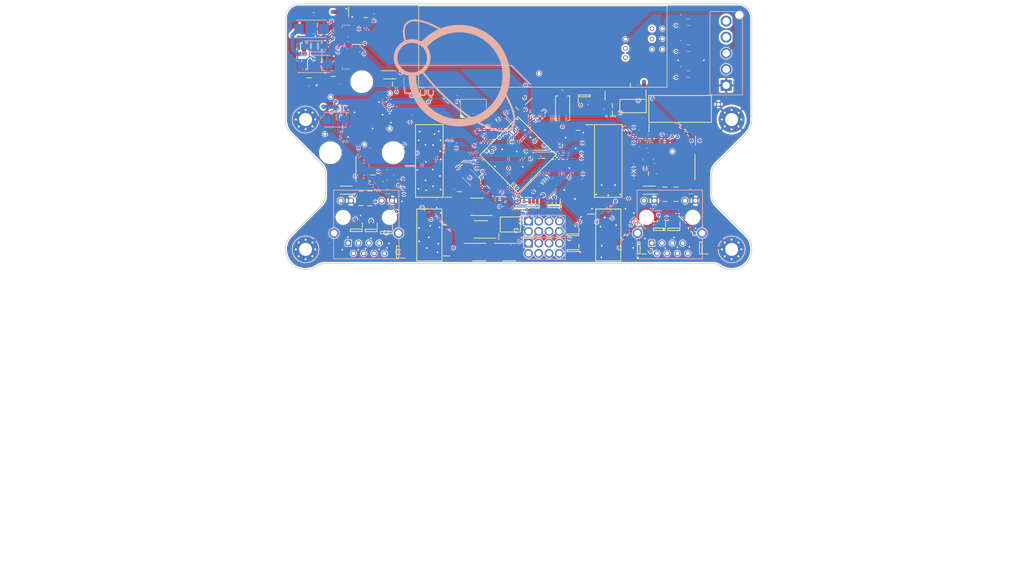
<source format=kicad_pcb>
(kicad_pcb (version 20221018) (generator pcbnew)
  (title_block (title "Oro Link") (date "2023-03-22") (rev "3") (company "Oro Operating System") (comment 1 "://oro.sh") (comment 2 "Joshua Lee Junon"))
  (layers (0 "F.Cu" signal) (1 "In1.Cu" power) (2 "In2.Cu" power) (31 "B.Cu" signal) (34 "B.Paste" user) (35 "F.Paste" user) (36 "B.SilkS" user "B.Silkscreen") (37 "F.SilkS" user "F.Silkscreen") (38 "B.Mask" user) (39 "F.Mask" user) (44 "Edge.Cuts" user))
  (net 0 "")
  (net 1 "GND")
  (net 2 "+3V3")
  (net 3 "Net-(IC4-VCAP)")
  (net 4 "+5V")
  (net 5 "Net-(IC2-NR{slash}FB)")
  (net 6 "Net-(IC3-REF)")
  (net 7 "/OLED Socket/EXTCAP")
  (net 8 "Net-(IC3-SS)")
  (net 9 "/OLED Socket/EXTCAP3")
  (net 10 "Net-(IC3-COMP)")
  (net 11 "/OLED Socket/+12V")
  (net 12 "/OLED Socket/EXTCAP2")
  (net 13 "/COM Bus Header/C1+")
  (net 14 "/COM Bus Header/C1-")
  (net 15 "/COM Bus Header/C2-")
  (net 16 "/COM Bus Header/V+")
  (net 17 "/COM Bus Header/V-")
  (net 18 "/External Ethernet/TPIN-")
  (net 19 "Net-(T1-CT_1)")
  (net 20 "/System Ethernet/TPIN-")
  (net 21 "Net-(T2-CT_1)")
  (net 22 "Net-(IC5-VCAP)")
  (net 23 "/Power Supply/PW_OK")
  (net 24 "/Power Supply/5VSB")
  (net 25 "/Power Supply/PSU_ON")
  (net 26 "/Front Panel Client/RST+")
  (net 27 "/Front Panel Client/RST-")
  (net 28 "/Front Panel Client/HDD+")
  (net 29 "/Front Panel Client/HDD-")
  (net 30 "/Front Panel Client/PLED+")
  (net 31 "/Front Panel Client/PLED-")
  (net 32 "/Front Panel Client/PWR+")
  (net 33 "/Front Panel Client/PWR-")
  (net 34 "Net-(IC3-OUT)")
  (net 35 "/OLED Socket/~{RST}")
  (net 36 "/OLED Socket/SCK")
  (net 37 "/OLED Socket/SDI")
  (net 44 "/COM Bus Header/RTS")
  (net 45 "/SWD Pad/VCC")
  (net 46 "/Microcontroller/USB_D-")
  (net 47 "/Microcontroller/USB_D+")
  (net 48 "/External Ethernet/GLED+")
  (net 49 "/External Ethernet/YLED+")
  (net 50 "/External Ethernet/TX-")
  (net 51 "/External Ethernet/TX+")
  (net 52 "/External Ethernet/RX+")
  (net 53 "/External Ethernet/RX-")
  (net 54 "/System Ethernet/GLED+")
  (net 55 "/System Ethernet/YLED+")
  (net 56 "/System Ethernet/TX-")
  (net 57 "/System Ethernet/TX+")
  (net 58 "/System Ethernet/RX+")
  (net 59 "/System Ethernet/RX-")
  (net 60 "/Indicator Lights/SDA")
  (net 61 "/Indicator Lights/SCL")
  (net 62 "/External Ethernet/~{RST}")
  (net 63 "/Front Panel Client/PWR_ON")
  (net 64 "/Front Panel Client/RESET")
  (net 65 "/Power Supply/PW_ON")
  (net 66 "/SWD Pad/SWDIO")
  (net 67 "/SWD Pad/SWCLK")
  (net 68 "/SWD Pad/SWO")
  (net 69 "/SWD Pad/FLASH")
  (net 70 "/External Ethernet/SCK")
  (net 71 "/External Ethernet/SDI")
  (net 72 "/External Ethernet/SDO")
  (net 73 "/External Ethernet/~{INT}")
  (net 74 "Net-(IC2-EN)")
  (net 75 "/External Ethernet/TPIN+")
  (net 76 "/External Ethernet/TPOUT-")
  (net 77 "/External Ethernet/TPOUT+")
  (net 78 "/System Ethernet/TPIN+")
  (net 79 "/System Ethernet/TPOUT-")
  (net 80 "/System Ethernet/TPOUT+")
  (net 81 "Net-(IC3-EN)")
  (net 84 "Net-(IC5-RBIAS)")
  (net 85 "Net-(IC5-OSC1)")
  (net 89 "/COM Bus Header/TX")
  (net 91 "/External Ethernet/CT_45")
  (net 92 "/External Ethernet/CT_78")
  (net 93 "/System Ethernet/CT_45")
  (net 94 "/System Ethernet/CT_78")
  (net 97 "/Indicator Lights/O18")
  (net 98 "Net-(T1-CT_3)")
  (net 99 "Net-(T1-CT_4)")
  (net 100 "Net-(T2-CT_3)")
  (net 101 "Net-(T2-CT_4)")
  (net 114 "Net-(IC7-R_EXT)")
  (net 115 "/Indicator Lights/O1")
  (net 116 "/Indicator Lights/O2")
  (net 117 "/Indicator Lights/O3")
  (net 118 "/Indicator Lights/O4")
  (net 119 "/Indicator Lights/O5")
  (net 120 "/Indicator Lights/O6")
  (net 121 "/Indicator Lights/O7")
  (net 122 "/Indicator Lights/O8")
  (net 123 "/Indicator Lights/O9")
  (net 124 "/Indicator Lights/O10")
  (net 125 "/Indicator Lights/O11")
  (net 126 "/Indicator Lights/O12")
  (net 127 "/Indicator Lights/O13")
  (net 128 "/Indicator Lights/O14")
  (net 129 "/Indicator Lights/O15")
  (net 130 "/Indicator Lights/O16")
  (net 131 "/Indicator Lights/O17")
  (net 132 "Net-(IC7-~{SDB})")
  (net 134 "/Microcontroller/SYSETH_SCK")
  (net 135 "/Microcontroller/SYSETH_MISO")
  (net 136 "/Microcontroller/SYSTEH_MOSI")
  (net 137 "/Microcontroller/SYSTEH_~{RST}")
  (net 138 "/Microcontroller/SYSTEH_~{INT}")
  (net 140 "/Microcontroller/DBGUART_RX")
  (net 141 "/Microcontroller/DBGUART_TX")
  (net 145 "/Microcontroller/VCAP1")
  (net 146 "/Microcontroller/VCAP2")
  (net 147 "Net-(IC1-PE12)")
  (net 177 "Net-(IC4-RBIAS)")
  (net 178 "Net-(IC4-OSC1)")
  (net 180 "Net-(LED1-Pad1)")
  (net 181 "Net-(IC1-NRST)")
  (net 182 "Net-(IC1-PH0)")
  (net 183 "/COM Bus Header/RX")
  (net 184 "/Microcontroller/SYSETH_CS")
  (net 185 "/COM Bus Header/CTS")
  (net 186 "/OLED Socket/DC")
  (net 187 "/COM Bus Header/C2+")
  (net 188 "GNDPWR")
  (net 190 "/OLED Socket/CS")
  (net 191 "/External Ethernet/CS")
  (net 196 "/COM Bus Header/RS232_RTS")
  (net 197 "/COM Bus Header/RS232_CTS")
  (net 198 "/COM Bus Header/RS232_RX")
  (net 199 "/COM Bus Header/RS232_TX")
  (net 219 "Net-(J5-A_YELLOW)")
  (net 220 "Net-(J5-A_GREEN)")
  (net 221 "Net-(J6-A_YELLOW)")
  (net 222 "Net-(Q1-Pad3)")
  (net 223 "Net-(J6-A_GREEN)")
  (net 226 "Net-(C33-Pad1)")
  (net 227 "Net-(C35-Pad2)")
  (net 228 "Net-(C43-Pad1)")
  (net 229 "Net-(C45-Pad2)")
  (net 230 "Net-(LED4-Pad2)")
  (net 231 "Net-(LED5-Pad1)")
  (net 232 "Net-(LED6-Pad2)")
  (net 233 "Net-(LED7-Pad1)")
  (net 234 "Net-(LED2-Pad2)")
  (net 235 "Net-(LED3-Pad1)")
  (footprint "SamacSys_Parts:CAPC0402X22N" (layer "F.Cu") (at 180.086 82.8459)
    (fp_text reference "C49" hide)
    (fp_text value "0.1u" hide)
    (pad "1" smd rect locked (at -0.282 0 90) (size 0.33 0.365) (layers "F.Cu" "F.Paste" "F.Mask") (net 2 "+3V3"))
    (pad "2" smd rect locked (at 0.282 0 90) (size 0.33 0.365) (layers "F.Cu" "F.Paste" "F.Mask") (net 1 "GND"))
  )
  (footprint "SamacSys_Parts:RESC2012X60N" (layer "F.Cu") (at 111.8616 94.6752 -90)
    (fp_text reference "R20" hide)
    (fp_text value "1k" hide)
    (pad "1" smd rect (at -1 0 270) (size 0.95 1.4) (layers "F.Cu" "F.Paste" "F.Mask") (net 231 "Net-(LED5-Pad1)"))
    (pad "2" smd rect (at 1 0 270) (size 0.95 1.4) (layers "F.Cu" "F.Paste" "F.Mask") (net 55 "/System Ethernet/YLED+"))
  )
  (footprint "SamacSys_Parts:CAPC0402X22N" (layer "F.Cu") (at 132.588 71.854 -90)
    (fp_text reference "C1" hide)
    (fp_text value "0.1u" hide)
    (pad "1" smd rect (at -0.282 0) (size 0.33 0.365) (layers "F.Cu" "F.Paste" "F.Mask") (net 1 "GND"))
    (pad "2" smd rect (at 0.282 0) (size 0.33 0.365) (layers "F.Cu" "F.Paste" "F.Mask") (net 2 "+3V3"))
  )
  (footprint "SamacSys_Parts:SOIC127P1030X265-28N" (layer "F.Cu") (at 172.8012 87.2909)
    (fp_text reference "IC5" hide)
    (fp_text value "ENC28J60-I_SO" hide)
    (pad "1" smd rect locked (at -4.675 -8.255 90) (size 0.65 1.85) (layers "F.Cu" "F.Paste" "F.Mask") (net 22 "Net-(IC5-VCAP)"))
    (pad "2" smd rect locked (at -4.675 -6.985 90) (size 0.65 1.85) (layers "F.Cu" "F.Paste" "F.Mask") (net 1 "GND"))
    (pad "3" smd rect locked (at -4.675 -5.715 90) (size 0.65 1.85) (layers "F.Cu" "F.Paste" "F.Mask"))
    (pad "4" smd rect locked (at -4.675 -4.445 90) (size 0.65 1.85) (layers "F.Cu" "F.Paste" "F.Mask") (net 73 "/External Ethernet/~{INT}"))
    (pad "5" smd rect locked (at -4.675 -3.175 90) (size 0.65 1.85) (layers "F.Cu" "F.Paste" "F.Mask"))
    (pad "6" smd rect locked (at -4.675 -1.905 90) (size 0.65 1.85) (layers "F.Cu" "F.Paste" "F.Mask") (net 72 "/External Ethernet/SDO"))
    (pad "7" smd rect locked (at -4.675 -0.635 90) (size 0.65 1.85) (layers "F.Cu" "F.Paste" "F.Mask") (net 71 "/External Ethernet/SDI"))
    (pad "8" smd rect locked (at -4.675 0.635 90) (size 0.65 1.85) (layers "F.Cu" "F.Paste" "F.Mask") (net 70 "/External Ethernet/SCK"))
    (pad "9" smd rect locked (at -4.675 1.905 90) (size 0.65 1.85) (layers "F.Cu" "F.Paste" "F.Mask") (net 191 "/External Ethernet/CS"))
    (pad "10" smd rect locked (at -4.675 3.175 90) (size 0.65 1.85) (layers "F.Cu" "F.Paste" "F.Mask") (net 62 "/External Ethernet/~{RST}"))
    (pad "11" smd rect locked (at -4.675 4.445 90) (size 0.65 1.85) (layers "F.Cu" "F.Paste" "F.Mask") (net 1 "GND"))
    (pad "12" smd rect locked (at -4.675 5.715 90) (size 0.65 1.85) (layers "F.Cu" "F.Paste" "F.Mask") (net 18 "/External Ethernet/TPIN-"))
    (pad "13" smd rect locked (at -4.675 6.985 90) (size 0.65 1.85) (layers "F.Cu" "F.Paste" "F.Mask") (net 75 "/External Ethernet/TPIN+"))
    (pad "14" smd rect locked (at -4.675 8.255 90) (size 0.65 1.85) (layers "F.Cu" "F.Paste" "F.Mask") (net 84 "Net-(IC5-RBIAS)"))
    (pad "15" smd rect locked (at 4.675 8.255 90) (size 0.65 1.85) (layers "F.Cu" "F.Paste" "F.Mask") (net 2 "+3V3"))
    (pad "16" smd rect locked (at 4.675 6.985 90) (size 0.65 1.85) (layers "F.Cu" "F.Paste" "F.Mask") (net 76 "/External Ethernet/TPOUT-"))
    (pad "17" smd rect locked (at 4.675 5.715 90) (size 0.65 1.85) (layers "F.Cu" "F.Paste" "F.Mask") (net 77 "/External Ethernet/TPOUT+"))
    (pad "18" smd rect locked (at 4.675 4.445 90) (size 0.65 1.85) (layers "F.Cu" "F.Paste" "F.Mask") (net 1 "GND"))
    (pad "19" smd rect locked (at 4.675 3.175 90) (size 0.65 1.85) (layers "F.Cu" "F.Paste" "F.Mask") (net 2 "+3V3"))
    (pad "20" smd rect locked (at 4.675 1.905 90) (size 0.65 1.85) (layers "F.Cu" "F.Paste" "F.Mask") (net 2 "+3V3"))
    (pad "21" smd rect locked (at 4.675 0.635 90) (size 0.65 1.85) (layers "F.Cu" "F.Paste" "F.Mask") (net 1 "GND"))
    (pad "22" smd rect locked (at 4.675 -0.635 90) (size 0.65 1.85) (layers "F.Cu" "F.Paste" "F.Mask") (net 1 "GND"))
    (pad "23" smd rect locked (at 4.675 -1.905 90) (size 0.65 1.85) (layers "F.Cu" "F.Paste" "F.Mask") (net 85 "Net-(IC5-OSC1)"))
    (pad "24" smd rect locked (at 4.675 -3.175 90) (size 0.65 1.85) (layers "F.Cu" "F.Paste" "F.Mask"))
    (pad "25" smd rect locked (at 4.675 -4.445 90) (size 0.65 1.85) (layers "F.Cu" "F.Paste" "F.Mask") (net 2 "+3V3"))
    (pad "26" smd rect locked (at 4.675 -5.715 90) (size 0.65 1.85) (layers "F.Cu" "F.Paste" "F.Mask") (net 49 "/External Ethernet/YLED+"))
    (pad "27" smd rect locked (at 4.675 -6.985 90) (size 0.65 1.85) (layers "F.Cu" "F.Paste" "F.Mask") (net 48 "/External Ethernet/GLED+"))
    (pad "28" smd rect locked (at 4.675 -8.255 90) (size 0.65 1.85) (layers "F.Cu" "F.Paste" "F.Mask") (net 2 "+3V3"))
  )
  (footprint "SamacSys_Parts:SOT95P230X110-3N" (layer "F.Cu") (at 164.082412 109.385288 -90)
    (fp_text reference "Q3" hide)
    (fp_text value "PMV20ENR" hide)
    (pad "1" smd rect (at -1.1 -0.95) (size 0.6 1.05) (layers "F.Cu" "F.Paste" "F.Mask") (net 64 "/Front Panel Client/RESET"))
    (pad "2" smd rect (at -1.1 0.95) (size 0.6 1.05) (layers "F.Cu" "F.Paste" "F.Mask") (net 27 "/Front Panel Client/RST-"))
    (pad "3" smd rect (at 1.1 0) (size 0.6 1.05) (layers "F.Cu" "F.Paste" "F.Mask") (net 26 "/Front Panel Client/RST+"))
  )
  (footprint "SamacSys_Parts:CAPC2012X135N" (layer "F.Cu") (at 173.8076 75.4557)
    (fp_text reference "C20" hide)
    (fp_text value "10u" hide)
    (pad "1" smd rect (at -0.82 0) (size 0.91 1.39) (layers "F.Cu" "F.Paste" "F.Mask") (net 1 "GND"))
    (pad "2" smd rect (at 0.82 0) (size 0.91 1.39) (layers "F.Cu" "F.Paste" "F.Mask") (net 2 "+3V3"))
  )
  (footprint "SamacSys_Parts:150120M173000" (layer "F.Cu") (at 192.5076 65.900733)
    (fp_text reference "LED10" hide)
    (fp_text value "150120M173000" hide)
    (pad "1" smd rect locked (at -1.5 -0.8 90) (size 1.2 1.6) (layers "F.Cu" "F.Paste" "F.Mask") (net 126 "/Indicator Lights/O12"))
    (pad "2" smd rect locked (at -1.5 0.8 90) (size 1.2 1.6) (layers "F.Cu" "F.Paste" "F.Mask") (net 2 "+3V3"))
    (pad "3" smd rect locked (at 1.5 0.8 90) (size 1.2 1.6) (layers "F.Cu" "F.Paste" "F.Mask") (net 124 "/Indicator Lights/O10"))
    (pad "4" smd rect locked (at 1.5 -0.8 90) (size 1.2 1.6) (layers "F.Cu" "F.Paste" "F.Mask") (net 125 "/Indicator Lights/O11"))
  )
  (footprint "Oro Footprints:DebugPin" (layer "F.Cu") (at 112.6744 83.2612)
    (fp_text reference "DBG39" hide)
    (fp_text value "~")
    (pad "1" thru_hole circle (at 0 0) (size 1.1 1.1) (drill 0.762) (layers "*.Cu" "*.Mask") (net 45 "/SWD Pad/VCC"))
  )
  (footprint "SamacSys_Parts:RESC2012X60N" (layer "F.Cu") (at 119.6112 68.3425 180)
    (fp_text reference "R7" hide)
    (fp_text value "1k" hide)
    (pad "1" smd rect (at -1 0 180) (size 0.95 1.4) (layers "F.Cu" "F.Paste" "F.Mask") (net 28 "/Front Panel Client/HDD+"))
    (pad "2" smd rect (at 1 0 180) (size 0.95 1.4) (layers "F.Cu" "F.Paste" "F.Mask") (net 235 "Net-(LED3-Pad1)"))
  )
  (footprint "SamacSys_Parts:SOIC127P1030X265-28N" (layer "F.Cu") (at 128.703 87.2909 180)
    (fp_text reference "IC4" hide)
    (fp_text value "ENC28J60-I_SO" hide)
    (pad "1" smd rect locked (at -4.675 -8.255 270) (size 0.65 1.85) (layers "F.Cu" "F.Paste" "F.Mask") (net 3 "Net-(IC4-VCAP)"))
    (pad "2" smd rect locked (at -4.675 -6.985 270) (size 0.65 1.85) (layers "F.Cu" "F.Paste" "F.Mask") (net 1 "GND"))
    (pad "3" smd rect locked (at -4.675 -5.715 270) (size 0.65 1.85) (layers "F.Cu" "F.Paste" "F.Mask"))
    (pad "4" smd rect locked (at -4.675 -4.445 270) (size 0.65 1.85) (layers "F.Cu" "F.Paste" "F.Mask") (net 138 "/Microcontroller/SYSTEH_~{INT}"))
    (pad "5" smd rect locked (at -4.675 -3.175 270) (size 0.65 1.85) (layers "F.Cu" "F.Paste" "F.Mask"))
    (pad "6" smd rect locked (at -4.675 -1.905 270) (size 0.65 1.85) (layers "F.Cu" "F.Paste" "F.Mask") (net 135 "/Microcontroller/SYSETH_MISO"))
    (pad "7" smd rect locked (at -4.675 -0.635 270) (size 0.65 1.85) (layers "F.Cu" "F.Paste" "F.Mask") (net 136 "/Microcontroller/SYSTEH_MOSI"))
    (pad "8" smd rect locked (at -4.675 0.635 270) (size 0.65 1.85) (layers "F.Cu" "F.Paste" "F.Mask") (net 134 "/Microcontroller/SYSETH_SCK"))
    (pad "9" smd rect locked (at -4.675 1.905 270) (size 0.65 1.85) (layers "F.Cu" "F.Paste" "F.Mask") (net 184 "/Microcontroller/SYSETH_CS"))
    (pad "10" smd rect locked (at -4.675 3.175 270) (size 0.65 1.85) (layers "F.Cu" "F.Paste" "F.Mask") (net 137 "/Microcontroller/SYSTEH_~{RST}"))
    (pad "11" smd rect locked (at -4.675 4.445 270) (size 0.65 1.85) (layers "F.Cu" "F.Paste" "F.Mask") (net 1 "GND"))
    (pad "12" smd rect locked (at -4.675 5.715 270) (size 0.65 1.85) (layers "F.Cu" "F.Paste" "F.Mask") (net 20 "/System Ethernet/TPIN-"))
    (pad "13" smd rect locked (at -4.675 6.985 270) (size 0.65 1.85) (layers "F.Cu" "F.Paste" "F.Mask") (net 78 "/System Ethernet/TPIN+"))
    (pad "14" smd rect locked (at -4.675 8.255 270) (size 0.65 1.85) (layers "F.Cu" "F.Paste" "F.Mask") (net 177 "Net-(IC4-RBIAS)"))
    (pad "15" smd rect locked (at 4.675 8.255 270) (size 0.65 1.85) (layers "F.Cu" "F.Paste" "F.Mask") (net 2 "+3V3"))
    (pad "16" smd rect locked (at 4.675 6.985 270) (size 0.65 1.85) (layers "F.Cu" "F.Paste" "F.Mask") (net 79 "/System Ethernet/TPOUT-"))
    (pad "17" smd rect locked (at 4.675 5.715 270) (size 0.65 1.85) (layers "F.Cu" "F.Paste" "F.Mask") (net 80 "/System Ethernet/TPOUT+"))
    (pad "18" smd rect locked (at 4.675 4.445 270) (size 0.65 1.85) (layers "F.Cu" "F.Paste" "F.Mask") (net 1 "GND"))
    (pad "19" smd rect locked (at 4.675 3.175 270) (size 0.65 1.85) (layers "F.Cu" "F.Paste" "F.Mask") (net 2 "+3V3"))
    (pad "20" smd rect locked (at 4.675 1.905 270) (size 0.65 1.85) (layers "F.Cu" "F.Paste" "F.Mask") (net 2 "+3V3"))
    (pad "21" smd rect locked (at 4.675 0.635 270) (size 0.65 1.85) (layers "F.Cu" "F.Paste" "F.Mask") (net 1 "GND"))
    (pad "22" smd rect locked (at 4.675 -0.635 270) (size 0.65 1.85) (layers "F.Cu" "F.Paste" "F.Mask") (net 1 "GND"))
    (pad "23" smd rect locked (at 4.675 -1.905 270) (size 0.65 1.85) (layers "F.Cu" "F.Paste" "F.Mask") (net 178 "Net-(IC4-OSC1)"))
    (pad "24" smd rect locked (at 4.675 -3.175 270) (size 0.65 1.85) (layers "F.Cu" "F.Paste" "F.Mask"))
    (pad "25" smd rect locked (at 4.675 -4.445 270) (size 0.65 1.85) (layers "F.Cu" "F.Paste" "F.Mask") (net 2 "+3V3"))
    (pad "26" smd rect locked (at 4.675 -5.715 270) (size 0.65 1.85) (layers "F.Cu" "F.Paste" "F.Mask") (net 55 "/System Ethernet/YLED+"))
    (pad "27" smd rect locked (at 4.675 -6.985 270) (size 0.65 1.85) (layers "F.Cu" "F.Paste" "F.Mask") (net 54 "/System Ethernet/GLED+"))
    (pad "28" smd rect locked (at 4.675 -8.255 270) (size 0.65 1.85) (layers "F.Cu" "F.Paste" "F.Mask") (net 2 "+3V3"))
  )
  (footprint "SamacSys_Parts:CAPC0402X22N" (layer "F.Cu") (at 121.666 95.25 90)
    (fp_text reference "C36" hide)
    (fp_text value "0.1u" hide)
    (pad "1" smd rect (at -0.282 0 180) (size 0.33 0.365) (layers "F.Cu" "F.Paste" "F.Mask") (net 2 "+3V3"))
    (pad "2" smd rect (at 0.282 0 180) (size 0.33 0.365) (layers "F.Cu" "F.Paste" "F.Mask") (net 1 "GND"))
  )
  (footprint "Oro Footprints:C1608_Commercial_Tight" (layer "F.Cu") (at 100.2005 68.354433 90)
    (fp_text reference "C27" hide)
    (fp_text value "0.047u" hide)
    (pad "1" smd rect (at 0.6 0.75 180) (size 0.7 0.7) (layers "F.Cu" "F.Paste" "F.Mask") (net 1 "GND"))
    (pad "2" smd rect (at 2 0.75 180) (size 0.7 0.7) (layers "F.Cu" "F.Paste" "F.Mask") (net 8 "Net-(IC3-SS)"))
  )
  (footprint "SamacSys_Parts:CAPC0402X22N" (layer "F.Cu") (at 171.0232 98.197573 -90)
    (fp_text reference "C43" hide)
    (fp_text value "0.1u" hide)
    (pad "1" smd rect locked (at -0.282 0) (size 0.33 0.365) (layers "F.Cu" "F.Paste" "F.Mask") (net 228 "Net-(C43-Pad1)"))
    (pad "2" smd rect locked (at 0.282 0) (size 0.33 0.365) (layers "F.Cu" "F.Paste" "F.Mask") (net 1 "GND"))
  )
  (footprint "SamacSys_Parts:CAPC0402X22N" (layer "F.Cu") (at 139.446 82.55 -135)
    (fp_text reference "C10" hide)
    (fp_text value "0.1u" hide)
    (pad "1" smd rect (at -0.282 0 315) (size 0.33 0.365) (layers "F.Cu" "F.Paste" "F.Mask") (net 1 "GND"))
    (pad "2" smd rect (at 0.282 0 315) (size 0.33 0.365) (layers "F.Cu" "F.Paste" "F.Mask") (net 2 "+3V3"))
  )
  (footprint "SamacSys_Parts:AA3528VRVFSA" (layer "F.Cu") (at 123.8276 68.1641 90)
    (fp_text reference "LED2" hide)
    (fp_text value "AA3528VRVFS/A" hide)
    (pad "1" smd rect (at -1.55 0 90) (size 1.5 2.2) (layers "F.Cu" "F.Paste" "F.Mask") (net 31 "/Front Panel Client/PLED-"))
    (pad "2" smd rect (at 1.55 0 90) (size 1.5 2.2) (layers "F.Cu" "F.Paste" "F.Mask") (net 234 "Net-(LED2-Pad2)"))
  )
  (footprint "SamacSys_Parts:SOT95P280X145-5N" (layer "F.Cu") (at 188.976 104.14 -90)
    (fp_text reference "D10" hide)
    (fp_text value "ESDS302DBVR" hide)
    (pad "1" smd rect (at -1.25 -0.95) (size 0.6 1.2) (layers "F.Cu" "F.Paste" "F.Mask"))
    (pad "2" smd rect (at -1.25 0) (size 0.6 1.2) (layers "F.Cu" "F.Paste" "F.Mask") (net 188 "GNDPWR"))
    (pad "3" smd rect (at -1.25 0.95) (size 0.6 1.2) (layers "F.Cu" "F.Paste" "F.Mask"))
    (pad "4" smd rect (at 1.25 0.95) (size 0.6 1.2) (layers "F.Cu" "F.Paste" "F.Mask") (net 91 "/External Ethernet/CT_45"))
    (pad "5" smd rect (at 1.25 -0.95) (size 0.6 1.2) (layers "F.Cu" "F.Paste" "F.Mask") (net 91 "/External Ethernet/CT_45"))
  )
  (footprint "SamacSys_Parts:RESC2012X60N" (layer "F.Cu") (at 189.484 93.726 -90)
    (fp_text reference "R34" hide)
    (fp_text value "1k" hide)
    (pad "1" smd rect (at -1 0 270) (size 0.95 1.4) (layers "F.Cu" "F.Paste" "F.Mask") (net 232 "Net-(LED6-Pad2)"))
    (pad "2" smd rect (at 1 0 270) (size 0.95 1.4) (layers "F.Cu" "F.Paste" "F.Mask") (net 48 "/External Ethernet/GLED+"))
  )
  (footprint "SamacSys_Parts:SOIC127P600X175-8N" (layer "F.Cu") (at 99.746499 61.526533 90)
    (fp_text reference "IC3" hide)
    (fp_text value "TPS6734IDR" hide)
    (pad "1" smd rect (at -2.4638 -1.905 180) (size 0.5588 1.9812) (layers "F.Cu" "F.Paste" "F.Mask") (net 81 "Net-(IC3-EN)"))
    (pad "2" smd rect (at -2.4638 -0.635 180) (size 0.5588 1.9812) (layers "F.Cu" "F.Paste" "F.Mask") (net 6 "Net-(IC3-REF)"))
    (pad "3" smd rect (at -2.4638 0.635 180) (size 0.5588 1.9812) (layers "F.Cu" "F.Paste" "F.Mask") (net 8 "Net-(IC3-SS)"))
    (pad "4" smd rect (at -2.4638 1.905 180) (size 0.5588 1.9812) (layers "F.Cu" "F.Paste" "F.Mask") (net 10 "Net-(IC3-COMP)"))
    (pad "5" smd rect (at 2.4638 1.905 180) (size 0.5588 1.9812) (layers "F.Cu" "F.Paste" "F.Mask") (net 1 "GND"))
    (pad "6" smd rect (at 2.4638 0.635 180) (size 0.5588 1.9812) (layers "F.Cu" "F.Paste" "F.Mask") (net 34 "Net-(IC3-OUT)"))
    (pad "7" smd rect (at 2.4638 -0.635 180) (size 0.5588 1.9812) (layers "F.Cu" "F.Paste" "F.Mask") (net 11 "/OLED Socket/+12V"))
    (pad "8" smd rect (at 2.4638 -1.905 180) (size 0.5588 1.9812) (layers "F.Cu" "F.Paste" "F.Mask") (net 4 "+5V"))
  )
  (footprint "SamacSys_Parts:RESC1005X40N" (layer "F.Cu") (at 192.998 104.648 -90)
    (fp_text reference "R28" hide)
    (fp_text value "75R" hide)
    (pad "1" smd rect (at -0.55 0) (size 0.6 0.75) (layers "F.Cu" "F.Paste" "F.Mask") (net 101 "Net-(T2-CT_4)"))
    (pad "2" smd rect (at 0.55 0) (size 0.6 0.75) (layers "F.Cu" "F.Paste" "F.Mask") (net 229 "Net-(C45-Pad2)"))
  )
  (footprint "SamacSys_Parts:CLM3CWKWCXAYA453" (layer "F.Cu") (at 182.894801 94.488 180)
    (fp_text reference "LED7" hide)
    (fp_text value "CLM3C-WKW-CXAYA453" hide)
    (pad "1" smd rect (at -1.3 0 270) (size 1.45 1.55) (layers "F.Cu" "F.Paste" "F.Mask") (net 233 "Net-(LED7-Pad1)"))
    (pad "2" smd rect (at 1.3 0 270) (size 1.45 1.55) (layers "F.Cu" "F.Paste" "F.Mask") (net 1 "GND"))
  )
  (footprint "SamacSys_Parts:CAPC0402X22N" (layer "F.Cu") (at 146.752012 97.79)
    (fp_text reference "C54" hide)
    (fp_text value "0.1u" hide)
    (pad "1" smd rect (at -0.282 0 90) (size 0.33 0.365) (layers "F.Cu" "F.Paste" "F.Mask") (net 2 "+3V3"))
    (pad "2" smd rect (at 0.282 0 90) (size 0.33 0.365) (layers "F.Cu" "F.Paste" "F.Mask") (net 1 "GND"))
  )
  (footprint "SamacSys_Parts:SOT95P280X145-5N" (layer "F.Cu") (at 120.904 109.728 180)
    (fp_text reference "D6" hide)
    (fp_text value "ESDS302DBVR" hide)
    (pad "1" smd rect (at -1.25 -0.95 270) (size 0.6 1.2) (layers "F.Cu" "F.Paste" "F.Mask"))
    (pad "2" smd rect (at -1.25 0 270) (size 0.6 1.2) (layers "F.Cu" "F.Paste" "F.Mask") (net 188 "GNDPWR"))
    (pad "3" smd rect (at -1.25 0.95 270) (size 0.6 1.2) (layers "F.Cu" "F.Paste" "F.Mask"))
    (pad "4" smd rect (at 1.25 0.95 270) (size 0.6 1.2) (layers "F.Cu" "F.Paste" "F.Mask") (net 93 "/System Ethernet/CT_45"))
    (pad "5" smd rect (at 1.25 -0.95 270) (size 0.6 1.2) (layers "F.Cu" "F.Paste" "F.Mask") (net 93 "/System Ethernet/CT_45"))
  )
  (footprint "SamacSys_Parts:CAPC0402X22N" (layer "F.Cu") (at 151.2316 75.3364 45)
    (fp_text reference "C7" hide)
    (fp_text value "0.1u" hide)
    (pad "1" smd rect (at -0.282 0 135) (size 0.33 0.365) (layers "F.Cu" "F.Paste" "F.Mask") (net 1 "GND"))
    (pad "2" smd rect (at 0.282 0 135) (size 0.33 0.365) (layers "F.Cu" "F.Paste" "F.Mask") (net 2 "+3V3"))
  )
  (footprint "SamacSys_Parts:RESC1005X40N" (layer "F.Cu") (at 155.564575 75.641664 -135)
    (fp_text reference "R2" hide)
    (fp_text value "4.7k" hide)
    (pad "1" smd rect (at -0.55 0 315) (size 0.6 0.75) (layers "F.Cu" "F.Paste" "F.Mask") (net 2 "+3V3"))
    (pad "2" smd rect (at 0.55 0 315) (size 0.6 0.75) (layers "F.Cu" "F.Paste" "F.Mask") (net 60 "/Indicator Lights/SDA"))
  )
  (footprint "Oro Footprints:OroConn6p_WithMounts" (layer "F.Cu") (at 112.051497 77.258077)
    (fp_text reference "J7" hide)
    (fp_text value "OroConn6p" hide)
    (fp_poly (pts (xy -0.176247 -4.163341) (xy -0.400958 -4.147496) (xy -0.622213 -4.119798) (xy -0.839693 -4.080567) (xy -1.053077 -4.030123) (xy -1.262047 -3.968786) (xy -1.466283 -3.896875) (xy -1.665465 -3.81471) (xy -1.859274 -3.722612) (xy -2.04739 -3.620899) (xy -2.229495 -3.509891) (xy -2.405267 -3.389909) (xy -2.574388 -3.261272) (xy -2.736539 -3.124299) (xy -2.891399 -2.979311) (xy -3.03865 -2.826627) (xy -3.177971 -2.666567) (xy -3.806938 -3.029867) (xy -3.641815 -3.228889) (xy -3.466497 -3.418763) (xy -3.281403 -3.599068) (xy -3.086952 -3.769386) (xy -2.883564 -3.929299) (xy -2.671657 -4.078387) (xy -2.45165 -4.216232) (xy -2.223962 -4.342415) (xy -1.989013 -4.456517) (xy -1.747222 -4.558119) (xy -1.499007 -4.646803) (xy -1.244788 -4.72215) (xy -0.984983 -4.783741) (xy -0.720012 -4.831157) (xy -0.450293 -4.86398) (xy -0.176247 -4.881791)) (fill solid) (layer "F.Cu"))
    (fp_poly (pts (xy 4.264123 2.271271) (xy 4.10695 2.539269) (xy 3.933455 2.795962) (xy 3.744353 3.040635) (xy 3.540358 3.272573) (xy 3.322186 3.491062) (xy 3.090551 3.695387) (xy 2.846169 3.884833) (xy 2.589754 4.058685) (xy 2.322021 4.216228) (xy 2.043686 4.356748) (xy 1.755462 4.479531) (xy 1.458066 4.58386) (xy 1.152211 4.669022) (xy 0.838614 4.734302) (xy 0.517988 4.778985) (xy 0.191048 4.802356) (xy 0.191048 4.083906) (xy 0.330478 4.07535) (xy 0.468628 4.06221) (xy 0.605423 4.044562) (xy 0.740785 4.022481) (xy 0.874641 3.996044) (xy 1.006914 3.965325) (xy 1.137527 3.930401) (xy 1.266407 3.891347) (xy 1.393476 3.848239) (xy 1.51866 3.801153) (xy 1.641882 3.750165) (xy 1.763066 3.69535) (xy 1.882137 3.636784) (xy 1.99902 3.574543) (xy 2.113638 3.508702) (xy 2.225915 3.439338) (xy 2.443147 3.290342) (xy 2.650108 3.12816) (xy 2.846193 2.953398) (xy 3.030796 2.766662) (xy 3.203312 2.568558) (xy 3.363134 2.359693) (xy 3.509656 2.140671) (xy 3.57774 2.027542) (xy 3.642272 1.9121)) (fill solid) (layer "F.Cu"))
    (fp_poly (pts (xy -3.40075 -2.37108) (xy -3.48391 -2.245021) (xy -3.562528 -2.115812) (xy -3.636492 -1.983564) (xy -3.705687 -1.848392) (xy -3.769999 -1.710411) (xy -3.829316 -1.569732) (xy -3.883523 -1.42647) (xy -3.932506 -1.280739) (xy -3.976153 -1.132652) (xy -4.014349 -0.982323) (xy -4.04698 -0.829865) (xy -4.073933 -0.675392) (xy -4.095095 -0.519018) (xy -4.110351 -0.360857) (xy -4.119588 -0.201021) (xy -4.122692 -0.039625) (xy -4.120504 0.095913) (xy -4.113986 0.230365) (xy -4.103203 0.363664) (xy -4.088224 0.495744) (xy -4.069115 0.626536) (xy -4.045943 0.755974) (xy -4.018775 0.883991) (xy -3.987678 1.010519) (xy -3.95272 1.135493) (xy -3.913967 1.258844) (xy -3.871486 1.380506) (xy -3.825344 1.500411) (xy -3.775609 1.618493) (xy -3.722347 1.734684) (xy -3.665625 1.848918) (xy -3.605511 1.961127) (xy -4.227308 2.320087) (xy -4.251406 2.276486) (xy -4.27506 2.232619) (xy -4.29827 2.188487) (xy -4.321034 2.144093) (xy -4.343349 2.099439) (xy -4.365216 2.054526) (xy -4.386632 2.009356) (xy -4.407595 1.963932) (xy -4.502607 1.740492) (xy -4.542339 1.636604) (xy -4.579738 1.531582) (xy -4.614773 1.425461) (xy -4.64741 1.318272) (xy -4.67762 1.210046) (xy -4.705369 1.100817) (xy -4.730626 0.990615) (xy -4.753359 0.879474) (xy -4.773537 0.767426) (xy -4.791128 0.654502) (xy -4.8061 0.540735) (xy -4.81842 0.426157) (xy -4.828059 0.3108) (xy -4.834982 0.194695) (xy -4.83916 0.077877) (xy -4.840559 -0.039625) (xy -4.837054 -0.225467) (xy -4.826621 -0.409548) (xy -4.809388 -0.591743) (xy -4.785481 -0.771925) (xy -4.755025 -0.949966) (xy -4.718147 -1.125742) (xy -4.674974 -1.299125) (xy -4.625632 -1.469989) (xy -4.570246 -1.638207) (xy -4.508944 -1.803654) (xy -4.441851 -1.966203) (xy -4.369094 -2.125726) (xy -4.290799 -2.282099) (xy -4.207093 -2.435194) (xy -4.118101 -2.584885) (xy -4.023949 -2.731046)) (fill solid) (layer "F.Cu"))
    (fp_poly (pts (xy 1.384716 2.102521) (xy 1.092338 2.37464) (xy 0.7996 2.636686) (xy 0.507095 2.888371) (xy 0.215416 3.129405) (xy -0.074843 3.359499) (xy -0.363092 3.578364) (xy -0.648736 3.78571) (xy -0.931182 3.981248) (xy -0.839261 4.001488) (xy -0.746593 4.019668) (xy -0.653202 4.035763) (xy -0.559112 4.049749) (xy -0.464347 4.061601) (xy -0.368932 4.071296) (xy -0.27289 4.07881) (xy -0.176247 4.084118) (xy -0.176247 4.80254) (xy -0.27865 4.797697) (xy -0.380493 4.79074) (xy -0.481753 4.781692) (xy -0.58241 4.770574) (xy -0.68244 4.757408) (xy -0.781823 4.742215) (xy -0.880537 4.725017) (xy -0.978559 4.705836) (xy -1.075869 4.684692) (xy -1.172444 4.661608) (xy -1.268263 4.636605) (xy -1.363303 4.609704) (xy -1.550964 4.550297) (xy -1.735251 4.483559) (xy -1.8918 4.571379) (xy -2.046346 4.65465) (xy -2.19877 4.733319) (xy -2.348949 4.807331) (xy -2.496763 4.876633) (xy -2.642092 4.941168) (xy -2.784813 5.000885) (xy -2.924807 5.055727) (xy -3.061953 5.105641) (xy -3.196129 5.150573) (xy -3.327215 5.190469) (xy -3.45509 5.225273) (xy -3.579633 5.254933) (xy -3.700722 5.279393) (xy -3.818238 5.2986) (xy -3.93206 5.312498) (xy -4.019917 5.31975) (xy -4.105417 5.32361) (xy -4.188514 5.324074) (xy -4.269159 5.321135) (xy -4.347306 5.314787) (xy -4.422905 5.305023) (xy -4.495911 5.291838) (xy -4.566276 5.275226) (xy -4.633951 5.25518) (xy -4.698889 5.231694) (xy -4.761044 5.204762) (xy -4.820366 5.174379) (xy -4.876809 5.140537) (xy -4.930326 5.103232) (xy -4.980867 5.062455) (xy -5.028387 5.018203) (xy -5.073006 4.970277) (xy -5.114087 4.919271) (xy -5.151638 4.865234) (xy -5.185664 4.808217) (xy -5.216173 4.748268) (xy -5.24317 4.685437) (xy -5.266662 4.619773) (xy -5.286657 4.551326) (xy -5.30316 4.480144) (xy -5.316178 4.406278) (xy -5.325717 4.329777) (xy -5.331784 4.250689) (xy -5.334387 4.169065) (xy -5.33353 4.084953) (xy -5.329221 3.998404) (xy -5.321466 3.909466) (xy -5.309475 3.812474) (xy -5.293635 3.712799) (xy -5.273981 3.610517) (xy -5.250545 3.505703) (xy -5.223361 3.398431) (xy -5.192463 3.288776) (xy -5.157884 3.176812) (xy -5.119658 3.062614) (xy -5.032398 2.827816) (xy -4.930952 2.584978) (xy -4.815587 2.334697) (xy -4.686572 2.077571) (xy -4.587988 2.302334) (xy -4.697685 2.529736) (xy -4.79595 2.75117) (xy -4.84072 2.85951) (xy -4.882542 2.96619) (xy -4.921384 3.071154) (xy -4.957218 3.174348) (xy -4.990011 3.275715) (xy -5.019735 3.375199) (xy -5.046359 3.472745) (xy -5.069853 3.568296) (xy -5.090186 3.661797) (xy -5.107328 3.753193) (xy -5.121249 3.842426) (xy -5.131919 3.929442) (xy -5.13872 4.005732) (xy -5.142834 4.080044) (xy -5.144216 4.152325) (xy -5.142822 4.222524) (xy -5.13861 4.290589) (xy -5.131534 4.356466) (xy -5.121552 4.420105) (xy -5.108619 4.481452) (xy -5.092692 4.540457) (xy -5.073726 4.597066) (xy -5.05168 4.651228) (xy -5.026507 4.702891) (xy -4.998166 4.752001) (xy -4.966611 4.798508) (xy -4.9318 4.84236) (xy -4.893688 4.883503) (xy -4.852946 4.921268) (xy -4.809545 4.955794) (xy -4.763535 4.987122) (xy -4.714966 5.015295) (xy -4.663891 5.040356) (xy -4.610358 5.062348) (xy -4.554421 5.081314) (xy -4.496128 5.097296) (xy -4.435531 5.110337) (xy -4.372681 5.12048) (xy -4.307629 5.127768) (xy -4.240425 5.132243) (xy -4.171121 5.133948) (xy -4.099766 5.132926) (xy -4.026412 5.129219) (xy -3.95111 5.122871) (xy -3.84703 5.11024) (xy -3.73978 5.092948) (xy -3.629456 5.071049) (xy -3.516153 5.044594) (xy -3.399965 5.013636) (xy -3.280989 4.978226) (xy -3.159319 4.938417) (xy -3.03505 4.894262) (xy -2.908277 4.845811) (xy -2.779097 4.793119) (xy -2.513891 4.675215) (xy -2.240196 4.540968) (xy -1.958771 4.390796) (xy -2.116337 4.317359) (xy -2.27078 4.238497) (xy -2.421975 4.154333) (xy -2.5698 4.06499) (xy -2.714132 3.970591) (xy -2.854847 3.87126) (xy -2.991823 3.767118) (xy -3.124935 3.658291) (xy -3.254061 3.544899) (xy -3.379079 3.427068) (xy -3.499863 3.304919) (xy -3.616292 3.178576) (xy -3.728242 3.048162) (xy -3.83559 2.9138) (xy -3.938213 2.775613) (xy -4.035988 2.633725) (xy -3.412894 2.274023) (xy -3.310893 2.417664) (xy -3.203012 2.556683) (xy -3.089432 2.690898) (xy -2.970335 2.820128) (xy -2.845903 2.944192) (xy -2.716316 3.062908) (xy -2.581757 3.176095) (xy -2.442406 3.283571) (xy -2.298446 3.385155) (xy -2.150058 3.480666) (xy -1.997423 3.569922) (xy -1.840723 3.652741) (xy -1.680139 3.728943) (xy -1.515853 3.798346) (xy -1.348047 3.860768) (xy -1.176901 3.916028) (xy -0.886691 3.719853) (xy -0.592726 3.510746) (xy -0.295674 3.289036) (xy 0.003799 3.055058) (xy 0.305027 2.809142) (xy 0.607344 2.55162) (xy 0.910083 2.282826) (xy 1.212578 2.003091)) (fill solid) (layer "F.Cu"))
    (fp_poly (pts (xy 6.055645 -2.583204) (xy 6.081217 -2.53323) (xy 6.105236 -2.482359) (xy 6.12767 -2.430622) (xy 6.148488 -2.378052) (xy 6.167659 -2.324678) (xy 6.185152 -2.270532) (xy 6.200935 -2.215644) (xy 6.214979 -2.160047) (xy 6.22725 -2.103771) (xy 6.23772 -2.046847) (xy 6.246355 -1.989306) (xy 6.253126 -1.931179) (xy 6.258001 -1.872498) (xy 6.260948 -1.813293) (xy 6.261938 -1.753596) (xy 6.260174 -1.67394) (xy 6.254933 -1.595182) (xy 6.246288 -1.517397) (xy 6.234315 -1.440658) (xy 6.219088 -1.36504) (xy 6.200682 -1.290618) (xy 6.179171 -1.217467) (xy 6.154629 -1.14566) (xy 6.127131 -1.075273) (xy 6.096753 -1.00638) (xy 6.063567 -0.939056) (xy 6.027649 -0.873375) (xy 5.989074 -0.809412) (xy 5.947916 -0.747241) (xy 5.858147 -0.628574) (xy 5.758941 -0.517972) (xy 5.650894 -0.41603) (xy 5.534601 -0.323345) (xy 5.41066 -0.240513) (xy 5.346007 -0.202978) (xy 5.279666 -0.168131) (xy 5.211711 -0.136045) (xy 5.142216 -0.106796) (xy 5.071256 -0.080457) (xy 4.998906 -0.057103) (xy 4.925241 -0.036809) (xy 4.850333 -0.01965) (xy 4.848076 0.110866) (xy 4.842393 0.240526) (xy 4.833329 0.369286) (xy 4.820928 0.497104) (xy 4.805232 0.623935) (xy 4.786284 0.749736) (xy 4.76413 0.874463) (xy 4.738812 0.998074) (xy 4.710373 1.120524) (xy 4.678857 1.24177) (xy 4.644308 1.361768) (xy 4.606769 1.480475) (xy 4.566283 1.597848) (xy 4.522895 1.713842) (xy 4.476647 1.828415) (xy 4.427583 1.941522) (xy 3.802134 1.58026) (xy 3.840452 1.487534) (xy 3.876567 1.393686) (xy 3.910444 1.298748) (xy 3.942052 1.202754) (xy 3.971359 1.105737) (xy 3.99833 1.007729) (xy 4.022935 0.908762) (xy 4.045141 0.80887) (xy 4.064914 0.708086) (xy 4.082222 0.606441) (xy 4.097034 0.50397) (xy 4.109315 0.400704) (xy 4.119035 0.296676) (xy 4.126159 0.191919) (xy 4.130656 0.086467) (xy 4.132493 -0.01965) (xy 4.091438 -0.028634) (xy 4.050743 -0.038563) (xy 4.010419 -0.049425) (xy 3.970479 -0.061207) (xy 3.930935 -0.073898) (xy 3.891798 -0.087485) (xy 3.853082 -0.101957) (xy 3.814798 -0.1173) (xy 3.776958 -0.133504) (xy 3.739574 -0.150556) (xy 3.702659 -0.168443) (xy 3.666225 -0.187155) (xy 3.630284 -0.206678) (xy 3.594847 -0.227001) (xy 3.559928 -0.248112) (xy 3.525538 -0.269998) (xy 3.334678 -0.023928) (xy 3.135758 0.223438) (xy 2.928962 0.471733) (xy 2.714471 0.720589) (xy 2.49247 0.969639) (xy 2.263141 1.218514) (xy 2.026667 1.466848) (xy 1.783231 1.714271) (xy 1.721365 1.775903) (xy 1.659459 1.837038) (xy 1.488247 1.738163) (xy 1.568509 1.659185) (xy 1.648532 1.579572) (xy 1.889245 1.334885) (xy 2.123088 1.089317) (xy 2.349881 0.843225) (xy 2.569444 0.596966) (xy 2.781596 0.350896) (xy 2.986158 0.105374) (xy 3.182949 -0.139246) (xy 3.371789 -0.382604) (xy 3.336582 -0.412169) (xy 3.302161 -0.442619) (xy 3.268544 -0.473939) (xy 3.235749 -0.506109) (xy 3.203793 -0.539113) (xy 3.172694 -0.572934) (xy 3.142469 -0.607553) (xy 3.113136 -0.642954) (xy 3.084713 -0.679119) (xy 3.057216 -0.716031) (xy 3.030664 -0.753671) (xy 3.005073 -0.792023) (xy 2.980463 -0.83107) (xy 2.956849 -0.870793) (xy 2.93425 -0.911175) (xy 2.912684 -0.9522) (xy 3.224099 -1.131983) (xy 3.2464 -1.088563) (xy 3.27014 -1.046029) (xy 3.295289 -1.004412) (xy 3.321812 -0.963746) (xy 3.349678 -0.924062) (xy 3.378855 -0.885393) (xy 3.409309 -0.847771) (xy 3.44101 -0.811229) (xy 3.473924 -0.775799) (xy 3.508019 -0.741512) (xy 3.543264 -0.708403) (xy 3.579624 -0.676501) (xy 3.617069 -0.645842) (xy 3.655566 -0.616455) (xy 3.695082 -0.588374) (xy 3.735585 -0.561632) (xy 3.777043 -0.536259) (xy 3.819423 -0.51229) (xy 3.862694 -0.489755) (xy 3.906823 -0.468688) (xy 3.951777 -0.44912) (xy 3.997524 -0.431085) (xy 4.044032 -0.414613) (xy 4.091269 -0.399738) (xy 4.139201 -0.386493) (xy 4.187798 -0.374908) (xy 4.237026 -0.365017) (xy 4.286853 -0.356852) (xy 4.337247 -0.350445) (xy 4.388175 -0.345829) (xy 4.439606 -0.343035) (xy 4.491506 -0.342097) (xy 4.564099 -0.343935) (xy 4.635744 -0.34939) (xy 4.706352 -0.358372) (xy 4.775835 -0.370793) (xy 4.844102 -0.386564) (xy 4.911065 -0.405596) (xy 4.976636 -0.4278) (xy 5.040725 -0.453087) (xy 5.103244 -0.481368) (xy 5.164102 -0.512555) (xy 5.223212 -0.546557) (xy 5.280485 -0.583286) (xy 5.33583 -0.622654) (xy 5.389161 -0.664571) (xy 5.440386 -0.708948) (xy 5.489419 -0.755697) (xy 5.536169 -0.804728) (xy 5.580547 -0.855952) (xy 5.622466 -0.909281) (xy 5.661834 -0.964626) (xy 5.698565 -1.021897) (xy 5.732568 -1.081006) (xy 5.763756 -1.141863) (xy 5.792038 -1.204381) (xy 5.817326 -1.268469) (xy 5.83953 -1.334039) (xy 5.858563 -1.401002) (xy 5.874335 -1.469268) (xy 5.886757 -1.53875) (xy 5.89574 -1.609358) (xy 5.901195 -1.681003) (xy 5.903033 -1.753596) (xy 5.902247 -1.801098) (xy 5.899905 -1.84821) (xy 5.896032 -1.894906) (xy 5.890653 -1.941161) (xy 5.883793 -1.986951) (xy 5.875476 -2.032251) (xy 5.865728 -2.077036) (xy 5.854574 -2.121281) (xy 5.842038 -2.16496) (xy 5.828146 -2.20805) (xy 5.812921 -2.250525) (xy 5.79639 -2.292361) (xy 5.778576 -2.333532) (xy 5.759505 -2.374014) (xy 5.739202 -2.413782) (xy 5.717692 -2.45281) (xy 6.02855 -2.632251)) (fill solid) (layer "F.Cu"))
    (fp_poly (pts (xy 4.326699 -5.400402) (xy 4.404983 -5.394089) (xy 4.480717 -5.384353) (xy 4.55385 -5.371187) (xy 4.624337 -5.354585) (xy 4.692128 -5.334541) (xy 4.757176 -5.311049) (xy 4.819432 -5.284102) (xy 4.878849 -5.253696) (xy 4.935379 -5.219823) (xy 4.988973 -5.182478) (xy 5.039584 -5.141655) (xy 5.087164 -5.097347) (xy 5.131521 -5.049705) (xy 5.172386 -4.999024) (xy 5.209764 -4.945353) (xy 5.24366 -4.888739) (xy 5.274081 -4.829231) (xy 5.301032 -4.766876) (xy 5.324521 -4.701722) (xy 5.344552 -4.633817) (xy 5.361132 -4.563209) (xy 5.374267 -4.489945) (xy 5.383962 -4.414075) (xy 5.390225 -4.335645) (xy 5.39306 -4.254703) (xy 5.392474 -4.171298) (xy 5.388472 -4.085477) (xy 5.381062 -3.997289) (xy 5.372372 -3.922463) (xy 5.361354 -3.846002) (xy 5.348025 -3.767941) (xy 5.332402 -3.688315) (xy 5.3145 -3.607159) (xy 5.294336 -3.524507) (xy 5.271926 -3.440394) (xy 5.247288 -3.354854) (xy 5.287501 -3.335191) (xy 5.327138 -3.314548) (xy 5.366182 -3.292943) (xy 5.404618 -3.27039) (xy 5.44243 -3.246907) (xy 5.479602 -3.222509) (xy 5.516118 -3.197212) (xy 5.551962 -3.171031) (xy 5.587119 -3.143984) (xy 5.621572 -3.116085) (xy 5.655305 -3.08735) (xy 5.688303 -3.057797) (xy 5.72055 -3.027439) (xy 5.752029 -2.996294) (xy 5.782725 -2.964378) (xy 5.812623 -2.931706) (xy 5.49343 -2.747424) (xy 5.444317 -2.794618) (xy 5.392981 -2.839421) (xy 5.339514 -2.881742) (xy 5.284005 -2.921493) (xy 5.226544 -2.958582) (xy 5.167223 -2.992919) (xy 5.10613 -3.024415) (xy 5.043357 -3.052978) (xy 4.978994 -3.078518) (xy 4.913131 -3.100946) (xy 4.845858 -3.120171) (xy 4.777265 -3.136103) (xy 4.707444 -3.148652) (xy 4.636483 -3.157727) (xy 4.564474 -3.163238) (xy 4.491506 -3.165095) (xy 4.418916 -3.163257) (xy 4.347273 -3.157802) (xy 4.276667 -3.148819) (xy 4.207186 -3.136397) (xy 4.138921 -3.120626) (xy 4.071959 -3.101593) (xy 4.00639 -3.079388) (xy 3.942302 -3.054101) (xy 3.879785 -3.025819) (xy 3.818928 -2.994632) (xy 3.759819 -2.960629) (xy 3.702548 -2.923898) (xy 3.647203 -2.88453) (xy 3.593874 -2.842612) (xy 3.542649 -2.798234) (xy 3.493617 -2.751485) (xy 3.446868 -2.702453) (xy 3.40249 -2.651228) (xy 3.360572 -2.597899) (xy 3.321204 -2.542554) (xy 3.284473 -2.485283) (xy 3.25047 -2.426174) (xy 3.219283 -2.365317) (xy 3.191002 -2.3028) (xy 3.165714 -2.238712) (xy 3.143509 -2.173143) (xy 3.124476 -2.106181) (xy 3.108705 -2.037916) (xy 3.096283 -1.968435) (xy 3.0873 -1.897829) (xy 3.081845 -1.826186) (xy 3.080007 -1.753596) (xy 3.08041 -1.719569) (xy 3.081612 -1.685738) (xy 3.083605 -1.652112) (xy 3.08638 -1.618701) (xy 3.089927 -1.585515) (xy 3.094238 -1.552562) (xy 3.099304 -1.519854) (xy 3.105116 -1.487398) (xy 2.779916 -1.29965) (xy 2.766366 -1.35431) (xy 2.754526 -1.409624) (xy 2.744427 -1.465564) (xy 2.736098 -1.522099) (xy 2.729569 -1.579199) (xy 2.724869 -1.636835) (xy 2.722027 -1.694977) (xy 2.721073 -1.753596) (xy 2.722573 -1.827074) (xy 2.727035 -1.899792) (xy 2.7344 -1.971692) (xy 2.744609 -2.042715) (xy 2.757604 -2.112805) (xy 2.773327 -2.181903) (xy 2.791719 -2.249951) (xy 2.812722 -2.31689) (xy 2.836276 -2.382664) (xy 2.862324 -2.447213) (xy 2.890808 -2.51048) (xy 2.921668 -2.572407) (xy 2.954846 -2.632936) (xy 2.990283 -2.692008) (xy 3.027922 -2.749567) (xy 3.067704 -2.805553) (xy 2.929778 -2.950966) (xy 2.785014 -3.089559) (xy 2.633681 -3.221062) (xy 2.476047 -3.345208) (xy 2.312383 -3.461726) (xy 2.142957 -3.570348) (xy 1.968039 -3.670805) (xy 1.787898 -3.762828) (xy 1.602803 -3.846149) (xy 1.413023 -3.920498) (xy 1.218828 -3.985606) (xy 1.020488 -4.041205) (xy 0.81827 -4.087026) (xy 0.612445 -4.1228) (xy 0.403281 -4.148257) (xy 0.191048 -4.16313) (xy 0.191048 -4.457928) (xy 1.995771 -4.457928) (xy 2.110149 -4.404438) (xy 2.222887 -4.348078) (xy 2.333937 -4.288898) (xy 2.44325 -4.226944) (xy 2.55078 -4.162264) (xy 2.656479 -4.094905) (xy 2.760299 -4.024915) (xy 2.862192 -3.952343) (xy 2.962111 -3.877234) (xy 3.060008 -3.799638) (xy 3.155836 -3.719601) (xy 3.249547 -3.637171) (xy 3.341094 -3.552396) (xy 3.430428 -3.465323) (xy 3.517502 -3.376) (xy 3.602268 -3.284475) (xy 3.651778 -3.312271) (xy 3.702248 -3.338509) (xy 3.753645 -3.363154) (xy 3.805937 -3.386177) (xy 3.859092 -3.407543) (xy 3.913078 -3.427221) (xy 3.967862 -3.445178) (xy 4.023412 -3.461382) (xy 4.079696 -3.475801) (xy 4.13668 -3.488402) (xy 4.194334 -3.499153) (xy 4.252625 -3.508022) (xy 4.311519 -3.514976) (xy 4.370986 -3.519984) (xy 4.430992 -3.523012) (xy 4.491506 -3.524029) (xy 4.529428 -3.523629) (xy 4.567158 -3.522437) (xy 4.642007 -3.517706) (xy 4.715988 -3.5099) (xy 4.789033 -3.499085) (xy 4.861078 -3.485325) (xy 4.932055 -3.468687) (xy 5.0019 -3.449234) (xy 5.070545 -3.427033) (xy 5.092698 -3.505287) (xy 5.112869 -3.582294) (xy 5.131045 -3.658026) (xy 5.147213 -3.732457) (xy 5.161357 -3.80556) (xy 5.173465 -3.877308) (xy 5.183522 -3.947674) (xy 5.191514 -4.01663) (xy 5.19799 -4.09223) (xy 5.201811 -4.165872) (xy 5.202935 -4.237505) (xy 5.201319 -4.307078) (xy 5.196919 -4.37454) (xy 5.189691 -4.439839) (xy 5.179594 -4.502924) (xy 5.166584 -4.563745) (xy 5.150618 -4.62225) (xy 5.131653 -4.678388) (xy 5.109645 -4.732108) (xy 5.084552 -4.783359) (xy 5.05633 -4.832089) (xy 5.024937 -4.878248) (xy 4.990329 -4.921785) (xy 4.952464 -4.962647) (xy 4.911664 -5.000464) (xy 4.868197 -5.035033) (xy 4.822114 -5.066398) (xy 4.773465 -5.094601) (xy 4.722303 -5.119685) (xy 4.668678 -5.141692) (xy 4.61264 -5.160665) (xy 4.554242 -5.176646) (xy 4.493533 -5.189678) (xy 4.430565 -5.199804) (xy 4.365388 -5.207066) (xy 4.298055 -5.211507) (xy 4.228614 -5.213169) (xy 4.157119 -5.212095) (xy 4.083619 -5.208328) (xy 4.008166 -5.20191) (xy 3.903137 -5.189067) (xy 3.794888 -5.171488) (xy 3.683517 -5.149226) (xy 3.569119 -5.122334) (xy 3.451793 -5.090867) (xy 3.331636 -5.054876) (xy 3.208746 -5.014416) (xy 3.083219 -4.96954) (xy 2.955153 -4.9203) (xy 2.824645 -4.866751) (xy 2.691792 -4.808945) (xy 2.556693 -4.746935) (xy 2.419444 -4.680775) (xy 2.280142 -4.610519) (xy 2.138886 -4.536219) (xy 1.995771 -4.457928) (xy 0.191048 -4.457928) (xy 0.191048 -4.881606) (xy 0.295148 -4.876557) (xy 0.398667 -4.869325) (xy 0.501582 -4.859932) (xy 0.60387 -4.8484) (xy 0.806478 -4.819009) (xy 1.006309 -4.781335) (xy 1.203183 -4.735557) (xy 1.39692 -4.681856) (xy 1.58734 -4.620412) (xy 1.774261 -4.551406) (xy 2.087975 -4.724764) (xy 2.393121 -4.879479) (xy 2.542175 -4.949707) (xy 2.688718 -5.015109) (xy 2.832627 -5.07563) (xy 2.97378 -5.131213) (xy 3.112053 -5.181805) (xy 3.247324 -5.22735) (xy 3.37947 -5.267792) (xy 3.508366 -5.303077) (xy 3.633892 -5.333149) (xy 3.755923 -5.357953) (xy 3.874337 -5.377434) (xy 3.98901 -5.391537) (xy 4.077019 -5.398858) (xy 4.162669 -5.40278) (xy 4.245912 -5.403297)) (fill solid) (layer "F.Cu"))
    (pad "" np_thru_hole circle (at -7.75 8) (size 4 4) (drill 4) (layers "F&B.Cu" "*.Mask"))
    (pad "" np_thru_hole circle (at 0 -9.5) (size 4 4) (drill 4) (layers "F&B.Cu" "*.Mask"))
    (pad "" np_thru_hole circle (at 7.75 8) (size 4 4) (drill 4) (layers "F&B.Cu" "*.Mask"))
    (pad "1" smd custom (at -1.1073 4.297623) (size 0.5 0.5) (layers "F.Cu") (net 45 "/SWD Pad/VCC") (options (clearance outline) (anchor circle)) (primitives))
    (pad "2" smd custom (at 2.5 3.6) (size 0.5 0.5) (layers "F.Cu") (net 1 "GND") (options (clearance outline) (anchor circle)) (primitives))
    (pad "3" smd custom (at 4.4 0.5) (size 0.5 0.5) (layers "F.Cu") (net 69 "/SWD Pad/FLASH") (options (clearance outline) (anchor circle)) (primitives))
    (pad "4" smd custom (at 1.015297 -4.407894) (size 0.5 0.5) (layers "F.Cu") (net 68 "/SWD Pad/SWO") (options (clearance outline) (anchor circle)) (primitives))
    (pad "5" smd custom (at -2.1 -4) (size 0.5 0.5) (layers "F.Cu") (net 67 "/SWD Pad/SWCLK") (options (clearance outline) (anchor circle)) (primitives))
    (pad "6" smd custom (at -4.5 -0.3) (size 0.5 0.5) (layers "F.Cu") (net 66 "/SWD Pad/SWDIO") (options (clearance outline) (anchor circle)) (primitives))
    (zone (net 0) (net_name "") (layers "*.Cu") (name "NO_ENTRY") (connect_pads (clearance 0)) (min_thickness 0.25)
      (keepout (tracks not_allowed) (vias not_allowed) (pads not_allowed) (copperpour not_allowed) (footprints not_allowed))
      (fill (thermal_gap 0.5) (thermal_bridge_width 0.5))
      (polygon (pts (xy 107.129924 85.258077) (xy 107.110799 84.929717) (xy 107.053683 84.605797) (xy 106.959349 84.290698) (xy 106.829072 83.988681) (xy 106.664613 83.703831) (xy 106.468198 83.439999) (xy 106.242481 83.200754) (xy 105.990516 82.98933) (xy 105.715711 82.808587) (xy 105.42178 82.66097) (xy 105.112699 82.548474) (xy 104.792648 82.47262) (xy 104.465955 82.434435) (xy 104.137039 82.434435) (xy 103.810346 82.47262) (xy 103.490295 82.548474) (xy 103.181214 82.66097) (xy 102.887283 82.808587) (xy 102.612478 82.98933) (xy 102.360513 83.200754) (xy 102.134796 83.439999) (xy 101.938381 83.703831) (xy 101.773922 83.988681) (xy 101.643645 84.290698) (xy 101.549311 84.605797) (xy 101.492195 84.929717) (xy 101.47307 85.258077) (xy 101.492195 85.586437) (xy 101.549311 85.910357) (xy 101.643645 86.225456) (xy 101.773922 86.527473) (xy 101.938381 86.812323) (xy 102.134796 87.076155) (xy 102.360513 87.3154) (xy 102.612478 87.526824) (xy 102.887283 87.707567) (xy 103.181214 87.855184) (xy 103.490295 87.96768) (xy 103.810346 88.043534) (xy 104.137039 88.081719) (xy 104.465955 88.081719) (xy 104.792648 88.043534) (xy 105.112699 87.96768) (xy 105.42178 87.855184) (xy 105.715711 87.707567) (xy 105.990516 87.526824) (xy 106.242481 87.3154) (xy 106.468198 87.076155) (xy 106.664613 86.812323) (xy 106.829072 86.527473) (xy 106.959349 86.225456) (xy 107.053683 85.910357) (xy 107.110799 85.586437)))
    )
    (zone (net 0) (net_name "") (layers "*.Cu") (name "NO_ENTRY") (connect_pads (clearance 0)) (min_thickness 0.25)
      (keepout (tracks not_allowed) (vias not_allowed) (pads not_allowed) (copperpour not_allowed) (footprints not_allowed))
      (fill (thermal_gap 0.5) (thermal_bridge_width 0.5))
      (polygon (pts (xy 114.879924 67.758077) (xy 114.860799 67.429717) (xy 114.803683 67.105797) (xy 114.709349 66.790698) (xy 114.579072 66.488681) (xy 114.414613 66.203831) (xy 114.218198 65.939999) (xy 113.992481 65.700754) (xy 113.740516 65.48933) (xy 113.465711 65.308587) (xy 113.17178 65.16097) (xy 112.862699 65.048474) (xy 112.542648 64.97262) (xy 112.215955 64.934435) (xy 111.887039 64.934435) (xy 111.560346 64.97262) (xy 111.240295 65.048474) (xy 110.931214 65.16097) (xy 110.637283 65.308587) (xy 110.362478 65.48933) (xy 110.110513 65.700754) (xy 109.884796 65.939999) (xy 109.688381 66.203831) (xy 109.523922 66.488681) (xy 109.393645 66.790698) (xy 109.299311 67.105797) (xy 109.242195 67.429717) (xy 109.22307 67.758077) (xy 109.242195 68.086437) (xy 109.299311 68.410357) (xy 109.393645 68.725456) (xy 109.523922 69.027473) (xy 109.688381 69.312323) (xy 109.884796 69.576155) (xy 110.110513 69.8154) (xy 110.362478 70.026824) (xy 110.637283 70.207567) (xy 110.931214 70.355184) (xy 111.240295 70.46768) (xy 111.560346 70.543534) (xy 111.887039 70.581719) (xy 112.215955 70.581719) (xy 112.542648 70.543534) (xy 112.862699 70.46768) (xy 113.17178 70.355184) (xy 113.465711 70.207567) (xy 113.740516 70.026824) (xy 113.992481 69.8154) (xy 114.218198 69.576155) (xy 114.414613 69.312323) (xy 114.579072 69.027473) (xy 114.709349 68.725456) (xy 114.803683 68.410357) (xy 114.860799 68.086437)))
    )
    (zone (net 0) (net_name "") (layers "*.Cu") (name "NO_ENTRY") (connect_pads (clearance 0)) (min_thickness 0.25)
      (keepout (tracks not_allowed) (vias not_allowed) (pads not_allowed) (copperpour not_allowed) (footprints not_allowed))
      (fill (thermal_gap 0.5) (thermal_bridge_width 0.5))
      (polygon (pts (xy 122.629924 85.258077) (xy 122.610799 84.929717) (xy 122.553683 84.605797) (xy 122.459349 84.290698) (xy 122.329072 83.988681) (xy 122.164613 83.703831) (xy 121.968198 83.439999) (xy 121.742481 83.200754) (xy 121.490516 82.98933) (xy 121.215711 82.808587) (xy 120.92178 82.66097) (xy 120.612699 82.548474) (xy 120.292648 82.47262) (xy 119.965955 82.434435) (xy 119.637039 82.434435) (xy 119.310346 82.47262) (xy 118.990295 82.548474) (xy 118.681214 82.66097) (xy 118.387283 82.808587) (xy 118.112478 82.98933) (xy 117.860513 83.200754) (xy 117.634796 83.439999) (xy 117.438381 83.703831) (xy 117.273922 83.988681) (xy 117.143645 84.290698) (xy 117.049311 84.605797) (xy 116.992195 84.929717) (xy 116.97307 85.258077) (xy 116.992195 85.586437) (xy 117.049311 85.910357) (xy 117.143645 86.225456) (xy 117.273922 86.527473) (xy 117.438381 86.812323) (xy 117.634796 87.076155) (xy 117.860513 87.3154) (xy 118.112478 87.526824) (xy 118.387283 87.707567) (xy 118.681214 87.855184) (xy 118.990295 87.96768) (xy 119.310346 88.043534) (xy 119.637039 88.081719) (xy 119.965955 88.081719) (xy 120.292648 88.043534) (xy 120.612699 87.96768) (xy 120.92178 87.855184) (xy 121.215711 87.707567) (xy 121.490516 87.526824) (xy 121.742481 87.3154) (xy 121.968198 87.076155) (xy 122.164613 86.812323) (xy 122.329072 86.527473) (xy 122.459349 86.225456) (xy 122.553683 85.910357) (xy 122.610799 85.586437)))
    )
  )
  (footprint "Oro Footprints:7P-26.000MBP-T" (layer "F.Cu") (at 136.398 72.076)
    (fp_text reference "X1" hide)
    (fp_text value "7P-26.000MBP-T" hide)
    (pad "1" smd roundrect locked (at 1.016 3.616) (size 1.2 1) (layers "F.Cu" "F.Paste" "F.Mask") (roundrect_rratio 0) (chamfer_ratio 0.2) (chamfer bottom_left) (net 1 "GND"))
    (pad "3" smd rect locked (at 5.176 3.616) (size 1.2 1) (layers "F.Cu" "F.Paste" "F.Mask") (net 1 "GND"))
    (pad "4" smd rect locked (at 5.176 1.016) (size 1.2 1) (layers "F.Cu" "F.Paste" "F.Mask") (net 182 "Net-(IC1-PH0)"))
    (pad "6" smd rect locked (at 1.016 1.016) (size 1.2 1) (layers "F.Cu" "F.Paste" "F.Mask") (net 2 "+3V3"))
  )
  (footprint "SamacSys_Parts:RESC0603X26N" (layer "F.Cu") (at 170.1342 97.503573 -90)
    (fp_text reference "R25" hide)
    (fp_text value "RMCF0201FT49R9" hide)
    (pad "1" smd rect locked (at -0.412 0) (size 0.4 0.625) (layers "F.Cu" "F.Paste" "F.Mask") (net 75 "/External Ethernet/TPIN+"))
    (pad "2" smd rect locked (at 0.412 0) (size 0.4 0.625) (layers "F.Cu" "F.Paste" "F.Mask") (net 228 "Net-(C43-Pad1)"))
  )
  (footprint "SamacSys_Parts:RESC1005X40N" (layer "F.Cu") (at 190.246 100.584)
    (fp_text reference "R27" hide)
    (fp_text value "75R" hide)
    (pad "1" smd rect locked (at -0.55 0 90) (size 0.6 0.75) (layers "F.Cu" "F.Paste" "F.Mask") (net 100 "Net-(T2-CT_3)"))
    (pad "2" smd rect locked (at 0.55 0 90) (size 0.6 0.75) (layers "F.Cu" "F.Paste" "F.Mask") (net 229 "Net-(C45-Pad2)"))
  )
  (footprint "SamacSys_Parts:CAPC2012X75N" (layer "F.Cu") (at 114.808 90.736 -90)
    (fp_text reference "C32" hide)
    (fp_text value "0.01u" hide)
    (pad "1" smd rect (at -0.82 0 270) (size 0.91 1.39) (layers "F.Cu" "F.Paste" "F.Mask") (net 2 "+3V3"))
    (pad "2" smd rect (at 0.82 0 270) (size 0.91 1.39) (layers "F.Cu" "F.Paste" "F.Mask") (net 1 "GND"))
  )
  (footprint "SamacSys_Parts:SOT127P706X180-6N" (layer "F.Cu") (at 178.9076 73.7557 -90)
    (fp_text reference "IC2" hide)
    (fp_text value "TPS73733DCQ" hide)
    (pad "1" smd rect (at -3 -2.54) (size 0.65 2) (layers "F.Cu" "F.Paste" "F.Mask") (net 4 "+5V"))
    (pad "2" smd rect (at -3 -1.27) (size 0.65 2) (layers "F.Cu" "F.Paste" "F.Mask") (net 2 "+3V3"))
    (pad "3" smd rect (at -3 0) (size 0.65 2) (layers "F.Cu" "F.Paste" "F.Mask") (net 1 "GND"))
    (pad "4" smd rect (at -3 1.27) (size 0.65 2) (layers "F.Cu" "F.Paste" "F.Mask") (net 5 "Net-(IC2-NR{slash}FB)"))
    (pad "5" smd rect (at -3 2.54) (size 0.65 2) (layers "F.Cu" "F.Paste" "F.Mask") (net 74 "Net-(IC2-EN)"))
    (pad "6" smd rect (at 3 0 270) (size 2 3.2) (layers "F.Cu" "F.Paste" "F.Mask") (net 1 "GND"))
  )
  (footprint "Oro Footprints:C1608_Commercial_Tight" (layer "F.Cu") (at 102.258599 65.281033 90)
    (fp_text reference "C28" hide)
    (fp_text value "0.001u" hide)
    (pad "1" smd rect (at 0.6 0.75 180) (size 0.7 0.7) (layers "F.Cu" "F.Paste" "F.Mask") (net 10 "Net-(IC3-COMP)"))
    (pad "2" smd rect (at 2 0.75 180) (size 0.7 0.7) (layers "F.Cu" "F.Paste" "F.Mask") (net 11 "/OLED Socket/+12V"))
  )
  (footprint "SamacSys_Parts:SOT95P280X145-5N" (layer "F.Cu") (at 159.474812 98.496488 -90)
    (fp_text reference "D2" hide)
    (fp_text value "ESDS302DBVR" hide)
    (pad "1" smd rect (at -1.25 -0.95) (size 0.6 1.2) (layers "F.Cu" "F.Paste" "F.Mask"))
    (pad "2" smd rect (at -1.25 0) (size 0.6 1.2) (layers "F.Cu" "F.Paste" "F.Mask") (net 188 "GNDPWR"))
    (pad "3" smd rect (at -1.25 0.95) (size 0.6 1.2) (layers "F.Cu" "F.Paste" "F.Mask"))
    (pad "4" smd rect (at 1.25 0.95) (size 0.6 1.2) (layers "F.Cu" "F.Paste" "F.Mask") (net 46 "/Microcontroller/USB_D-"))
    (pad "5" smd rect (at 1.25 -0.95) (size 0.6 1.2) (layers "F.Cu" "F.Paste" "F.Mask") (net 47 "/Microcontroller/USB_D+"))
  )
  (footprint "SamacSys_Parts:SOT95P280X145-5N" (layer "F.Cu") (at 180.34 108.711999 180)
    (fp_text reference "D9" hide)
    (fp_text value "ESDS302DBVR" hide)
    (pad "1" smd rect (at -1.25 -0.95 270) (size 0.6 1.2) (layers "F.Cu" "F.Paste" "F.Mask"))
    (pad "2" smd rect (at -1.25 0 270) (size 0.6 1.2) (layers "F.Cu" "F.Paste" "F.Mask") (net 188 "GNDPWR"))
    (pad "3" smd rect (at -1.25 0.95 270) (size 0.6 1.2) (layers "F.Cu" "F.Paste" "F.Mask"))
    (pad "4" smd rect (at 1.25 0.95 270) (size 0.6 1.2) (layers "F.Cu" "F.Paste" "F.Mask") (net 52 "/External Ethernet/RX+"))
    (pad "5" smd rect (at 1.25 -0.95 270) (size 0.6 1.2) (layers "F.Cu" "F.Paste" "F.Mask") (net 53 "/External Ethernet/RX-"))
  )
  (footprint "SamacSys_Parts:CAPAE430X610N" (layer "F.Cu") (at 140.97 98.598088 180)
    (fp_text reference "C53" hide)
    (fp_text value "0.1u" hide)
    (pad "1" smd rect (at -1.75 0 270) (size 1.85 2.9) (layers "F.Cu" "F.Paste" "F.Mask") (net 16 "/COM Bus Header/V+"))
    (pad "2" smd rect (at 1.75 0 270) (size 1.85 2.9) (layers "F.Cu" "F.Paste" "F.Mask") (net 1 "GND"))
  )
  (footprint "SamacSys_Parts:CLM3CWKWCXAYA453" (layer "F.Cu") (at 118.9508 66.0565)
    (fp_text reference "LED3" hide)
    (fp_text value "CLM3C-WKW-CXAYA453" hide)
    (pad "1" smd rect (at -1.3 0 90) (size 1.45 1.55) (layers "F.Cu" "F.Paste" "F.Mask") (net 235 "Net-(LED3-Pad1)"))
    (pad "2" smd rect (at 1.3 0 90) (size 1.45 1.55) (layers "F.Cu" "F.Paste" "F.Mask") (net 29 "/Front Panel Client/HDD-"))
  )
  (footprint "Oro Footprints:DebugPin" (layer "F.Cu") (at 177.038 59.5376)
    (fp_text reference "DBG34" hide)
    (fp_text value "~")
    (pad "1" thru_hole circle (at 0 0) (size 1.1 1.1) (drill 0.762) (layers "*.Cu" "*.Mask") (net 24 "/Power Supply/5VSB"))
  )
  (footprint "SamacSys_Parts:CAPC1608X90N" (layer "F.Cu") (at 104.902 59.436 -90)
    (fp_text reference "C24" hide)
    (fp_text value "1u" hide)
    (pad "1" smd rect (at -0.71 0 270) (size 0.73 0.94) (layers "F.Cu" "F.Paste" "F.Mask") (net 1 "GND"))
    (pad "2" smd rect (at 0.71 0 270) (size 0.73 0.94) (layers "F.Cu" "F.Paste" "F.Mask") (net 2 "+3V3"))
  )
  (footprint "Oro Footprints:DebugPin" (layer "F.Cu") (at 199.9488 73.3044)
    (fp_text reference "DBG1" hide)
    (fp_text value "~")
    (pad "1" thru_hole circle (at 0 0) (size 1.1 1.1) (drill 0.762) (layers "*.Cu" "*.Mask") (net 1 "GND"))
  )
  (footprint "SamacSys_Parts:SOT95P280X145-5N" (layer "F.Cu") (at 185.42 104.14 -90)
    (fp_text reference "D8" hide)
    (fp_text value "ESDS302DBVR" hide)
    (pad "1" smd rect (at -1.25 -0.95) (size 0.6 1.2) (layers "F.Cu" "F.Paste" "F.Mask"))
    (pad "2" smd rect (at -1.25 0) (size 0.6 1.2) (layers "F.Cu" "F.Paste" "F.Mask") (net 188 "GNDPWR"))
    (pad "3" smd rect (at -1.25 0.95) (size 0.6 1.2) (layers "F.Cu" "F.Paste" "F.Mask"))
    (pad "4" smd rect (at 1.25 0.95) (size 0.6 1.2) (layers "F.Cu" "F.Paste" "F.Mask") (net 51 "/External Ethernet/TX+"))
    (pad "5" smd rect (at 1.25 -0.95) (size 0.6 1.2) (layers "F.Cu" "F.Paste" "F.Mask") (net 50 "/External Ethernet/TX-"))
  )
  (footprint "SamacSys_Parts:RCLAMP3552TTNT" (layer "F.Cu") (at 105.156 74.168 90)
    (fp_text reference "D13" hide)
    (fp_text value "RCLAMP3552T.TNT" hide)
    (pad "1" smd rect (at -0.34 0.225 90) (size 0.2 0.4) (layers "F.Cu" "F.Paste" "F.Mask") (net 66 "/SWD Pad/SWDIO"))
    (pad "2" smd rect (at 0.34 0.225 90) (size 0.2 0.4) (layers "F.Cu" "F.Paste" "F.Mask") (net 67 "/SWD Pad/SWCLK"))
    (pad "3" smd rect (at 0 -0.225 90) (size 0.2 0.4) (layers "F.Cu" "F.Paste" "F.Mask") (net 188 "GNDPWR"))
  )
  (footprint "SamacSys_Parts:RESC0603X26N" (layer "F.Cu") (at 131.37 97.503573 -90)
    (fp_text reference "R13" hide)
    (fp_text value "RMCF0201FT49R9" hide)
    (pad "1" smd rect locked (at -0.412 0) (size 0.4 0.625) (layers "F.Cu" "F.Paste" "F.Mask") (net 20 "/System Ethernet/TPIN-"))
    (pad "2" smd rect locked (at 0.412 0) (size 0.4 0.625) (layers "F.Cu" "F.Paste" "F.Mask") (net 226 "Net-(C33-Pad1)"))
  )
  (footprint "SamacSys_Parts:RESC2012X60N" (layer "F.Cu") (at 111.8616 98.282 90)
    (fp_text reference "R18" hide)
    (fp_text value "470R" hide)
    (pad "1" smd rect (at -1 0 90) (size 0.95 1.4) (layers "F.Cu" "F.Paste" "F.Mask") (net 219 "Net-(J5-A_YELLOW)"))
    (pad "2" smd rect (at 1 0 90) (size 0.95 1.4) (layers "F.Cu" "F.Paste" "F.Mask") (net 55 "/System Ethernet/YLED+"))
  )
  (footprint "SamacSys_Parts:RESC2012X60N" (layer "F.Cu") (at 186.7916 97.2472 90)
    (fp_text reference "R31" hide)
    (fp_text value "470R" hide)
    (pad "1" smd rect (at -1 0 90) (size 0.95 1.4) (layers "F.Cu" "F.Paste" "F.Mask") (net 221 "Net-(J6-A_YELLOW)"))
    (pad "2" smd rect (at 1 0 90) (size 0.95 1.4) (layers "F.Cu" "F.Paste" "F.Mask") (net 49 "/External Ethernet/YLED+"))
  )
  (footprint "SamacSys_Parts:RESC0603X26N" (layer "F.Cu") (at 173.6902 97.503573 -90)
    (fp_text reference "R23" hide)
    (fp_text value "RMCF0201FT49R9" hide)
    (pad "1" smd rect locked (at -0.412 0) (size 0.4 0.625) (layers "F.Cu" "F.Paste" "F.Mask") (net 77 "/External Ethernet/TPOUT+"))
    (pad "2" smd rect locked (at 0.412 0) (size 0.4 0.625) (layers "F.Cu" "F.Paste" "F.Mask") (net 21 "Net-(T2-CT_1)"))
  )
  (footprint "Oro Footprints:DebugPin" (layer "F.Cu") (at 155.7528 65.7352)
    (fp_text reference "DBG31" hide)
    (fp_text value "~")
    (pad "1" thru_hole circle (at 0 0) (size 1.1 1.1) (drill 0.762) (layers "*.Cu" "*.Mask") (net 23 "/Power Supply/PW_OK"))
  )
  (footprint "SamacSys_Parts:RESC2012X60N" (layer "F.Cu") (at 128.0948 70.2729)
    (fp_text reference "R6" hide)
    (fp_text value "1k" hide)
    (pad "1" smd rect (at -1 0) (size 0.95 1.4) (layers "F.Cu" "F.Paste" "F.Mask") (net 234 "Net-(LED2-Pad2)"))
    (pad "2" smd rect (at 1 0) (size 0.95 1.4) (layers "F.Cu" "F.Paste" "F.Mask") (net 30 "/Front Panel Client/PLED+"))
  )
  (footprint "SamacSys_Parts:RESC5025X65N" (layer "F.Cu") (at 172.0076 71.1557 180)
    (fp_text reference "R5" hide)
    (fp_text value "10k" hide)
    (pad "1" smd rect (at -2.4 0 180) (size 1.1 2.7) (layers "F.Cu" "F.Paste" "F.Mask") (net 4 "+5V"))
    (pad "2" smd rect (at 2.4 0 180) (size 1.1 2.7) (layers "F.Cu" "F.Paste" "F.Mask") (net 74 "Net-(IC2-EN)"))
  )
  (footprint "SamacSys_Parts:CAPC5664X270N" (layer "F.Cu") (at 110.608185 89.328686)
    (fp_text reference "C35" hide)
    (fp_text value "1nF 5kV" hide)
    (pad "1" smd rect (at -2.6 0) (size 1.06 6.62) (layers "F.Cu" "F.Paste" "F.Mask") (net 188 "GNDPWR"))
    (pad "2" smd rect (at 2.6 0) (size 1.06 6.62) (layers "F.Cu" "F.Paste" "F.Mask") (net 227 "Net-(C35-Pad2)"))
  )
  (footprint "SamacSys_Parts:SOT95P230X110-3N" (layer "F.Cu") (at 166.9076 71.2557 90)
    (fp_text reference "Q1" hide)
    (fp_text value "PMV20ENR" hide)
    (pad "1" smd rect (at -1.1 -0.95 180) (size 0.6 1.05) (layers "F.Cu" "F.Paste" "F.Mask") (net 65 "/Power Supply/PW_ON"))
    (pad "2" smd rect (at -1.1 0.95 180) (size 0.6 1.05) (layers "F.Cu" "F.Paste" "F.Mask") (net 1 "GND"))
    (pad "3" smd rect (at 1.1 0 180) (size 0.6 1.05) (layers "F.Cu" "F.Paste" "F.Mask") (net 222 "Net-(Q1-Pad3)"))
  )
  (footprint "SamacSys_Parts:RESC0603X26N" (layer "F.Cu") (at 127.814 97.503573 -90)
    (fp_text reference "R11" hide)
    (fp_text value "RMCF0201FT49R9" hide)
    (pad "1" smd rect locked (at -0.412 0) (size 0.4 0.625) (layers "F.Cu" "F.Paste" "F.Mask") (net 79 "/System Ethernet/TPOUT-"))
    (pad "2" smd rect locked (at 0.412 0) (size 0.4 0.625) (layers "F.Cu" "F.Paste" "F.Mask") (net 19 "Net-(T1-CT_1)"))
  )
  (footprint "SamacSys_Parts:CAPAE430X610N" (layer "F.Cu") (at 147.917812 109.748688)
    (fp_text reference "C55" hide)
    (fp_text value "0.1u" hide)
    (pad "1" smd rect (at -1.75 0 90) (size 1.85 2.9) (layers "F.Cu" "F.Paste" "F.Mask") (net 1 "GND"))
    (pad "2" smd rect (at 1.75 0 90) (size 1.85 2.9) (layers "F.Cu" "F.Paste" "F.Mask") (net 17 "/COM Bus Header/V-"))
  )
  (footprint "SamacSys_Parts:CAPC2012X75N" (layer "F.Cu") (at 99.06 66.802 90)
    (fp_text reference "C26" hide)
    (fp_text value "0.01u" hide)
    (pad "1" smd rect (at -0.82 0 90) (size 0.91 1.39) (layers "F.Cu" "F.Paste" "F.Mask") (net 1 "GND"))
    (pad "2" smd rect (at 0.82 0 90) (size 0.91 1.39) (layers "F.Cu" "F.Paste" "F.Mask") (net 6 "Net-(IC3-REF)"))
  )
  (footprint "SamacSys_Parts:CAPC2012X135N" (layer "F.Cu") (at 173.8076 73.6777 180)
    (fp_text reference "C18" hide)
    (fp_text value "10u" hide)
    (pad "1" smd rect (at -0.82 0 180) (size 0.91 1.39) (layers "F.Cu" "F.Paste" "F.Mask") (net 4 "+5V"))
    (pad "2" smd rect (at 0.82 0 180) (size 0.91 1.39) (layers "F.Cu" "F.Paste" "F.Mask") (net 1 "GND"))
  )
  (footprint "SamacSys_Parts:RESC2012X60N" (layer "F.Cu") (at 114.046 98.3488 90)
    (fp_text reference "R19" hide)
    (fp_text value "470R" hide)
    (pad "1" smd rect (at -1 0 90) (size 0.95 1.4) (layers "F.Cu" "F.Paste" "F.Mask") (net 220 "Net-(J5-A_GREEN)"))
    (pad "2" smd rect (at 1 0 90) (size 0.95 1.4) (layers "F.Cu" "F.Paste" "F.Mask") (net 54 "/System Ethernet/GLED+"))
  )
  (footprint "SamacSys_Parts:ASE24576MHZLCT" (layer "F.Cu") (at 182.626 86.868 90)
    (fp_text reference "Y2" hide)
    (fp_text value "25MHz" hide)
    (pad "1" smd rect (at -1.05 0.825 180) (size 1.1 1.3) (layers "F.Cu" "F.Paste" "F.Mask"))
    (pad "2" smd rect (at 1.05 0.825 180) (size 1.1 1.3) (layers "F.Cu" "F.Paste" "F.Mask") (net 1 "GND"))
    (pad "3" smd rect (at 1.05 -0.825 180) (size 1.1 1.3) (layers "F.Cu" "F.Paste" "F.Mask") (net 85 "Net-(IC5-OSC1)"))
    (pad "4" smd rect (at -1.05 -0.825 180) (size 1.1 1.3) (layers "F.Cu" "F.Paste" "F.Mask") (net 2 "+3V3"))
  )
  (footprint "SamacSys_Parts:CAPC2012X75N" (layer "F.Cu") (at 182.684 90.424)
    (fp_text reference "C42" hide)
    (fp_text value "0.01u" hide)
    (pad "1" smd rect (at -0.82 0) (size 0.91 1.39) (layers "F.Cu" "F.Paste" "F.Mask") (net 2 "+3V3"))
    (pad "2" smd rect (at 0.82 0) (size 0.91 1.39) (layers "F.Cu" "F.Paste" "F.Mask") (net 1 "GND"))
  )
  (footprint "SamacSys_Parts:RESC1005X40N" (layer "F.Cu") (at 121.1072 107.3404)
    (fp_text reference "R16" hide)
    (fp_text value "75R" hide)
    (pad "1" smd rect (at -0.55 0 90) (size 0.6 0.75) (layers "F.Cu" "F.Paste" "F.Mask") (net 93 "/System Ethernet/CT_45"))
    (pad "2" smd rect (at 0.55 0 90) (size 0.6 0.75) (layers "F.Cu" "F.Paste" "F.Mask") (net 227 "Net-(C35-Pad2)"))
  )
  (footprint "SamacSys_Parts:CAPC0402X22N" (layer "F.Cu") (at 174.5792 98.197573 -90)
    (fp_text reference "C44" hide)
    (fp_text value "0.1u" hide)
    (pad "1" smd rect locked (at -0.282 0) (size 0.33 0.365) (layers "F.Cu" "F.Paste" "F.Mask") (net 21 "Net-(T2-CT_1)"))
    (pad "2" smd rect locked (at 0.282 0) (size 0.33 0.365) (layers "F.Cu" "F.Paste" "F.Mask") (net 1 "GND"))
  )
  (footprint "Oro Footprints:DebugPin" (layer "F.Cu") (at 188.6204 84.9376)
    (fp_text reference "DBG35" hide)
    (fp_text value "~")
    (pad "1" thru_hole circle (at 0 0) (size 1.1 1.1) (drill 0.762) (layers "*.Cu" "*.Mask") (net 2 "+3V3"))
  )
  (footprint "SamacSys_Parts:RESC2012X60N" (layer "F.Cu") (at 143.256 93.726 -135)
    (fp_text reference "R4" hide)
    (fp_text value "1k" hide)
    (pad "1" smd rect (at -1 0 225) (size 0.95 1.4) (layers "F.Cu" "F.Paste" "F.Mask") (net 147 "Net-(IC1-PE12)"))
    (pad "2" smd rect (at 1 0 225) (size 0.95 1.4) (layers "F.Cu" "F.Paste" "F.Mask") (net 180 "Net-(LED1-Pad1)"))
  )
  (footprint "SamacSys_Parts:CAPC0402X22N" (layer "F.Cu") (at 147.3708 74.6252 -135)
    (fp_text reference "C14" hide)
    (fp_text value "0.1u" hide)
    (pad "1" smd rect (at -0.282 0 315) (size 0.33 0.365) (layers "F.Cu" "F.Paste" "F.Mask") (net 1 "GND"))
    (pad "2" smd rect (at 0.282 0 315) (size 0.33 0.365) (layers "F.Cu" "F.Paste" "F.Mask") (net 2 "+3V3"))
  )
  (footprint "SamacSys_Parts:SOT95P230X110-3N" (layer "F.Cu") (at 164.082412 105.473688 -90)
    (fp_text reference "Q2" hide)
    (fp_text value "PMV20ENR" hide)
    (pad "1" smd rect (at -1.1 -0.95) (size 0.6 1.05) (layers "F.Cu" "F.Paste" "F.Mask") (net 63 "/Front Panel Client/PWR_ON"))
    (pad "2" smd rect (at -1.1 0.95) (size 0.6 1.05) (layers "F.Cu" "F.Paste" "F.Mask") (net 33 "/Front Panel Client/PWR-"))
    (pad "3" smd rect (at 1.1 0) (size 0.6 1.05) (layers "F.Cu" "F.Paste" "F.Mask") (net 32 "/Front Panel Client/PWR+"))
  )
  (footprint "SamacSys_Parts:SOT95P280X145-5N" (layer "F.Cu") (at 114.366 104.414 -90)
    (fp_text reference "D5" hide)
    (fp_text value "ESDS302DBVR" hide)
    (pad "1" smd rect (at -1.25 -0.95) (size 0.6 1.2) (layers "F.Cu" "F.Paste" "F.Mask"))
    (pad "2" smd rect (at -1.25 0) (size 0.6 1.2) (layers "F.Cu" "F.Paste" "F.Mask") (net 188 "GNDPWR"))
    (pad "3" smd rect (at -1.25 0.95) (size 0.6 1.2) (layers "F.Cu" "F.Paste" "F.Mask"))
    (pad "4" smd rect (at 1.25 0.95) (size 0.6 1.2) (layers "F.Cu" "F.Paste" "F.Mask") (net 58 "/System Ethernet/RX+"))
    (pad "5" smd rect (at 1.25 -0.95) (size 0.6 1.2) (layers "F.Cu" "F.Paste" "F.Mask") (net 59 "/System Ethernet/RX-"))
  )
  (footprint "SamacSys_Parts:ERJP06__0805_" (layer "F.Cu") (at 128.365 76.2 180)
    (fp_text reference "R9" hide)
    (fp_text value "2.32k, <=1%" hide)
    (pad "1" smd rect (at -1.175 0 270) (size 1.15 1.15) (layers "F.Cu" "F.Paste" "F.Mask") (net 177 "Net-(IC4-RBIAS)"))
    (pad "2" smd rect (at 1.175 0 270) (size 1.15 1.15) (layers "F.Cu" "F.Paste" "F.Mask") (net 1 "GND"))
  )
  (footprint "SamacSys_Parts:CAPC1608X90N" (layer "F.Cu") (at 106.6076 66.3557 90)
    (fp_text reference "C22" hide)
    (fp_text value "1u" hide)
    (pad "1" smd rect (at -0.71 0 90) (size 0.73 0.94) (layers "F.Cu" "F.Paste" "F.Mask") (net 1 "GND"))
    (pad "2" smd rect (at 0.71 0 90) (size 0.73 0.94) (layers "F.Cu" "F.Paste" "F.Mask") (net 9 "/OLED Socket/EXTCAP3"))
  )
  (footprint "SamacSys_Parts:CAPC0402X22N" (layer "F.Cu") (at 121.92 92.456 180)
    (fp_text reference "C39" hide)
    (fp_text value "0.1u" hide)
    (pad "1" smd rect (at -0.282 0 270) (size 0.33 0.365) (layers "F.Cu" "F.Paste" "F.Mask") (net 2 "+3V3"))
    (pad "2" smd rect (at 0.282 0 270) (size 0.33 0.365) (layers "F.Cu" "F.Paste" "F.Mask") (net 1 "GND"))
  )
  (footprint "SamacSys_Parts:RESC0603X26N" (layer "F.Cu") (at 175.4682 97.503573 -90)
    (fp_text reference "R24" hide)
    (fp_text value "RMCF0201FT49R9" hide)
    (pad "1" smd rect locked (at -0.412 0) (size 0.4 0.625) (layers "F.Cu" "F.Paste" "F.Mask") (net 76 "/External Ethernet/TPOUT-"))
    (pad "2" smd rect locked (at 0.412 0) (size 0.4 0.625) (layers "F.Cu" "F.Paste" "F.Mask") (net 21 "Net-(T2-CT_1)"))
  )
  (footprint "SamacSys_Parts:CAPC0402X22N" (layer "F.Cu") (at 177.518 97.282 180)
    (fp_text reference "C47" hide)
    (fp_text value "0.1u" hide)
    (pad "1" smd rect (at -0.282 0 270) (size 0.33 0.365) (layers "F.Cu" "F.Paste" "F.Mask") (net 2 "+3V3"))
    (pad "2" smd rect (at 0.282 0 270) (size 0.33 0.365) (layers "F.Cu" "F.Paste" "F.Mask") (net 1 "GND"))
  )
  (footprint "SamacSys_Parts:CAPC1608X90N" (layer "F.Cu") (at 133.858 71.882 -90)
    (fp_text reference "C2" hide)
    (fp_text value "1u" hide)
    (pad "1" smd rect (at -0.71 0 270) (size 0.73 0.94) (layers "F.Cu" "F.Paste" "F.Mask") (net 1 "GND"))
    (pad "2" smd rect (at 0.71 0 270) (size 0.73 0.94) (layers "F.Cu" "F.Paste" "F.Mask") (net 2 "+3V3"))
  )
  (footprint "SamacSys_Parts:SOT95P280X145-5N" (layer "F.Cu") (at 154.369412 98.496488 -90)
    (fp_text reference "D1" hide)
    (fp_text value "ESDS302DBVR" hide)
    (pad "1" smd rect (at -1.25 -0.95) (size 0.6 1.2) (layers "F.Cu" "F.Paste" "F.Mask"))
    (pad "2" smd rect (at -1.25 0) (size 0.6 1.2) (layers "F.Cu" "F.Paste" "F.Mask") (net 188 "GNDPWR"))
    (pad "3" smd rect (at -1.25 0.95) (size 0.6 1.2) (layers "F.Cu" "F.Paste" "F.Mask"))
    (pad "4" smd rect (at 1.25 0.95) (size 0.6 1.2) (layers "F.Cu" "F.Paste" "F.Mask") (net 141 "/Microcontroller/DBGUART_TX"))
    (pad "5" smd rect (at 1.25 -0.95) (size 0.6 1.2) (layers "F.Cu" "F.Paste" "F.Mask") (net 140 "/Microcontroller/DBGUART_RX"))
  )
  (footprint "SamacSys_Parts:RESC5025X65N" (layer "F.Cu") (at 194.31 82.296 180)
    (fp_text reference "R36" hide)
    (fp_text value "10k" hide)
    (pad "1" smd rect (at -2.4 0 180) (size 1.1 2.7) (layers "F.Cu" "F.Paste" "F.Mask") (net 2 "+3V3"))
    (pad "2" smd rect (at 2.4 0 180) (size 1.1 2.7) (layers "F.Cu" "F.Paste" "F.Mask") (net 132 "Net-(IC7-~{SDB})"))
  )
  (footprint "SamacSys_Parts:CAPC0402X22N" (layer "F.Cu") (at 145.626729 95.2637 -45)
    (fp_text reference "C11" hide)
    (fp_text value "0.1u" hide)
    (pad "1" smd rect (at -0.282 0 45) (size 0.33 0.365) (layers "F.Cu" "F.Paste" "F.Mask") (net 1 "GND"))
    (pad "2" smd rect (at 0.282 0 45) (size 0.33 0.365) (layers "F.Cu" "F.Paste" "F.Mask") (net 2 "+3V3"))
  )
  (footprint "SamacSys_Parts:CAPC0402X22N" (layer "F.Cu") (at 126.925 97.633573 90)
    (fp_text reference "C34" hide)
    (fp_text value "0.1u" hide)
    (pad "1" smd rect locked (at -0.282 0 180) (size 0.33 0.365) (layers "F.Cu" "F.Paste" "F.Mask") (net 19 "Net-(T1-CT_1)"))
    (pad "2" smd rect locked (at 0.282 0 180) (size 0.33 0.365) (layers "F.Cu" "F.Paste" "F.Mask") (net 1 "GND"))
  )
  (footprint "SamacSys_Parts:CAPC2012X135N" (layer "F.Cu") (at 113.0076 51.9557 90)
    (fp_text reference "C23" hide)
    (fp_text value "4.7u" hide)
    (pad "1" smd rect (at -0.82 0 90) (size 0.91 1.39) (layers "F.Cu" "F.Paste" "F.Mask") (net 11 "/OLED Socket/+12V"))
    (pad "2" smd rect (at 0.82 0 90) (size 0.91 1.39) (layers "F.Cu" "F.Paste" "F.Mask") (net 1 "GND"))
  )
  (footprint "SamacSys_Parts:CAPC0402X22N" (layer "F.Cu") (at 186.6969 81.437419)
    (fp_text reference "C56" hide)
    (fp_text value "0.1u" hide)
    (pad "1" smd rect (at -0.282 0 90) (size 0.33 0.365) (layers "F.Cu" "F.Paste" "F.Mask") (net 2 "+3V3"))
    (pad "2" smd rect (at 0.282 0 90) (size 0.33 0.365) (layers "F.Cu" "F.Paste" "F.Mask") (net 1 "GND"))
  )
  (footprint "SamacSys_Parts:SOIC127P930X570-16N" (layer "F.Cu") (at 172.8012 105.537)
    (fp_text reference "T2" hide)
    (fp_text value "PT61017XPEL" hide)
    (pad "1" smd rect locked (at -4.275 -4.445 90) (size 0.7 1.65) (layers "F.Cu" "F.Paste" "F.Mask") (net 77 "/External Ethernet/TPOUT+"))
    (pad "2" smd rect locked (at -4.275 -3.175 90) (size 0.7 1.65) (layers "F.Cu" "F.Paste" "F.Mask") (net 21 "Net-(T2-CT_1)"))
    (pad "3" smd rect locked (at -4.275 -1.905 90) (size 0.7 1.65) (layers "F.Cu" "F.Paste" "F.Mask") (net 76 "/External Ethernet/TPOUT-"))
    (pad "4" smd rect locked (at -4.275 -0.635 90) (size 0.7 1.65) (layers "F.Cu" "F.Paste" "F.Mask"))
    (pad "5" smd rect locked (at -4.275 0.635 90) (size 0.7 1.65) (layers "F.Cu" "F.Paste" "F.Mask"))
    (pad "6" smd rect locked (at -4.275 1.905 90) (size 0.7 1.65) (layers "F.Cu" "F.Paste" "F.Mask") (net 75 "/External Ethernet/TPIN+"))
    (pad "7" smd rect locked (at -4.275 3.175 90) (size 0.7 1.65) (layers "F.Cu" "F.Paste" "F.Mask"))
    (pad "8" smd rect locked (at -4.275 4.445 90) (size 0.7 1.65) (layers "F.Cu" "F.Paste" "F.Mask") (net 18 "/External Ethernet/TPIN-"))
    (pad "9" smd rect locked (at 4.275 4.445 90) (size 0.7 1.65) (layers "F.Cu" "F.Paste" "F.Mask") (net 53 "/External Ethernet/RX-"))
    (pad "10" smd rect locked (at 4.275 3.175 90) (size 0.7 1.65) (layers "F.Cu" "F.Paste" "F.Mask") (net 100 "Net-(T2-CT_3)"))
    (pad "11" smd rect locked (at 4.275 1.905 90) (size 0.7 1.65) (layers "F.Cu" "F.Paste" "F.Mask") (net 52 "/External Ethernet/RX+"))
    (pad "12" smd rect locked (at 4.275 0.635 90) (size 0.7 1.65) (layers "F.Cu" "F.Paste" "F.Mask"))
    (pad "13" smd rect locked (at 4.275 -0.635 90) (size 0.7 1.65) (layers "F.Cu" "F.Paste" "F.Mask"))
    (pad "14" smd rect locked (at 4.275 -1.905 90) (size 0.7 1.65) (layers "F.Cu" "F.Paste" "F.Mask") (net 50 "/External Ethernet/TX-"))
    (pad "15" smd rect locked (at 4.275 -3.175 90) (size 0.7 1.65) (layers "F.Cu" "F.Paste" "F.Mask") (net 101 "Net-(T2-CT_4)"))
    (pad "16" smd rect locked (at 4.275 -4.445 90) (size 0.7 1.65) (layers "F.Cu" "F.Paste" "F.Mask") (net 51 "/External Ethernet/TX+"))
  )
  (footprint "SamacSys_Parts:RESC5025X65N" (layer "F.Cu") (at 108.8076 50.5557 180)
    (fp_text reference "R8" hide)
    (fp_text value "10k" hide)
    (pad "1" smd rect (at -2.4 0 180) (size 1.1 2.7) (layers "F.Cu" "F.Paste" "F.Mask") (net 81 "Net-(IC3-EN)"))
    (pad "2" smd rect (at 2.4 0 180) (size 1.1 2.7) (layers "F.Cu" "F.Paste" "F.Mask") (net 4 "+5V"))
  )
  (footprint "SamacSys_Parts:AA3528VRVFSA" (layer "F.Cu") (at 138.857984 91.359984 135)
    (fp_text reference "LED1" hide)
    (fp_text value "AA3528VRVFS/A" hide)
    (pad "1" smd rect (at -1.55 0 135) (size 1.5 2.2) (layers "F.Cu" "F.Paste" "F.Mask") (net 180 "Net-(LED1-Pad1)"))
    (pad "2" smd rect (at 1.55 0 135) (size 1.5 2.2) (layers "F.Cu" "F.Paste" "F.Mask") (net 2 "+3V3"))
  )
  (footprint "SamacSys_Parts:SOIC127P930X570-16N" (layer "F.Cu") (at 128.703 105.537 180)
    (fp_text reference "T1" hide)
    (fp_text value "PT61017XPEL" hide)
    (pad "1" smd rect locked (at -4.275 -4.445 270) (size 0.7 1.65) (layers "F.Cu" "F.Paste" "F.Mask") (net 80 "/System Ethernet/TPOUT+"))
    (pad "2" smd rect locked (at -4.275 -3.175 270) (size 0.7 1.65) (layers "F.Cu" "F.Paste" "F.Mask") (net 19 "Net-(T1-CT_1)"))
    (pad "3" smd rect locked (at -4.275 -1.905 270) (size 0.7 1.65) (layers "F.Cu" "F.Paste" "F.Mask") (net 79 "/System Ethernet/TPOUT-"))
    (pad "4" smd rect locked (at -4.275 -0.635 270) (size 0.7 1.65) (layers "F.Cu" "F.Paste" "F.Mask"))
    (pad "5" smd rect locked (at -4.275 0.635 270) (size 0.7 1.65) (layers "F.Cu" "F.Paste" "F.Mask"))
    (pad "6" smd rect locked (at -4.275 1.905 270) (size 0.7 1.65) (layers "F.Cu" "F.Paste" "F.Mask") (net 78 "/System Ethernet/TPIN+"))
    (pad "7" smd rect locked (at -4.275 3.175 270) (size 0.7 1.65) (layers "F.Cu" "F.Paste" "F.Mask"))
    (pad "8" smd rect locked (at -4.275 4.445 270) (size 0.7 1.65) (layers "F.Cu" "F.Paste" "F.Mask") (net 20 "/System Ethernet/TPIN-"))
    (pad "9" smd rect locked (at 4.275 4.445 270) (size 0.7 1.65) (layers "F.Cu" "F.Paste" "F.Mask") (net 59 "/System Ethernet/RX-"))
    (pad "10" smd rect locked (at 4.275 3.175 270) (size 0.7 1.65) (layers "F.Cu" "F.Paste" "F.Mask") (net 98 "Net-(T1-CT_3)"))
    (pad "11" smd rect locked (at 4.275 1.905 270) (size 0.7 1.65) (layers "F.Cu" "F.Paste" "F.Mask") (net 58 "/System Ethernet/RX+"))
    (pad "12" smd rect locked (at 4.275 0.635 270) (size 0.7 1.65) (layers "F.Cu" "F.Paste" "F.Mask"))
    (pad "13" smd rect locked (at 4.275 -0.635 270) (size 0.7 1.65) (layers "F.Cu" "F.Paste" "F.Mask"))
    (pad "14" smd rect locked (at 4.275 -1.905 270) (size 0.7 1.65) (layers "F.Cu" "F.Paste" "F.Mask") (net 56 "/System Ethernet/TX-"))
    (pad "15" smd rect locked (at 4.275 -3.175 270) (size 0.7 1.65) (layers "F.Cu" "F.Paste" "F.Mask") (net 99 "Net-(T1-CT_4)"))
    (pad "16" smd rect locked (at 4.275 -4.445 270) (size 0.7 1.65) (layers "F.Cu" "F.Paste" "F.Mask") (net 57 "/System Ethernet/TX+"))
  )
  (footprint "SamacSys_Parts:CAPC2012X135N" (layer "F.Cu") (at 136.144 94.8601 -90)
    (fp_text reference "C31" hide)
    (fp_text value "10u" hide)
    (pad "1" smd rect (at -0.82 0 270) (size 0.91 1.39) (layers "F.Cu" "F.Paste" "F.Mask") (net 1 "GND"))
    (pad "2" smd rect (at 0.82 0 270) (size 0.91 1.39) (layers "F.Cu" "F.Paste" "F.Mask") (net 3 "Net-(IC4-VCAP)"))
  )
  (footprint "SamacSys_Parts:CAPC5664X270N" (layer "F.Cu") (at 194.1576 88.7984 180)
    (fp_text reference "C45" hide)
    (fp_text value "1nF 5kV" hide)
    (pad "1" smd rect (at -2.6 0 180) (size 1.06 6.62) (layers "F.Cu" "F.Paste" "F.Mask") (net 188 "GNDPWR"))
    (pad "2" smd rect (at 2.6 0 180) (size 1.06 6.62) (layers "F.Cu" "F.Paste" "F.Mask") (net 229 "Net-(C45-Pad2)"))
  )
  (footprint "SamacSys_Parts:CAPC1608X90N" (layer "F.Cu") (at 108.0076 66.3557 90)
    (fp_text reference "C21" hide)
    (fp_text value "1u" hide)
    (pad "1" smd rect (at -0.71 0 90) (size 0.73 0.94) (layers "F.Cu" "F.Paste" "F.Mask") (net 1 "GND"))
    (pad "2" smd rect (at 0.71 0 90) (size 0.73 0.94) (layers "F.Cu" "F.Paste" "F.Mask") (net 7 "/OLED Socket/EXTCAP"))
  )
  (footprint "SamacSys_Parts:CAPAE430X610N" (layer "F.Cu") (at 140.450212 109.748688)
    (fp_text reference "C52" hide)
    (fp_text value "0.1u" hide)
    (pad "1" smd rect (at -1.75 0 90) (size 1.85 2.9) (layers "F.Cu" "F.Paste" "F.Mask") (net 187 "/COM Bus Header/C2+"))
    (pad "2" smd rect (at 1.75 0 90) (size 1.85 2.9) (layers "F.Cu" "F.Paste" "F.Mask") (net 15 "/COM Bus Header/C2-"))
  )
  (footprint "SamacSys_Parts:CAPC0402X22N" (layer "F.Cu") (at 179.832 91.1009 -90)
    (fp_text reference "C48" hide)
    (fp_text value "0.1u" hide)
    (pad "1" smd rect (at -0.282 0) (size 0.33 0.365) (layers "F.Cu" "F.Paste" "F.Mask") (net 2 "+3V3"))
    (pad "2" smd rect (at 0.282 0) (size 0.33 0.365) (layers "F.Cu" "F.Paste" "F.Mask") (net 1 "GND"))
  )
  (footprint "SamacSys_Parts:SOT95P280X145-5N" (layer "F.Cu") (at 110.678 104.374 -90)
    (fp_text reference "D4" hide)
    (fp_text value "ESDS302DBVR" hide)
    (pad "1" smd rect (at -1.25 -0.95) (size 0.6 1.2) (layers "F.Cu" "F.Paste" "F.Mask"))
    (pad "2" smd rect (at -1.25 0) (size 0.6 1.2) (layers "F.Cu" "F.Paste" "F.Mask") (net 188 "GNDPWR"))
    (pad "3" smd rect (at -1.25 0.95) (size 0.6 1.2) (layers "F.Cu" "F.Paste" "F.Mask"))
    (pad "4" smd rect (at 1.25 0.95) (size 0.6 1.2) (layers "F.Cu" "F.Paste" "F.Mask") (net 57 "/System Ethernet/TX+"))
    (pad "5" smd rect (at 1.25 -0.95) (size 0.6 1.2) (layers "F.Cu" "F.Paste" "F.Mask") (net 56 "/System Ethernet/TX-"))
  )
  (footprint "SamacSys_Parts:RESC1005X40N" (layer "F.Cu") (at 121.412 100.2792 90)
    (fp_text reference "R17" hide)
    (fp_text value "75R" hide)
    (pad "1" smd rect (at -0.55 0 180) (size 0.6 0.75) (layers "F.Cu" "F.Paste" "F.Mask") (net 94 "/System Ethernet/CT_78"))
    (pad "2" smd rect (at 0.55 0 180) (size 0.6 0.75) (layers "F.Cu" "F.Paste" "F.Mask") (net 227 "Net-(C35-Pad2)"))
  )
  (footprint "SamacSys_Parts:CAPC2012X135N" (layer "F.Cu") (at 165.354 79.756 90)
    (fp_text reference "C41" hide)
    (fp_text value "10u" hide)
    (pad "1" smd rect (at -0.82 0 90) (size 0.91 1.39) (layers "F.Cu" "F.Paste" "F.Mask") (net 1 "GND"))
    (pad "2" smd rect (at 0.82 0 90) (size 0.91 1.39) (layers "F.Cu" "F.Paste" "F.Mask") (net 22 "Net-(IC5-VCAP)"))
  )
  (footprint "Oro Footprints:DebugPin" (layer "F.Cu") (at 177.038 61.8236)
    (fp_text reference "DBG33" hide)
    (fp_text value "~")
    (pad "1" thru_hole circle (at 0 0) (size 1.1 1.1) (drill 0.762) (layers "*.Cu" "*.Mask") (net 4 "+5V"))
  )
  (footprint "Oro Footprints:DebugPin" (layer "F.Cu") (at 104.394 71.5264)
    (fp_text reference "DBG41" hide)
    (fp_text value "~")
    (pad "1" thru_hole circle (at 0 0) (size 1.1 1.1) (drill 0.762) (layers "*.Cu" "*.Mask") (net 67 "/SWD Pad/SWCLK"))
  )
  (footprint "SamacSys_Parts:CAPC0402X22N" (layer "F.Cu") (at 144.526 78.74 -135)
    (fp_text reference "C3" hide)
    (fp_text value "0.1u" hide)
    (pad "1" smd rect (at -0.282 0 315) (size 0.33 0.365) (layers "F.Cu" "F.Paste" "F.Mask") (net 181 "Net-(IC1-NRST)"))
    (pad "2" smd rect (at 0.282 0 315) (size 0.33 0.365) (layers "F.Cu" "F.Paste" "F.Mask") (net 1 "GND"))
  )
  (footprint "Oro Footprints:DebugPin" (layer "F.Cu") (at 119.0244 70.612)
    (fp_text reference "DBG42" hide)
    (fp_text value "~")
    (pad "1" thru_hole circle (at 0 0) (size 1.1 1.1) (drill 0.762) (layers "*.Cu" "*.Mask") (net 68 "/SWD Pad/SWO"))
  )
  (footprint "SamacSys_Parts:CAPC0402X22N" (layer "F.Cu") (at 161.29 82.55 -45)
    (fp_text reference "C8" hide)
    (fp_text value "0.1u" hide)
    (pad "1" smd rect (at -0.282 0 45) (size 0.33 0.365) (layers "F.Cu" "F.Paste" "F.Mask") (net 1 "GND"))
    (pad "2" smd rect (at 0.282 0 45) (size 0.33 0.365) (layers "F.Cu" "F.Paste" "F.Mask") (net 2 "+3V3"))
  )
  (footprint "SamacSys_Parts:CAPC0402X22N" (layer "F.Cu") (at 179.832 88.5609 90)
    (fp_text reference "C50" hide)
    (fp_text value "0.1u" hide)
    (pad "1" smd rect locked (at -0.282 0 180) (size 0.33 0.365) (layers "F.Cu" "F.Paste" "F.Mask") (net 2 "+3V3"))
    (pad "2" smd rect locked (at 0.282 0 180) (size 0.33 0.365) (layers "F.Cu" "F.Paste" "F.Mask") (net 1 "GND"))
  )
  (footprint "SamacSys_Parts:CAPC1608X90N" (layer "F.Cu") (at 146.083318 96.663638)
    (fp_text reference "C5" hide)
    (fp_text value "2.2u" hide)
    (pad "1" smd rect (at -0.71 0) (size 0.73 0.94) (layers "F.Cu" "F.Paste" "F.Mask") (net 145 "/Microcontroller/VCAP1"))
    (pad "2" smd rect (at 0.71 0) (size 0.73 0.94) (layers "F.Cu" "F.Paste" "F.Mask") (net 1 "GND"))
  )
  (footprint "SamacSys_Parts:RESC0603X26N" (layer "F.Cu") (at 129.592 97.503573 -90)
    (fp_text reference "R12" hide)
    (fp_text value "RMCF0201FT49R9" hide)
    (pad "1" smd rect locked (at -0.412 0) (size 0.4 0.625) (layers "F.Cu" "F.Paste" "F.Mask") (net 78 "/System Ethernet/TPIN+"))
    (pad "2" smd rect locked (at 0.412 0) (size 0.4 0.625) (layers "F.Cu" "F.Paste" "F.Mask") (net 226 "Net-(C33-Pad1)"))
  )
  (footprint "SamacSys_Parts:150120M173000" (layer "F.Cu") (at 192.5076 53.100733)
    (fp_text reference "LED8" hide)
    (fp_text value "150120M173000" hide)
    (pad "1" smd rect locked (at -1.5 -0.8 90) (size 1.2 1.6) (layers "F.Cu" "F.Paste" "F.Mask") (net 130 "/Indicator Lights/O16"))
    (pad "2" smd rect locked (at -1.5 0.8 90) (size 1.2 1.6) (layers "F.Cu" "F.Paste" "F.Mask") (net 2 "+3V3"))
    (pad "3" smd rect locked (at 1.5 0.8 90) (size 1.2 1.6) (layers "F.Cu" "F.Paste" "F.Mask") (net 128 "/Indicator Lights/O14"))
    (pad "4" smd rect locked (at 1.5 -0.8 90) (size 1.2 1.6) (layers "F.Cu" "F.Paste" "F.Mask") (net 129 "/Indicator Lights/O15"))
  )
  (footprint "SamacSys_Parts:CAPC0402X22N" (layer "F.Cu") (at 141.732 80.264 -135)
    (fp_text reference "C16" hide)
    (fp_text value "0.1u" hide)
    (pad "1" smd rect (at -0.282 0 315) (size 0.33 0.365) (layers "F.Cu" "F.Paste" "F.Mask") (net 1 "GND"))
    (pad "2" smd rect (at 0.282 0 315) (size 0.33 0.365) (layers "F.Cu" "F.Paste" "F.Mask") (net 2 "+3V3"))
  )
  (footprint "SamacSys_Parts:RESC1005X40N" (layer "F.Cu") (at 193.548 106.426 180)
    (fp_text reference "R30" hide)
    (fp_text value "75R" hide)
    (pad "1" smd rect locked (at -0.55 0 270) (size 0.6 0.75) (layers "F.Cu" "F.Paste" "F.Mask") (net 92 "/External Ethernet/CT_78"))
    (pad "2" smd rect locked (at 0.55 0 270) (size 0.6 0.75) (layers "F.Cu" "F.Paste" "F.Mask") (net 229 "Net-(C45-Pad2)"))
  )
  (footprint "SamacSys_Parts:RCLAMP3552TTNT" (layer "F.Cu") (at 119.8362 73.9969 -90)
    (fp_text reference "D15" hide)
    (fp_text value "RCLAMP3552T.TNT" hide)
    (pad "1" smd rect (at -0.34 0.225 270) (size 0.2 0.4) (layers "F.Cu" "F.Paste" "F.Mask") (net 68 "/SWD Pad/SWO"))
    (pad "2" smd rect (at 0.34 0.225 270) (size 0.2 0.4) (layers "F.Cu" "F.Paste" "F.Mask") (net 69 "/SWD Pad/FLASH"))
    (pad "3" smd rect (at 0 -0.225 270) (size 0.2 0.4) (layers "F.Cu" "F.Paste" "F.Mask") (net 188 "GNDPWR"))
  )
  (footprint "SamacSys_Parts:ERJP06__0805_" (layer "F.Cu") (at 164.592 94.3709 90)
    (fp_text reference "R22" hide)
    (fp_text value "2.32k, <=1%" hide)
    (pad "1" smd rect (at -1.175 0 180) (size 1.15 1.15) (layers "F.Cu" "F.Paste" "F.Mask") (net 84 "Net-(IC5-RBIAS)"))
    (pad "2" smd rect (at 1.175 0 180) (size 1.15 1.15) (layers "F.Cu" "F.Paste" "F.Mask") (net 1 "GND"))
  )
  (footprint "MountingHole:MountingHole_3.2mm_M3_Pad_Via" (layer "F.Cu") (at 203.204301 77.0841)
    (fp_text reference "H4" hide)
    (fp_text value "MountingHole_Pad" hide)
    (pad "1" thru_hole circle (at -2.4 0) (size 0.8 0.8) (drill 0.5) (layers "*.Cu" "*.Mask") (net 1 "GND"))
    (pad "1" thru_hole circle (at -1.697056 -1.697056) (size 0.8 0.8) (drill 0.5) (layers "*.Cu" "*.Mask") (net 1 "GND"))
    (pad "1" thru_hole circle (at -1.697056 1.697056) (size 0.8 0.8) (drill 0.5) (layers "*.Cu" "*.Mask") (net 1 "GND"))
    (pad "1" thru_hole circle (at 0 -2.4) (size 0.8 0.8) (drill 0.5) (layers "*.Cu" "*.Mask") (net 1 "GND"))
    (pad "1" thru_hole circle (at 0 0) (size 6.4 6.4) (drill 3.2) (layers "*.Cu" "*.Mask") (net 1 "GND"))
    (pad "1" thru_hole circle (at 0 2.4) (size 0.8 0.8) (drill 0.5) (layers "*.Cu" "*.Mask") (net 1 "GND"))
    (pad "1" thru_hole circle (at 1.697056 -1.697056) (size 0.8 0.8) (drill 0.5) (layers "*.Cu" "*.Mask") (net 1 "GND"))
    (pad "1" thru_hole circle (at 1.697056 1.697056) (size 0.8 0.8) (drill 0.5) (layers "*.Cu" "*.Mask") (net 1 "GND"))
    (pad "1" thru_hole circle (at 2.4 0) (size 0.8 0.8) (drill 0.5) (layers "*.Cu" "*.Mask") (net 1 "GND"))
  )
  (footprint "SamacSys_Parts:CAPC0402X22N" (layer "F.Cu") (at 124.206 76.962)
    (fp_text reference "C37" hide)
    (fp_text value "0.1u" hide)
    (pad "1" smd rect (at -0.282 0 90) (size 0.33 0.365) (layers "F.Cu" "F.Paste" "F.Mask") (net 2 "+3V3"))
    (pad "2" smd rect (at 0.282 0 90) (size 0.33 0.365) (layers "F.Cu" "F.Paste" "F.Mask") (net 1 "GND"))
  )
  (footprint "SamacSys_Parts:150120M173000" (layer "F.Cu") (at 192.5076 59.500733)
    (fp_text reference "LED9" hide)
    (fp_text value "150120M173000" hide)
    (pad "1" smd rect locked (at -1.5 -0.8 90) (size 1.2 1.6) (layers "F.Cu" "F.Paste" "F.Mask") (net 123 "/Indicator Lights/O9"))
    (pad "2" smd rect locked (at -1.5 0.8 90) (size 1.2 1.6) (layers "F.Cu" "F.Paste" "F.Mask") (net 2 "+3V3"))
    (pad "3" smd rect locked (at 1.5 0.8 90) (size 1.2 1.6) (layers "F.Cu" "F.Paste" "F.Mask") (net 121 "/Indicator Lights/O7"))
    (pad "4" smd rect locked (at 1.5 -0.8 90) (size 1.2 1.6) (layers "F.Cu" "F.Paste" "F.Mask") (net 122 "/Indicator Lights/O8"))
  )
  (footprint "SamacSys_Parts:CAPC0402X22N" (layer "F.Cu") (at 155.194 94.996 -135)
    (fp_text reference "C13" hide)
    (fp_text value "0.1u" hide)
    (pad "1" smd rect (at -0.282 0 315) (size 0.33 0.365) (layers "F.Cu" "F.Paste" "F.Mask") (net 1 "GND"))
    (pad "2" smd rect (at 0.282 0 315) (size 0.33 0.365) (layers "F.Cu" "F.Paste" "F.Mask") (net 2 "+3V3"))
  )
  (footprint "SamacSys_Parts:CAPC1608X90N" (layer "F.Cu") (at 156.972 93.726 -135)
    (fp_text reference "C15" hide)
    (fp_text value "2.2u" hide)
    (pad "1" smd rect (at -0.71 0 225) (size 0.73 0.94) (layers "F.Cu" "F.Paste" "F.Mask") (net 2 "+3V3"))
    (pad "2" smd rect (at 0.71 0 225) (size 0.73 0.94) (layers "F.Cu" "F.Paste" "F.Mask") (net 1 "GND"))
  )
  (footprint "SamacSys_Parts:CAPC1608X90N" (layer "F.Cu") (at 186.6969 82.402619 180)
    (fp_text reference "C57" hide)
    (fp_text value "1u" hide)
    (pad "1" smd rect (at -0.71 0 180) (size 0.73 0.94) (layers "F.Cu" "F.Paste" "F.Mask") (net 1 "GND"))
    (pad "2" smd rect (at 0.71 0 180) (size 0.73 0.94) (layers "F.Cu" "F.Paste" "F.Mask") (net 2 "+3V3"))
  )
  (footprint "SamacSys_Parts:RESC1105X40N" (layer "F.Cu") (at 184.178 81.1949)
    (fp_text reference "R35" hide)
    (fp_text value "5.6K" hide)
    (pad "1" smd rect (at -0.6 0 90) (size 0.65 0.75) (layers "F.Cu" "F.Paste" "F.Mask") (net 1 "GND"))
    (pad "2" smd rect (at 0.6 0 90) (size 0.65 0.75) (layers "F.Cu" "F.Paste" "F.Mask") (net 114 "Net-(IC7-R_EXT)"))
  )
  (footprint "SamacSys_Parts:CAPC0402X22N" (layer "F.Cu") (at 121.636851 82.077011 180)
    (fp_text reference "C38" hide)
    (fp_text value "0.1u" hide)
    (pad "1" smd rect (at -0.282 0 270) (size 0.33 0.365) (layers "F.Cu" "F.Paste" "F.Mask") (net 2 "+3V3"))
    (pad "2" smd rect (at 0.282 0 270) (size 0.33 0.365) (layers "F.Cu" "F.Paste" "F.Mask") (net 1 "GND"))
  )
  (footprint "SamacSys_Parts:SOP65P640X120-16N" (layer "F.Cu") (at 148.679812 102.941488 90)
    (fp_text reference "IC6" hide)
    (fp_text value "SN75C3232EPWR" hide)
    (pad "1" smd rect (at -2.938 -2.275 180) (size 0.45 1.475) (layers "F.Cu" "F.Paste" "F.Mask") (net 13 "/COM Bus Header/C1+"))
    (pad "2" smd rect (at -2.938 -1.625 180) (size 0.45 1.475) (layers "F.Cu" "F.Paste" "F.Mask") (net 16 "/COM Bus Header/V+"))
    (pad "3" smd rect (at -2.938 -0.975 180) (size 0.45 1.475) (layers "F.Cu" "F.Paste" "F.Mask") (net 14 "/COM Bus Header/C1-"))
    (pad "4" smd rect (at -2.938 -0.325 180) (size 0.45 1.475) (layers "F.Cu" "F.Paste" "F.Mask") (net 187 "/COM Bus Header/C2+"))
    (pad "5" smd rect (at -2.938 0.325 180) (size 0.45 1.475) (layers "F.Cu" "F.Paste" "F.Mask") (net 15 "/COM Bus Header/C2-"))
    (pad "6" smd rect (at -2.938 0.975 180) (size 0.45 1.475) (layers "F.Cu" "F.Paste" "F.Mask") (net 17 "/COM Bus Header/V-"))
    (pad "7" smd rect (at -2.938 1.625 180) (size 0.45 1.475) (layers "F.Cu" "F.Paste" "F.Mask") (net 196 "/COM Bus Header/RS232_RTS"))
    (pad "8" smd rect (at -2.938 2.275 180) (size 0.45 1.475) (layers "F.Cu" "F.Paste" "F.Mask") (net 197 "/COM Bus Header/RS232_CTS"))
    (pad "9" smd rect (at 2.938 2.275 180) (size 0.45 1.475) (layers "F.Cu" "F.Paste" "F.Mask") (net 185 "/COM Bus Header/CTS"))
    (pad "10" smd rect (at 2.938 1.625 180) (size 0.45 1.475) (layers "F.Cu" "F.Paste" "F.Mask") (net 44 "/COM Bus Header/RTS"))
    (pad "11" smd rect (at 2.938 0.975 180) (size 0.45 1.475) (layers "F.Cu" "F.Paste" "F.Mask") (net 89 "/COM Bus Header/TX"))
    (pad "12" smd rect (at 2.938 0.325 180) (size 0.45 1.475) (layers "F.Cu" "F.Paste" "F.Mask") (net 183 "/COM Bus Header/RX"))
    (pad "13" smd rect (at 2.938 -0.325 180) (size 0.45 1.475) (layers "F.Cu" "F.Paste" "F.Mask") (net 198 "/COM Bus Header/RS232_RX"))
    (pad "14" smd rect (at 2.938 -0.975 180) (size 0.45 1.475) (layers "F.Cu" "F.Paste" "F.Mask") (net 199 "/COM Bus Header/RS232_TX"))
    (pad "15" smd rect (at 2.938 -1.625 180) (size 0.45 1.475) (layers "F.Cu" "F.Paste" "F.Mask") (net 1 "GND"))
    (pad "16" smd rect (at 2.938 -2.275 180) (size 0.45 1.475) (layers "F.Cu" "F.Paste" "F.Mask") (net 2 "+3V3"))
  )
  (footprint "SamacSys_Parts:CAPC0402X22N" (layer "F.Cu") (at 122.6084 86.0209 -90)
    (fp_text reference "C40" hide)
    (fp_text value "0.1u" hide)
    (pad "1" smd rect (at -0.282 0) (size 0.33 0.365) (layers "F.Cu" "F.Paste" "F.Mask") (net 2 "+3V3"))
    (pad "2" smd rect (at 0.282 0) (size 0.33 0.365) (layers "F.Cu" "F.Paste" "F.Mask") (net 1 "GND"))
  )
  (footprint "MountingHole:MountingHole_3.2mm_M3_Pad_Via" (layer "F.Cu") (at 203.204301 109.0841)
    (fp_text reference "H1" hide)
    (fp_text value "MountingHole_Pad" hide)
    (pad "1" thru_hole circle (at -2.4 0) (size 0.8 0.8) (drill 0.5) (layers "*.Cu" "*.Mask") (net 188 "GNDPWR"))
    (pad "1" thru_hole circle (at -1.697056 -1.697056) (size 0.8 0.8) (drill 0.5) (layers "*.Cu" "*.Mask") (net 188 "GNDPWR"))
    (pad "1" thru_hole circle (at -1.697056 1.697056) (size 0.8 0.8) (drill 0.5) (layers "*.Cu" "*.Mask") (net 188 "GNDPWR"))
    (pad "1" thru_hole circle (at 0 -2.4) (size 0.8 0.8) (drill 0.5) (layers "*.Cu" "*.Mask") (net 188 "GNDPWR"))
    (pad "1" thru_hole circle (at 0 0) (size 6.4 6.4) (drill 3.2) (layers "*.Cu" "*.Mask") (net 188 "GNDPWR"))
    (pad "1" thru_hole circle (at 0 2.4) (size 0.8 0.8) (drill 0.5) (layers "*.Cu" "*.Mask") (net 188 "GNDPWR"))
    (pad "1" thru_hole circle (at 1.697056 -1.697056) (size 0.8 0.8) (drill 0.5) (layers "*.Cu" "*.Mask") (net 188 "GNDPWR"))
    (pad "1" thru_hole circle (at 1.697056 1.697056) (size 0.8 0.8) (drill 0.5) (layers "*.Cu" "*.Mask") (net 188 "GNDPWR"))
    (pad "1" thru_hole circle (at 2.4 0) (size 0.8 0.8) (drill 0.5) (layers "*.Cu" "*.Mask") (net 188 "GNDPWR"))
  )
  (footprint "SamacSys_Parts:RESC0603X26N" (layer "F.Cu") (at 171.9122 97.503573 -90)
    (fp_text reference "R26" hide)
    (fp_text value "RMCF0201FT49R9" hide)
    (pad "1" smd rect locked (at -0.412 0) (size 0.4 0.625) (layers "F.Cu" "F.Paste" "F.Mask") (net 18 "/External Ethernet/TPIN-"))
    (pad "2" smd rect locked (at 0.412 0) (size 0.4 0.625) (layers "F.Cu" "F.Paste" "F.Mask") (net 228 "Net-(C43-Pad1)"))
  )
  (footprint "SamacSys_Parts:TL6400AF160QJ" (layer "F.Cu") (at 161.544 74.262 -90)
    (fp_text reference "S1" hide)
    (fp_text value "TL6400AF160QJ" hide)
    (pad "1" smd rect (at -2.7 0) (size 1.5 2) (layers "F.Cu" "F.Paste" "F.Mask") (net 1 "GND"))
    (pad "2" smd rect (at 2.7 0) (size 1.5 2) (layers "F.Cu" "F.Paste" "F.Mask") (net 181 "Net-(IC1-NRST)"))
  )
  (footprint "SamacSys_Parts:CAPC2012X135N" (layer "F.Cu") (at 150.368 74.422 -135)
    (fp_text reference "C4" hide)
    (fp_text value "4.7u" hide)
    (pad "1" smd rect (at -0.82 0 225) (size 0.91 1.39) (layers "F.Cu" "F.Paste" "F.Mask") (net 2 "+3V3"))
    (pad "2" smd rect (at 0.82 0 225) (size 0.91 1.39) (layers "F.Cu" "F.Paste" "F.Mask") (net 1 "GND"))
  )
  (footprint "SamacSys_Parts:APT1608VRCXFA5MAV" (layer "F.Cu") (at 193.004801 94.488 180)
    (fp_text reference "LED6" hide)
    (fp_text value "APT1608VRCXF_A-5MAV" hide)
    (pad "1" smd rect (at -0.8 0 180) (size 0.9 1) (layers "F.Cu" "F.Paste" "F.Mask") (net 1 "GND"))
    (pad "2" smd rect (at 0.8 0 180) (size 0.9 1) (layers "F.Cu" "F.Paste" "F.Mask") (net 232 "Net-(LED6-Pad2)"))
  )
  (footprint "SamacSys_Parts:RESC5025X65N" (layer "F.Cu") (at 153.160412 72.639288 -45)
    (fp_text reference "R3" hide)
    (fp_text value "10k" hide)
    (pad "1" smd rect (at -2.4 0 315) (size 1.1 2.7) (layers "F.Cu" "F.Paste" "F.Mask") (net 2 "+3V3"))
    (pad "2" smd rect (at 2.4 0 315) (size 1.1 2.7) (layers "F.Cu" "F.Paste" "F.Mask") (net 69 "/SWD Pad/FLASH"))
  )
  (footprint "SamacSys_Parts:CAPAE430X610N" (layer "F.Cu") (at 141.951412 104.160688 180)
    (fp_text reference "C51" hide)
    (fp_text value "0.1u" hide)
    (pad "1" smd rect (at -1.75 0 270) (size 1.85 2.9) (layers "F.Cu" "F.Paste" "F.Mask") (net 13 "/COM Bus Header/C1+"))
    (pad "2" smd rect (at 1.75 0 270) (size 1.85 2.9) (layers "F.Cu" "F.Paste" "F.Mask") (net 14 "/COM Bus Header/C1-"))
  )
  (footprint "SamacSys_Parts:ASE24576MHZLCT" (layer "F.Cu") (at 118.33 90.741)
    (fp_text reference "Y1" hide)
    (fp_text value "25MHz" hide)
    (pad "1" smd rect (at -1.05 0.825 90) (size 1.1 1.3) (layers "F.Cu" "F.Paste" "F.Mask"))
    (pad "2" smd rect (at 1.05 0.825 90) (size 1.1 1.3) (layers "F.Cu" "F.Paste" "F.Mask") (net 1 "GND"))
    (pad "3" smd rect (at 1.05 -0.825 90) (size 1.1 1.3) (layers "F.Cu" "F.Paste" "F.Mask") (net 178 "Net-(IC4-OSC1)"))
    (pad "4" smd rect (at -1.05 -0.825 90) (size 1.1 1.3) (layers "F.Cu" "F.Paste" "F.Mask") (net 2 "+3V3"))
  )
  (footprint "SamacSys_Parts:CAPC2012X135N" (layer "F.Cu") (at 178.2344 68.5965 180)
    (fp_text reference "C19" hide)
    (fp_text value "10u" hide)
    (pad "1" smd rect (at -0.82 0 180) (size 0.91 1.39) (layers "F.Cu" "F.Paste" "F.Mask") (net 1 "GND"))
    (pad "2" smd rect (at 0.82 0 180) (size 0.91 1.39) (layers "F.Cu" "F.Paste" "F.Mask") (net 5 "Net-(IC2-NR{slash}FB)"))
  )
  (footprint "SamacSys_Parts:RESC2012X60N" (layer "F.Cu") (at 114.046 94.6752 -90)
    (fp_text reference "R21" hide)
    (fp_text value "1k" hide)
    (pad "1" smd rect (at -1 0 270) (size 0.95 1.4) (layers "F.Cu" "F.Paste" "F.Mask") (net 230 "Net-(LED4-Pad2)"))
    (pad "2" smd rect (at 1 0 270) (size 0.95 1.4) (layers "F.Cu" "F.Paste" "F.Mask") (net 54 "/System Ethernet/GLED+"))
  )
  (footprint "Oro Footprints:DebugPin" (layer "F.Cu") (at 177.038 57.2516)
    (fp_text reference "DBG32" hide)
    (fp_text value "~")
    (pad "1" thru_hole circle (at 0 0) (size 1.1 1.1) (drill 0.762) (layers "*.Cu" "*.Mask") (net 25 "/Power Supply/PSU_ON"))
  )
  (footprint "SamacSys_Parts:CAPC0402X22N" (layer "F.Cu") (at 158.496 92.202 135)
    (fp_text reference "C12" hide)
    (fp_text value "0.1u" hide)
    (pad "1" smd rect (at -0.282 0 225) (size 0.33 0.365) (layers "F.Cu" "F.Paste" "F.Mask") (net 1 "GND"))
    (pad "2" smd rect (at 0.282 0 225) (size 0.33 0.365) (layers "F.Cu" "F.Paste" "F.Mask") (net 2 "+3V3"))
  )
  (footprint "SamacSys_Parts:RESC1005X40N" (layer "F.Cu") (at 156.372798 76.449887 -135)
    (fp_text reference "R1" hide)
    (fp_text value "4.7k" hide)
    (pad "1" smd rect (at -0.55 0 315) (size 0.6 0.75) (layers "F.Cu" "F.Paste" "F.Mask") (net 2 "+3V3"))
    (pad "2" smd rect (at 0.55 0 315) (size 0.6 0.75) (layers "F.Cu" "F.Paste" "F.Mask") (net 61 "/Indicator Lights/SCL"))
  )
  (footprint "SamacSys_Parts:RESC2012X60N" (layer "F.Cu") (at 189.484 97.2472 90)
    (fp_text reference "R32" hide)
    (fp_text value "470R" hide)
    (pad "1" smd rect (at -1 0 90) (size 0.95 1.4) (layers "F.Cu" "F.Paste" "F.Mask") (net 223 "Net-(J6-A_GREEN)"))
    (pad "2" smd rect (at 1 0 90) (size 0.95 1.4) (layers "F.Cu" "F.Paste" "F.Mask") (net 48 "/External Ethernet/GLED+"))
  )
  (footprint "SamacSys_Parts:CAPC2012X135N" (layer "F.Cu") (at 105.0076 66.4557 90)
    (fp_text reference "C25" hide)
    (fp_text value "4.7u" hide)
    (pad "1" smd rect (at -0.82 0 90) (size 0.91 1.39) (layers "F.Cu" "F.Paste" "F.Mask") (net 1 "GND"))
    (pad "2" smd rect (at 0.82 0 90) (size 0.91 1.39) (layers "F.Cu" "F.Paste" "F.Mask") (net 12 "/OLED Socket/EXTCAP2"))
  )
  (footprint "SamacSys_Parts:RESC1005X40N" (layer "F.Cu") (at 191.516 103.632 90)
    (fp_text reference "R29" hide)
    (fp_text value "75R" hide)
    (pad "1" smd rect (at -0.55 0 180) (size 0.6 0.75) (layers "F.Cu" "F.Paste" "F.Mask") (net 91 "/External Ethernet/CT_45"))
    (pad "2" smd rect (at 0.55 0 180) (size 0.6 0.75) (layers "F.Cu" "F.Paste" "F.Mask") (net 229 "Net-(C45-Pad2)"))
  )
  (footprint "SamacSys_Parts:RESC2012X60N" (layer "F.Cu") (at 186.7916 93.726 -90)
    (fp_text reference "R33" hide)
    (fp_text value "1k" hide)
    (pad "1" smd rect (at -1 0 270) (size 0.95 1.4) (layers "F.Cu" "F.Paste" "F.Mask") (net 233 "Net-(LED7-Pad1)"))
    (pad "2" smd rect (at 1 0 270) (size 0.95 1.4) (layers "F.Cu" "F.Paste" "F.Mask") (net 49 "/External Ethernet/YLED+"))
  )
  (footprint "SamacSys_Parts:CAPC0402X22N" (layer "F.Cu") (at 130.481 97.633573 90)
    (fp_text reference "C33" hide)
    (fp_text value "0.1u" hide)
    (pad "1" smd rect locked (at -0.282 0 180) (size 0.33 0.365) (layers "F.Cu" "F.Paste" "F.Mask") (net 226 "Net-(C33-Pad1)"))
    (pad "2" smd rect locked (at 0.282 0 180) (size 0.33 0.365) (layers "F.Cu" "F.Paste" "F.Mask") (net 1 "GND"))
  )
  (footprint "SamacSys_Parts:APT1608VRCXFA5MAV" (layer "F.Cu") (at 118.326 94.488 180)
    (fp_text reference "LED4" hide)
    (fp_text value "APT1608VRCXF_A-5MAV" hide)
    (pad "1" smd rect locked (at -0.8 0 180) (size 0.9 1) (layers "F.Cu" "F.Paste" "F.Mask") (net 1 "GND"))
    (pad "2" smd rect locked (at 0.8 0 180) (size 0.9 1) (layers "F.Cu" "F.Paste" "F.Mask") (net 230 "Net-(LED4-Pad2)"))
  )
  (footprint "MountingHole:MountingHole_3.2mm_M3_Pad_Via" (layer "F.Cu") (at 98.204301 77.0841)
    (fp_text reference "H2" hide)
    (fp_text value "MountingHole_Pad" hide)
    (pad "1" thru_hole circle (at -2.4 0) (size 0.8 0.8) (drill 0.5) (layers "*.Cu" "*.Mask") (net 188 "GNDPWR"))
    (pad "1" thru_hole circle (at -1.697056 -1.697056) (size 0.8 0.8) (drill 0.5) (layers "*.Cu" "*.Mask") (net 188 "GNDPWR"))
    (pad "1" thru_hole circle (at -1.697056 1.697056) (size 0.8 0.8) (drill 0.5) (layers "*.Cu" "*.Mask") (net 188 "GNDPWR"))
    (pad "1" thru_hole circle (at 0 -2.4) (size 0.8 0.8) (drill 0.5) (layers "*.Cu" "*.Mask") (net 188 "GNDPWR"))
    (pad "1" thru_hole circle (at 0 0) (size 6.4 6.4) (drill 3.2) (layers "*.Cu" "*.Mask") (net 188 "GNDPWR"))
    (pad "1" thru_hole circle (at 0 2.4) (size 0.8 0.8) (drill 0.5) (layers "*.Cu" "*.Mask") (net 188 "GNDPWR"))
    (pad "1" thru_hole circle (at 1.697056 -1.697056) (size 0.8 0.8) (drill 0.5) (layers "*.Cu" "*.Mask") (net 188 "GNDPWR"))
    (pad "1" thru_hole circle (at 1.697056 1.697056) (size 0.8 0.8) (drill 0.5) (layers "*.Cu" "*.Mask") (net 188 "GNDPWR"))
    (pad "1" thru_hole circle (at 2.4 0) (size 0.8 0.8) (drill 0.5) (layers "*.Cu" "*.Mask") (net 188 "GNDPWR"))
  )
  (footprint "SamacSys_Parts:CLM3CWKWCXAYA453" (layer "F.Cu") (at 108.204 94.488 180)
    (fp_text reference "LED5" hide)
    (fp_text value "CLM3C-WKW-CXAYA453" hide)
    (pad "1" smd rect locked (at -1.3 0 270) (size 1.45 1.55) (layers "F.Cu" "F.Paste" "F.Mask") (net 231 "Net-(LED5-Pad1)"))
    (pad "2" smd rect locked (at 1.3 0 270) (size 1.45 1.55) (layers "F.Cu" "F.Paste" "F.Mask") (net 1 "GND"))
  )
  (footprint "SamacSys_Parts:RESC0603X26N" (layer "F.Cu") (at 126.036 97.503573 -90)
    (fp_text reference "R10" hide)
    (fp_text value "RMCF0201FT49R9" hide)
    (pad "1" smd rect locked (at -0.412 0) (size 0.4 0.625) (layers "F.Cu" "F.Paste" "F.Mask") (net 80 "/System Ethernet/TPOUT+"))
    (pad "2" smd rect locked (at 0.412 0) (size 0.4 0.625) (layers "F.Cu" "F.Paste" "F.Mask") (net 19 "Net-(T1-CT_1)"))
  )
  (footprint "SamacSys_Parts:CAPC1608X90N" (layer "F.Cu") (at 140.99378 79.565379 -135)
    (fp_text reference "C17" hide)
    (fp_text value "1u" hide)
    (pad "1" smd rect (at -0.71 0 225) (size 0.73 0.94) (layers "F.Cu" "F.Paste" "F.Mask") (net 1 "GND"))
    (pad "2" smd rect (at 0.71 0 225) (size 0.73 0.94) (layers "F.Cu" "F.Paste" "F.Mask") (net 2 "+3V3"))
  )
  (footprint "SamacSys_Parts:CAPC1608X90N" (layer "F.Cu") (at 161.780097 85.742131 -45)
    (fp_text reference "C6" hide)
    (fp_text value "2.2u" hide)
    (pad "1" smd rect (at -0.71 0 315) (size 0.73 0.94) (layers "F.Cu" "F.Paste" "F.Mask") (net 146 "/Microcontroller/VCAP2"))
    (pad "2" smd rect (at 0.71 0 315) (size 0.73 0.94) (layers "F.Cu" "F.Paste" "F.Mask") (net 1 "GND"))
  )
  (footprint "SamacSys_Parts:SOT95P280X145-5N" (layer "F.Cu") (at 195.58 108.712 180)
    (fp_text reference "D11" hide)
    (fp_text value "ESDS302DBVR" hide)
    (pad "1" smd rect (at -1.25 -0.95 270) (size 0.6 1.2) (layers "F.Cu" "F.Paste" "F.Mask"))
    (pad "2" smd rect (at -1.25 0 270) (size 0.6 1.2) (layers "F.Cu" "F.Paste" "F.Mask") (net 188 "GNDPWR"))
    (pad "3" smd rect (at -1.25 0.95 270) (size 0.6 1.2) (layers "F.Cu" "F.Paste" "F.Mask"))
    (pad "4" smd rect (at 1.25 0.95 270) (size 0.6 1.2) (layers "F.Cu" "F.Paste" "F.Mask") (net 92 "/External Ethernet/CT_78"))
    (pad "5" smd rect (at 1.25 -0.95 270) (size 0.6 1.2) (layers "F.Cu" "F.Paste" "F.Mask") (net 92 "/External Ethernet/CT_78"))
  )
  (footprint "SamacSys_Parts:SOIC127P1036X265-24N" (layer "F.Cu") (at 190.5076 74.4557 90)
    (fp_text reference "IC7" hide)
    (fp_text value "IS31FL3218-GRLS2" hide)
    (pad "1" smd rect locked (at -4.675 -6.985 180) (size 0.65 2.05) (layers "F.Cu" "F.Paste" "F.Mask") (net 97 "/Indicator Lights/O18"))
    (pad "2" smd rect locked (at -4.675 -5.715 180) (size 0.65 2.05) (layers "F.Cu" "F.Paste" "F.Mask") (net 114 "Net-(IC7-R_EXT)"))
    (pad "3" smd rect locked (at -4.675 -4.445 180) (size 0.65 2.05) (layers "F.Cu" "F.Paste" "F.Mask") (net 2 "+3V3"))
    (pad "4" smd rect locked (at -4.675 -3.175 180) (size 0.65 2.05) (layers "F.Cu" "F.Paste" "F.Mask") (net 1 "GND"))
    (pad "5" smd rect locked (at -4.675 -1.905 180) (size 0.65 2.05) (layers "F.Cu" "F.Paste" "F.Mask") (net 60 "/Indicator Lights/SDA"))
    (pad "6" smd rect locked (at -4.675 -0.635 180) (size 0.65 2.05) (layers "F.Cu" "F.Paste" "F.Mask") (net 61 "/Indicator Lights/SCL"))
    (pad "7" smd rect locked (at -4.675 0.635 180) (size 0.65 2.05) (layers "F.Cu" "F.Paste" "F.Mask") (net 115 "/Indicator Lights/O1"))
    (pad "8" smd rect locked (at -4.675 1.905 180) (size 0.65 2.05) (layers "F.Cu" "F.Paste" "F.Mask") (net 116 "/Indicator Lights/O2"))
    (pad "9" smd rect locked (at -4.675 3.175 180) (size 0.65 2.05) (layers "F.Cu" "F.Paste" "F.Mask") (net 117 "/Indicator Lights/O3"))
    (pad "10" smd rect locked (at -4.675 4.445 180) (size 0.65 2.05) (layers "F.Cu" "F.Paste" "F.Mask") (net 118 "/Indicator Lights/O4"))
    (pad "11" smd rect locked (at -4.675 5.715 180) (size 0.65 2.05) (layers "F.Cu" "F.Paste" "F.Mask") (net 119 "/Indicator Lights/O5"))
    (pad "12" smd rect locked (at -4.675 6.985 180) (size 0.65 2.05) (layers "F.Cu" "F.Paste" "F.Mask") (net 120 "/Indicator Lights/O6"))
    (pad "13" smd rect locked (at 4.675 6.985 180) (size 0.65 2.05) (layers "F.Cu" "F.Paste" "F.Mask") (net 121 "/Indicator Lights/O7"))
    (pad "14" smd rect locked (at 4.675 5.715 180) (size 0.65 2.05) (layers "F.Cu" "F.Paste" "F.Mask") (net 122 "/Indicator Lights/O8"))
    (pad "15" smd rect locked (at 4.675 4.445 180) (size 0.65 2.05) (layers "F.Cu" "F.Paste" "F.Mask") (net 123 "/Indicator Lights/O9"))
    (pad "16" smd rect locked (at 4.675 3.175 180) (size 0.65 2.05) (layers "F.Cu" "F.Paste" "F.Mask") (net 124 "/Indicator Lights/O10"))
    (pad "17" smd rect locked (at 4.675 1.905 180) (size 0.65 2.05) (layers "F.Cu" "F.Paste" "F.Mask") (net 125 "/Indicator Lights/O11"))
    (pad "18" smd rect locked (at 4.675 0.635 180) (size 0.65 2.05) (layers "F.Cu" "F.Paste" "F.Mask") (net 126 "/Indicator Lights/O12"))
    (pad "19" smd rect locked (at 4.675 -0.635 180) (size 0.65 2.05) (layers "F.Cu" "F.Paste" "F.Mask") (net 127 "/Indicator Lights/O13"))
    (pad "20" smd rect locked (at 4.675 -1.905 180) (size 0.65 2.05) (layers "F.Cu" "F.Paste" "F.Mask") (net 128 "/Indicator Lights/O14"))
    (pad "21" smd rect locked (at 4.675 -3.175 180) (size 0.65 2.05) (layers "F.Cu" "F.Paste" "F.Mask") (net 129 "/Indicator Lights/O15"))
    (pad "22" smd rect locked (at 4.675 -4.445 180) (size 0.65 2.05) (layers "F.Cu" "F.Paste" "F.Mask") (net 130 "/Indicator Lights/O16"))
    (pad "23" smd rect locked (at 4.675 -5.715 180) (size 0.65 2.05) (layers "F.Cu" "F.Paste" "F.Mask") (net 131 "/Indicator Lights/O17"))
    (pad "24" smd rect locked (at 4.675 -6.985 180) (size 0.65 2.05) (layers "F.Cu" "F.Paste" "F.Mask") (net 132 "Net-(IC7-~{SDB})"))
  )
  (footprint "SamacSys_Parts:323287241" (layer "F.Cu") (at 108.7326 59.2227 90)
    (fp_text reference "J4" hide)
    (fp_text value "3-2328724-1" hide)
    (pad "1" smd rect (at -4.5 1.4 90) (size 0.3 0.8) (layers "F.Cu" "F.Paste" "F.Mask"))
    (pad "2" smd rect (at -4.2 -1.475 90) (size 0.3 0.65) (layers "F.Cu" "F.Paste" "F.Mask") (net 11 "/OLED Socket/+12V"))
    (pad "3" smd rect (at -3.9 1.4 90) (size 0.3 0.8) (layers "F.Cu" "F.Paste" "F.Mask") (net 7 "/OLED Socket/EXTCAP"))
    (pad "4" smd rect (at -3.6 -1.475 90) (size 0.3 0.65) (layers "F.Cu" "F.Paste" "F.Mask") (net 12 "/OLED Socket/EXTCAP2"))
    (pad "5" smd rect (at -3.3 1.4 90) (size 0.3 0.8) (layers "F.Cu" "F.Paste" "F.Mask") (net 9 "/OLED Socket/EXTCAP3"))
    (pad "6" smd rect (at -3 -1.475 90) (size 0.3 0.65) (layers "F.Cu" "F.Paste" "F.Mask") (net 11 "/OLED Socket/+12V"))
    (pad "7" smd rect (at -2.7 1.4 90) (size 0.3 0.8) (layers "F.Cu" "F.Paste" "F.Mask"))
    (pad "8" smd rect (at -2.4 -1.475 90) (size 0.3 0.65) (layers "F.Cu" "F.Paste" "F.Mask") (net 11 "/OLED Socket/+12V"))
    (pad "9" smd rect (at -2.1 1.4 90) (size 0.3 0.8) (layers "F.Cu" "F.Paste" "F.Mask"))
    (pad "10" smd rect (at -1.8 -1.475 90) (size 0.3 0.65) (layers "F.Cu" "F.Paste" "F.Mask") (net 1 "GND"))
    (pad "11" smd rect (at -1.5 1.4 90) (size 0.3 0.8) (layers "F.Cu" "F.Paste" "F.Mask") (net 1 "GND"))
    (pad "12" smd rect (at -1.2 -1.475 90) (size 0.3 0.65) (layers "F.Cu" "F.Paste" "F.Mask") (net 2 "+3V3"))
    (pad "13" smd rect (at -0.9 1.4 90) (size 0.3 0.8) (layers "F.Cu" "F.Paste" "F.Mask") (net 1 "GND"))
    (pad "14" smd rect (at -0.6 -1.475 90) (size 0.3 0.65) (layers "F.Cu" "F.Paste" "F.Mask") (net 1 "GND"))
    (pad "15" smd rect (at -0.3 1.4 90) (size 0.3 0.8) (layers "F.Cu" "F.Paste" "F.Mask") (net 2 "+3V3"))
    (pad "16" smd rect (at 0 -1.475 90) (size 0.3 0.65) (layers "F.Cu" "F.Paste" "F.Mask") (net 1 "GND"))
    (pad "17" smd rect (at 0.3 1.4 90) (size 0.3 0.8) (layers "F.Cu" "F.Paste" "F.Mask") (net 190 "/OLED Socket/CS"))
    (pad "18" smd rect (at 0.6 -1.475 90) (size 0.3 0.65) (layers "F.Cu" "F.Paste" "F.Mask") (net 35 "/OLED Socket/~{RST}"))
    (pad "19" smd rect (at 0.9 1.4 90) (size 0.3 0.8) (layers "F.Cu" "F.Paste" "F.Mask") (net 186 "/OLED Socket/DC"))
    (pad "20" smd rect (at 1.2 -1.475 90) (size 0.3 0.65) (layers "F.Cu" "F.Paste" "F.Mask") (net 1 "GND"))
    (pad "21" smd rect (at 1.5 1.4 90) (size 0.3 0.8) (layers "F.Cu" "F.Paste" "F.Mask") (net 1 "GND"))
    (pad "22" smd rect (at 1.8 -1.475 90) (size 0.3 0.65) (layers "F.Cu" "F.Paste" "F.Mask") (net 36 "/OLED Socket/SCK"))
    (pad "23" smd rect (at 2.1 1.4 90) (size 0.3 0.8) (layers "F.Cu" "F.Paste" "F.Mask") (net 37 "/OLED Socket/SDI"))
    (pad "24" smd rect (at 2.4 -1.475 90) (size 0.3 0.65) (layers "F.Cu" "F.Paste" "F.Mask") (net 1 "GND"))
    (pad "25" smd rect (at 2.7 1.4 90) (size 0.3 0.8) (layers "F.Cu" "F.Paste" "F.Mask") (net 1 "GND"))
    (pad "26" smd rect (at 3 -1.475 90) (size 0.3 0.65) (layers "F.Cu" "F.Paste" "F.Mask") (net 1 "GND"))
    (pad "27" smd rect (at 3.3 1.4 90) (size 0.3 0.8) (layers "F.Cu" "F.Paste" "F.Mask") (net 1 "GND"))
    (pad "28" smd rect (at 3.6 -1.475 90) (size 0.3 0.65) (layers "F.Cu" "F.Paste" "F.Mask") (net 1 "GND"))
    (pad "29" smd rect (at 3.9 1.4 90) (size 0.3 0.8) (layers "F.Cu" "F.Paste" "F.Mask") (net 1 "GND"))
    (pad "30" smd rect (at 4.2 -1.475 90) (size 0.3 0.65) (layers "F.Cu" "F.Paste" "F.Mask"))
    (pad "31" smd rect (at 4.5 1.4 90) (size 0.3 0.8) (layers "F.Cu" "F.Paste" "F.Mask") (net 11 "/OLED Socket/+12V"))
    (pad "MP1" smd rect (at -5.2 1.125 90) (size 0.4 0.95) (layers "F.Cu" "F.Paste" "F.Mask"))
    (pad "MP2" smd rect (at 5.2 1.125 90) (size 0.4 0.95) (layers "F.Cu" "F.Paste" "F.Mask"))
  )
  (footprint "SamacSys_Parts:CAPC0402X22N" (layer "F.Cu") (at 145.288 76.2 -135)
    (fp_text reference "C9" hide)
    (fp_text value "0.1u" hide)
    (pad "1" smd rect (at -0.282 0 315) (size 0.33 0.365) (layers "F.Cu" "F.Paste" "F.Mask") (net 1 "GND"))
    (pad "2" smd rect (at 0.282 0 315) (size 0.33 0.365) (layers "F.Cu" "F.Paste" "F.Mask") (net 2 "+3V3"))
  )
  (footprint "SamacSys_Parts:CD54NP180MC" (layer "F.Cu") (at 100.2002 53.34 -90)
    (fp_text reference "FB1" hide)
    (fp_text value "CD54NP-180MC" hide)
    (pad "1" smd rect (at 0 2.15) (size 2.15 5.5) (layers "F.Cu" "F.Paste" "F.Mask") (net 4 "+5V"))
    (pad "2" smd rect (at 0 -2.15) (size 2.15 5.5) (layers "F.Cu" "F.Paste" "F.Mask") (net 34 "Net-(IC3-OUT)"))
  )
  (footprint "MountingHole:MountingHole_3.2mm_M3_Pad_Via" (layer "F.Cu") (at 98.204301 109.0841)
    (fp_text reference "H3" hide)
    (fp_text value "MountingHole_Pad" hide)
    (pad "1" thru_hole circle (at -2.4 0) (size 0.8 0.8) (drill 0.5) (layers "*.Cu" "*.Mask") (net 188 "GNDPWR"))
    (pad "1" thru_hole circle (at -1.697056 -1.697056) (size 0.8 0.8) (drill 0.5) (layers "*.Cu" "*.Mask") (net 188 "GNDPWR"))
    (pad "1" thru_hole circle (at -1.697056 1.697056) (size 0.8 0.8) (drill 0.5) (layers "*.Cu" "*.Mask") (net 188 "GNDPWR"))
    (pad "1" thru_hole circle (at 0 -2.4) (size 0.8 0.8) (drill 0.5) (layers "*.Cu" "*.Mask") (net 188 "GNDPWR"))
    (pad "1" thru_hole circle (at 0 0) (size 6.4 6.4) (drill 3.2) (layers "*.Cu" "*.Mask") (net 188 "GNDPWR"))
    (pad "1" thru_hole circle (at 0 2.4) (size 0.8 0.8) (drill 0.5) (layers "*.Cu" "*.Mask") (net 188 "GNDPWR"))
    (pad "1" thru_hole circle (at 1.697056 -1.697056) (size 0.8 0.8) (drill 0.5) (layers "*.Cu" "*.Mask") (net 188 "GNDPWR"))
    (pad "1" thru_hole circle (at 1.697056 1.697056) (size 0.8 0.8) (drill 0.5) (layers "*.Cu" "*.Mask") (net 188 "GNDPWR"))
    (pad "1" thru_hole circle (at 2.4 0) (size 0.8 0.8) (drill 0.5) (layers "*.Cu" "*.Mask") (net 188 "GNDPWR"))
  )
  (footprint "SamacSys_Parts:SOT95P280X145-5N" (layer "F.Cu") (at 118.11 104.922 -90)
    (fp_text reference "D7" hide)
    (fp_text value "ESDS302DBVR" hide)
    (pad "1" smd rect (at -1.25 -0.95) (size 0.6 1.2) (layers "F.Cu" "F.Paste" "F.Mask"))
    (pad "2" smd rect (at -1.25 0) (size 0.6 1.2) (layers "F.Cu" "F.Paste" "F.Mask") (net 188 "GNDPWR"))
    (pad "3" smd rect (at -1.25 0.95) (size 0.6 1.2) (layers "F.Cu" "F.Paste" "F.Mask"))
    (pad "4" smd rect (at 1.25 0.95) (size 0.6 1.2) (layers "F.Cu" "F.Paste" "F.Mask") (net 94 "/System Ethernet/CT_78"))
    (pad "5" smd rect (at 1.25 -0.95) (size 0.6 1.2) (layers "F.Cu" "F.Paste" "F.Mask") (net 94 "/System Ethernet/CT_78"))
  )
  (footprint "Oro Footprints:DebugPin" (layer "F.Cu") (at 118.9228 79.2988)
    (fp_text reference "DBG43" hide)
    (fp_text value "~")
    (pad "1" thru_hole circle (at 0 0) (size 1.1 1.1) (drill 0.762) (layers "*.Cu" "*.Mask") (net 69 "/SWD Pad/FLASH"))
  )
  (footprint "SamacSys_Parts:QFP50P1600X1600X160-100N" (layer "F.Cu") (at 150.556912 85.796488 -45)
    (fp_text reference "IC1" hide)
    (fp_text value "STM32F479VGT6" hide)
    (pad "1" smd rect (at -7.738 -6 45) (size 0.3 1.475) (layers "F.Cu" "F.Paste" "F.Mask"))
    (pad "2" smd rect (at -7.738 -5.5 45) (size 0.3 1.475) (layers "F.Cu" "F.Paste" "F.Mask") (net 1 "GND"))
    (pad "3" smd rect (at -7.738 -5 45) (size 0.3 1.475) (layers "F.Cu" "F.Paste" "F.Mask") (net 2 "+3V3"))
    (pad "4" smd rect (at -7.738 -4.5 45) (size 0.3 1.475) (layers "F.Cu" "F.Paste" "F.Mask") (net 62 "/External Ethernet/~{RST}"))
    (pad "5" smd rect (at -7.738 -4 45) (size 0.3 1.475) (layers "F.Cu" "F.Paste" "F.Mask"))
    (pad "6" smd rect (at -7.738 -3.5 45) (size 0.3 1.475) (layers "F.Cu" "F.Paste" "F.Mask"))
    (pad "7" smd rect (at -7.738 -3 45) (size 0.3 1.475) (layers "F.Cu" "F.Paste" "F.Mask") (net 1 "GND"))
    (pad "8" smd rect (at -7.738 -2.5 45) (size 0.3 1.475) (layers "F.Cu" "F.Paste" "F.Mask") (net 2 "+3V3"))
    (pad "9" smd rect (at -7.738 -2 45) (size 0.3 1.475) (layers "F.Cu" "F.Paste" "F.Mask") (net 182 "Net-(IC1-PH0)"))
    (pad "10" smd rect (at -7.738 -1.5 45) (size 0.3 1.475) (layers "F.Cu" "F.Paste" "F.Mask"))
    (pad "11" smd rect (at -7.738 -1 45) (size 0.3 1.475) (layers "F.Cu" "F.Paste" "F.Mask") (net 181 "Net-(IC1-NRST)"))
    (pad "12" smd rect (at -7.738 -0.5 45) (size 0.3 1.475) (layers "F.Cu" "F.Paste" "F.Mask"))
    (pad "13" smd rect (at -7.738 0 45) (size 0.3 1.475) (layers "F.Cu" "F.Paste" "F.Mask") (net 23 "/Power Supply/PW_OK"))
    (pad "14" smd rect (at -7.738 0.5 45) (size 0.3 1.475) (layers "F.Cu" "F.Paste" "F.Mask") (net 65 "/Power Supply/PW_ON"))
    (pad "15" smd rect (at -7.738 1 45) (size 0.3 1.475) (layers "F.Cu" "F.Paste" "F.Mask"))
    (pad "16" smd rect (at -7.738 1.5 45) (size 0.3 1.475) (layers "F.Cu" "F.Paste" "F.Mask") (net 1 "GND"))
    (pad "17" smd rect (at -7.738 2 45) (size 0.3 1.475) (layers "F.Cu" "F.Paste" "F.Mask") (net 2 "+3V3"))
    (pad "18" smd rect (at -7.738 2.5 45) (size 0.3 1.475) (layers "F.Cu" "F.Paste" "F.Mask") (net 2 "+3V3"))
    (pad "19" smd rect (at -7.738 3 45) (size 0.3 1.475) (layers "F.Cu" "F.Paste" "F.Mask"))
    (pad "20" smd rect (at -7.738 3.5 45) (size 0.3 1.475) (layers "F.Cu" "F.Paste" "F.Mask") (net 44 "/COM Bus Header/RTS"))
    (pad "21" smd rect (at -7.738 4 45) (size 0.3 1.475) (layers "F.Cu" "F.Paste" "F.Mask") (net 89 "/COM Bus Header/TX"))
    (pad "22" smd rect (at -7.738 4.5 45) (size 0.3 1.475) (layers "F.Cu" "F.Paste" "F.Mask") (net 183 "/COM Bus Header/RX"))
    (pad "23" smd rect (at -7.738 5 45) (size 0.3 1.475) (layers "F.Cu" "F.Paste" "F.Mask") (net 1 "GND"))
    (pad "24" smd rect (at -7.738 5.5 45) (size 0.3 1.475) (layers "F.Cu" "F.Paste" "F.Mask") (net 2 "+3V3"))
    (pad "25" smd rect (at -7.738 6 45) (size 0.3 1.475) (layers "F.Cu" "F.Paste" "F.Mask") (net 184 "/Microcontroller/SYSETH_CS"))
    (pad "26" smd rect (at -6 7.738 315) (size 0.3 1.475) (layers "F.Cu" "F.Paste" "F.Mask") (net 134 "/Microcontroller/SYSETH_SCK"))
    (pad "27" smd rect (at -5.5 7.738 315) (size 0.3 1.475) (layers "F.Cu" "F.Paste" "F.Mask") (net 135 "/Microcontroller/SYSETH_MISO"))
    (pad "28" smd rect (at -5 7.738 315) (size 0.3 1.475) (layers "F.Cu" "F.Paste" "F.Mask") (net 136 "/Microcontroller/SYSTEH_MOSI"))
    (pad "29" smd rect (at -4.5 7.738 315) (size 0.3 1.475) (layers "F.Cu" "F.Paste" "F.Mask") (net 137 "/Microcontroller/SYSTEH_~{RST}"))
    (pad "30" smd rect (at -4 7.738 315) (size 0.3 1.475) (layers "F.Cu" "F.Paste" "F.Mask") (net 138 "/Microcontroller/SYSTEH_~{INT}"))
    (pad "31" smd rect (at -3.5 7.738 315) (size 0.3 1.475) (layers "F.Cu" "F.Paste" "F.Mask"))
    (pad "32" smd rect (at -3 7.738 315) (size 0.3 1.475) (layers "F.Cu" "F.Paste" "F.Mask") (net 140 "/Microcontroller/DBGUART_RX"))
    (pad "33" smd rect (at -2.5 7.738 315) (size 0.3 1.475) (layers "F.Cu" "F.Paste" "F.Mask") (net 141 "/Microcontroller/DBGUART_TX"))
    (pad "34" smd rect (at -2 7.738 315) (size 0.3 1.475) (layers "F.Cu" "F.Paste" "F.Mask"))
    (pad "35" smd rect (at -1.5 7.738 315) (size 0.3 1.475) (layers "F.Cu" "F.Paste" "F.Mask"))
    (pad "36" smd rect (at -1 7.738 315) (size 0.3 1.475) (layers "F.Cu" "F.Paste" "F.Mask"))
    (pad "37" smd rect (at -0.5 7.738 315) (size 0.3 1.475) (layers "F.Cu" "F.Paste" "F.Mask") (net 147 "Net-(IC1-PE12)"))
    (pad "38" smd rect (at 0 7.738 315) (size 0.3 1.475) (layers "F.Cu" "F.Paste" "F.Mask"))
    (pad "39" smd rect (at 0.5 7.738 315) (size 0.3 1.475) (layers "F.Cu" "F.Paste" "F.Mask"))
    (pad "40" smd rect (at 1 7.738 315) (size 0.3 1.475) (layers "F.Cu" "F.Paste" "F.Mask"))
    (pad "41" smd rect (at 1.5 7.738 315) (size 0.3 1.475) (layers "F.Cu" "F.Paste" "F.Mask") (net 70 "/External Ethernet/SCK"))
    (pad "42" smd rect (at 2 7.738 315) (size 0.3 1.475) (layers "F.Cu" "F.Paste" "F.Mask"))
    (pad "43" smd rect (at 2.5 7.738 315) (size 0.3 1.475) (layers "F.Cu" "F.Paste" "F.Mask") (net 145 "/Microcontroller/VCAP1"))
    (pad "44" smd rect (at 3 7.738 315) (size 0.3 1.475) (layers "F.Cu" "F.Paste" "F.Mask") (net 1 "GND"))
    (pad "45" smd rect (at 3.5 7.738 315) (size 0.3 1.475) (layers "F.Cu" "F.Paste" "F.Mask") (net 2 "+3V3"))
    (pad "46" smd rect (at 4 7.738 315) (size 0.3 1.475) (layers "F.Cu" "F.Paste" "F.Mask") (net 191 "/External Ethernet/CS"))
    (pad "47" smd rect (at 4.5 7.738 315) (size 0.3 1.475) (layers "F.Cu" "F.Paste" "F.Mask"))
    (pad "48" smd rect (at 5 7.738 315) (size 0.3 1.475) (layers "F.Cu" "F.Paste" "F.Mask") (net 72 "/External Ethernet/SDO"))
    (pad "49" smd rect (at 5.5 7.738 315) (size 0.3 1.475) (layers "F.Cu" "F.Paste" "F.Mask") (net 71 "/External Ethernet/SDI"))
    (pad "50" smd rect (at 6 7.738 315) (size 0.3 1.475) (layers "F.Cu" "F.Paste" "F.Mask") (net 63 "/Front Panel Client/PWR_ON"))
    (pad "51" smd rect (at 7.738 6 45) (size 0.3 1.475) (layers "F.Cu" "F.Paste" "F.Mask") (net 64 "/Front Panel Client/RESET"))
    (pad "52" smd rect (at 7.738 5.5 45) (size 0.3 1.475) (layers "F.Cu" "F.Paste" "F.Mask"))
    (pad "53" smd rect (at 7.738 5 45) (size 0.3 1.475) (layers "F.Cu" "F.Paste" "F.Mask"))
    (pad "54" smd rect (at 7.738 4.5 45) (size 0.3 1.475) (layers "F.Cu" "F.Paste" "F.Mask"))
    (pad "55" smd rect (at 7.738 4 45) (size 0.3 1.475) (layers "F.Cu" "F.Paste" "F.Mask") (net 2 "+3V3"))
    (pad "56" smd rect (at 7.738 3.5 45) (size 0.3 1.475) (layers "F.Cu" "F.Paste" "F.Mask") (net 2 "+3V3"))
    (pad "57" smd rect (at 7.738 3 45) (size 0.3 1.475) (layers "F.Cu" "F.Paste" "F.Mask"))
    (pad "58" smd rect (at 7.738 2.5 45) (size 0.3 1.475) (layers "F.Cu" "F.Paste" "F.Mask"))
    (pad "59" smd rect (at 7.738 2 45) (size 0.3 1.475) (layers "F.Cu" "F.Paste" "F.Mask") (net 1 "GND"))
    (pad "60" smd rect (at 7.738 1.5 45) (size 0.3 1.475) (layers "F.Cu" "F.Paste" "F.Mask"))
    (pad "61" smd rect (at 7.738 1 45) (size 0.3 1.475) (layers "F.Cu" "F.Paste" "F.Mask"))
    (pad "62" smd rect (at 7.738 0.5 45) (size 0.3 1.475) (layers "F.Cu" "F.Paste" "F.Mask") (net 2 "+3V3"))
    (pad "63" smd rect (at 7.738 0 45) (size 0.3 1.475) (layers "F.Cu" "F.Paste" "F.Mask"))
    (pad "64" smd rect (at 7.738 -0.5 45) (size 0.3 1.475) (layers "F.Cu" "F.Paste" "F.Mask"))
    (pad "65" smd rect (at 7.738 -1 45) (size 0.3 1.475) (layers "F.Cu" "F.Paste" "F.Mask") (net 2 "+3V3"))
    (pad "66" smd rect (at 7.738 -1.5 45) (size 0.3 1.475) (layers "F.Cu" "F.Paste" "F.Mask"))
    (pad "67" smd rect (at 7.738 -2 45) (size 0.3 1.475) (layers "F.Cu" "F.Paste" "F.Mask"))
    (pad "68" smd rect (at 7.738 -2.5 45) (size 0.3 1.475) (layers "F.Cu" "F.Paste" "F.Mask"))
    (pad "69" smd rect (at 7.738 -3 45) (size 0.3 1.475) (layers "F.Cu" "F.Paste" "F.Mask"))
    (pad "70" smd rect (at 7.738 -3.5 45) (size 0.3 1.475) (layers "F.Cu" "F.Paste" "F.Mask"))
    (pad "71" smd rect (at 7.738 -4 45) (size 0.3 1.475) (layers "F.Cu" "F.Paste" "F.Mask"))
    (pad "72" smd rect (at 7.738 -4.5 45) (size 0.3 1.475) (layers "F.Cu" "F.Paste" "F.Mask"))
    (pad "73" smd rect (at 7.738 -5 45) (size 0.3 1.475) (layers "F.Cu" "F.Paste" "F.Mask") (net 46 "/Microcontroller/USB_D-"))
    (pad "74" smd rect (at 7.738 -5.5 45) (size 0.3 1.475) (layers "F.Cu" "F.Paste" "F.Mask") (net 47 "/Microcontroller/USB_D+"))
    (pad "75" smd rect (at 7.738 -6 45) (size 0.3 1.475) (layers "F.Cu" "F.Paste" "F.Mask") (net 66 "/SWD Pad/SWDIO"))
    (pad "76" smd rect (at 6 -7.738 315) (size 0.3 1.475) (layers "F.Cu" "F.Paste" "F.Mask") (net 146 "/Microcontroller/VCAP2"))
    (pad "77" smd rect (at 5.5 -7.738 315) (size 0.3 1.475) (layers "F.Cu" "F.Paste" "F.Mask") (net 2 "+3V3"))
    (pad "78" smd rect (at 5 -7.738 315) (size 0.3 1.475) (layers "F.Cu" "F.Paste" "F.Mask") (net 1 "GND"))
    (pad "79" smd rect (at 4.5 -7.738 315) (size 0.3 1.475) (layers "F.Cu" "F.Paste" "F.Mask") (net 67 "/SWD Pad/SWCLK"))
    (pad "80" smd rect (at 4 -7.738 315) (size 0.3 1.475) (layers "F.Cu" "F.Paste" "F.Mask") (net 190 "/OLED Socket/CS"))
    (pad "81" smd rect (at 3.5 -7.738 315) (size 0.3 1.475) (layers "F.Cu" "F.Paste" "F.Mask") (net 36 "/OLED Socket/SCK"))
    (pad "82" smd rect (at 3 -7.738 315) (size 0.3 1.475) (layers "F.Cu" "F.Paste" "F.Mask") (net 186 "/OLED Socket/DC"))
    (pad "83" smd rect (at 2.5 -7.738 315) (size 0.3 1.475) (layers "F.Cu" "F.Paste" "F.Mask") (net 37 "/OLED Socket/SDI"))
    (pad "84" smd rect (at 2 -7.738 315) (size 0.3 1.475) (layers "F.Cu" "F.Paste" "F.Mask") (net 35 "/OLED Socket/~{RST}"))
    (pad "85" smd rect (at 1.5 -7.738 315) (size 0.3 1.475) (layers "F.Cu" "F.Paste" "F.Mask"))
    (pad "86" smd rect (at 1 -7.738 315) (size 0.3 1.475) (layers "F.Cu" "F.Paste" "F.Mask"))
    (pad "87" smd rect (at 0.5 -7.738 315) (size 0.3 1.475) (layers "F.Cu" "F.Paste" "F.Mask") (net 185 "/COM Bus Header/CTS"))
    (pad "88" smd rect (at 0 -7.738 315) (size 0.3 1.475) (layers "F.Cu" "F.Paste" "F.Mask"))
    (pad "89" smd rect (at -0.5 -7.738 315) (size 0.3 1.475) (layers "F.Cu" "F.Paste" "F.Mask"))
    (pad "90" smd rect (at -1 -7.738 315) (size 0.3 1.475) (layers "F.Cu" "F.Paste" "F.Mask"))
    (pad "91" smd rect (at -1.5 -7.738 315) (size 0.3 1.475) (layers "F.Cu" "F.Paste" "F.Mask"))
    (pad "92" smd rect (at -2 -7.738 315) (size 0.3 1.475) (layers "F.Cu" "F.Paste" "F.Mask") (net 68 "/SWD Pad/SWO"))
    (pad "93" smd rect (at -2.5 -7.738 315) (size 0.3 1.475) (layers "F.Cu" "F.Paste" "F.Mask"))
    (pad "94" smd rect (at -3 -7.738 315) (size 0.3 1.475) (layers "F.Cu" "F.Paste" "F.Mask"))
    (pad "95" smd rect (at -3.5 -7.738 315) (size 0.3 1.475) (layers "F.Cu" "F.Paste" "F.Mask") (net 61 "/Indicator Lights/SCL"))
    (pad "96" smd rect (at -4 -7.738 315) (size 0.3 1.475) (layers "F.Cu" "F.Paste" "F.Mask") (net 60 "/Indicator Lights/SDA"))
    (pad "97" smd rect (at -4.5 -7.738 315) (size 0.3 1.475) (layers "F.Cu" "F.Paste" "F.Mask") (net 69 "/SWD Pad/FLASH"))
    (pad "98" smd rect (at -5 -7.738 315) (size 0.3 1.475) (layers "F.Cu" "F.Paste" "F.Mask"))
    (pad "99" smd rect (at -5.5 -7.738 315) (size 0.3 1.475) (layers "F.Cu" "F.Paste" "F.Mask") (net 73 "/External Ethernet/~{INT}"))
    (pad "100" smd rect (at -6 -7.738 315) (size 0.3 1.475) (layers "F.Cu" "F.Paste" "F.Mask") (net 2 "+3V3"))
  )
  (footprint "SamacSys_Parts:RESC1005X40N" (layer "F.Cu") (at 122.682 100.2792 90)
    (fp_text reference "R14" hide)
    (fp_text value "75R" hide)
    (pad "1" smd rect (at -0.55 0 180) (size 0.6 0.75) (layers "F.Cu" "F.Paste" "F.Mask") (net 98 "Net-(T1-CT_3)"))
    (pad "2" smd rect (at 0.55 0 180) (size 0.6 0.75) (layers "F.Cu" "F.Paste" "F.Mask") (net 227 "Net-(C35-Pad2)"))
  )
  (footprint "Oro Footprints:DebugPin" (layer "F.Cu") (at 102.9716 80.6704)
    (fp_text reference "DBG40" hide)
    (fp_text value "~")
    (pad "1" thru_hole circle (at 0 0) (size 1.1 1.1) (drill 0.762) (layers "*.Cu" "*.Mask") (net 66 "/SWD Pad/SWDIO"))
  )
  (footprint "SamacSys_Parts:CAPC0402X22N" (layer "F.Cu") (at 180.086 79.0359)
    (fp_text reference "C46" hide)
    (fp_text value "0.1u" hide)
    (pad "1" smd rect locked (at -0.282 0 90) (size 0.33 0.365) (layers "F.Cu" "F.Paste" "F.Mask") (net 2 "+3V3"))
    (pad "2" smd rect locked (at 0.282 0 90) (size 0.33 0.365) (layers "F.Cu" "F.Paste" "F.Mask") (net 1 "GND"))
  )
  (footprint "SamacSys_Parts:RESC1005X40N" (layer "F.Cu") (at 121.9708 102.8192 180)
    (fp_text reference "R15" hide)
    (fp_text value "75R" hide)
    (pad "1" smd rect (at -0.55 0 270) (size 0.6 0.75) (layers "F.Cu" "F.Paste" "F.Mask") (net 99 "Net-(T1-CT_4)"))
    (pad "2" smd rect (at 0.55 0 270) (size 0.6 0.75) (layers "F.Cu" "F.Paste" "F.Mask") (net 227 "Net-(C35-Pad2)"))
  )
  (footprint "SamacSys_Parts:BLM18EG121SH1D" (layer "B.Cu") (at 172.7988 99.840373 90)
    (fp_text reference "FB3" hide)
    (fp_text value "BLM18BB600SZ1D" hide)
    (pad "1" smd rect locked (at -0.675 0 90) (size 0.65 0.7) (layers "B.Cu" "B.Paste" "B.Mask") (net 2 "+3V3"))
    (pad "2" smd rect locked (at 0.675 0 90) (size 0.65 0.7) (layers "B.Cu" "B.Paste" "B.Mask") (net 21 "Net-(T2-CT_1)"))
  )
  (footprint "SamacSys_Parts:SODFL2514X80N" (layer "B.Cu") (at 107.0636 74.2861)
    (fp_text reference "D12" hide)
    (fp_text value "RFU02VSM8STR" hide)
    (pad "1" smd rect (at -1.05 0 270) (size 0.92 1.02) (layers "B.Cu" "B.Paste" "B.Mask") (net 4 "+5V"))
    (pad "2" smd rect (at 1.05 0 270) (size 0.92 1.02) (layers "B.Cu" "B.Paste" "B.Mask") (net 45 "/SWD Pad/VCC"))
  )
  (footprint "SamacSys_Parts:CAPPM7343X310N" (layer "B.Cu") (at 99.6696 54.7243)
    (fp_text reference "C29" hide)
    (fp_text value "33u" hide)
    (pad "1" smd rect (at -3.1 0) (size 2.35 2.45) (layers "B.Cu" "B.Paste" "B.Mask") (net 4 "+5V"))
    (pad "2" smd rect (at 3.1 0) (size 2.35 2.45) (layers "B.Cu" "B.Paste" "B.Mask") (net 1 "GND"))
  )
  (footprint "SamacSys_Parts:CAPPM7343X310N" (layer "B.Cu") (at 100.5205 63.373)
    (fp_text reference "C30" hide)
    (fp_text value "33u" hide)
    (pad "1" smd rect (at -3.1 0) (size 2.35 2.45) (layers "B.Cu" "B.Paste" "B.Mask") (net 11 "/OLED Socket/+12V"))
    (pad "2" smd rect (at 3.1 0) (size 2.35 2.45) (layers "B.Cu" "B.Paste" "B.Mask") (net 1 "GND"))
  )
  (footprint "SamacSys_Parts:DIOM5227X250N" (layer "B.Cu") (at 100.4025 59.0677)
    (fp_text reference "D3" hide)
    (fp_text value "SS12" hide)
    (pad "1" smd rect (at -2.15 0 270) (size 1.55 2.35) (layers "B.Cu" "B.Paste" "B.Mask") (net 11 "/OLED Socket/+12V"))
    (pad "2" smd rect (at 2.15 0 270) (size 1.55 2.35) (layers "B.Cu" "B.Paste" "B.Mask") (net 34 "Net-(IC3-OUT)"))
  )
  (footprint "SamacSys_Parts:JXD20Z10NL" (layer "B.Cu") (at 108.724201 107.539167 180)
    (fp_text reference "J5" hide)
    (fp_text value "JXD2-0Z10NL" hide)
    (pad "" np_thru_hole circle (at -10.16 6.35 180) (size 3.25 3.25) (drill 3.25) (layers "*.Cu" "*.Mask"))
    (pad "" np_thru_hole circle (at 1.27 6.35 180) (size 3.25 3.25) (drill 3.25) (layers "*.Cu" "*.Mask"))
    (pad "1" thru_hole rect (at 0 0 180) (size 1.4 1.4) (drill 0.9) (layers "*.Cu" "*.Mask") (net 57 "/System Ethernet/TX+"))
    (pad "2" thru_hole circle (at -1.27 -2.54 180) (size 1.4 1.4) (drill 0.9) (layers "*.Cu" "*.Mask") (net 56 "/System Ethernet/TX-"))
    (pad "3" thru_hole circle (at -2.54 0 180) (size 1.4 1.4) (drill 0.9) (layers "*.Cu" "*.Mask") (net 58 "/System Ethernet/RX+"))
    (pad "4" thru_hole circle (at -3.81 -2.54 180) (size 1.4 1.4) (drill 0.9) (layers "*.Cu" "*.Mask") (net 93 "/System Ethernet/CT_45"))
    (pad "5" thru_hole circle (at -5.08 0 180) (size 1.4 1.4) (drill 0.9) (layers "*.Cu" "*.Mask") (net 93 "/System Ethernet/CT_45"))
    (pad "6" thru_hole circle (at -6.35 -2.54 180) (size 1.4 1.4) (drill 0.9) (layers "*.Cu" "*.Mask") (net 59 "/System Ethernet/RX-"))
    (pad "7" thru_hole circle (at -7.62 0 180) (size 1.4 1.4) (drill 0.9) (layers "*.Cu" "*.Mask") (net 94 "/System Ethernet/CT_78"))
    (pad "8" thru_hole circle (at -8.89 -2.54 180) (size 1.4 1.4) (drill 0.9) (layers "*.Cu" "*.Mask") (net 94 "/System Ethernet/CT_78"))
    (pad "9" thru_hole circle (at 1.88 10.46 180) (size 1.53 1.53) (drill 1.02) (layers "*.Cu" "*.Mask") (net 219 "Net-(J5-A_YELLOW)"))
    (pad "10" thru_hole circle (at -0.66 10.46 180) (size 1.53 1.53) (drill 1.02) (layers "*.Cu" "*.Mask") (net 1 "GND"))
    (pad "11" thru_hole circle (at -8.23 10.46 180) (size 1.53 1.53) (drill 1.02) (layers "*.Cu" "*.Mask") (net 220 "Net-(J5-A_GREEN)"))
    (pad "12" thru_hole circle (at -10.77 10.46 180) (size 1.53 1.53) (drill 1.02) (layers "*.Cu" "*.Mask") (net 1 "GND"))
    (pad "MH1" thru_hole circle (at 3.51 2.46 180) (size 2.4 2.4) (drill 1.6) (layers "*.Cu" "*.Mask") (net 188 "GNDPWR"))
    (pad "MH2" thru_hole circle (at -12.4 2.46 180) (size 2.4 2.4) (drill 1.6) (layers "*.Cu" "*.Mask") (net 188 "GNDPWR"))
  )
  (footprint "SamacSys_Parts:BLM18EG121SH1D" (layer "B.Cu") (at 128.703 99.8893 90)
    (fp_text reference "FB2" hide)
    (fp_text value "BLM18BB600SZ1D" hide)
    (pad "1" smd rect locked (at -0.675 0 90) (size 0.65 0.7) (layers "B.Cu" "B.Paste" "B.Mask") (net 2 "+3V3"))
    (pad "2" smd rect locked (at 0.675 0 90) (size 0.65 0.7) (layers "B.Cu" "B.Paste" "B.Mask") (net 19 "Net-(T1-CT_1)"))
  )
  (footprint "SamacSys_Parts:HDRV8W89P254_2X4_1016X483X858P" (layer "B.Cu") (at 153.124812 102.111388)
    (fp_text reference "J1" hide)
    (fp_text value "67996-408HLF" hide)
    (pad "1" thru_hole rect (at 0 0) (size 2.175 2.175) (drill 1.45) (layers "*.Cu" "*.Mask") (net 141 "/Microcontroller/DBGUART_TX"))
    (pad "2" thru_hole circle (at 0 2.54) (size 2.175 2.175) (drill 1.45) (layers "*.Cu" "*.Mask") (net 198 "/COM Bus Header/RS232_RX"))
    (pad "3" thru_hole circle (at 2.54 0) (size 2.175 2.175) (drill 1.45) (layers "*.Cu" "*.Mask") (net 140 "/Microcontroller/DBGUART_RX"))
    (pad "4" thru_hole circle (at 2.54 2.54) (size 2.175 2.175) (drill 1.45) (layers "*.Cu" "*.Mask") (net 199 "/COM Bus Header/RS232_TX"))
    (pad "5" thru_hole circle (at 5.08 0) (size 2.175 2.175) (drill 1.45) (layers "*.Cu" "*.Mask") (net 46 "/Microcontroller/USB_D-"))
    (pad "6" thru_hole circle (at 5.08 2.54) (size 2.175 2.175) (drill 1.45) (layers "*.Cu" "*.Mask") (net 197 "/COM Bus Header/RS232_CTS"))
    (pad "7" thru_hole circle (at 7.62 0) (size 2.175 2.175) (drill 1.45) (layers "*.Cu" "*.Mask") (net 47 "/Microcontroller/USB_D+"))
    (pad "8" thru_hole circle (at 7.62 2.54) (size 2.175 2.175) (drill 1.45) (layers "*.Cu" "*.Mask") (net 196 "/COM Bus Header/RS232_RTS"))
  )
  (footprint "SamacSys_Parts:DF635P396DSA" (layer "B.Cu") (at 201.854301 68.658067 90)
    (fp_text reference "J2" hide)
    (fp_text value "DF63-5P-3.96DSA" hide)
    (pad "" np_thru_hole circle (at 17.34 3.25 90) (size 1.6 1.6) (drill 1.6) (layers "*.Cu" "*.Mask"))
    (pad "1" thru_hole rect (at 0 0 90) (size 2.7 2.7) (drill 1.8) (layers "*.Cu" "*.Mask") (net 1 "GND"))
    (pad "2" thru_hole circle (at 3.96 0 90) (size 2.7 2.7) (drill 1.8) (layers "*.Cu" "*.Mask") (net 23 "/Power Supply/PW_OK"))
    (pad "3" thru_hole circle (at 7.92 0 90) (size 2.7 2.7) (drill 1.8) (layers "*.Cu" "*.Mask") (net 25 "/Power Supply/PSU_ON"))
    (pad "4" thru_hole circle (at 11.88 0 90) (size 2.7 2.7) (drill 1.8) (layers "*.Cu" "*.Mask") (net 4 "+5V"))
    (pad "5" thru_hole circle (at 15.84 0 90) (size 2.7 2.7) (drill 1.8) (layers "*.Cu" "*.Mask") (net 24 "/Power Supply/5VSB"))
  )
  (footprint "Oro Footprints:25146NAH" (layer "B.Cu") (at 191.0876 50.1657 180)
    (fp_text reference "S2" hide)
    (fp_text value "25146NAH" hide)
    (pad "1" thru_hole circle (at 4.98 -4.51 180) (size 1.1 1.1) (drill 0.762) (layers "*.Cu" "*.Mask") (net 25 "/Power Supply/PSU_ON"))
    (pad "2" thru_hole circle (at 7.52 -4.51 180) (size 1.1 1.1) (drill 0.762) (layers "*.Cu" "*.Mask") (net 4 "+5V"))
    (pad "3" thru_hole circle (at 4.98 -7.05 180) (size 1.1 1.1) (drill 0.762) (layers "*.Cu" "*.Mask") (net 222 "Net-(Q1-Pad3)"))
    (pad "4" thru_hole circle (at 7.52 -7.05 180) (size 1.1 1.1) (drill 0.762) (layers "*.Cu" "*.Mask") (net 24 "/Power Supply/5VSB"))
    (pad "5" thru_hole circle (at 4.98 -9.59 180) (size 1.1 1.1) (drill 0.762) (layers "*.Cu" "*.Mask"))
    (pad "6" thru_hole circle (at 7.52 -9.59 180) (size 1.1 1.1) (drill 0.762) (layers "*.Cu" "*.Mask"))
  )
  (footprint "SamacSys_Parts:DIOM5436X244N" (layer "B.Cu") (at 105.5904 77.1309 180)
    (fp_text reference "D14" hide)
    (fp_text value "P6SMB15A-Q" hide)
    (pad "1" smd rect (at -2.2 0 90) (size 2.15 2.2) (layers "B.Cu" "B.Paste" "B.Mask") (net 45 "/SWD Pad/VCC"))
    (pad "2" smd rect (at 2.2 0 90) (size 2.15 2.2) (layers "B.Cu" "B.Paste" "B.Mask") (net 188 "GNDPWR"))
  )
  (footprint "SamacSys_Parts:HDRV8W89P254_2X4_1016X483X858P" (layer "B.Cu") (at 153.124812 107.539388)
    (fp_text reference "J3" hide)
    (fp_text value "67996-408HLF" hide)
    (pad "1" thru_hole rect (at 0 0) (size 2.175 2.175) (drill 1.45) (layers "*.Cu" "*.Mask") (net 30 "/Front Panel Client/PLED+"))
    (pad "2" thru_hole circle (at 0 2.54) (size 2.175 2.175) (drill 1.45) (layers "*.Cu" "*.Mask") (net 29 "/Front Panel Client/HDD-"))
    (pad "3" thru_hole circle (at 2.54 0) (size 2.175 2.175) (drill 1.45) (layers "*.Cu" "*.Mask") (net 31 "/Front Panel Client/PLED-"))
    (pad "4" thru_hole circle (at 2.54 2.54) (size 2.175 2.175) (drill 1.45) (layers "*.Cu" "*.Mask") (net 28 "/Front Panel Client/HDD+"))
    (pad "5" thru_hole circle (at 5.08 0) (size 2.175 2.175) (drill 1.45) (layers "*.Cu" "*.Mask") (net 32 "/Front Panel Client/PWR+"))
    (pad "6" thru_hole circle (at 5.08 2.54) (size 2.175 2.175) (drill 1.45) (layers "*.Cu" "*.Mask") (net 27 "/Front Panel Client/RST-"))
    (pad "7" thru_hole circle (at 7.62 0) (size 2.175 2.175) (drill 1.45) (layers "*.Cu" "*.Mask") (net 33 "/Front Panel Client/PWR-"))
    (pad "8" thru_hole circle (at 7.62 2.54) (size 2.175 2.175) (drill 1.45) (layers "*.Cu" "*.Mask") (net 26 "/Front Panel Client/RST+"))
  )
  (footprint "LOGO" (layer "B.Cu") (at 134.874 66.294 180)
    (fp_text reference "G***" hide)
    (fp_text value "LOGO" hide)
  )
  (footprint "SamacSys_Parts:JXD20Z10NL" (layer "B.Cu") (at 183.504801 107.539167 180)
    (fp_text reference "J6" hide)
    (fp_text value "JXD2-0Z10NL" hide)
    (pad "" np_thru_hole circle locked (at -10.16 6.35 180) (size 3.25 3.25) (drill 3.25) (layers "*.Cu" "*.Mask"))
    (pad "" np_thru_hole circle locked (at 1.27 6.35 180) (size 3.25 3.25) (drill 3.25) (layers "*.Cu" "*.Mask"))
    (pad "1" thru_hole rect locked (at 0 0 180) (size 1.4 1.4) (drill 0.9) (layers "*.Cu" "*.Mask") (net 51 "/External Ethernet/TX+"))
    (pad "2" thru_hole circle locked (at -1.27 -2.54 180) (size 1.4 1.4) (drill 0.9) (layers "*.Cu" "*.Mask") (net 50 "/External Ethernet/TX-"))
    (pad "3" thru_hole circle locked (at -2.54 0 180) (size 1.4 1.4) (drill 0.9) (layers "*.Cu" "*.Mask") (net 52 "/External Ethernet/RX+"))
    (pad "4" thru_hole circle locked (at -3.81 -2.54 180) (size 1.4 1.4) (drill 0.9) (layers "*.Cu" "*.Mask") (net 91 "/External Ethernet/CT_45"))
    (pad "5" thru_hole circle locked (at -5.08 0 180) (size 1.4 1.4) (drill 0.9) (layers "*.Cu" "*.Mask") (net 91 "/External Ethernet/CT_45"))
    (pad "6" thru_hole circle locked (at -6.35 -2.54 180) (size 1.4 1.4) (drill 0.9) (layers "*.Cu" "*.Mask") (net 53 "/External Ethernet/RX-"))
    (pad "7" thru_hole circle locked (at -7.62 0 180) (size 1.4 1.4) (drill 0.9) (layers "*.Cu" "*.Mask") (net 92 "/External Ethernet/CT_78"))
    (pad "8" thru_hole circle locked (at -8.89 -2.54 180) (size 1.4 1.4) (drill 0.9) (layers "*.Cu" "*.Mask") (net 92 "/External Ethernet/CT_78"))
    (pad "9" thru_hole circle locked (at 1.88 10.46 180) (size 1.53 1.53) (drill 1.02) (layers "*.Cu" "*.Mask") (net 221 "Net-(J6-A_YELLOW)"))
    (pad "10" thru_hole circle locked (at -0.66 10.46 180) (size 1.53 1.53) (drill 1.02) (layers "*.Cu" "*.Mask") (net 1 "GND"))
    (pad "11" thru_hole circle locked (at -8.23 10.46 180) (size 1.53 1.53) (drill 1.02) (layers "*.Cu" "*.Mask") (net 223 "Net-(J6-A_GREEN)"))
    (pad "12" thru_hole circle locked (at -10.77 10.46 180) (size 1.53 1.53) (drill 1.02) (layers "*.Cu" "*.Mask") (net 1 "GND"))
    (pad "MH1" thru_hole circle locked (at 3.51 2.46 180) (size 2.4 2.4) (drill 1.6) (layers "*.Cu" "*.Mask") (net 188 "GNDPWR"))
    (pad "MH2" thru_hole circle locked (at -12.4 2.46 180) (size 2.4 2.4) (drill 1.6) (layers "*.Cu" "*.Mask") (net 188 "GNDPWR"))
  )
  (gr_rect (start 126.077999 49.046) (end 187.291999 69.112) (stroke (width 0.15)) (fill none) (layer "F.SilkS"))
  (gr_arc (start 208.154 77.084) (mid 207.777204 78.978283) (end 206.704179 80.584179) (stroke (width 0.2)) (layer "Edge.Cuts"))
  (gr_line (start 96.704 48.584) (end 204.704 48.584) (stroke (width 0.2)) (layer "Edge.Cuts"))
  (gr_arc (start 100.987822 113.177032) (mid 101.983883 112.698392) (end 103.076681 112.53399) (stroke (width 0.2)) (layer "Edge.Cuts"))
  (gr_line (start 103.124 90.43339) (end 103.124 95.734576) (stroke (width 0.2)) (layer "Edge.Cuts"))
  (gr_line (start 93.254 52.034) (end 93.254 77.084) (stroke (width 0.2)) (layer "Edge.Cuts"))
  (gr_arc (start 93.254 52.034) (mid 94.264475 49.594488) (end 96.703982 48.584) (stroke (width 0.2)) (layer "Edge.Cuts"))
  (gr_line (start 102.1135 98.17408) (end 94.7038 105.5838) (stroke (width 0.2)) (layer "Edge.Cuts"))
  (gr_arc (start 102.113518 87.993872) (mid 102.861384 89.113132) (end 103.124 90.43339) (stroke (width 0.2)) (layer "Edge.Cuts"))
  (gr_arc (start 204.704018 48.584) (mid 207.143527 49.59449) (end 208.154 52.034005) (stroke (width 0.2)) (layer "Edge.Cuts"))
  (gr_arc (start 199.294482 98.174088) (mid 198.546626 97.054826) (end 198.284 95.73457) (stroke (width 0.2)) (layer "Edge.Cuts"))
  (gr_line (start 206.7042 80.5842) (end 199.2945 87.99388) (stroke (width 0.2)) (layer "Edge.Cuts"))
  (gr_arc (start 94.703821 80.584179) (mid 93.630796 78.978283) (end 93.254 77.084) (stroke (width 0.2)) (layer "Edge.Cuts"))
  (gr_line (start 199.2945 98.17408) (end 206.7042 105.5838) (stroke (width 0.2)) (layer "Edge.Cuts"))
  (gr_arc (start 198.284 90.43339) (mid 198.546619 89.113134) (end 199.294482 87.993872) (stroke (width 0.2)) (layer "Edge.Cuts"))
  (gr_line (start 103.0767 112.534) (end 198.3313 112.534) (stroke (width 0.2)) (layer "Edge.Cuts"))
  (gr_arc (start 100.987806 113.177034) (mid 94.390534 112.239944) (end 94.703821 105.583821) (stroke (width 0.2)) (layer "Edge.Cuts"))
  (gr_line (start 94.7038 80.5842) (end 102.1135 87.99388) (stroke (width 0.2)) (layer "Edge.Cuts"))
  (gr_line (start 198.284 90.43339) (end 198.284 95.73458) (stroke (width 0.2)) (layer "Edge.Cuts"))
  (gr_arc (start 103.124 95.734576) (mid 102.861388 97.05482) (end 102.113535 98.174071) (stroke (width 0.2)) (layer "Edge.Cuts"))
  (gr_line (start 208.154 52.034) (end 208.154 77.084) (stroke (width 0.2)) (layer "Edge.Cuts"))
  (gr_arc (start 198.331319 112.53399) (mid 199.424113 112.69839) (end 200.420172 113.177028) (stroke (width 0.2)) (layer "Edge.Cuts"))
  (gr_arc (start 206.704179 105.583821) (mid 207.017463 112.239948) (end 200.420187 113.177029) (stroke (width 0.2)) (layer "Edge.Cuts"))
  (segment (start 110.1326 55.9227) (end 109.4313 55.9227) (width 0.25) (layer "F.Cu") (net 1))
  (segment (start 126.925 97.351573) (end 126.925 96.6216) (width 0.25) (layer "F.Cu") (net 1))
  (segment (start 108.712 55.88) (end 108.712 56.642) (width 0.25) (layer "F.Cu") (net 1))
  (segment (start 141.931404 80.064596) (end 141.732 79.865192) (width 0.25) (layer "F.Cu") (net 1))
  (segment (start 179.0281 91.7359) (end 179.07 91.694) (width 0.25) (layer "F.Cu") (net 1))
  (segment (start 108.2927 56.2227) (end 108.712 56.642) (width 0.25) (layer "F.Cu") (net 1))
  (segment (start 107.2576 56.8227) (end 108.5313 56.8227) (width 0.25) (layer "F.Cu") (net 1))
  (segment (start 99.06 67.622) (end 99.06 68.834) (width 0.25) (layer "F.Cu") (net 1))
  (segment (start 107.2576 58.0227) (end 108.6013 58.0227) (width 0.25) (layer "F.Cu") (net 1))
  (segment (start 167.8576 73.6236) (end 167.894 73.66) (width 0.25) (layer "F.Cu") (net 1))
  (segment (start 121.2325 94.968) (end 120.9548 95.2457) (width 0.25) (layer "F.Cu") (net 1))
  (segment (start 179.0544 68.5965) (end 180.0695 68.5965) (width 0.25) (layer "F.Cu") (net 1))
  (segment (start 179.479 87.9259) (end 179.832 88.2789) (width 0.25) (layer "F.Cu") (net 1))
  (segment (start 114.554 83.047) (end 114.554 81.037) (width 0.25) (layer "F.Cu") (net 1))
  (segment (start 133.858 71.172) (end 135.584 71.172) (width 0.25) (layer "F.Cu") (net 1))
  (segment (start 161.090596 82.350596) (end 160.679746 82.761446) (width 0.25) (layer "F.Cu") (net 1))
  (segment locked (start 171.0232 98.479573) (end 171.0232 99.2328) (width 0.25) (layer "F.Cu") (net 1))
  (segment (start 114.554 83.566) (end 114.046 84.074) (width 0.25) (layer "F.Cu") (net 1))
  (segment (start 106.904 94.598966) (end 109.384201 97.079167) (width 0.25) (layer "F.Cu") (net 1))
  (segment (start 124.028 86.6559) (end 125.6881 86.6559) (width 0.25) (layer "F.Cu") (net 1))
  (segment (start 106.6076 67.0657) (end 106.6076 68.326) (width 0.25) (layer "F.Cu") (net 1))
  (segment (start 155.393404 94.796596) (end 155.901404 94.796596) (width 0.25) (layer "F.Cu") (net 1))
  (segment (start 179.07 87.9259) (end 179.479 87.9259) (width 0.25) (layer "F.Cu") (net 1))
  (segment (start 180.0695 68.5965) (end 180.086 68.58) (width 0.25) (layer "F.Cu") (net 1))
  (segment (start 141.574 75.692) (end 139.446 75.692) (width 0.25) (layer "F.Cu") (net 1))
  (segment (start 158.695404 92.401404) (end 159.004 92.092808) (width 0.25) (layer "F.Cu") (net 1))
  (segment (start 161.544 71.562) (end 161.544 69.85) (width 0.25) (layer "F.Cu") (net 1))
  (segment (start 180.368 79.982) (end 180.34 80.01) (width 0.25) (layer "F.Cu") (net 1))
  (segment (start 144.02466 81.385556) (end 142.903104 80.264) (width 0.25) (layer "F.Cu") (net 1))
  (segment (start 113.0076 51.1357) (end 114.9803 51.1357) (width 0.25) (layer "F.Cu") (net 1))
  (segment (start 144.326596 78.939404) (end 144.018 78.630808) (width 0.25) (layer "F.Cu") (net 1))
  (segment (start 172.9876 75.4557) (end 172.593 75.4557) (width 0.25) (layer "F.Cu") (net 1))
  (segment (start 182.9816 84.1756) (end 182.2704 84.1756) (width 0.25) (layer "F.Cu") (net 1))
  (segment (start 146.502901 76.509099) (end 146.502901 76.398901) (width 0.25) (layer "F.Cu") (net 1))
  (segment (start 135.584 71.172) (end 135.636 71.12) (width 0.25) (layer "F.Cu") (net 1))
  (segment (start 147.570204 74.425796) (end 147.984196 74.425796) (width 0.25) (layer "F.Cu") (net 1))
  (segment (start 193.804801 94.488) (end 193.804801 96.609167) (width 0.25) (layer "F.Cu") (net 1))
  (segment (start 146.104596 76.000596) (end 145.487404 76.000596) (width 0.25) (layer "F.Cu") (net 1))
  (segment (start 125.4341 87.9259) (end 125.73 87.63) (width 0.25) (layer "F.Cu") (net 1))
  (segment (start 137.414 75.692) (end 139.446 75.692) (width 0.25) (layer "F.Cu") (net 1))
  (segment (start 180.368 79.0359) (end 180.368 79.982) (width 0.25) (layer "F.Cu") (net 1))
  (segment (start 183.0489 81.1949) (end 182.626 80.772) (width 0.25) (layer "F.Cu") (net 1))
  (segment (start 108.4547 55.6227) (end 108.712 55.88) (width 0.25) (layer "F.Cu") (net 1))
  (segment (start 132.988 71.172) (end 132.588 71.572) (width 0.25) (layer "F.Cu") (net 1))
  (segment (start 108.6013 58.0227) (end 108.712 57.912) (width 0.25) (layer "F.Cu") (net 1))
  (segment (start 122.853 86.6559) (end 122.674349 86.477249) (width 0.25) (layer "F.Cu") (net 1))
  (segment (start 122.682 81.788) (end 122.428 81.534) (width 0.25) (layer "F.Cu") (net 1))
  (segment (start 109.2693 55.3227) (end 108.712 55.88) (width 0.25) (layer "F.Cu") (net 1))
  (segment (start 147.034012 98.520012) (end 147.066 98.552) (width 0.25) (layer "F.Cu") (net 1))
  (segment (start 154.614291 92.682294) (end 155.412047 93.48005) (width 0.25) (layer "F.Cu") (net 1))
  (segment (start 177.4762 86.6559) (end 178.8579 86.6559) (width 0.25) (layer "F.Cu") (net 1))
  (segment (start 164.91 93.1959) (end 166.37 91.7359) (width 0.25) (layer "F.Cu") (net 1))
  (segment (start 166.624 80.3059) (end 165.4882 80.3059) (width 0.25) (layer "F.Cu") (net 1))
  (segment (start 141.732 79.865192) (end 141.732 79.299507) (width 0.25) (layer "F.Cu") (net 1))
  (segment (start 147.984196 74.425796) (end 148.336 74.7776) (width 0.25) (layer "F.Cu") (net 1))
  (segment (start 172.593 75.4557) (end 171.704 74.5667) (width 0.25) (layer "F.Cu") (net 1))
  (segment (start 162.282143 86.129857) (end 163.068 85.344) (width 0.25) (layer "F.Cu") (net 1))
  (segment (start 177.4762 87.9259) (end 179.0281 87.9259) (width 0.25) (layer "F.Cu") (net 1))
  (segment (start 181.594801 94.509167) (end 184.164801 97.079167) (width 0.25) (layer "F.Cu") (net 1))
  (segment (start 147.054812 100.003488) (end 147.054812 98.563188) (width 0.25) (layer "F.Cu") (net 1))
  (segment (start 122.428 81.534) (end 121.464362 81.534) (width 0.25) (layer "F.Cu") (net 1))
  (segment (start 134.874 94.2759) (end 136.1622 94.2759) (width 0.25) (layer "F.Cu") (net 1))
  (segment (start 125.73 87.63) (end 125.73 86.614) (width 0.25) (layer "F.Cu") (net 1))
  (segment (start 147.034012 97.79) (end 147.034012 98.520012) (width 0.25) (layer "F.Cu") (net 1))
  (segment (start 142.130808 80.264) (end 142.748 80.264) (width 0.25) (layer "F.Cu") (net 1))
  (segment (start 121.638 92.456) (end 121.3612 92.456) (width 0.25) (layer "F.Cu") (net 1))
  (segment (start 124.028 86.6559) (end 122.853 86.6559) (width 0.25) (layer "F.Cu") (net 1))
  (segment (start 110.1326 60.7227) (end 111.206 60.7227) (width 0.25) (layer "F.Cu") (net 1))
  (segment (start 121.354851 81.643511) (end 121.354851 82.077011) (width 0.25) (layer "F.Cu") (net 1))
  (segment (start 107.2576 55.6227) (end 108.4547 55.6227) (width 0.25) (layer "F.Cu") (net 1))
  (segment (start 114.554 83.047) (end 114.554 83.566) (width 0.25) (layer "F.Cu") (net 1))
  (segment (start 123.428 82.8459) (end 122.682 82.0999) (width 0.25) (layer "F.Cu") (net 1))
  (segment (start 139.645404 82.350596) (end 140.008596 82.350596) (width 0.25) (layer "F.Cu") (net 1))
  (segment (start 140.008596 82.350596) (end 140.462 82.804) (width 0.25) (layer "F.Cu") (net 1))
  (segment (start 155.412047 93.48005) (end 155.702357 93.48005) (width 0.25) (layer "F.Cu") (net 1))
  (segment (start 177.236 97.282) (end 177.236 96.972) (width 0.25) (layer "F.Cu") (net 1))
  (segment (start 183.578 81.1949) (end 183.0489 81.1949) (width 0.25) (layer "F.Cu") (net 1))
  (segment (start 108.158 59.8227) (end 108.458 59.5227) (width 0.25) (layer "F.Cu") (net 1))
  (segment (start 120.9548 95.2457) (end 120.9548 96.012) (width 0.25) (layer "F.Cu") (net 1))
  (segment (start 186.9789 81.974619) (end 186.9789 81.437419) (width 0.25) (layer "F.Cu") (net 1))
  (segment (start 159.004 92.092808) (end 159.004 91.44) (width 0.25) (layer "F.Cu") (net 1))
  (segment (start 145.427325 95.064296) (end 145.427325 94.70172) (width 0.25) (layer "F.Cu") (net 1))
  (segment (start 111.206 60.1227) (end 111.506 60.4227) (width 0.25) (layer "F.Cu") (net 1))
  (segment (start 141.931404 80.064596) (end 142.130808 80.264) (width 0.25) (layer "F.Cu") (net 1))
  (segment (start 141.51843 83.86043) (end 140.462 82.804) (width 0.25) (layer "F.Cu") (net 1))
  (segment (start 119.38 91.566) (end 120.4712 91.566) (width 0.25) (layer "F.Cu") (net 1))
  (segment (start 110.1326 57.7227) (end 108.9013 57.7227) (width 0.25) (layer "F.Cu") (net 1))
  (segment (start 147.20664 93.389401) (end 146.23669 94.359351) (width 0.25) (layer "F.Cu") (net 1))
  (segment locked (start 174.5792 98.479573) (end 174.5792 99.1412) (width 0.25) (layer "F.Cu") (net 1))
  (segment (start 108.158 59.2227) (end 108.458 59.5227) (width 0.25) (layer "F.Cu") (net 1))
  (segment (start 111.206 60.7227) (end 111.506 60.4227) (width 0.25) (layer "F.Cu") (net 1))
  (segment (start 108.5313 56.8227) (end 108.712 56.642) (width 0.25) (layer "F.Cu") (net 1))
  (segment (start 179.0281 87.9259) (end 179.07 87.884) (width 0.25) (layer "F.Cu") (net 1))
  (segment (start 100.9505 68.7215) (end 100.838 68.834) (width 0.25) (layer "F.Cu") (net 1))
  (segment (start 166.4119 91.7359) (end 166.37 91.694) (width 0.25) (layer "F.Cu") (net 1))
  (segment (start 172.593 73.6777) (end 171.704 74.5667) (width 0.25) (layer "F.Cu") (net 1))
  (segment (start 178.9076 70.7557) (end 178.9076 68.7433) (width 0.25) (layer "F.Cu") (net 1))
  (segment (start 186.9789 81.1257) (end 187.3326 80.772) (width 0.25) (layer "F.Cu") (net 1))
  (segment (start 107.2576 59.8227) (end 108.158 59.8227) (width 0.25) (layer "F.Cu") (net 1))
  (segment (start 145.427325 94.70172) (end 145.769694 94.359351) (width 0.25) (layer "F.Cu") (net 1))
  (segment (start 181.102 76.7557) (end 178.9076 76.7557) (width 0.25) (layer "F.Cu") (net 1))
  (segment (start 121.3612 92.456) (end 120.8024 91.8972) (width 0.25) (layer "F.Cu") (net 1))
  (segment (start 177.4762 91.7359) (end 179.0281 91.7359) (width 0.25) (layer "F.Cu") (net 1))
  (segment (start 155.901404 94.796596) (end 156.469954 94.228046) (width 0.25) (layer "F.Cu") (net 1))
  (segment (start 110.1326 60.1227) (end 111.206 60.1227) (width 0.25) (layer "F.Cu") (net 1))
  (segment (start 146.23669 94.359351) (end 145.769694 94.359351) (width 0.25) (layer "F.Cu") (net 1))
  (segment (start 114.9803 51.1357) (end 115.062 51.054) (width 0.25) (layer "F.Cu") (net 1))
  (segment (start 124.488 75.974) (end 124.46 75.946) (width 0.25) (layer "F.Cu") (net 1))
  (segment (start 168.1262 80.3059) (end 166.624 80.3059) (width 0.25) (layer "F.Cu") (net 1))
  (segment (start 107.2576 56.2227) (end 108.2927 56.2227) (width 0.25) (layer "F.Cu") (net 1))
  (segment (start 167.8576 72.3557) (end 167.8576 73.6236) (width 0.25) (layer "F.Cu") (net 1))
  (segment (start 122.682 82.0999) (end 122.682 81.788) (width 0.25) (layer "F.Cu") (net 1))
  (segment (start 114.808 91.556) (end 114.808 92.202) (width 0.25) (layer "F.Cu") (net 1))
  (segment (start 125.6881 86.6559) (end 125.73 86.614) (width 0.25) (layer "F.Cu") (net 1))
  (segment (start 179.07 86.868) (end 179.07 87.9259) (width 0.25) (layer "F.Cu") (net 1))
  (segment (start 120.4712 91.566) (end 120.8024 91.8972) (width 0.25) (layer "F.Cu") (net 1))
  (segment (start 187.4069 82.402619) (end 186.9789 81.974619) (width 0.25) (layer "F.Cu") (net 1))
  (segment (start 147.034012 96.904332) (end 146.793318 96.663638) (width 0.25) (layer "F.Cu") (net 1))
  (segment (start 183.451 84.645) (end 182.9816 84.1756) (width 0.25) (layer "F.Cu") (net 1))
  (segment (start 168.1262 91.7359) (end 166.4119 91.7359) (width 0.25) (layer "F.Cu") (net 1))
  (segment (start 183.504 90.424) (end 184.658 90.424) (width 0.25) (layer "F.Cu") (net 1))
  (segment (start 144.018 78.630808) (end 144.018 77.978) (width 0.25) (layer "F.Cu") (net 1))
  (segment (start 148.560228 75.001828) (end 148.336 74.7776) (width 0.25) (layer "F.Cu") (net 1))
  (segment (start 108.9013 57.7227) (end 108.712 57.912) (width 0.25) (layer "F.Cu") (net 1))
  (segment (start 139.22 98.598088) (end 139.22 100.302) (width 0.25) (layer "F.Cu") (net 1))
  (segment (start 110.1326 56.5227) (end 108.8313 56.5227) (width 0.25) (layer "F.Cu") (net 1))
  (segment (start 148.336 75.797401) (end 148.336 74.7776) (width 0.25) (layer "F.Cu") (net 1))
  (segment (start 105.5573 67.2757) (end 106.6076 68.326) (width 0.25) (layer "F.Cu") (net 1))
  (segment (start 130.481 97.351573) (end 130.481 96.6216) (width 0.25) (layer "F.Cu") (net 1))
  (segment (start 177.236 96.972) (end 176.784 96.52) (width 0.25) (layer "F.Cu") (net 1))
  (segment (start 178.8579 86.6559) (end 179.07 86.868) (width 0.25) (layer "F.Cu") (net 1))
  (segment (start 147.20664 78.203575) (end 146.502901 77.499836) (width 0.25) (layer "F.Cu") (net 1))
  (segment (start 150.322148 75.535804) (end 149.788172 75.001828) (width 0.25) (layer "F.Cu") (net 1))
  (segment (start 121.464362 81.534) (end 121.354851 81.643511) (width 0.25) (layer "F.Cu") (net 1))
  (segment (start 148.28675 107.95) (end 148.844 107.95) (width 0.25) (layer "F.Cu") (net 1))
  (segment (start 159.564038 83.86043) (end 160.338539 83.085929) (width 0.25) (layer "F.Cu") (net 1))
  (segment (start 172.9876 73.6777) (end 172.593 73.6777) (width 0.25) (layer "F.Cu") (net 1))
  (segment (start 142.903104 80.264) (end 142.748 80.264) (width 0.25) (layer "F.Cu") (net 1))
  (segment (start 100.9505 67.754433) (end 100.9505 68.7215) (width 0.25) (layer "F.Cu") (net 1))
  (segment (start 114.808 92.202) (end 115.316 92.71) (width 0.25) (layer "F.Cu") (net 1))
  (segment (start 151.032196 75.535804) (end 150.322148 75.535804) (width 0.25) (layer "F.Cu") (net 1))
  (segment (start 110.1326 55.3227) (end 109.2693 55.3227) (width 0.25) (layer "F.Cu") (net 1))
  (segment (start 133.858 71.172) (end 132.988 71.172) (width 0.25) (layer "F.Cu") (net 1))
  (segment (start 147.034012 97.79) (end 147.034012 96.904332) (width 0.25) (layer "F.Cu") (net 1))
  (segment (start 179.07 91.7359) (end 179.479 91.7359) (width 0.25) (layer "F.Cu") (net 1))
  (segment (start 147.054812 98.563188) (end 147.066 98.552) (width 0.25) (layer "F.Cu") (net 1))
  (segment (start 146.502901 77.499836) (end 146.502901 76.509099) (width 0.25) (layer "F.Cu") (net 1))
  (segment (start 122.674349 86.477249) (end 122.674349 86.3029) (width 0.25) (layer "F.Cu") (net 1))
  (segment (start 134.8321 94.2759) (end 134.874 94.234) (width 0.25) (layer "F.Cu") (net 1))
  (segment (start 108.8313 56.5227) (end 108.712 56.642) (width 0.25) (layer "F.Cu") (net 1))
  (segment (start 124.488 76.962) (end 124.488 75.974) (width 0.25) (layer "F.Cu") (net 1))
  (segment (start 146.502901 76.398901) (end 146.104596 76.000596) (width 0.25) (layer "F.Cu") (net 1))
  (segment (start 109.4313 55.9227) (end 108.712 56.642) (width 0.25) (layer "F.Cu") (net 1))
  (segment (start 133.378 82.8459) (end 135.3401 82.8459) (width 0.25) (layer "F.Cu") (net 1))
  (segment (start 180.368 83.0161) (end 180.368 83.792) (width 0.25) (layer "F.Cu") (net 1))
  (segment (start 126.936 75.946) (end 124.46 75.946) (width 0.25) (layer "F.Cu") (net 1))
  (segment (start 186.9789 81.8388) (end 186.9789 81.1257) (width 0.25) (layer "F.Cu") (net 1))
  (segment locked (start 174.5792 99.1412) (end 174.752 99.314) (width 0.25) (layer "F.Cu") (net 1))
  (segment (start 183.451 85.818) (end 183.451 84.645) (width 0.25) (layer "F.Cu") (net 1))
  (segment (start 187.3326 80.772) (end 187.3326 79.1307) (width 0.25) (layer "F.Cu") (net 1))
  (segment (start 107.8679 67.0657) (end 106.6076 68.326) (width 0.25) (layer "F.Cu") (net 1))
  (segment (start 146.488062 109.748688) (end 148.28675 107.95) (width 0.25) (layer "F.Cu") (net 1))
  (segment (start 179.479 91.7359) (end 179.832 91.3829) (width 0.25) (layer "F.Cu") (net 1))
  (segment (start 160.338539 83.085929) (end 160.338539 82.761446) (width 0.25) (layer "F.Cu") (net 1))
  (segment (start 139.22 100.302) (end 139.192 100.33) (width 0.25) (layer "F.Cu") (net 1))
  (segment (start 124.028 87.9259) (end 125.4341 87.9259) (width 0.25) (layer "F.Cu") (net 1))
  (segment (start 149.788172 75.001828) (end 148.560228 75.001828) (width 0.25) (layer "F.Cu") (net 1))
  (segment (start 133.378 94.2759) (end 134.8321 94.2759) (width 0.25) (layer "F.Cu") (net 1))
  (segment (start 156.204046 94.228046) (end 155.702 93.726) (width 0.25) (layer "F.Cu") (net 1))
  (segment (start 105.0076 67.2757) (end 105.6297 67.2757) (width 0.25) (layer "F.Cu") (net 1))
  (segment (start 160.679746 82.761446) (end 160.338539 82.761446) (width 0.25) (layer "F.Cu") (net 1))
  (segment locked (start 171.0232 99.2328) (end 170.942 99.314) (width 0.25) (layer "F.Cu") (net 1))
  (segment (start 148.974407 76.435808) (end 148.336 75.797401) (width 0.25) (layer "F.Cu") (net 1))
  (segment (start 121.666 94.968) (end 121.2325 94.968) (width 0.25) (layer "F.Cu") (net 1))
  (segment (start 193.804801 96.609167) (end 194.274801 97.079167) (width 0.25) (layer "F.Cu") (net 1))
  (segment (start 107.2576 59.2227) (end 108.158 59.2227) (width 0.25) (layer "F.Cu") (net 1))
  (segment (start 119.126 94.488) (end 119.126 96.710966) (width 0.25) (layer "F.Cu") (net 1))
  (segment (start 135.3401 82.8459) (end 135.382 82.804) (width 0.25) (layer "F.Cu") (net 1))
  (via (at 161.9504 94.4372) (size 0.8) (drill 0.4) (layers "F.Cu" "B.Cu") (net 1))
  (via (at 146.502901 76.509099) (size 0.8) (drill 0.2) (layers "F.Cu" "B.Cu") (net 1))
  (via (at 118.1608 72.644) (size 0.8) (drill 0.4) (layers "F.Cu" "B.Cu") (net 1))
  (via (at 179.07 87.9259) (size 0.8) (drill 0.2) (layers "F.Cu" "B.Cu") (net 1))
  (via (at 100.6348 56.5404) (size 0.8) (drill 0.4) (layers "F.Cu" "B.Cu") (net 1))
  (via (at 130.9116 107.696) (size 0.8) (drill 0.4) (layers "F.Cu" "B.Cu") (net 1))
  (via (at 155.702357 93.48005) (size 0.8) (drill 0.2) (layers "F.Cu" "B.Cu") (net 1))
  (via (at 146.6596 84.4296) (size 0.8) (drill 0.4) (layers "F.Cu" "B.Cu") (net 1))
  (via (at 114.3508 106.3244) (size 0.8) (drill 0.4) (layers "F.Cu" "B.Cu") (net 1))
  (via (at 164.7952 84.1756) (size 0.8) (drill 0.4) (layers "F.Cu" "B.Cu") (net 1))
  (via (at 108.712 57.912) (size 0.8) (drill 0.2) (layers "F.Cu" "B.Cu") (net 1))
  (via (at 169.78734 95.5459) (size 0.8) (drill 0.4) (layers "F.Cu" "B.Cu") (net 1))
  (via (at 130.481 96.6216) (size 0.8) (drill 0.2) (layers "F.Cu" "B.Cu") (net 1))
  (via (at 118.3132 108.712) (size 0.8) (drill 0.4) (layers "F.Cu" "B.Cu") (net 1))
  (via (at 99.06 68.834) (size 0.8) (drill 0.2) (layers "F.Cu" "B.Cu") (net 1))
  (via (at 181.864 106.426) (size 0.8) (drill 0.4) (layers "F.Cu" "B.Cu") (net 1))
  (via (at 171.0944 111.0488) (size 0.8) (drill 0.4) (layers "F.Cu" "B.Cu") (net 1))
  (via (at 180.34 107.8484) (size 0.8) (drill 0.4) (layers "F.Cu" "B.Cu") (net 1))
  (via (at 118.7704 107.5944) (size 0.8) (drill 0.4) (layers "F.Cu" "B.Cu") (net 1))
  (via (at 129.54 89.408) (size 0.8) (drill 0.4) (layers "F.Cu" "B.Cu") (net 1))
  (via (at 150.4188 77.0636) (size 0.8) (drill 0.4) (layers "F.Cu" "B.Cu") (net 1))
  (via (at 129.9464 80.6704) (size 0.8) (drill 0.4) (layers "F.Cu" "B.Cu") (net 1))
  (via (at 139.22 100.33) (size 0.8) (drill 0.2) (layers "F.Cu" "B.Cu") (net 1))
  (via (at 108.204 49.784) (size 0.8) (drill 0.4) (layers "F.Cu" "B.Cu") (net 1))
  (via (at 121.9708 97.2312) (size 0.8) (drill 0.4) (layers "F.Cu" "B.Cu") (net 1))
  (via (at 153.6192 81.4324) (size 0.8) (drill 0.4) (layers "F.Cu" "B.Cu") (net 1))
  (via (at 171.196 108.204) (size 0.8) (drill 0.4) (layers "F.Cu" "B.Cu") (net 1))
  (via (at 178.9684 108.712) (size 0.8) (drill 0.4) (layers "F.Cu" "B.Cu") (net 1))
  (via (at 181.102 76.7557) (size 0.8) (drill 0.2) (layers "F.Cu" "B.Cu") (net 1))
  (via (at 182.2704 84.1756) (size 0.8) (drill 0.2) (layers "F.Cu" "B.Cu") (net 1))
  (via (at 146.9136 81.1276) (size 0.8) (drill 0.4) (layers "F.Cu" "B.Cu") (net 1))
  (via (at 194.31 103.886) (size 0.8) (drill 0.4) (layers "F.Cu" "B.Cu") (net 1))
  (via (at 148.844 107.95) (size 0.8) (drill 0.2) (layers "F.Cu" "B.Cu") (net 1))
  (via (at 126.0856 82.1944) (size 0.8) (drill 0.4) (layers "F.Cu" "B.Cu") (net 1))
  (via (at 107.2388 109.1692) (size 0.8) (drill 0.4) (layers "F.Cu" "B.Cu") (net 1))
  (via (at 126.0348 94.1324) (size 0.8) (drill 0.4) (layers "F.Cu" "B.Cu") (net 1))
  (via (at 126.925 96.6216) (size 0.8) (drill 0.2) (layers "F.Cu" "B.Cu") (net 1))
  (via (at 165.862 109.728) (size 0.8) (drill 0.4) (layers "F.Cu" "B.Cu") (net 1))
  (via (at 127.762 83.312) (size 0.8) (drill 0.4) (layers "F.Cu" "B.Cu") (net 1))
  (via (at 111.506 60.4227) (size 0.8) (drill 0.2) (layers "F.Cu" "B.Cu") (net 1))
  (via (at 120.9548 96.012) (size 0.8) (drill 0.2) (layers "F.Cu" "B.Cu") (net 1))
  (via (at 152.2476 79.6544) (size 0.8) (drill 0.4) (layers "F.Cu" "B.Cu") (net 1))
  (via (at 131.318 90.9828) (size 0.8) (drill 0.4) (layers "F.Cu" "B.Cu") (net 1))
  (via (at 125.73 89.5096) (size 0.8) (drill 0.4) (layers "F.Cu" "B.Cu") (net 1))
  (via (at 147.066 98.552) (size 0.8) (drill 0.2) (layers "F.Cu" "B.Cu") (net 1))
  (via (at 167.8576 73.406) (size 0.8) (drill 0.2) (layers "F.Cu" "B.Cu") (net 1))
  (via (at 180.368 83.82) (size 0.8) (drill 0.2) (layers "F.Cu" "B.Cu") (net 1))
  (via (at 126.3396 80.0608) (size 0.8) (drill 0.4) (layers "F.Cu" "B.Cu") (net 1))
  (via (at 131.5212 94.3356) (size 0.8) (drill 0.4) (layers "F.Cu" "B.Cu") (net 1))
  (via (at 106.6076 68.326) (size 0.8) (drill 0.2) (layers "F.Cu" "B.Cu") (net 1))
  (via (at 127.8636 87.5284) (size 0.8) (drill 0.4) (layers "F.Cu" "B.Cu") (net 1))
  (via (at 163.068 85.344) (size 0.8) (drill 0.2) (layers "F.Cu" "B.Cu") (net 1))
  (via (at 135.636 71.12) (size 0.8) (drill 0.2) (layers "F.Cu" "B.Cu") (net 1))
  (via (at 126.1364 103.7844) (size 0.8) (drill 0.4) (layers "F.Cu" "B.Cu") (net 1))
  (via (at 166.37 91.7359) (size 0.8) (drill 0.2) (layers "F.Cu" "B.Cu") (net 1))
  (via (at 105.156 61.468) (size 0.8) (drill 0.4) (layers "F.Cu" "B.Cu") (net 1))
  (via (at 114.7572 79.2988) (size 0.8) (drill 0.4) (layers "F.Cu" "B.Cu") (net 1))
  (via (at 187.3326 80.772) (size 0.8) (drill 0.2) (layers "F.Cu" "B.Cu") (net 1))
  (via (at 166.0652 101.092) (size 0.8) (drill 0.4) (layers "F.Cu" "B.Cu") (net 1))
  (via (at 119.2784 77.8256) (size 0.8) (drill 0.4) (layers "F.Cu" "B.Cu") (net 1))
  (via (at 177.038 99.06) (size 0.8) (drill 0.4) (layers "F.Cu" "B.Cu") (net 1))
  (via (at 111.2012 109.1692) (size 0.8) (drill 0.4) (layers "F.Cu" "B.Cu") (net 1))
  (via (at 129.6416 83.3628) (size 0.8) (drill 0.4) (layers "F.Cu" "B.Cu") (net 1))
  (via (at 145.769694 94.359351) (size 0.8) (drill 0.2) (layers "F.Cu" "B.Cu") (net 1))
  (via (at 139.446 75.692) (size 0.8) (drill 0.2) (layers "F.Cu" "B.Cu") (net 1))
  (via (at 108.6104 106.0704) (size 0.8) (drill 0.4) (layers "F.Cu" "B.Cu") (net 1))
  (via (at 129.6416 93.5228) (size 0.8) (drill 0.4) (layers "F.Cu" "B.Cu") (net 1))
  (via (at 151.7396 88.7476) (size 0.8) (drill 0.4) (layers "F.Cu" "B.Cu") (net 1))
  (via (at 168.781896 99.053976) (size 0.8) (drill 0.4) (layers "F.Cu" "B.Cu") (net 1))
  (via (at 170.8912 103.4796) (size 0.8) (drill 0.4) (layers "F.Cu" "B.Cu") (net 1))
  (via (at 186.868656 108.762871) (size 0.8) (drill 0.4) (layers "F.Cu" "B.Cu") (net 1))
  (via (at 109.728 51.816) (size 0.8) (drill 0.4) (layers "F.Cu" "B.Cu") (net 1))
  (via (at 131.3688 84.8868) (size 0.8) (drill 0.4) (layers "F.Cu" "B.Cu") (net 1))
  (via (at 179.07 91.7359) (size 0.8) (drill 0.2) (layers "F.Cu" "B.Cu") (net 1))
  (via (at 131.4704 82.1944) (size 0.8) (drill 0.4) (layers "F.Cu" "B.Cu") (net 1))
  (via (at 180.1368 111.1504) (size 0.8) (drill 0.4) (layers "F.Cu" "B.Cu") (net 1))
  (via (at 180.086 68.58) (size 0.8) (drill 0.2) (layers "F.Cu" "B.Cu") (net 1))
  (via (at 127.762 92.0496) (size 0.8) (drill 0.4) (layers "F.Cu" "B.Cu") (net 1))
  (via (at 128.5748 106.1212) (size 0.8) (drill 0.4) (layers "F.Cu" "B.Cu") (net 1))
  (via (at 148.336 74.7776) (size 0.8) (drill 0.2) (layers "F.Cu" "B.Cu") (net 1))
  (via (at 131.2164 103.632) (size 0.8) (drill 0.4) (layers "F.Cu" "B.Cu") (net 1))
  (via (at 174.451692 93.218) (size 0.8) (drill 0.4) (layers "F.Cu" "B.Cu") (net 1))
  (via (at 116.332 72.7964) (size 0.8) (drill 0.4) (layers "F.Cu" "B.Cu") (net 1))
  (via (at 174.752 103.124) (size 0.8) (drill 0.4) (layers "F.Cu" "B.Cu") (net 1))
  (via (at 108.458 59.5227) (size 0.8) (drill 0.2) (layers "F.Cu" "B.Cu") (net 1))
  (via (at 196.342 62.484) (size 0.8) (drill 0.4) (layers "F.Cu" "B.Cu") (net 1))
  (via (at 110.2868 75.3364) (size 0.8) (drill 0.4) (layers "F.Cu" "B.Cu") (net 1))
  (via (at 124.46 75.946) (size 0.8) (drill 0.2) (layers "F.Cu" "B.Cu") (net 1))
  (via (at 184.658 90.424) (size 0.8) (drill 0.2) (layers "F.Cu" "B.Cu") (net 1))
  (via (at 108.6612 81.3816) (size 0.8) (drill 0.4) (layers "F.Cu" "B.Cu") (net 1))
  (via (at 171.704 74.5667) (size 0.8) (drill 0.2) (layers "F.Cu" "B.Cu") (net 1))
  (via (at 144.8816 88.646) (size 0.8) (drill 0.4) (layers "F.Cu" "B.Cu") (net 1))
  (via (at 171.150708 93.218) (size 0.8) (drill 0.4) (layers "F.Cu" "B.Cu") (net 1))
  (via (at 127.9144 94.5388) (size 0.8) (drill 0.4) (layers "F.Cu" "B.Cu") (net 1))
  (via (at 120.8024 91.8972) (size 0.8) (drill 0.2) (layers "F.Cu" "B.Cu") (net 1))
  (via (at 163.2204 89.0524) (size 0.8) (drill 0.4) (layers "F.Cu" "B.Cu") (net 1))
  (via (at 131.5212 86.9188) (size 0.8) (drill 0.4) (layers "F.Cu" "B.Cu") (net 1))
  (via locked (at 174.5792 99.314) (size 0.8) (drill 0.2) (layers "F.Cu" "B.Cu") (net 1))
  (via locked (at 170.980281 99.152142) (size 0.8) (drill 0.2) (layers "F.Cu" "B.Cu") (net 1))
  (via (at 160.338539 82.761446) (size 0.8) (drill 0.2) (layers "F.Cu" "B.Cu") (net 1))
  (via (at 116.332 109.0676) (size 0.8) (drill 0.4) (layers "F.Cu" "B.Cu") (net 1))
  (via (at 161.544 69.85) (size 0.8) (drill 0.2) (layers "F.Cu" "B.Cu") (net 1))
  (via (at 118.9228 75.5904) (size 0.8) (drill 0.4) (layers "F.Cu" "B.Cu") (net 1))
  (via (at 114.046 84.074) (size 0.8) (drill 0.2) (layers "F.Cu" "B.Cu") (net 1))
  (via (at 131.5212 100.076) (size 0.8) (drill 0.4) (layers "F.Cu" "B.Cu") (net 1))
  (via (at 115.316 92.71) (size 0.8) (drill 0.2) (layers "F.Cu" "B.Cu") (net 1))
  (via (at 111.76 100.7364) (size 0.8) (drill 0.4) (layers "F.Cu" "B.Cu") (net 1))
  (via (at 172.7988 95.758) (size 0.8) (drill 0.4) (layers "F.Cu" "B.Cu") (net 1))
  (via (at 192.786 108.458) (size 0.8) (drill 0.4) (layers "F.Cu" "B.Cu") (net 1))
  (via (at 128.9304 103.2764) (size 0.8) (drill 0.4) (layers "F.Cu" "B.Cu") (net 1))
  (via (at 131.0132 80.01) (size 0.8) (drill 0.4) (layers "F.Cu" "B.Cu") (net 1))
  (via (at 189.992 62.484) (size 0.8) (drill 0.4) (layers "F.Cu" "B.Cu") (net 1))
  (via (at 182.626 80.772) (size 0.8) (drill 0.2) (layers "F.Cu" "B.Cu") (net 1))
  (via (at 135.382 82.8459) (size 0.8) (drill 0.2) (layers "F.Cu" "B.Cu") (net 1))
  (via (at 108.712 56.642) (size 0.8) (drill 0.2) (layers "F.Cu" "B.Cu") (net 1))
  (via (at 125.73 86.614) (size 0.8) (drill 0.2) (layers "F.Cu" "B.Cu") (net 1))
  (via (at 171.958 101.1936) (size 0.8) (drill 0.4) (layers "F.Cu" "B.Cu") (net 1))
  (via (at 162.306 81.534) (size 0.8) (drill 0.4) (layers "F.Cu" "B.Cu") (net 1))
  (via (at 100.838 68.834) (size 0.8) (drill 0.2) (layers "F.Cu" "B.Cu") (net 1))
  (via (at 115.062 51.054) (size 0.8) (drill 0.2) (layers "F.Cu" "B.Cu") (net 1))
  (via (at 184.164801 98.552) (size 0.8) (drill 0.2) (layers "F.Cu" "B.Cu") (net 1))
  (via (at 142.748 80.264) (size 0.8) (drill 0.2) (layers "F.Cu" "B.Cu") (net 1))
  (via (at 189.8396 108.5596) (size 0.8) (drill 0.4) (layers "F.Cu" "B.Cu") (net 1))
  (via (at 130.5052 98.806) (size 0.8) (drill 0.4) (layers "F.Cu" "B.Cu") (net 1))
  (via (at 186.436 104.14) (size 0.8) (drill 0.4) (layers "F.Cu" "B.Cu") (net 1))
  (via (at 140.462 82.804) (size 0.8) (drill 0.2) (layers "F.Cu" "B.Cu") (net 1))
  (via (at 176.784 96.52) (size 0.8) (drill 0.2) (layers "F.Cu" "B.Cu") (net 1))
  (via (at 103.0732 57.6072) (size 0.8) (drill 0.4) (layers "F.Cu" "B.Cu") (net 1))
  (via (at 126.1872 107.0864) (size 0.8) (drill 0.4) (layers "F.Cu" "B.Cu") (net 1))
  (via (at 179.07 100.1268) (size 0.8) (drill 0.4) (layers "F.Cu" "B.Cu") (net 1))
  (via (at 117.1956 75.8952) (size 0.8) (drill 0.4) (layers "F.Cu" "B.Cu") (net 1))
  (via (at 159.004 91.44) (size 0.8) (drill 0.2) (layers "F.Cu" "B.Cu") (net 1))
  (via (at 180.368 79.756) (size 0.8) (drill 0.2) (layers "F.Cu" "B.Cu") (net 1))
  (via (at 144.018 77.978) (size 0.8) (drill 0.2) (layers "F.Cu" "B.Cu") (net 1))
  (via (at 130.7084 109.7788) (size 0.8) (drill 0.4) (layers "F.Cu" "B.Cu") (net 1))
  (via (at 150.2664 84.9376) (size 0.8) (drill 0.4) (layers "F.Cu" "B.Cu") (net 1))
  (via (at 128.1176 108.7628) (size 0.8) (drill 0.4) (layers "F.Cu" "B.Cu") (net 1))
  (via (at 166.624 80.3059) (size 0.8) (drill 0.4) (layers "F.Cu" "B.Cu") (net 1))
  (via (at 113.03 108.8644) (size 0.8) (drill 0.4) (layers "F.Cu" "B.Cu") (net 1))
  (via (at 175.768 95.5459) (size 0.8) (drill 0.4) (layers "F.Cu" "B.Cu") (net 1))
  (via (at 134.874 94.2759) (size 0.8) (drill 0.2) (layers "F.Cu" "B.Cu") (net 1))
  (via (at 189.0268 106.1212) (size 0.8) (drill 0.4) (layers "F.Cu" "B.Cu") (net 1))
  (segment (start 184.164801 97.079167) (end 184.164801 98.537199) (width 0.25) (layer "B.Cu") (net 1))
  (segment (start 184.164801 98.537199) (end 184.15 98.552) (width 0.25) (layer "B.Cu") (net 1))
  (segment (start 133.858 72.592) (end 133.044 72.592) (width 0.25) (layer "F.Cu") (net 2))
  (segment (start 107.2576 60.4227) (end 106.2013 60.4227) (width 0.25) (layer "F.Cu") (net 2))
  (segment (start 122.812398 85.534571) (end 122.695922 85.651047) (width 0.25) (layer "F.Cu") (net 2))
  (segment (start 179.07 79.0359) (end 179.804 79.0359) (width 0.25) (layer "F.Cu") (net 2))
  (segment (start 122.202 91.722) (end 122.174 91.694) (width 0.25) (layer "F.Cu") (net 2))
  (segment (start 189.484 60.300733) (end 191.0076 60.300733) (width 0.25) (layer "F.Cu") (net 2))
  (segment (start 189.484 66.700733) (end 191.0076 66.700733) (width 0.25) (layer "F.Cu") (net 2))
  (segment (start 152.4 75.468119) (end 152.4 74.676) (width 0.25) (layer "F.Cu") (net 2))
  (segment (start 181.864 90.424) (end 181.864 89.154) (width 0.25) (layer "F.Cu") (net 2))
  (segment (start 142.174179 81.082373) (end 142.151565 81.082373) (width 0.25) (layer "F.Cu") (net 2))
  (segment (start 185.9869 82.402619) (end 186.4149 81.974619) (width 0.25) (layer "F.Cu") (net 2))
  (segment (start 177.4762 82.8459) (end 179.0281 82.8459) (width 0.25) (layer "F.Cu") (net 2))
  (segment (start 124.028 91.7359) (end 122.2159 91.7359) (width 0.25) (layer "F.Cu") (net 2))
  (segment (start 151.892 74.676) (end 152.4 74.676) (width 0.25) (layer "F.Cu") (net 2))
  (segment (start 141.196232 84.213983) (end 140.510749 83.5285) (width 0.25) (layer "F.Cu") (net 2))
  (segment (start 180.1776 72.39) (end 180.1776 72.4816) (width 0.25) (layer "F.Cu") (net 2))
  (segment (start 137.414 73.092) (end 136.084 73.092) (width 0.25) (layer "F.Cu") (net 2))
  (segment (start 179.479 89.1959) (end 179.832 88.8429) (width 0.25) (layer "F.Cu") (net 2))
  (segment (start 151.494344 74.278344) (end 151.892 74.676) (width 0.25) (layer "F.Cu") (net 2))
  (segment (start 178.7741 79.0359) (end 178.816 78.994) (width 0.25) (layer "F.Cu") (net 2))
  (segment (start 154.327334 94.818614) (end 153.922184 94.818614) (width 0.25) (layer "F.Cu") (net 2))
  (segment (start 133.044 72.592) (end 132.588 72.136) (width 0.25) (layer "F.Cu") (net 2))
  (segment (start 151.431004 75.136996) (end 151.892 74.676) (width 0.25) (layer "F.Cu") (net 2))
  (segment (start 155.674951 91.621634) (end 156.509317 92.456) (width 0.25) (layer "F.Cu") (net 2))
  (segment (start 158.296596 92.002596) (end 157.734 91.44) (width 0.25) (layer "F.Cu") (net 2))
  (segment (start 124.028 85.3859) (end 125.6881 85.3859) (width 0.25) (layer "F.Cu") (net 2))
  (segment (start 122.202 92.456) (end 122.202 91.722) (width 0.25) (layer "F.Cu") (net 2))
  (segment (start 159.917592 84.213983) (end 160.62964 83.501935) (width 0.25) (layer "F.Cu") (net 2))
  (segment (start 154.994596 95.195404) (end 154.704124 95.195404) (width 0.25) (layer "F.Cu") (net 2))
  (segment (start 154.704124 95.195404) (end 154.327334 94.818614) (width 0.25) (layer "F.Cu") (net 2))
  (segment (start 142.151565 81.082373) (end 141.532596 80.463404) (width 0.25) (layer "F.Cu") (net 2))
  (segment (start 146.470012 98.131988) (end 146.05 98.552) (width 0.25) (layer "F.Cu") (net 2))
  (segment (start 186.182 80.9838) (end 186.182 81.026) (width 0.25) (layer "F.Cu") (net 2))
  (segment (start 122.4141 95.532) (end 122.428 95.5459) (width 0.25) (layer "F.Cu") (net 2))
  (segment (start 122.4 95.532) (end 122.428 95.504) (width 0.25) (layer "F.Cu") (net 2))
  (segment (start 148.620854 76.789362) (end 147.550667 75.719175) (width 0.25) (layer "F.Cu") (net 2))
  (segment (start 151.463356 70.945356) (end 152.1968 71.6788) (width 0.25) (layer "F.Cu") (net 2))
  (segment (start 156.761707 76.060978) (end 156.761707 75.229998) (width 0.25) (layer "F.Cu") (net 2))
  (segment (start 196.71 82.296) (end 195.326 82.296) (width 0.25) (layer "F.Cu") (net 2))
  (segment (start 123.924 76.962) (end 123.924 77.696) (width 0.25) (layer "F.Cu") (net 2))
  (segment (start 139.773287 83.5285) (end 139.769882 83.525095) (width 0.25) (layer "F.Cu") (net 2))
  (segment (start 153.922184 94.818614) (end 153.200077 94.096507) (width 0.25) (layer "F.Cu") (net 2))
  (segment (start 191.0076 66.700733) (end 189.509733 66.700733) (width 0.25) (layer "F.Cu") (net 2))
  (segment (start 177.4762 90.4659) (end 179.0281 90.4659) (width 0.25) (layer "F.Cu") (net 2))
  (segment (start 146.470012 97.79) (end 146.470012 98.131988) (width 0.25) (layer "F.Cu") (net 2))
  (segment (start 105.866 60.146) (end 106.172 60.452) (width 0.25) (layer "F.Cu") (net 2))
  (segment (start 122.2159 91.7359) (end 122.174 91.694) (width 0.25) (layer "F.Cu") (net 2))
  (segment (start 147.560193 93.742954) (end 146.563093 94.740054) (width 0.25) (layer "F.Cu") (net 2))
  (segment (start 136.084 73.092) (end 135.636 72.644) (width 0.25) (layer "F.Cu") (net 2))
  (segment (start 140.510749 83.5285) (end 139.773287 83.5285) (width 0.25) (layer "F.Cu") (net 2))
  (segment (start 186.4149 81.1243) (end 186.0626 80.772) (width 0.25) (layer "F.Cu") (net 2))
  (segment (start 124.028 95.5459) (end 122.4699 95.5459) (width 0.25) (layer "F.Cu") (net 2))
  (segment (start 181.864 89.154) (end 181.864 87.981) (width 0.25) (layer "F.Cu") (net 2))
  (segment (start 124.028 79.0359) (end 124.028 77.8) (width 0.25) (layer "F.Cu") (net 2))
  (segment (start 179.0281 90.4659) (end 179.07 90.424) (width 0.25) (layer "F.Cu") (net 2))
  (segment (start 177.8 95.504) (end 177.8 96.517571) (width 0.25) (layer "F.Cu") (net 2))
  (segment (start 177.828 96.545571) (end 177.801348 96.518919) (width 0.25) (layer "F.Cu") (net 2))
  (segment (start 179.479 90.4659) (end 179.832 90.8189) (width 0.25) (layer "F.Cu") (net 2))
  (segment (start 145.826133 95.463104) (end 146.106149 95.463104) (width 0.25) (layer "F.Cu") (net 2))
  (segment (start 156.73895 75.252755) (end 156.990659 75.001046) (width 0.25) (layer "F.Cu") (net 2))
  (segment (start 123.291593 84.1159) (end 122.46996 83.294267) (width 0.25) (layer "F.Cu") (net 2))
  (segment (start 124.028 85.3859) (end 122.9614 85.3859) (width 0.25) (layer "F.Cu") (net 2))
  (segment (start 146.106149 95.463104) (end 146.563093 95.00616) (width 0.25) (layer "F.Cu") (net 2))
  (segment (start 186.4149 81.8388) (end 186.4149 81.1243) (width 0.25) (layer "F.Cu") (net 2))
  (segment (start 139.246596 83.001809) (end 139.769882 83.525095) (width 0.25) (layer "F.Cu") (net 2))
  (segment (start 114.808 89.916) (end 116.118497 89.916) (width 0.25) (layer "F.Cu") (net 2))
  (segment (start 155.953484 75.252755) (end 156.73895 75.252755) (width 0.25) (layer "F.Cu") (net 2))
  (segment (start 146.853087 78.557129) (end 145.674207 77.378249) (width 0.25) (layer "F.Cu") (net 2))
  (segment (start 157.474046 93.212046) (end 156.718 92.456) (width 0.25) (layer "F.Cu") (net 2))
  (segment (start 141.333192 80.264) (end 140.97 80.264) (width 0.25) (layer "F.Cu") (net 2))
  (segment (start 179.0281 89.1959) (end 179.07 89.154) (width 0.25) (layer "F.Cu") (net 2))
  (segment (start 145.674207 76.985015) (end 145.674207 77.067911) (width 0.25) (layer "F.Cu") (net 2))
  (segment (start 135.636 72.644) (end 133.91 72.644) (width 0.25) (layer "F.Cu") (net 2))
  (segment (start 154.327334 94.516657) (end 154.327334 94.818614) (width 0.25) (layer "F.Cu") (net 2))
  (segment (start 108.7413 60.4227) (end 107.2576 60.4227) (width 0.25) (layer "F.Cu") (net 2))
  (segment (start 121.92 82.07) (end 121.92 82.744307) (width 0.25) (layer "F.Cu") (net 2))
  (segment (start 146.404812 98.906812) (end 146.05 98.552) (width 0.25) (layer "F.Cu") (net 2))
  (segment (start 142.174179 81.082373) (end 142.307263 81.082373) (width 0.25) (layer "F.Cu") (net 2))
  (segment (start 142.920997 80.989) (end 143.671106 81.739109) (width 0.25) (layer "F.Cu") (net 2))
  (segment (start 151.785864 76.082255) (end 152.4 75.468119) (width 0.25) (layer "F.Cu") (net 2))
  (segment (start 123.924 77.696) (end 123.952 77.724) (width 0.25) (layer "F.Cu") (net 2))
  (segment (start 175.7503 75.4557) (end 175.768 75.438) (width 0.25) (layer "F.Cu") (net 2))
  (segment (start 180.1776 72.4816) (end 180.1776 70.7557) (width 0.25) (layer "F.Cu") (net 2))
  (segment (start 141.532596 80.463404) (end 141.333192 80.264) (width 0.25) (layer "F.Cu") (net 2))
  (segment (start 145.088596 76.399404) (end 145.674207 76.985015) (width 0.25) (layer "F.Cu") (net 2))
  (segment (start 146.404812 100.003488) (end 146.404812 98.906812) (width 0.25) (layer "F.Cu") (net 2))
  (segment (start 122.4699 95.5459) (end 122.428 95.504) (width 0.25) (layer "F.Cu") (net 2))
  (segment (start 157.614638 91.44) (end 157.734 91.44) (width 0.25) (layer "F.Cu") (net 2))
  (segment (start 177.4762 79.0359) (end 178.7741 79.0359) (width 0.25) (layer "F.Cu") (net 2))
  (segment (start 122.9614 85.3859) (end 122.844924 85.502376) (width 0.25) (layer "F.Cu") (net 2))
  (segment (start 179.0281 82.8459) (end 179.07 82.804) (width 0.25) (layer "F.Cu") (net 2))
  (segment (start 156.761707 75.229998) (end 156.990659 75.001046) (width 0.25) (layer "F.Cu") (net 2))
  (segment (start 124.028 77.8) (end 123.952 77.724) (width 0.25) (layer "F.Cu") (net 2))
  (segment (start 121.92 82.744307) (end 122.46996 83.294267) (width 0.25) (layer "F.Cu") (net 2))
  (segment (start 177.4762 89.1959) (end 179.0281 89.1959) (width 0.25) (layer "F.Cu") (net 2))
  (segment (start 179.804 82.8459) (end 179.07 82.8459) (width 0.25) (layer "F.Cu") (net 2))
  (segment (start 186.0626 80.772) (end 186.0626 79.1307) (width 0.25) (layer "F.Cu") (net 2))
  (segment (start 189.484 53.900733) (end 191.0076 53.900733) (width 0.25) (layer "F.Cu") (net 2))
  (segment (start 140.97 80.264) (end 140.773425 80.067425) (width 0.25) (layer "F.Cu") (net 2))
  (segment (start 106.2013 60.4227) (end 106.172 60.452) (width 0.25) (layer "F.Cu") (net 2))
  (segment (start 161.489404 82.749404) (end 161.09586 83.142948) (width 0.25) (layer "F.Cu") (net 2))
  (segment (start 179.07 90.4659) (end 179.479 90.4659) (width 0.25) (layer "F.Cu") (net 2))
  (segment (start 125.6881 85.3859) (end 125.73 85.344) (width 0.25) (layer "F.Cu") (net 2))
  (segment (start 186.0626 80.9066) (end 186.182 81.026) (width 0.25) (layer "F.Cu") (net 2))
  (segment (start 153.553631 93.742954) (end 154.327334 94.516657) (width 0.25) (layer "F.Cu") (net 2))
  (segment (start 142.174179 81.082373) (end 142.267552 80.989) (width 0.25) (layer "F.Cu") (net 2))
  (segment (start 121.666 95.532) (end 122.4141 95.532) (width 0.25) (layer "F.Cu") (net 2))
  (segment (start 160.62964 83.501935) (end 161.09586 83.501935) (width 0.25) (layer "F.Cu") (net 2))
  (segment (start 109.6413 59.5227) (end 108.7413 60.4227) (width 0.25) (layer "F.Cu") (net 2))
  (segment (start 179.07 89.1959) (end 179.479 89.1959) (width 0.25) (layer "F.Cu") (net 2))
  (segment (start 156.735611 90.560973) (end 157.614638 91.44) (width 0.25) (layer "F.Cu") (net 2))
  (segment (start 147.550667 75.719175) (end 147.550667 75.395869) (width 0.25) (layer "F.Cu") (net 2))
  (segment (start 142.267552 80.989) (end 142.920997 80.989) (width 0.25) (layer "F.Cu") (net 2))
  (segment (start 174.6276 75.4557) (end 175.7503 75.4557) (width 0.25) (layer "F.Cu") (net 2))
  (segment (start 145.674207 77.378249) (end 145.674207 77.067911) (width 0.25) (layer "F.Cu") (net 2))
  (segment (start 146.563093 94.740054) (end 146.563093 95.00616) (width 0.25) (layer "F.Cu") (net 2))
  (segment (start 142.307263 81.082373) (end 143.317553 82.092663) (width 0.25) (layer "F.Cu") (net 2))
  (segment (start 147.171396 74.824604) (end 147.550667 75.203875) (width 0.25) (layer "F.Cu") (net 2))
  (segment (start 117.28 89.916) (end 116.118497 89.916) (width 0.25) (layer "F.Cu") (net 2))
  (segment (start 161.09586 83.142948) (end 161.09586 83.501935) (width 0.25) (layer "F.Cu") (net 2))
  (segment (start 156.509317 92.456) (end 156.718 92.456) (width 0.25) (layer "F.Cu") (net 2))
  (segment (start 104.902 60.146) (end 105.866 60.146) (width 0.25) (layer "F.Cu") (net 2))
  (segment (start 147.550667 75.203875) (end 147.550667 75.395869) (width 0.25) (layer "F.Cu") (net 2))
  (segment (start 186.4149 81.974619) (end 186.4149 81.437419) (width 0.25) (layer "F.Cu") (net 2))
  (segment (start 139.246596 82.749404) (end 139.246596 83.001809) (width 0.25) (layer "F.Cu") (net 2))
  (segment (start 177.8 96.517571) (end 177.801348 96.518919) (width 0.25) (layer "F.Cu") (net 2))
  (segment (start 110.1326 59.5227) (end 109.6413 59.5227) (width 0.25) (layer "F.Cu") (net 2))
  (segment (start 137.761968 90.517968) (end 138.684 91.44) (width 0.25) (layer "F.Cu") (net 2))
  (segment (start 189.509733 66.700733) (end 189.484 66.675) (width 0.25) (layer "F.Cu") (net 2))
  (segment (start 177.828 97.282) (end 177.828 96.545571) (width 0.25) (layer "F.Cu") (net 2))
  (via (at 189.484 66.700733) (size 0.8) (drill 0.2) (layers "F.Cu" "B.Cu") (net 2))
  (via (at 181.864 89.154) (size 0.8) (drill 0.2) (layers "F.Cu" "B.Cu") (net 2))
  (via (at 142.174179 81.082373) (size 0.8) (drill 0.2) (layers "F.Cu" "B.Cu") (net 2))
  (via (at 147.550667 75.395869) (size 0.8) (drill 0.2) (layers "F.Cu" "B.Cu") (net 2))
  (via (at 173.736 101.346) (size 0.8) (drill 0.2) (layers "F.Cu" "B.Cu") (net 2))
  (via locked (at 179.07 82.8459) (size 0.8) (drill 0.2) (layers "F.Cu" "B.Cu") (net 2))
  (via (at 123.952 77.724) (size 0.8) (drill 0.2) (layers "F.Cu" "B.Cu") (net 2))
  (via (at 189.484 60.300733) (size 0.8) (drill 0.2) (layers "F.Cu" "B.Cu") (net 2))
  (via (at 146.563093 95.00616) (size 0.8) (drill 0.2) (layers "F.Cu" "B.Cu") (net 2))
  (via (at 145.674207 77.067911) (size 0.8) (drill 0.2) (layers "F.Cu" "B.Cu") (net 2))
  (via (at 146.05 98.552) (size 0.8) (drill 0.2) (layers "F.Cu" "B.Cu") (net 2))
  (via (at 116.118497 89.916) (size 0.8) (drill 0.2) (layers "F.Cu" "B.Cu") (net 2))
  (via (at 152.4 74.676) (size 0.8) (drill 0.2) (layers "F.Cu" "B.Cu") (net 2))
  (via (at 152.1968 71.6788) (size 0.8) (drill 0.2) (layers "F.Cu" "B.Cu") (net 2))
  (via (at 161.09586 83.501935) (size 0.8) (drill 0.2) (layers "F.Cu" "B.Cu") (net 2))
  (via (at 122.174 91.694) (size 0.8) (drill 0.2) (layers "F.Cu" "B.Cu") (net 2))
  (via (at 139.769882 83.525095) (size 0.8) (drill 0.2) (layers "F.Cu" "B.Cu") (net 2))
  (via (at 177.801348 96.518919) (size 0.8) (drill 0.2) (layers "F.Cu" "B.Cu") (net 2))
  (via (at 186.0626 80.772) (size 0.8) (drill 0.2) (layers "F.Cu" "B.Cu") (net 2))
  (via (at 180.1776 72.39) (size 0.8) (drill 0.2) (layers "F.Cu" "B.Cu") (net 2))
  (via (at 156.990659 75.001046) (size 0.8) (drill 0.2) (layers "F.Cu" "B.Cu") (net 2))
  (via (at 179.07 90.4659) (size 0.8) (drill 0.2) (layers "F.Cu" "B.Cu") (net 2))
  (via (at 138.684 91.44) (size 0.8) (drill 0.2) (layers "F.Cu" "B.Cu") (net 2))
  (via (at 157.734 91.44) (size 0.8) (drill 0.2) (layers "F.Cu" "B.Cu") (net 2))
  (via (at 122.428 95.5459) (size 0.8) (drill 0.2) (layers "F.Cu" "B.Cu") (net 2))
  (via (at 179.07 79.0359) (size 0.8) (drill 0.2) (layers "F.Cu" "B.Cu") (net 2))
  (via (at 129.0828 101.7016) (size 0.8) (drill 0.2) (layers "F.Cu" "B.Cu") (net 2))
  (via (at 122.46996 83.294267) (size 0.8) (drill 0.2) (layers "F.Cu" "B.Cu") (net 2))
  (via (at 156.718 92.456) (size 0.8) (drill 0.2) (layers "F.Cu" "B.Cu") (net 2))
  (via (at 135.636 72.644) (size 0.8) (drill 0.2) (layers "F.Cu" "B.Cu") (net 2))
  (via (at 179.07 89.1959) (size 0.8) (drill 0.2) (layers "F.Cu" "B.Cu") (net 2))
  (via (at 106.172 60.452) (size 0.8) (drill 0.2) (layers "F.Cu" "B.Cu") (net 2))
  (via (at 154.327334 94.818614) (size 0.8) (drill 0.2) (layers "F.Cu" "B.Cu") (net 2))
  (via (at 125.73 85.344) (size 0.8) (drill 0.2) (layers "F.Cu" "B.Cu") (net 2))
  (via (at 189.484 53.900733) (size 0.8) (drill 0.2) (layers "F.Cu" "B.Cu") (net 2))
  (via (at 195.326 82.296) (size 0.8) (drill 0.2) (layers "F.Cu" "B.Cu") (net 2))
  (via (at 175.768 75.438) (size 0.8) (drill 0.2) (layers "F.Cu" "B.Cu") (net 2))
  (segment (start 128.703 100.5643) (end 128.703 101.3218) (width 0.25) (layer "B.Cu") (net 2))
  (segment (start 128.703 101.3218) (end 129.0828 101.7016) (width 0.25) (layer "B.Cu") (net 2))
  (segment (start 172.905373 100.515373) (end 173.736 101.346) (width 0.25) (layer "B.Cu") (net 2))
  (segment (start 133.378 95.5459) (end 136.2638 95.5459) (width 0.25) (layer "F.Cu") (net 3))
  (segment (start 177.655 73.769) (end 180.993 73.769) (width 1) (layer "F.Cu") (net 4))
  (segment (start 98.044 60.875802) (end 97.832099 60.663901) (width 1) (layer "F.Cu") (net 4))
  (segment (start 98.044 60.96) (end 98.044 60.875802) (width 1) (layer "F.Cu") (net 4))
  (segment (start 180.993 73.769) (end 181.61 73.152) (width 1) (layer "F.Cu") (net 4))
  (segment (start 181.61 73.152) (end 181.61 67.818) (width 1) (layer "F.Cu") (net 4))
  (segment (start 174.6276 73.6777) (end 174.6276 73.1707) (width 1) (layer "F.Cu") (net 4))
  (segment (start 174.6276 73.1707) (end 175.0426 72.7557) (width 1) (layer "F.Cu") (net 4))
  (segment (start 176.6417 72.7557) (end 177.655 73.769) (width 1) (layer "F.Cu") (net 4))
  (segment (start 174.4076 72.1207) (end 175.0426 72.7557) (width 1) (layer "F.Cu") (net 4))
  (segment (start 175.0426 72.7557) (end 176.6417 72.7557) (width 1) (layer "F.Cu") (net 4))
  (segment (start 106.4076 50.5557) (end 104.9117 50.5557) (width 1) (layer "F.Cu") (net 4))
  (segment (start 104.9117 50.5557) (end 104.902 50.546) (width 1) (layer "F.Cu") (net 4))
  (segment (start 97.832099 60.663901) (end 97.832099 59.062733) (width 1) (layer "F.Cu") (net 4))
  (segment (start 97.9539 53.34) (end 94.996 56.2979) (width 1) (layer "F.Cu") (net 4))
  (segment (start 174.4076 71.1557) (end 174.4076 72.1207) (width 1) (layer "F.Cu") (net 4))
  (via (at 104.902 50.546) (size 1) (drill 0.2) (layers "F.Cu" "B.Cu") (net 4))
  (via (at 181.61 67.818) (size 1) (drill 0.2) (layers "F.Cu" "B.Cu") (net 4))
  (via (at 94.996 56.2979) (size 1) (drill 0.2) (layers "F.Cu" "B.Cu") (net 4))
  (via (at 102.616 73.914) (size 1) (drill 0.2) (layers "F.Cu" "B.Cu") (net 4))
  (via (at 98.044 60.96) (size 1) (drill 0.2) (layers "F.Cu" "B.Cu") (net 4))
  (segment (start 96.1948 60.96) (end 94.996 59.7612) (width 1) (layer "B.Cu") (net 4))
  (segment (start 98.044 60.96) (end 96.1948 60.96) (width 1) (layer "B.Cu") (net 4))
  (segment (start 94.996 59.7612) (end 94.996 56.2979) (width 1) (layer "B.Cu") (net 4))
  (segment (start 105.6415 73.914) (end 106.0136 74.2861) (width 1) (layer "B.Cu") (net 4))
  (segment (start 94.996 56.2979) (end 96.5696 54.7243) (width 1) (layer "B.Cu") (net 4))
  (segment (start 102.616 73.914) (end 105.6415 73.914) (width 1) (layer "B.Cu") (net 4))
  (segment (start 177.6376 68.8197) (end 177.6376 70.7557) (width 0.25) (layer "F.Cu") (net 5))
  (segment (start 99.06 65.982) (end 99.06 64.041832) (width 0.25) (layer "F.Cu") (net 6))
  (segment (start 109.5973 63.1227) (end 110.1326 63.1227) (width 0.25) (layer "F.Cu") (net 7))
  (segment (start 108.0076 65.6457) (end 108.806602 64.846698) (width 0.25) (layer "F.Cu") (net 7))
  (segment (start 108.806602 63.913398) (end 109.5973 63.1227) (width 0.25) (layer "F.Cu") (net 7))
  (segment (start 108.806602 64.846698) (end 108.806602 63.913398) (width 0.25) (layer "F.Cu") (net 7))
  (segment (start 100.381499 65.785432) (end 100.381499 63.990333) (width 0.25) (layer "F.Cu") (net 8))
  (segment (start 100.9505 66.354433) (end 100.381499 65.785432) (width 0.25) (layer "F.Cu") (net 8))
  (segment (start 106.7126 65.6457) (end 108.357101 64.001199) (width 0.25) (layer "F.Cu") (net 9))
  (segment (start 108.357101 64.001199) (end 108.357101 63.648199) (width 0.25) (layer "F.Cu") (net 9))
  (segment (start 108.357101 63.648199) (end 109.4826 62.5227) (width 0.25) (layer "F.Cu") (net 9))
  (segment (start 109.4826 62.5227) (end 110.1326 62.5227) (width 0.25) (layer "F.Cu") (net 9))
  (segment (start 103.008599 64.681033) (end 101.765033 64.681033) (width 0.25) (layer "F.Cu") (net 10))
  (segment (start 105.9253 62.2227) (end 107.2576 62.2227) (width 0.25) (layer "F.Cu") (net 11))
  (segment (start 105.664 62.484) (end 106.5253 61.6227) (width 0.25) (layer "F.Cu") (net 11))
  (segment (start 102.860132 63.281033) (end 101.45055 61.87145) (width 0.25) (layer "F.Cu") (net 11))
  (segment (start 105.156 62.992) (end 106.426 62.992) (width 0.25) (layer "F.Cu") (net 11))
  (segment (start 104.866967 63.281033) (end 105.664 62.484) (width 0.25) (layer "F.Cu") (net 11))
  (segment (start 115.0565 52.7757) (end 115.062 52.7812) (width 0.25) (layer "F.Cu") (net 11))
  (segment (start 103.008599 63.281033) (end 104.866967 63.281033) (width 0.25) (layer "F.Cu") (net 11))
  (segment (start 101.561667 57.747133) (end 102.444299 56.864501) (width 0.25) (layer "F.Cu") (net 11))
  (segment (start 111.3536 54.7624) (end 110.1723 54.7624) (width 0.25) (layer "F.Cu") (net 11))
  (segment (start 110.1723 54.7624) (end 110.1326 54.7227) (width 0.25) (layer "F.Cu") (net 11))
  (segment (start 105.664 62.484) (end 105.9253 62.2227) (width 0.25) (layer "F.Cu") (net 11))
  (segment (start 103.840609 56.864501) (end 107.92941 52.7757) (width 0.25) (layer "F.Cu") (net 11))
  (segment (start 99.111499 58.351533) (end 99.715899 57.747133) (width 0.25) (layer "F.Cu") (net 11))
  (segment (start 106.5253 61.6227) (end 107.2576 61.6227) (width 0.25) (layer "F.Cu") (net 11))
  (segment (start 106.426 62.992) (end 106.8567 63.4227) (width 0.25) (layer "F.Cu") (net 11))
  (segment (start 101.1936 62.1284) (end 100.1776 62.1284) (width 0.25) (layer "F.Cu") (net 11))
  (segment (start 101.45055 61.87145) (end 101.1936 62.1284) (width 0.25) (layer "F.Cu") (net 11))
  (segment (start 102.444299 56.864501) (end 103.840609 56.864501) (width 0.25) (layer "F.Cu") (net 11))
  (segment (start 104.866967 63.281033) (end 105.156 62.992) (width 0.25) (layer "F.Cu") (net 11))
  (segment (start 106.8567 63.4227) (end 107.2576 63.4227) (width 0.25) (layer "F.Cu") (net 11))
  (segment (start 107.92941 52.7757) (end 113.0076 52.7757) (width 0.25) (layer "F.Cu") (net 11))
  (segment (start 99.715899 57.747133) (end 101.561667 57.747133) (width 0.25) (layer "F.Cu") (net 11))
  (segment (start 101.45055 61.87145) (end 99.111499 59.5324) (width 0.25) (layer "F.Cu") (net 11))
  (segment (start 113.0076 52.7757) (end 115.0565 52.7757) (width 0.25) (layer "F.Cu") (net 11))
  (via (at 100.1776 62.1284) (size 0.8) (drill 0.2) (layers "F.Cu" "B.Cu") (net 11))
  (via (at 115.062 52.7812) (size 0.8) (drill 0.2) (layers "F.Cu" "B.Cu") (net 11))
  (via (at 111.3536 54.7624) (size 0.8) (drill 0.2) (layers "F.Cu" "B.Cu") (net 11))
  (segment (start 114.4524 54.7624) (end 111.3536 54.7624) (width 0.25) (layer "B.Cu") (net 11))
  (segment (start 99.169 59.9842) (end 99.169 61.6245) (width 0.25) (layer "B.Cu") (net 11))
  (segment (start 98.2525 59.0677) (end 99.169 59.9842) (width 0.25) (layer "B.Cu") (net 11))
  (segment (start 98.60855 62.18495) (end 97.4205 63.373) (width 0.25) (layer "B.Cu") (net 11))
  (segment (start 99.7204 61.6712) (end 99.1223 61.6712) (width 0.25) (layer "B.Cu") (net 11))
  (segment (start 100.1776 62.1284) (end 99.7204 61.6712) (width 0.25) (layer "B.Cu") (net 11))
  (segment (start 99.169 61.6245) (end 98.60855 62.18495) (width 0.25) (layer "B.Cu") (net 11))
  (segment (start 115.062 54.1528) (end 114.4524 54.7624) (width 0.25) (layer "B.Cu") (net 11))
  (segment (start 99.1223 61.6712) (end 98.60855 62.18495) (width 0.25) (layer "B.Cu") (net 11))
  (segment (start 115.062 52.7812) (end 115.062 54.1528) (width 0.25) (layer "B.Cu") (net 11))
  (segment (start 107.9076 63.79502) (end 107.69462 64.008) (width 0.25) (layer "F.Cu") (net 12))
  (segment (start 106.6353 64.008) (end 105.0076 65.6357) (width 0.25) (layer "F.Cu") (net 12))
  (segment (start 107.9076 62.8977) (end 107.9076 63.79502) (width 0.25) (layer "F.Cu") (net 12))
  (segment (start 107.69462 64.008) (end 106.6353 64.008) (width 0.25) (layer "F.Cu") (net 12))
  (segment (start 107.2576 62.8227) (end 107.8326 62.8227) (width 0.25) (layer "F.Cu") (net 12))
  (segment (start 107.8326 62.8227) (end 107.9076 62.8977) (width 0.25) (layer "F.Cu") (net 12))
  (segment (start 143.701412 104.160688) (end 145.420212 105.879488) (width 0.2) (layer "F.Cu") (net 13))
  (segment (start 145.420212 105.879488) (end 146.404812 105.879488) (width 0.2) (layer "F.Cu") (net 13))
  (segment (start 147.704812 106.801643) (end 147.704812 105.879488) (width 0.2) (layer "F.Cu") (net 14))
  (segment (start 147.355456 107.150998) (end 147.704812 106.801643) (width 0.2) (layer "F.Cu") (net 14))
  (segment (start 143.191722 107.150998) (end 147.355456 107.150998) (width 0.2) (layer "F.Cu") (net 14))
  (segment (start 140.201412 104.160688) (end 143.191722 107.150998) (width 0.2) (layer "F.Cu") (net 14))
  (segment (start 147.686414 107.95) (end 149.004812 106.631602) (width 0.2) (layer "F.Cu") (net 15))
  (segment (start 149.004812 106.631602) (end 149.004812 105.879488) (width 0.2) (layer "F.Cu") (net 15))
  (segment (start 143.9989 107.95) (end 147.686414 107.95) (width 0.2) (layer "F.Cu") (net 15))
  (segment (start 142.200212 109.748688) (end 143.9989 107.95) (width 0.2) (layer "F.Cu") (net 15))
  (segment (start 147.054812 102.9329) (end 142.72 98.598088) (width 0.2) (layer "F.Cu") (net 16))
  (segment (start 147.054812 105.879488) (end 147.054812 102.9329) (width 0.2) (layer "F.Cu") (net 16))
  (segment (start 149.654812 105.879488) (end 149.654812 109.735688) (width 0.2) (layer "F.Cu") (net 17))
  (segment (start 167.005508 100.927654) (end 167.005508 110.474728) (width 0.140716) (layer "F.Cu") (net 18))
  (segment (start 167.729654 100.203508) (end 167.005508 100.927654) (width 0.140716) (layer "F.Cu") (net 18))
  (segment (start 171.068492 100.203508) (end 167.729654 100.203508) (width 0.140716) (layer "F.Cu") (net 18))
  (segment (start 169.513701 93.0059) (end 168.1262 93.0059) (width 0.140716) (layer "F.Cu") (net 18))
  (segment (start 167.005508 110.474728) (end 167.274263 110.743483) (width 0.140716) (layer "F.Cu") (net 18))
  (segment (start 170.021193 93.513392) (end 169.513701 93.0059) (width 0.140716) (layer "F.Cu") (net 18))
  (segment (start 170.143692 108.839508) (end 169.0012 109.982) (width 0.140716) (layer "F.Cu") (net 18))
  (segment (start 167.274263 110.743483) (end 170.000193 110.743483) (width 0.140716) (layer "F.Cu") (net 18))
  (segment (start 170.381184 108.839508) (end 170.143692 108.839508) (width 0.140716) (layer "F.Cu") (net 18))
  (segment (start 171.9122 97.091573) (end 172.296858 97.476231) (width 0.140716) (layer "F.Cu") (net 18))
  (segment locked (start 171.150708 96.330081) (end 171.150708 94.262384) (width 0.140716) (layer "F.Cu") (net 18))
  (segment (start 172.296858 98.975142) (end 171.068492 100.203508) (width 0.140716) (layer "F.Cu") (net 18))
  (segment (start 170.814492 109.929184) (end 170.814492 109.272816) (width 0.140716) (layer "F.Cu") (net 18))
  (segment (start 170.814492 109.272816) (end 170.381184 108.839508) (width 0.140716) (layer "F.Cu") (net 18))
  (segment (start 171.9122 97.091573) (end 171.150708 96.330081) (width 0.140716) (layer "F.Cu") (net 18))
  (segment (start 170.000193 110.743483) (end 170.814492 109.929184) (width 0.140716) (layer "F.Cu") (net 18))
  (segment (start 171.150708 94.262384) (end 170.401716 93.513392) (width 0.140716) (layer "F.Cu") (net 18))
  (segment (start 172.296858 97.476231) (end 172.296858 98.975142) (width 0.140716) (layer "F.Cu") (net 18))
  (segment (start 170.401716 93.513392) (end 170.021193 93.513392) (width 0.140716) (layer "F.Cu") (net 18))
  (segment (start 126.036 97.915573) (end 127.814 97.915573) (width 0.140716) (layer "F.Cu") (net 19))
  (segment (start 126.925 97.915573) (end 126.925 98.7044) (width 0.140716) (layer "F.Cu") (net 19))
  (segment (start 132.978 108.712) (end 134.6708 108.712) (width 0.140716) (layer "F.Cu") (net 19))
  (via (at 134.6708 108.712) (size 0.8) (drill 0.2) (layers "F.Cu" "B.Cu") (net 19))
  (via (at 126.925 98.7044) (size 0.8) (drill 0.2) (layers "F.Cu" "B.Cu") (net 19))
  (segment (start 128.703 99.2143) (end 127.4591 99.2143) (width 0.140716) (layer "B.Cu") (net 19))
  (segment (start 134.6708 105.1821) (end 134.6708 108.712) (width 0.140716) (layer "B.Cu") (net 19))
  (segment (start 127.4591 99.2143) (end 126.9492 98.7044) (width 0.140716) (layer "B.Cu") (net 19))
  (segment (start 128.703 99.2143) (end 134.6708 105.1821) (width 0.140716) (layer "B.Cu") (net 19))
  (segment (start 130.793584 92.636125) (end 130.793583 92.636125) (width 0.140716) (layer "F.Cu") (net 20))
  (segment (start 131.37 97.091573) (end 131.37 95.452692) (width 0.140716) (layer "F.Cu") (net 20))
  (segment (start 131.990499 81.5759) (end 133.378 81.5759) (width 0.140716) (layer "F.Cu") (net 20))
  (segment (start 130.608508 81.407816) (end 130.947916 81.068408) (width 0.140716) (layer "F.Cu") (net 20))
  (segment (start 130.793583 101.262525) (end 130.793584 101.262525) (width 0.140716) (layer "F.Cu") (net 20))
  (segment (start 130.761216 102.234492) (end 130.608508 102.081784) (width 0.140716) (layer "F.Cu") (net 20))
  (segment (start 130.947916 81.068408) (end 131.483007 81.068408) (width 0.140716) (layer "F.Cu") (net 20))
  (segment (start 130.978659 101.07745) (end 130.978659 100.8476) (width 0.140716) (layer "F.Cu") (net 20))
  (segment (start 130.608508 94.6912) (end 130.608508 93.4212) (width 0.140716) (layer "F.Cu") (net 20))
  (segment (start 131.754658 97.476231) (end 131.37 97.091573) (width 0.140716) (layer "F.Cu") (net 20))
  (segment (start 130.793584 100.662525) (end 130.793583 100.662525) (width 0.140716) (layer "F.Cu") (net 20))
  (segment (start 130.978659 93.05105) (end 130.978659 92.8212) (width 0.140716) (layer "F.Cu") (net 20))
  (segment (start 130.608508 100.47745) (end 130.608508 99.670608) (width 0.140716) (layer "F.Cu") (net 20))
  (segment (start 131.37 95.452692) (end 130.608508 94.6912) (width 0.140716) (layer "F.Cu") (net 20))
  (segment (start 131.754658 98.524458) (end 131.754658 97.476231) (width 0.140716) (layer "F.Cu") (net 20))
  (segment (start 131.483007 81.068408) (end 131.990499 81.5759) (width 0.140716) (layer "F.Cu") (net 20))
  (segment (start 130.608508 102.081784) (end 130.608508 101.4476) (width 0.140716) (layer "F.Cu") (net 20))
  (segment (start 130.793583 93.236125) (end 130.793584 93.236125) (width 0.140716) (layer "F.Cu") (net 20))
  (segment (start 131.360508 102.234492) (end 130.761216 102.234492) (width 0.140716) (layer "F.Cu") (net 20))
  (segment (start 130.608508 99.670608) (end 131.754658 98.524458) (width 0.140716) (layer "F.Cu") (net 20))
  (segment (start 130.608508 92.45105) (end 130.608508 81.407816) (width 0.140716) (layer "F.Cu") (net 20))
  (segment (start 132.503 101.092) (end 131.360508 102.234492) (width 0.140716) (layer "F.Cu") (net 20))
  (arc (start 130.608508 93.4212) (mid 130.662715 93.290332) (end 130.793583 93.236125) (width 0.140716) (layer "F.Cu") (net 20))
  (arc (start 130.793583 100.662525) (mid 130.662715 100.608318) (end 130.608508 100.47745) (width 0.140716) (layer "F.Cu") (net 20))
  (arc (start 130.793584 101.262525) (mid 130.924452 101.208318) (end 130.978659 101.07745) (width 0.140716) (layer "F.Cu") (net 20))
  (arc (start 130.793584 93.236125) (mid 130.924452 93.181918) (end 130.978659 93.05105) (width 0.140716) (layer "F.Cu") (net 20))
  (arc (start 130.793583 92.636125) (mid 130.662715 92.581918) (end 130.608508 92.45105) (width 0.140716) (layer "F.Cu") (net 20))
  (arc (start 130.978659 100.8476) (mid 130.924452 100.716732) (end 130.793584 100.662525) (width 0.140716) (layer "F.Cu") (net 20))
  (arc (start 130.608508 101.4476) (mid 130.662715 101.316732) (end 130.793583 101.262525) (width 0.140716) (layer "F.Cu") (net 20))
  (arc (start 130.978659 92.8212) (mid 130.924452 92.690332) (end 130.793584 92.636125) (width 0.140716) (layer "F.Cu") (net 20))
  (segment locked (start 173.6902 97.915573) (end 175.4682 97.915573) (width 0.140716) (layer "F.Cu") (net 21))
  (segment (start 168.5262 102.362) (end 169.926 102.362) (width 0.140716) (layer "F.Cu") (net 21))
  (segment (start 174.5792 97.915573) (end 174.5792 97.3632) (width 0.140716) (layer "F.Cu") (net 21))
  (segment (start 174.5792 97.3632) (end 174.498 97.282) (width 0.140716) (layer "F.Cu") (net 21))
  (via locked (at 174.5792 97.232) (size 0.8) (drill 0.2) (layers "F.Cu" "B.Cu") (net 21))
  (via (at 169.926 102.362) (size 0.8) (drill 0.2) (layers "F.Cu" "B.Cu") (net 21))
  (segment (start 172.7988 99.0124) (end 174.5792 97.232) (width 0.140716) (layer "B.Cu") (net 21))
  (segment (start 169.926 102.362) (end 169.926 102.108) (width 0.140716) (layer "B.Cu") (net 21))
  (segment (start 169.926 102.108) (end 172.7988 99.2352) (width 0.140716) (layer "B.Cu") (net 21))
  (segment (start 165.1 79.0541) (end 168.108 79.0541) (width 0.25) (layer "F.Cu") (net 22))
  (segment (start 143.1036 78.7908) (end 143.8656 79.5528) (width 0.25) (layer "F.Cu") (net 23))
  (segment (start 144.313224 79.5528) (end 145.08532 80.324896) (width 0.25) (layer "F.Cu") (net 23))
  (segment (start 143.8656 79.5528) (end 144.313224 79.5528) (width 0.25) (layer "F.Cu") (net 23))
  (via (at 143.1036 78.7908) (size 0.8) (drill 0.2) (layers "F.Cu" "B.Cu") (net 23))
  (segment (start 203.529301 59.063067) (end 203.529301 51.764301) (width 0.25) (layer "B.Cu") (net 25))
  (segment (start 203.529301 51.764301) (end 202.565 50.8) (width 0.25) (layer "B.Cu") (net 25))
  (segment (start 187.325 50.8) (end 186.1076 52.0174) (width 0.25) (layer "B.Cu") (net 25))
  (segment (start 186.1076 52.0174) (end 186.1076 54.6757) (width 0.25) (layer "B.Cu") (net 25))
  (segment (start 202.565 50.8) (end 187.325 50.8) (width 0.25) (layer "B.Cu") (net 25))
  (segment (start 201.854301 60.738067) (end 203.529301 59.063067) (width 0.25) (layer "B.Cu") (net 25))
  (segment (start 183.4896 50.8) (end 177.038 57.2516) (width 0.25) (layer "B.Cu") (net 25))
  (segment (start 187.325 50.8) (end 183.4896 50.8) (width 0.25) (layer "B.Cu") (net 25))
  (segment (start 160.744812 110.079388) (end 163.927388 110.079388) (width 0.2) (layer "F.Cu") (net 26))
  (segment (start 159.592312 111.466888) (end 164.525812 111.466888) (width 0.2) (layer "F.Cu") (net 27))
  (segment (start 158.204812 110.079388) (end 159.592312 111.466888) (width 0.2) (layer "F.Cu") (net 27))
  (segment (start 164.682412 111.310288) (end 164.682412 109.835288) (width 0.2) (layer "F.Cu") (net 27))
  (segment (start 164.682412 109.835288) (end 163.132412 108.285288) (width 0.2) (layer "F.Cu") (net 27))
  (segment (start 164.525812 111.466888) (end 164.682412 111.310288) (width 0.2) (layer "F.Cu") (net 27))
  (segment (start 120.5992 70.2697) (end 120.5992 68.3545) (width 0.2) (layer "F.Cu") (net 28))
  (via (at 120.5992 70.2697) (size 0.8) (drill 0.2) (layers "F.Cu" "B.Cu") (net 28))
  (segment (start 121.7168 65.532) (end 120.7753 65.532) (width 0.2) (layer "F.Cu") (net 29))
  (via (at 121.7168 65.532) (size 0.8) (drill 0.2) (layers "F.Cu" "B.Cu") (net 29))
  (segment (start 129.0948 72.124) (end 129.0948 70.2729) (width 0.2) (layer "F.Cu") (net 30))
  (segment (start 128.4732 72.7456) (end 129.0948 72.124) (width 0.2) (layer "F.Cu") (net 30))
  (via (at 128.4732 72.7456) (size 0.8) (drill 0.2) (layers "F.Cu" "B.Cu") (net 30))
  (segment (start 124.3584 71.1945) (end 124.3584 70.2449) (width 0.2) (layer "F.Cu") (net 31))
  (via (at 124.3584 71.1945) (size 0.8) (drill 0.2) (layers "F.Cu" "B.Cu") (net 31))
  (segment (start 164.082412 106.573688) (end 163.294936 106.573688) (width 0.2) (layer "F.Cu") (net 32))
  (segment (start 163.294936 106.573688) (end 163.156776 106.435528) (width 0.2) (layer "F.Cu") (net 32))
  (via (at 163.156776 106.435528) (size 0.8) (drill 0.2) (layers "F.Cu" "B.Cu") (net 32))
  (segment (start 158.204812 107.539388) (end 159.592312 106.151888) (width 0.2) (layer "B.Cu") (net 32))
  (segment (start 162.475682 106.151888) (end 162.759322 106.435528) (width 0.2) (layer "B.Cu") (net 32))
  (segment (start 162.759322 106.435528) (end 163.156776 106.435528) (width 0.2) (layer "B.Cu") (net 32))
  (segment (start 159.592312 106.151888) (end 162.475682 106.151888) (width 0.2) (layer "B.Cu") (net 32))
  (segment (start 164.846 107.188) (end 164.846 106.087276) (width 0.2) (layer "F.Cu") (net 33))
  (segment (start 164.635312 107.398688) (end 164.846 107.188) (width 0.2) (layer "F.Cu") (net 33))
  (segment (start 164.846 106.087276) (end 163.132412 104.373688) (width 0.2) (layer "F.Cu") (net 33))
  (segment (start 160.885512 107.398688) (end 164.635312 107.398688) (width 0.2) (layer "F.Cu") (net 33))
  (segment (start 104.14 53.34) (end 102.3502 53.34) (width 0.25) (layer "F.Cu") (net 34))
  (segment (start 104.648 52.832) (end 104.14 53.34) (width 0.25) (layer "F.Cu") (net 34))
  (segment (start 103.7982 58.836032) (end 103.7982 57.5934) (width 0.25) (layer "F.Cu") (net 34))
  (segment (start 104.2416 57.15) (end 104.902 57.15) (width 0.25) (layer "F.Cu") (net 34))
  (segment (start 100.381499 59.773933) (end 100.985899 60.378333) (width 0.25) (layer "F.Cu") (net 34))
  (segment (start 103.7982 57.5934) (end 104.2416 57.15) (width 0.25) (layer "F.Cu") (net 34))
  (segment (start 102.255899 60.378333) (end 103.7982 58.836032) (width 0.25) (layer "F.Cu") (net 34))
  (segment (start 100.985899 60.378333) (end 102.255899 60.378333) (width 0.25) (layer "F.Cu") (net 34))
  (via (at 104.648 52.832) (size 0.8) (drill 0.2) (layers "F.Cu" "B.Cu") (net 34))
  (via (at 104.902 57.15) (size 0.8) (drill 0.2) (layers "F.Cu" "B.Cu") (net 34))
  (segment (start 104.902 57.15) (end 102.9843 59.0677) (width 0.25) (layer "B.Cu") (net 34))
  (segment (start 104.902 57.15) (end 104.902 53.34) (width 0.25) (layer "B.Cu") (net 34))
  (segment (start 104.648 53.086) (end 104.648 52.832) (width 0.25) (layer "B.Cu") (net 34))
  (segment (start 104.902 53.34) (end 104.648 53.086) (width 0.25) (layer "B.Cu") (net 34))
  (segment (start 106.172 59.436) (end 106.172 59.1833) (width 0.25) (layer "F.Cu") (net 35))
  (segment (start 153.416 68.58) (end 158.9024 74.0664) (width 0.25) (layer "F.Cu") (net 35))
  (segment (start 158.9024 74.0664) (end 158.9024 80.279427) (width 0.25) (layer "F.Cu") (net 35))
  (segment (start 106.172 59.1833) (end 106.7326 58.6227) (width 0.25) (layer "F.Cu") (net 35))
  (segment (start 106.7326 58.6227) (end 107.2576 58.6227) (width 0.25) (layer "F.Cu") (net 35))
  (segment (start 152.3492 68.58) (end 153.416 68.58) (width 0.25) (layer "F.Cu") (net 35))
  (segment (start 158.9024 80.279427) (end 157.442718 81.739109) (width 0.25) (layer "F.Cu") (net 35))
  (via (at 106.172 59.436) (size 0.8) (drill 0.2) (layers "F.Cu" "B.Cu") (net 35))
  (via (at 152.3492 68.58) (size 0.8) (drill 0.2) (layers "F.Cu" "B.Cu") (net 35))
  (segment (start 106.172 59.436) (end 106.8324 58.7756) (width 0.25) (layer "B.Cu") (net 35))
  (segment (start 117.3988 64.3128) (end 148.082 64.3128) (width 0.25) (layer "B.Cu") (net 35))
  (segment (start 106.8324 58.7756) (end 111.8616 58.7756) (width 0.25) (layer "B.Cu") (net 35))
  (segment (start 148.082 64.3128) (end 152.3492 68.58) (width 0.25) (layer "B.Cu") (net 35))
  (segment (start 111.8616 58.7756) (end 117.3988 64.3128) (width 0.25) (layer "B.Cu") (net 35))
  (segment (start 149.182589 63.050499) (end 159.8168 73.68471) (width 0.25) (layer "F.Cu") (net 36))
  (segment (start 159.8168 73.68471) (end 159.8168 81.486347) (width 0.25) (layer "F.Cu") (net 36))
  (segment (start 106.6826 57.4227) (end 106.0704 56.8105) (width 0.25) (layer "F.Cu") (net 36))
  (segment (start 107.2576 57.4227) (end 106.6826 57.4227) (width 0.25) (layer "F.Cu") (net 36))
  (segment (start 111.78609 53.34) (end 121.496589 63.050499) (width 0.25) (layer "F.Cu") (net 36))
  (segment (start 159.8168 81.486347) (end 158.503378 82.799769) (width 0.25) (layer "F.Cu") (net 36))
  (segment (start 106.0704 55.2704) (end 108.0008 53.34) (width 0.25) (layer "F.Cu") (net 36))
  (segment (start 106.0704 56.8105) (end 106.0704 55.2704) (width 0.25) (layer "F.Cu") (net 36))
  (segment (start 121.496589 63.050499) (end 149.182589 63.050499) (width 0.25) (layer "F.Cu") (net 36))
  (segment (start 108.0008 53.34) (end 111.78609 53.34) (width 0.25) (layer "F.Cu") (net 36))
  (segment (start 159.3596 73.8632) (end 159.3596 80.529334) (width 0.25) (layer "F.Cu") (net 37))
  (segment (start 121.2596 63.5) (end 148.9964 63.5) (width 0.25) (layer "F.Cu") (net 37))
  (segment (start 159.3596 80.529334) (end 157.796271 82.092663) (width 0.25) (layer "F.Cu") (net 37))
  (segment (start 110.1326 57.1227) (end 114.8823 57.1227) (width 0.25) (layer "F.Cu") (net 37))
  (segment (start 114.8823 57.1227) (end 121.2596 63.5) (width 0.25) (layer "F.Cu") (net 37))
  (segment (start 148.9964 63.5) (end 159.3596 73.8632) (width 0.25) (layer "F.Cu") (net 37))
  (segment (start 150.304812 100.003488) (end 150.304812 100.990988) (width 0.25) (layer "F.Cu") (net 44))
  (segment (start 150.659824 101.346) (end 151.384 101.346) (width 0.25) (layer "F.Cu") (net 44))
  (segment (start 143.986277 84.1756) (end 142.610446 82.799769) (width 0.25) (layer "F.Cu") (net 44))
  (segment (start 144.6276 84.1756) (end 143.986277 84.1756) (width 0.25) (layer "F.Cu") (net 44))
  (segment (start 150.304812 100.990988) (end 150.659824 101.346) (width 0.25) (layer "F.Cu") (net 44))
  (via (at 151.384 101.346) (size 0.8) (drill 0.2) (layers "F.Cu" "B.Cu") (net 44))
  (via (at 144.6276 84.1756) (size 0.8) (drill 0.2) (layers "F.Cu" "B.Cu") (net 44))
  (segment (start 111.252 84.074) (end 111.252 82.746489) (width 0.25) (layer "F.Cu") (net 45))
  (segment (start 111.252 82.746489) (end 110.959685 82.454174) (width 0.25) (layer "F.Cu") (net 45))
  (segment (start 110.959668 82.454037) (end 110.959668 81.692037) (width 0.25) (layer "F.Cu") (net 45))
  (via (at 111.252 84.074) (size 0.8) (drill 0.2) (layers "F.Cu" "B.Cu") (net 45))
  (segment (start 111.8616 84.074) (end 112.6744 83.2612) (width 0.25) (layer "B.Cu") (net 45))
  (segment (start 108.1136 76.8077) (end 108.1136 74.2861) (width 0.25) (layer "B.Cu") (net 45))
  (segment (start 109.856396 84.074) (end 111.252 84.074) (width 0.25) (layer "B.Cu") (net 45))
  (segment (start 111.252 84.074) (end 111.8616 84.074) (width 0.25) (layer "B.Cu") (net 45))
  (segment (start 107.1372 77.7841) (end 107.1372 81.354804) (width 0.25) (layer "B.Cu") (net 45))
  (segment (start 107.1372 81.354804) (end 109.856396 84.074) (width 0.25) (layer "B.Cu") (net 45))
  (segment locked (start 157.924812 96.1178) (end 159.249812 94.7928) (width 0.2) (layer "F.Cu") (net 46))
  (segment locked (start 159.249812 93.466788) (end 161.2174 91.4992) (width 0.2) (layer "F.Cu") (net 46))
  (segment locked (start 161.2174 91.4992) (end 161.2174 90.8812) (width 0.2) (layer "F.Cu") (net 46))
  (segment locked (start 159.249812 94.7928) (end 159.249812 93.466788) (width 0.2) (layer "F.Cu") (net 46))
  (segment locked (start 161.054125 90.717925) (end 161.054124 90.717925) (width 0.2) (layer "F.Cu") (net 46))
  (segment locked (start 160.890849 90.55465) (end 160.890849 90.2812) (width 0.2) (layer "F.Cu") (net 46))
  (segment locked (start 158.524812 99.746488) (end 157.924812 99.146488) (width 0.2) (layer "F.Cu") (net 46))
  (segment locked (start 157.924812 99.146488) (end 157.924812 96.1178) (width 0.2) (layer "F.Cu") (net 46))
  (segment (start 158.524812 101.791388) (end 158.524812 99.746488) (width 0.2) (layer "F.Cu") (net 46))
  (segment locked (start 161.2174 89.350553) (end 159.599393 87.732546) (width 0.2) (layer "F.Cu") (net 46))
  (segment locked (start 161.2174 89.95465) (end 161.2174 89.6812) (width 0.2) (layer "F.Cu") (net 46))
  (segment locked (start 161.2174 89.6812) (end 161.2174 89.350553) (width 0.2) (layer "F.Cu") (net 46))
  (segment locked (start 161.054124 90.117925) (end 161.054125 90.117925) (width 0.2) (layer "F.Cu") (net 46))
  (arc locked (start 161.054125 90.117925) (mid 161.169578 90.070103) (end 161.2174 89.95465) (width 0.2) (layer "F.Cu") (net 46))
  (arc locked (start 160.890849 90.2812) (mid 160.938671 90.165747) (end 161.054124 90.117925) (width 0.2) (layer "F.Cu") (net 46))
  (arc locked (start 161.054124 90.717925) (mid 160.938671 90.670103) (end 160.890849 90.55465) (width 0.2) (layer "F.Cu") (net 46))
  (arc locked (start 161.2174 90.8812) (mid 161.169578 90.765747) (end 161.054125 90.717925) (width 0.2) (layer "F.Cu") (net 46))
  (segment (start 160.424812 101.791388) (end 160.424812 99.746488) (width 0.2) (layer "F.Cu") (net 47))
  (segment locked (start 159.699812 93.653188) (end 161.6674 91.6856) (width 0.2) (layer "F.Cu") (net 47))
  (segment locked (start 160.424812 99.746488) (end 161.024812 99.146488) (width 0.2) (layer "F.Cu") (net 47))
  (segment locked (start 161.024812 96.1178) (end 159.699812 94.7928) (width 0.2) (layer "F.Cu") (net 47))
  (segment locked (start 159.699812 94.7928) (end 159.699812 93.653188) (width 0.2) (layer "F.Cu") (net 47))
  (segment locked (start 161.6674 91.6856) (end 161.6674 89.164155) (width 0.2) (layer "F.Cu") (net 47))
  (segment locked (start 161.6674 89.164155) (end 159.917592 87.414347) (width 0.2) (layer "F.Cu") (net 47))
  (segment locked (start 161.024812 99.146488) (end 161.024812 96.1178) (width 0.2) (layer "F.Cu") (net 47))
  (segment (start 188.459 94.479) (end 188.459 87.875) (width 0.25) (layer "F.Cu") (net 48))
  (segment (start 181.61 81.026) (end 178.7963 81.026) (width 0.25) (layer "F.Cu") (net 48))
  (segment (start 189.484 94.726) (end 189.484 96.2472) (width 0.25) (layer "F.Cu") (net 48))
  (segment (start 188.706 94.726) (end 188.459 94.479) (width 0.25) (layer "F.Cu") (net 48))
  (segment (start 189.484 94.726) (end 188.706 94.726) (width 0.25) (layer "F.Cu") (net 48))
  (segment (start 178.7963 81.026) (end 178.0762 80.3059) (width 0.25) (layer "F.Cu") (net 48))
  (segment (start 188.459 87.875) (end 181.61 81.026) (width 0.25) (layer "F.Cu") (net 48))
  (segment (start 186.7916 94.726) (end 186.7916 96.2472) (width 0.25) (layer "F.Cu") (net 49))
  (segment (start 186.7916 94.726) (end 187.722 94.726) (width 0.25) (layer "F.Cu") (net 49))
  (segment (start 187.96 94.488) (end 187.96 88.01169) (width 0.25) (layer "F.Cu") (net 49))
  (segment (start 187.96 88.01169) (end 181.52421 81.5759) (width 0.25) (layer "F.Cu") (net 49))
  (segment (start 181.52421 81.5759) (end 177.4762 81.5759) (width 0.25) (layer "F.Cu") (net 49))
  (segment (start 187.722 94.726) (end 187.96 94.488) (width 0.25) (layer "F.Cu") (net 49))
  (segment (start 185.547508 104.567508) (end 182.471832 104.567508) (width 0.140716) (layer "F.Cu") (net 50))
  (segment locked (start 185.074443 107.137231) (end 186.37 105.841675) (width 0.140716) (layer "F.Cu") (net 50))
  (segment (start 175.969184 99.948492) (end 175.132492 100.785184) (width 0.140716) (layer "F.Cu") (net 50))
  (segment locked (start 185.074443 109.779525) (end 185.074443 107.137231) (width 0.140716) (layer "F.Cu") (net 50))
  (segment (start 175.132492 100.785184) (end 175.132492 102.108) (width 0.140716) (layer "F.Cu") (net 50))
  (segment (start 175.132492 102.108) (end 176.656492 103.632) (width 0.140716) (layer "F.Cu") (net 50))
  (segment (start 177.852816 99.948492) (end 175.969184 99.948492) (width 0.140716) (layer "F.Cu") (net 50))
  (segment (start 186.37 105.39) (end 185.547508 104.567508) (width 0.140716) (layer "F.Cu") (net 50))
  (segment (start 182.471832 104.567508) (end 177.852816 99.948492) (width 0.140716) (layer "F.Cu") (net 50))
  (segment (start 175.387508 100.890816) (end 175.387508 101.6) (width 0.140716) (layer "F.Cu") (net 51))
  (segment (start 179.963233 102.989971) (end 179.963233 102.98997) (width 0.140716) (layer "F.Cu") (net 51))
  (segment (start 176.074816 100.203508) (end 175.387508 100.890816) (width 0.140716) (layer "F.Cu") (net 51))
  (segment locked (start 184.819428 107.788572) (end 184.819428 107.026572) (width 0.140716) (layer "F.Cu") (net 51))
  (segment locked (start 184.658 107.95) (end 184.819428 107.788572) (width 0.140716) (layer "F.Cu") (net 51))
  (segment (start 183.993167 107.539167) (end 184.404 107.95) (width 0.140716) (layer "F.Cu") (net 51))
  (segment (start 176.426558 101.741642) (end 177.0762 101.092) (width 0.140716) (layer "F.Cu") (net 51))
  (segment (start 179.008618 102.247527) (end 179.187779 102.068367) (width 0.140716) (layer "F.Cu") (net 51))
  (segment (start 178.23082 101.328267) (end 178.33925 101.219838) (width 0.140716) (layer "F.Cu") (net 51))
  (segment locked (start 184.404 107.95) (end 184.658 107.95) (width 0.140716) (layer "F.Cu") (net 51))
  (segment (start 180.460572 103.341161) (end 180.387498 103.414236) (width 0.140716) (layer "F.Cu") (net 51))
  (segment (start 175.52915 101.741642) (end 176.426558 101.741642) (width 0.140716) (layer "F.Cu") (net 51))
  (segment (start 179.008618 102.247528) (end 179.008618 102.247527) (width 0.140716) (layer "F.Cu") (net 51))
  (segment (start 185.146 105.39) (end 184.47 105.39) (width 0.140716) (layer "F.Cu") (net 51))
  (segment (start 179.187779 101.644103) (end 179.18778 101.644104) (width 0.140716) (layer "F.Cu") (net 51))
  (segment (start 178.33925 100.795574) (end 178.339251 100.795575) (width 0.140716) (layer "F.Cu") (net 51))
  (segment (start 179.612044 102.492632) (end 179.612043 102.492632) (width 0.140716) (layer "F.Cu") (net 51))
  (segment (start 175.387508 101.6) (end 175.52915 101.741642) (width 0.140716) (layer "F.Cu") (net 51))
  (segment (start 182.933676 105.39) (end 180.884838 103.341162) (width 0.140716) (layer "F.Cu") (net 51))
  (segment (start 177.747184 100.203508) (end 176.074816 100.203508) (width 0.140716) (layer "F.Cu") (net 51))
  (segment (start 178.763514 101.644103) (end 178.655085 101.752533) (width 0.140716) (layer "F.Cu") (net 51))
  (segment (start 179.963233 102.98997) (end 180.036308 102.916896) (width 0.140716) (layer "F.Cu") (net 51))
  (segment (start 178.763515 101.644103) (end 178.763514 101.644103) (width 0.140716) (layer "F.Cu") (net 51))
  (segment (start 178.339251 100.795575) (end 177.747184 100.203508) (width 0.140716) (layer "F.Cu") (net 51))
  (segment (start 184.47 105.39) (end 182.933676 105.39) (width 0.140716) (layer "F.Cu") (net 51))
  (segment (start 184.819428 107.026572) (end 185.42 106.426) (width 0.140716) (layer "F.Cu") (net 51))
  (segment (start 185.42 105.664) (end 185.146 105.39) (width 0.140716) (layer "F.Cu") (net 51))
  (segment (start 180.460573 103.341161) (end 180.460572 103.341161) (width 0.140716) (layer "F.Cu") (net 51))
  (segment (start 180.036308 102.492632) (end 180.036309 102.492633) (width 0.140716) (layer "F.Cu") (net 51))
  (segment (start 185.42 106.426) (end 185.42 105.664) (width 0.140716) (layer "F.Cu") (net 51))
  (segment (start 178.23082 101.328268) (end 178.23082 101.328267) (width 0.140716) (layer "F.Cu") (net 51))
  (segment (start 179.612043 102.492632) (end 179.432883 102.671793) (width 0.140716) (layer "F.Cu") (net 51))
  (arc (start 180.036309 102.492633) (mid 179.824176 102.404763) (end 179.612044 102.492632) (width 0.140716) (layer "F.Cu") (net 51))
  (arc (start 179.18778 101.644104) (mid 178.975647 101.556234) (end 178.763515 101.644103) (width 0.140716) (layer "F.Cu") (net 51))
  (arc (start 180.387498 103.414236) (mid 180.175366 103.502104) (end 179.963234 103.414236) (width 0.140716) (layer "F.Cu") (net 51))
  (arc (start 179.008619 102.671793) (mid 178.920749 102.45966) (end 179.008618 102.247528) (width 0.140716) (layer "F.Cu") (net 51))
  (arc (start 178.230821 101.752533) (mid 178.142951 101.5404) (end 178.23082 101.328268) (width 0.140716) (layer "F.Cu") (net 51))
  (arc (start 178.655085 101.752533) (mid 178.442953 101.840401) (end 178.230821 101.752533) (width 0.140716) (layer "F.Cu") (net 51))
  (arc (start 179.963234 103.414236) (mid 179.875364 103.202103) (end 179.963233 102.989971) (width 0.140716) (layer "F.Cu") (net 51))
  (arc (start 179.187779 102.068367) (mid 179.275647 101.856235) (end 179.187779 101.644103) (width 0.140716) (layer "F.Cu") (net 51))
  (arc (start 179.432883 102.671793) (mid 179.220751 102.759661) (end 179.008619 102.671793) (width 0.140716) (layer "F.Cu") (net 51))
  (arc (start 178.33925 101.219838) (mid 178.427118 101.007706) (end 178.33925 100.795574) (width 0.140716) (layer "F.Cu") (net 51))
  (arc (start 180.036308 102.916896) (mid 180.124176 102.704764) (end 180.036308 102.492632) (width 0.140716) (layer "F.Cu") (net 51))
  (arc (start 180.884838 103.341162) (mid 180.672705 103.253292) (end 180.460573 103.341161) (width 0.140716) (layer "F.Cu") (net 51))
  (segment (start 183.4704 111.226092) (end 185.903108 111.226092) (width 0.140716) (layer "F.Cu") (net 52))
  (segment (start 186.044801 111.084399) (end 186.044801 107.539167) (width 0.140716) (layer "F.Cu") (net 52))
  (segment (start 179.09 107.761999) (end 179.912492 108.584491) (width 0.140716) (layer "F.Cu") (net 52))
  (segment (start 180.670708 110.284784) (end 181.612016 111.226092) (width 0.140716) (layer "F.Cu") (net 52))
  (segment (start 183.1704 110.875177) (end 183.1704 110.926092) (width 0.140716) (layer "F.Cu") (net 52))
  (segment (start 180.240415 108.584491) (end 180.670708 109.014784) (width 0.140716) (layer "F.Cu") (net 52))
  (segment (start 182.5704 110.926092) (end 182.5704 110.875177) (width 0.140716) (layer "F.Cu") (net 52))
  (segment (start 185.903108 111.226092) (end 186.044801 111.084399) (width 0.140716) (layer "F.Cu") (net 52))
  (segment (start 178.973201 107.6452) (end 177.5968 107.6452) (width 0.140716) (layer "F.Cu") (net 52))
  (segment (start 180.670708 109.014784) (end 180.670708 110.284784) (width 0.140716) (layer "F.Cu") (net 52))
  (segment (start 181.612016 111.226092) (end 182.2704 111.226092) (width 0.140716) (layer "F.Cu") (net 52))
  (segment (start 179.912492 108.584491) (end 180.240415 108.584491) (width 0.140716) (layer "F.Cu") (net 52))
  (arc (start 183.1704 110.926092) (mid 183.258268 111.138224) (end 183.4704 111.226092) (width 0.140716) (layer "F.Cu") (net 52))
  (arc (start 182.5704 110.875177) (mid 182.658268 110.663045) (end 182.8704 110.575177) (width 0.140716) (layer "F.Cu") (net 52))
  (arc (start 182.8704 110.575177) (mid 183.082532 110.663045) (end 183.1704 110.875177) (width 0.140716) (layer "F.Cu") (net 52))
  (arc (start 182.2704 111.226092) (mid 182.482532 111.138224) (end 182.5704 110.926092) (width 0.140716) (layer "F.Cu") (net 52))
  (segment (start 186.4868 111.1504) (end 186.156092 111.481108) (width 0.140716) (layer "F.Cu") (net 53))
  (segment (start 180.134783 108.839507) (end 179.912492 108.839507) (width 0.140716) (layer "F.Cu") (net 53))
  (segment (start 180.415692 109.120416) (end 180.134783 108.839507) (width 0.140716) (layer "F.Cu") (net 53))
  (segment (start 186.156092 111.481108) (end 181.506384 111.481108) (width 0.140716) (layer "F.Cu") (net 53))
  (segment (start 188.783568 111.1504) (end 186.4868 111.1504) (width 0.140716) (layer "F.Cu") (net 53))
  (segment (start 180.415692 110.390416) (end 180.415692 109.120416) (width 0.140716) (layer "F.Cu") (net 53))
  (segment (start 179.912492 108.839507) (end 179.09 109.661999) (width 0.140716) (layer "F.Cu") (net 53))
  (segment (start 178.8668 109.7788) (end 177.3936 109.7788) (width 0.140716) (layer "F.Cu") (net 53))
  (segment (start 181.506384 111.481108) (end 180.415692 110.390416) (width 0.140716) (layer "F.Cu") (net 53))
  (segment (start 189.854801 110.079167) (end 188.783568 111.1504) (width 0.140716) (layer "F.Cu") (net 53))
  (segment (start 115.3828 97.3488) (end 115.4176 97.3836) (width 0.25) (layer "F.Cu") (net 54))
  (segment (start 114.046 97.3488) (end 115.3828 97.3488) (width 0.25) (layer "F.Cu") (net 54))
  (segment (start 114.046 97.3488) (end 114.046 95.6752) (width 0.25) (layer "F.Cu") (net 54))
  (segment (start 124.028 94.2759) (end 122.4699 94.2759) (width 0.25) (layer "F.Cu") (net 54))
  (segment (start 122.4699 94.2759) (end 122.2248 94.0308) (width 0.25) (layer "F.Cu") (net 54))
  (via (at 122.2248 94.0308) (size 0.8) (drill 0.2) (layers "F.Cu" "B.Cu") (net 54))
  (via (at 115.4176 97.3836) (size 0.8) (drill 0.2) (layers "F.Cu" "B.Cu") (net 54))
  (segment (start 111.8616 95.6752) (end 110.4712 95.6752) (width 0.25) (layer "F.Cu") (net 55))
  (segment (start 110.4712 95.6752) (end 110.2868 95.8596) (width 0.25) (layer "F.Cu") (net 55))
  (segment (start 121.379934 93.0059) (end 121.079534 93.3063) (width 0.25) (layer "F.Cu") (net 55))
  (segment (start 111.8616 97.282) (end 111.8616 95.6752) (width 0.25) (layer "F.Cu") (net 55))
  (segment (start 124.028 93.0059) (end 121.379934 93.0059) (width 0.25) (layer "F.Cu") (net 55))
  (via (at 110.2868 95.8596) (size 0.8) (drill 0.2) (layers "F.Cu" "B.Cu") (net 55))
  (via (at 121.079534 93.3063) (size 0.8) (drill 0.2) (layers "F.Cu" "B.Cu") (net 55))
  (segment (start 126.33199 105.548) (end 126.623292 105.548) (width 0.140716) (layer "F.Cu") (net 56))
  (segment (start 126.923292 108.506784) (end 126.845584 108.584492) (width 0.140716) (layer "F.Cu") (net 56))
  (segment (start 110.805508 104.443384) (end 110.981384 104.267508) (width 0.140716) (layer "F.Cu") (net 56))
  (segment locked (start 126.845584 108.584492) (end 126.1872 108.584492) (width 0.140716) (layer "F.Cu") (net 56))
  (segment (start 112.270016 104.267508) (end 112.700308 103.837216) (width 0.140716) (layer "F.Cu") (net 56))
  (segment locked (start 109.994201 109.207799) (end 110.236 108.966) (width 0.140716) (layer "F.Cu") (net 56))
  (segment (start 126.923292 105.848) (end 126.923292 108.506784) (width 0.140716) (layer "F.Cu") (net 56))
  (segment (start 110.981384 104.267508) (end 112.270016 104.267508) (width 0.140716) (layer "F.Cu") (net 56))
  (segment locked (start 109.994201 110.079167) (end 109.994201 109.207799) (width 0.140716) (layer "F.Cu") (net 56))
  (segment (start 115.318016 100.914708) (end 117.756416 98.476308) (width 0.140716) (layer "F.Cu") (net 56))
  (segment locked (start 110.236 107.016) (end 111.628 105.624) (width 0.140716) (layer "F.Cu") (net 56))
  (segment (start 113.997216 100.914708) (end 115.318016 100.914708) (width 0.140716) (layer "F.Cu") (net 56))
  (segment (start 124.305584 98.476308) (end 126.923292 101.094016) (width 0.140716) (layer "F.Cu") (net 56))
  (segment (start 126.1872 108.584492) (end 125.044708 107.442) (width 0.140716) (layer "F.Cu") (net 56))
  (segment (start 117.756416 98.476308) (end 124.305584 98.476308) (width 0.140716) (layer "F.Cu") (net 56))
  (segment locked (start 110.236 108.966) (end 110.236 107.016) (width 0.140716) (layer "F.Cu") (net 56))
  (segment (start 112.700308 102.211616) (end 113.997216 100.914708) (width 0.140716) (layer "F.Cu") (net 56))
  (segment (start 126.923292 101.094016) (end 126.923292 104.648) (width 0.140716) (layer "F.Cu") (net 56))
  (segment (start 110.805508 104.801508) (end 110.805508 104.443384) (width 0.140716) (layer "F.Cu") (net 56))
  (segment (start 112.700308 103.837216) (end 112.700308 102.211616) (width 0.140716) (layer "F.Cu") (net 56))
  (segment (start 111.628 105.624) (end 110.805508 104.801508) (width 0.140716) (layer "F.Cu") (net 56))
  (segment (start 126.623292 104.948) (end 126.33199 104.948) (width 0.140716) (layer "F.Cu") (net 56))
  (arc (start 126.623292 105.548) (mid 126.835424 105.635868) (end 126.923292 105.848) (width 0.140716) (layer "F.Cu") (net 56))
  (arc (start 126.923292 104.648) (mid 126.835424 104.860132) (end 126.623292 104.948) (width 0.140716) (layer "F.Cu") (net 56))
  (arc (start 126.03199 105.248) (mid 126.119858 105.460132) (end 126.33199 105.548) (width 0.140716) (layer "F.Cu") (net 56))
  (arc (start 126.33199 104.948) (mid 126.119858 105.035868) (end 126.03199 105.248) (width 0.140716) (layer "F.Cu") (net 56))
  (segment (start 112.445292 102.105984) (end 113.891584 100.659692) (width 0.140716) (layer "F.Cu") (net 57))
  (segment (start 113.891584 100.659692) (end 115.212384 100.659692) (width 0.140716) (layer "F.Cu") (net 57))
  (segment (start 109.980984 108.509816) (end 109.980984 105.876984) (width 0.140716) (layer "F.Cu") (net 57))
  (segment (start 124.411216 98.221292) (end 127.178308 100.988384) (width 0.140716) (layer "F.Cu") (net 57))
  (segment (start 126.1872 108.839508) (end 125.044708 109.982) (width 0.140716) (layer "F.Cu") (net 57))
  (segment (start 112.445292 103.731584) (end 112.445292 102.105984) (width 0.140716) (layer "F.Cu") (net 57))
  (segment locked (start 126.951216 108.839508) (end 126.1872 108.839508) (width 0.140716) (layer "F.Cu") (net 57))
  (segment (start 109.728 105.624) (end 110.550492 104.801508) (width 0.140716) (layer "F.Cu") (net 57))
  (segment (start 108.8644 108.712) (end 109.7788 108.712) (width 0.140716) (layer "F.Cu") (net 57))
  (segment (start 108.724201 108.571801) (end 108.8644 108.712) (width 0.140716) (layer "F.Cu") (net 57))
  (segment (start 110.550492 104.337752) (end 110.875752 104.012492) (width 0.140716) (layer "F.Cu") (net 57))
  (segment (start 127.178308 100.988384) (end 127.178308 108.612416) (width 0.140716) (layer "F.Cu") (net 57))
  (segment (start 127.178308 108.612416) (end 126.951216 108.839508) (width 0.140716) (layer "F.Cu") (net 57))
  (segment (start 117.650784 98.221292) (end 124.411216 98.221292) (width 0.140716) (layer "F.Cu") (net 57))
  (segment (start 109.7788 108.712) (end 109.980984 108.509816) (width 0.140716) (layer "F.Cu") (net 57))
  (segment (start 110.875752 104.012492) (end 112.164384 104.012492) (width 0.140716) (layer "F.Cu") (net 57))
  (segment (start 112.164384 104.012492) (end 112.445292 103.731584) (width 0.140716) (layer "F.Cu") (net 57))
  (segment (start 108.724201 107.539167) (end 108.724201 108.571801) (width 0.140716) (layer "F.Cu") (net 57))
  (segment (start 110.550492 104.801508) (end 110.550492 104.337752) (width 0.140716) (layer "F.Cu") (net 57))
  (segment (start 115.212384 100.659692) (end 117.650784 98.221292) (width 0.140716) (layer "F.Cu") (net 57))
  (segment locked (start 126.619508 102.008416) (end 126.138416 102.489508) (width 0.140716) (layer "F.Cu") (net 58))
  (segment locked (start 112.268 108.458) (end 112.522 108.204) (width 0.140716) (layer "F.Cu") (net 58))
  (segment locked (start 112.522 108.204) (end 112.833843 107.892157) (width 0.140716) (layer "F.Cu") (net 58))
  (segment locked (start 114.450384 104.266492) (end 115.771184 104.266492) (width 0.140716) (layer "F.Cu") (net 58))
  (segment locked (start 112.833843 107.384157) (end 112.833843 106.246157) (width 0.140716) (layer "F.Cu") (net 58))
  (segment locked (start 112.833843 107.892157) (end 112.833843 107.384157) (width 0.140716) (layer "F.Cu") (net 58))
  (segment locked (start 114.238492 104.478384) (end 114.450384 104.266492) (width 0.140716) (layer "F.Cu") (net 58))
  (segment locked (start 114.238492 104.841508) (end 114.238492 104.478384) (width 0.140716) (layer "F.Cu") (net 58))
  (segment locked (start 126.619508 101.242384) (end 126.619508 102.008416) (width 0.140716) (layer "F.Cu") (net 58))
  (segment locked (start 116.052092 100.683584) (end 117.955584 98.780092) (width 0.140716) (layer "F.Cu") (net 58))
  (segment locked (start 124.157216 98.780092) (end 126.619508 101.242384) (width 0.140716) (layer "F.Cu") (net 58))
  (segment locked (start 125.9332 102.489508) (end 124.790708 103.632) (width 0.140716) (layer "F.Cu") (net 58))
  (segment locked (start 113.416 105.664) (end 114.238492 104.841508) (width 0.140716) (layer "F.Cu") (net 58))
  (segment (start 111.599566 107.874532) (end 111.599566 108.297566) (width 0.140716) (layer "F.Cu") (net 58))
  (segment (start 111.599566 108.297566) (end 111.76 108.458) (width 0.140716) (layer "F.Cu") (net 58))
  (segment locked (start 126.138416 102.489508) (end 125.9332 102.489508) (width 0.140716) (layer "F.Cu") (net 58))
  (segment locked (start 112.833843 106.246157) (end 113.416 105.664) (width 0.140716) (layer "F.Cu") (net 58))
  (segment locked (start 115.771184 104.266492) (end 116.052092 103.985584) (width 0.140716) (layer "F.Cu") (net 58))
  (segment locked (start 116.052092 103.985584) (end 116.052092 100.683584) (width 0.140716) (layer "F.Cu") (net 58))
  (segment locked (start 117.955584 98.780092) (end 124.157216 98.780092) (width 0.140716) (layer "F.Cu") (net 58))
  (segment (start 111.76 108.458) (end 112.268 108.458) (width 0.140716) (layer "F.Cu") (net 58))
  (segment locked (start 124.334111 100.15388) (end 124.33411 100.153881) (width 0.140716) (layer "F.Cu") (net 59))
  (segment locked (start 116.307108 100.789216) (end 118.061216 99.035108) (width 0.140716) (layer "F.Cu") (net 59))
  (segment locked (start 125.9332 102.234492) (end 124.790708 101.092) (width 0.140716) (layer "F.Cu") (net 59))
  (segment locked (start 126.364492 101.348016) (end 126.364492 101.902784) (width 0.140716) (layer "F.Cu") (net 59))
  (segment locked (start 124.115837 99.523627) (end 124.115838 99.523626) (width 0.140716) (layer "F.Cu") (net 59))
  (segment locked (start 126.364492 101.902784) (end 126.032784 102.234492) (width 0.140716) (layer "F.Cu") (net 59))
  (segment locked (start 114.493508 104.841508) (end 114.493508 104.584016) (width 0.140716) (layer "F.Cu") (net 59))
  (segment (start 115.074201 110.079167) (end 115.074201 105.905799) (width 0.140716) (layer "F.Cu") (net 59))
  (segment locked (start 126.032784 102.234492) (end 125.9332 102.234492) (width 0.140716) (layer "F.Cu") (net 59))
  (segment locked (start 115.876816 104.521508) (end 116.307108 104.091216) (width 0.140716) (layer "F.Cu") (net 59))
  (segment locked (start 124.964365 99.947889) (end 124.964366 99.94789) (width 0.140716) (layer "F.Cu") (net 59))
  (segment locked (start 124.964366 99.94789) (end 126.364492 101.348016) (width 0.140716) (layer "F.Cu") (net 59))
  (segment locked (start 115.316 105.664) (end 114.493508 104.841508) (width 0.140716) (layer "F.Cu") (net 59))
  (segment locked (start 114.493508 104.584016) (end 114.556016 104.521508) (width 0.140716) (layer "F.Cu") (net 59))
  (segment locked (start 118.061216 99.035108) (end 124.051584 99.035108) (width 0.140716) (layer "F.Cu") (net 59))
  (segment locked (start 114.556016 104.521508) (end 115.876816 104.521508) (width 0.140716) (layer "F.Cu") (net 59))
  (segment locked (start 124.33411 100.153881) (end 124.540101 99.947889) (width 0.140716) (layer "F.Cu") (net 59))
  (segment locked (start 116.307108 104.091216) (end 116.307108 100.789216) (width 0.140716) (layer "F.Cu") (net 59))
  (segment (start 115.074201 105.905799) (end 115.316 105.664) (width 0.140716) (layer "F.Cu") (net 59))
  (segment locked (start 124.115838 99.523626) (end 123.909846 99.729617) (width 0.140716) (layer "F.Cu") (net 59))
  (segment locked (start 124.051584 99.035108) (end 124.115838 99.099362) (width 0.140716) (layer "F.Cu") (net 59))
  (arc locked (start 124.115838 99.099362) (mid 124.203706 99.311495) (end 124.115837 99.523627) (width 0.140716) (layer "F.Cu") (net 59))
  (arc locked (start 123.909846 99.729617) (mid 123.821978 99.941749) (end 123.909846 100.153881) (width 0.140716) (layer "F.Cu") (net 59))
  (arc locked (start 123.909846 100.153881) (mid 124.121979 100.241749) (end 124.334111 100.15388) (width 0.140716) (layer "F.Cu") (net 59))
  (arc locked (start 124.540101 99.947889) (mid 124.752233 99.860021) (end 124.964365 99.947889) (width 0.140716) (layer "F.Cu") (net 59))
  (segment (start 188.6026 81.28) (end 188.6026 79.1307) (width 0.25) (layer "F.Cu") (net 60))
  (segment (start 154.178 76.454) (end 154.679721 76.526518) (width 0.25) (layer "F.Cu") (net 60))
  (segment (start 153.200077 77.496469) (end 154.170028 76.526518) (width 0.25) (layer "F.Cu") (net 60))
  (segment (start 155.175666 76.030573) (end 154.679721 76.526518) (width 0.25) (layer "F.Cu") (net 60))
  (segment (start 154.170028 76.526518) (end 154.178 76.454) (width 0.25) (layer "F.Cu") (net 60))
  (via (at 154.178 76.454) (size 0.8) (drill 0.4) (layers "F.Cu" "B.Cu") (net 60))
  (via (at 188.6026 81.28) (size 0.8) (drill 0.2) (layers "F.Cu" "B.Cu") (net 60))
  (segment (start 188.6026 81.28) (end 188.468 81.28) (width 0.25) (layer "B.Cu") (net 60))
  (segment (start 180.086 82.042) (end 187.706 82.042) (width 0.25) (layer "B.Cu") (net 60))
  (segment (start 188.468 81.28) (end 187.706 82.042) (width 0.25) (layer "B.Cu") (net 60))
  (segment (start 154.178 76.454) (end 174.498 76.454) (width 0.25) (layer "B.Cu") (net 60))
  (segment (start 174.498 76.454) (end 180.086 82.042) (width 0.25) (layer "B.Cu") (net 60))
  (segment (start 155.606685 77.216) (end 154.94 77.216) (width 0.25) (layer "F.Cu") (net 61))
  (segment (start 155.983889 76.838796) (end 155.606685 77.216) (width 0.25) (layer "F.Cu") (net 61))
  (segment (start 154.152635 77.251018) (end 154.975018 77.251018) (width 0.25) (layer "F.Cu") (net 61))
  (segment (start 189.8726 81.28) (end 189.8726 79.1307) (width 0.25) (layer "F.Cu") (net 61))
  (segment (start 153.553631 77.850022) (end 154.152635 77.251018) (width 0.25) (layer "F.Cu") (net 61))
  (via (at 154.94 77.216) (size 0.8) (drill 0.4) (layers "F.Cu" "B.Cu") (net 61))
  (via (at 189.8726 81.28) (size 0.8) (drill 0.2) (layers "F.Cu" "B.Cu") (net 61))
  (segment (start 188.468 82.55) (end 189.738 81.28) (width 0.25) (layer "B.Cu") (net 61))
  (segment (start 189.738 81.28) (end 189.8726 81.28) (width 0.25) (layer "B.Cu") (net 61))
  (segment (start 174.465405 77.216) (end 179.799405 82.55) (width 0.25) (layer "B.Cu") (net 61))
  (segment (start 154.94 77.216) (end 174.465405 77.216) (width 0.25) (layer "B.Cu") (net 61))
  (segment (start 179.799405 82.55) (end 188.468 82.55) (width 0.25) (layer "B.Cu") (net 61))
  (segment (start 148.866304 77.741919) (end 148.2673 77.142915) (width 0.25) (layer "F.Cu") (net 62))
  (segment (start 148.866304 78.717696) (end 148.866304 77.741919) (width 0.25) (layer "F.Cu") (net 62))
  (segment (start 166.5313 90.4659) (end 166.5224 90.4748) (width 0.25) (layer "F.Cu") (net 62))
  (segment (start 148.2344 79.3496) (end 148.866304 78.717696) (width 0.25) (layer "F.Cu") (net 62))
  (segment (start 148.2344 89.1032) (end 148.2344 79.3496) (width 0.25) (layer "F.Cu") (net 62))
  (segment (start 168.1262 90.4659) (end 166.5313 90.4659) (width 0.25) (layer "F.Cu") (net 62))
  (via (at 148.2344 89.1032) (size 0.8) (drill 0.2) (layers "F.Cu" "B.Cu") (net 62))
  (via (at 166.5224 90.4748) (size 0.8) (drill 0.2) (layers "F.Cu" "B.Cu") (net 62))
  (segment (start 155.448 90.4748) (end 166.5224 90.4748) (width 0.25) (layer "B.Cu") (net 62))
  (segment (start 150.9776 94.9452) (end 149.1996 94.9452) (width 0.25) (layer "B.Cu") (net 62))
  (segment (start 155.448 90.4748) (end 150.9776 94.9452) (width 0.25) (layer "B.Cu") (net 62))
  (segment (start 149.1488 94.9452) (end 148.2344 94.0308) (width 0.25) (layer "B.Cu") (net 62))
  (segment (start 148.2344 94.0308) (end 148.2344 89.1032) (width 0.25) (layer "B.Cu") (net 62))
  (segment (start 149.1996 94.9452) (end 149.1488 94.9452) (width 0.25) (layer "B.Cu") (net 62))
  (segment (start 165.032412 103.039188) (end 165.0492 103.0224) (width 0.25) (layer "F.Cu") (net 63))
  (segment (start 165.032412 104.373688) (end 165.032412 103.039188) (width 0.25) (layer "F.Cu") (net 63))
  (segment (start 149.727639 95.9104) (end 149.32796 95.510721) (width 0.25) (layer "F.Cu") (net 63))
  (via (at 149.727639 95.9104) (size 0.8) (drill 0.2) (layers "F.Cu" "B.Cu") (net 63))
  (via (at 165.0492 103.0224) (size 0.8) (drill 0.2) (layers "F.Cu" "B.Cu") (net 63))
  (segment (start 155.646705 97.8778) (end 156.320905 98.552) (width 0.25) (layer "B.Cu") (net 63))
  (segment (start 149.727639 97.403639) (end 150.4768 98.1528) (width 0.25) (layer "B.Cu") (net 63))
  (segment (start 150.4768 98.1528) (end 154.771095 98.1528) (width 0.25) (layer "B.Cu") (net 63))
  (segment (start 154.771095 98.1528) (end 155.046095 97.8778) (width 0.25) (layer "B.Cu") (net 63))
  (segment (start 160.5788 98.552) (end 165.0492 103.0224) (width 0.25) (layer "B.Cu") (net 63))
  (segment (start 155.046095 97.8778) (end 155.646705 97.8778) (width 0.25) (layer "B.Cu") (net 63))
  (segment (start 156.320905 98.552) (end 160.5788 98.552) (width 0.25) (layer "B.Cu") (net 63))
  (segment (start 149.727639 95.9104) (end 149.727639 97.403639) (width 0.25) (layer "B.Cu") (net 63))
  (segment (start 165.032412 108.285288) (end 165.7742 107.5435) (width 0.25) (layer "F.Cu") (net 64))
  (segment (start 165.7742 102.2742) (end 165.7604 102.2604) (width 0.25) (layer "F.Cu") (net 64))
  (segment (start 165.7742 107.5435) (end 165.7742 102.2742) (width 0.25) (layer "F.Cu") (net 64))
  (segment (start 152.0444 97.3328) (end 152.0444 95.769257) (width 0.25) (layer "F.Cu") (net 64))
  (via (at 165.7604 102.2604) (size 0.8) (drill 0.2) (layers "F.Cu" "B.Cu") (net 64))
  (via (at 152.0444 97.3328) (size 0.8) (drill 0.2) (layers "F.Cu" "B.Cu") (net 64))
  (segment (start 156.9212 97.8275) (end 156.4265 97.3328) (width 0.25) (layer "B.Cu") (net 64))
  (segment (start 156.4265 97.3328) (end 152.0444 97.3328) (width 0.25) (layer "B.Cu") (net 64))
  (segment (start 161.3275 97.8275) (end 165.7604 102.2604) (width 0.25) (layer "B.Cu") (net 64))
  (segment (start 161.3275 97.8275) (end 156.9212 97.8275) (width 0.25) (layer "B.Cu") (net 64))
  (segment (start 165.9576 73.5016) (end 165.9636 73.5076) (width 0.25) (layer "F.Cu") (net 65))
  (segment (start 145.977196 81.4771) (end 145.530417 81.4771) (width 0.25) (layer "F.Cu") (net 65))
  (segment (start 165.9576 72.3557) (end 165.9576 73.5016) (width 0.25) (layer "F.Cu") (net 65))
  (segment (start 145.530417 81.4771) (end 144.731766 80.678449) (width 0.25) (layer "F.Cu") (net 65))
  (via (at 145.977196 81.4771) (size 0.8) (drill 0.2) (layers "F.Cu" "B.Cu") (net 65))
  (via (at 165.9636 73.5076) (size 0.8) (drill 0.2) (layers "F.Cu" "B.Cu") (net 65))
  (segment (start 105.381 74.508) (end 105.3748 74.508) (width 0.25) (layer "F.Cu") (net 66))
  (segment (start 106.172 76.962) (end 105.9688 76.7588) (width 0.25) (layer "F.Cu") (net 66))
  (segment (start 159.672141 86.426436) (end 153.990147 86.426436) (width 0.25) (layer "F.Cu") (net 66))
  (segment (start 105.9688 76.7588) (end 105.9688 75.0958) (width 0.25) (layer "F.Cu") (net 66))
  (segment (start 160.271145 87.02544) (end 159.672141 86.426436) (width 0.25) (layer "F.Cu") (net 66))
  (segment (start 105.3748 74.508) (end 104.648 75.2348) (width 0.25) (layer "F.Cu") (net 66))
  (segment (start 105.9688 75.0958) (end 105.381 74.508) (width 0.25) (layer "F.Cu") (net 66))
  (segment (start 153.990147 86.426436) (end 153.6192 86.797383) (width 0.25) (layer "F.Cu") (net 66))
  (segment (start 107.569 76.962) (end 106.172 76.962) (width 0.25) (layer "F.Cu") (net 66))
  (via (at 153.6192 86.797383) (size 0.8) (drill 0.2) (layers "F.Cu" "B.Cu") (net 66))
  (via (at 104.648 75.2348) (size 0.8) (drill 0.2) (layers "F.Cu" "B.Cu") (net 66))
  (segment (start 105.6132 76.2) (end 105.6132 79.833596) (width 0.25) (layer "B.Cu") (net 66))
  (segment (start 132.1308 83.2612) (end 133.2711 82.1209) (width 0.25) (layer "B.Cu") (net 66))
  (segment (start 105.6132 79.833596) (end 103.808404 79.833596) (width 0.25) (layer "B.Cu") (net 66))
  (segment (start 133.2711 82.1209) (end 137.0865 82.1209) (width 0.25) (layer "B.Cu") (net 66))
  (segment (start 129.025681 88.296719) (end 132.1308 85.1916) (width 0.25) (layer "B.Cu") (net 66))
  (segment (start 132.1308 85.1916) (end 132.1308 83.2612) (width 0.25) (layer "B.Cu") (net 66))
  (segment (start 113.442719 88.296719) (end 129.025681 88.296719) (width 0.25) (layer "B.Cu") (net 66))
  (segment (start 105.6132 80.4672) (end 113.442719 88.296719) (width 0.25) (layer "B.Cu") (net 66))
  (segment (start 104.648 75.2348) (end 105.6132 76.2) (width 0.25) (layer "B.Cu") (net 66))
  (segment (start 141.762983 86.797383) (end 153.6192 86.797383) (width 0.25) (layer "B.Cu") (net 66))
  (segment (start 103.808404 79.833596) (end 102.9716 80.6704) (width 0.25) (layer "B.Cu") (net 66))
  (segment (start 137.0865 82.1209) (end 141.762983 86.797383) (width 0.25) (layer "B.Cu") (net 66))
  (segment (start 105.6132 79.833596) (end 105.6132 80.4672) (width 0.25) (layer "B.Cu") (net 66))
  (segment (start 105.75 73.828) (end 105.381 73.828) (width 0.25) (layer "F.Cu") (net 67))
  (segment (start 105.381 73.828) (end 105.381 72.927) (width 0.25) (layer "F.Cu") (net 67))
  (segment (start 158.215663 84.881107) (end 158.46397 84.6328) (width 0.25) (layer "F.Cu") (net 67))
  (segment (start 106.68 72.898) (end 105.75 73.828) (width 0.25) (layer "F.Cu") (net 67))
  (segment (start 109.855 73.152) (end 109.601 72.898) (width 0.25) (layer "F.Cu") (net 67))
  (segment (start 158.46397 84.6328) (end 158.46397 84.253391) (width 0.25) (layer "F.Cu") (net 67))
  (segment (start 152.507293 84.881107) (end 158.215663 84.881107) (width 0.25) (layer "F.Cu") (net 67))
  (segment (start 158.46397 84.253391) (end 159.210485 83.506876) (width 0.25) (layer "F.Cu") (net 67))
  (segment (start 105.381 72.927) (end 105.7148 72.5932) (width 0.25) (layer "F.Cu") (net 67))
  (segment (start 109.601 72.898) (end 106.68 72.898) (width 0.25) (layer "F.Cu") (net 67))
  (segment (start 152.5016 84.8868) (end 152.507293 84.881107) (width 0.25) (layer "F.Cu") (net 67))
  (via (at 152.5016 84.8868) (size 0.8) (drill 0.2) (layers "F.Cu" "B.Cu") (net 67))
  (via (at 105.7148 72.5932) (size 0.8) (drill 0.2) (layers "F.Cu" "B.Cu") (net 67))
  (segment (start 106.7308 71.5772) (end 105.7148 72.5932) (width 0.25) (layer "B.Cu") (net 67))
  (segment (start 147.900905 79.539) (end 139.495097 79.539) (width 0.25) (layer "B.Cu") (net 67))
  (segment (start 107.2896 71.5772) (end 104.4956 71.5772) (width 0.25) (layer "B.Cu") (net 67))
  (segment (start 152.5016 84.139695) (end 147.900905 79.539) (width 0.25) (layer "B.Cu") (net 67))
  (segment (start 115.4176 69.5452) (end 113.3856 71.5772) (width 0.25) (layer "B.Cu") (net 67))
  (segment (start 129.501297 69.5452) (end 115.4176 69.5452) (width 0.25) (layer "B.Cu") (net 67))
  (segment (start 152.5016 84.8868) (end 152.5016 84.139695) (width 0.25) (layer "B.Cu") (net 67))
  (segment (start 113.3856 71.5772) (end 107.2896 71.5772) (width 0.25) (layer "B.Cu") (net 67))
  (segment (start 107.2896 71.5772) (end 106.7308 71.5772) (width 0.25) (layer "B.Cu") (net 67))
  (segment (start 139.495097 79.539) (end 129.501297 69.5452) (width 0.25) (layer "B.Cu") (net 67))
  (segment (start 117.856 70.612) (end 119.0244 70.612) (width 0.25) (layer "F.Cu") (net 68))
  (segment (start 149.147357 82.603875) (end 150.921098 82.603875) (width 0.25) (layer "F.Cu") (net 68))
  (segment (start 117.602 70.866) (end 117.856 70.612) (width 0.25) (layer "F.Cu") (net 68))
  (segment (start 119.6112 72.8752) (end 119.6112 73.6569) (width 0.25) (layer "F.Cu") (net 68))
  (segment (start 119.6112 73.6569) (end 118.8243 73.6569) (width 0.25) (layer "F.Cu") (net 68))
  (segment (start 150.921098 82.603875) (end 154.614291 78.910682) (width 0.25) (layer "F.Cu") (net 68))
  (segment (start 117.602 70.866) (end 119.6112 72.8752) (width 0.25) (layer "F.Cu") (net 68))
  (segment (start 115.062 70.866) (end 117.602 70.866) (width 0.25) (layer "F.Cu") (net 68))
  (segment (start 113.157 72.771) (end 115.062 70.866) (width 0.25) (layer "F.Cu") (net 68))
  (segment (start 118.8243 73.6569) (end 118.8212 73.66) (width 0.25) (layer "F.Cu") (net 68))
  (via (at 149.147357 82.603875) (size 0.8) (drill 0.2) (layers "F.Cu" "B.Cu") (net 68))
  (via (at 118.8212 73.66) (size 0.8) (drill 0.2) (layers "F.Cu" "B.Cu") (net 68))
  (segment (start 141.334905 82.6516) (end 132.343305 73.66) (width 0.25) (layer "B.Cu") (net 68))
  (segment (start 149.147357 82.603875) (end 149.099632 82.6516) (width 0.25) (layer "B.Cu") (net 68))
  (segment (start 132.343305 73.66) (end 118.8212 73.66) (width 0.25) (layer "B.Cu") (net 68))
  (segment (start 149.099632 82.6516) (end 141.334905 82.6516) (width 0.25) (layer "B.Cu") (net 68))
  (segment (start 119.248066 74.3369) (end 118.931577 74.653389) (width 0.25) (layer "F.Cu") (net 69))
  (segment (start 119.6112 76.2228) (end 119.6112 74.3369) (width 0.25) (layer "F.Cu") (net 69))
  (segment (start 118.11 77.724) (end 119.6112 76.2228) (width 0.25) (layer "F.Cu") (net 69))
  (segment (start 116.586 77.724) (end 118.11 77.724) (width 0.25) (layer "F.Cu") (net 69))
  (segment (start 118.11 77.724) (end 118.11 78.486) (width 0.25) (layer "F.Cu") (net 69))
  (segment (start 119.6112 74.3369) (end 119.248066 74.3369) (width 0.25) (layer "F.Cu") (net 69))
  (segment (start 154.857468 74.336344) (end 153.453 75.740812) (width 0.25) (layer "F.Cu") (net 69))
  (segment (start 153.453 75.740812) (end 153.453 76.536439) (width 0.25) (layer "F.Cu") (net 69))
  (segment (start 150.315804 80.265396) (end 150.315804 79.673635) (width 0.25) (layer "F.Cu") (net 69))
  (segment (start 150.315804 79.673635) (end 152.846524 77.142915) (width 0.25) (layer "F.Cu") (net 69))
  (segment (start 118.11 78.486) (end 118.9228 79.2988) (width 0.25) (layer "F.Cu") (net 69))
  (segment (start 153.453 76.536439) (end 152.846524 77.142915) (width 0.25) (layer "F.Cu") (net 69))
  (segment (start 148.9589 81.6223) (end 150.315804 80.265396) (width 0.25) (layer "F.Cu") (net 69))
  (via (at 148.9589 81.6223) (size 0.8) (drill 0.2) (layers "F.Cu" "B.Cu") (net 69))
  (via (at 118.931577 74.653389) (size 0.8) (drill 0.2) (layers "F.Cu" "B.Cu") (net 69))
  (segment (start 131.238701 71.919) (end 117.860495 71.919) (width 0.25) (layer "B.Cu") (net 69))
  (segment (start 117.860495 71.919) (end 117.4358 72.343695) (width 0.25) (layer "B.Cu") (net 69))
  (segment (start 148.9589 81.6223) (end 148.3796 82.2016) (width 0.25) (layer "B.Cu") (net 69))
  (segment (start 141.521301 82.2016) (end 131.238701 71.919) (width 0.25) (layer "B.Cu") (net 69))
  (segment (start 148.3796 82.2016) (end 141.521301 82.2016) (width 0.25) (layer "B.Cu") (net 69))
  (segment (start 117.4358 72.343695) (end 117.4358 73.299905) (width 0.25) (layer "B.Cu") (net 69))
  (segment (start 117.4358 73.299905) (end 118.789284 74.653389) (width 0.25) (layer "B.Cu") (net 69))
  (segment (start 118.789284 74.653389) (end 118.931577 74.653389) (width 0.25) (layer "B.Cu") (net 69))
  (segment (start 162.117904 87.9259) (end 159.688404 85.4964) (width 0.25) (layer "F.Cu") (net 70))
  (segment (start 152.97832 85.4964) (end 146.14598 92.32874) (width 0.25) (layer "F.Cu") (net 70))
  (segment (start 159.688404 85.4964) (end 152.97832 85.4964) (width 0.25) (layer "F.Cu") (net 70))
  (segment (start 168.1262 87.9259) (end 162.117904 87.9259) (width 0.25) (layer "F.Cu") (net 70))
  (segment (start 150.253175 93.8784) (end 148.974407 95.157168) (width 0.25) (layer "F.Cu") (net 71))
  (segment (start 168.1262 86.6559) (end 166.1757 86.6559) (width 0.25) (layer "F.Cu") (net 71))
  (segment (start 150.2664 93.8784) (end 150.253175 93.8784) (width 0.25) (layer "F.Cu") (net 71))
  (segment (start 166.1757 86.6559) (end 166.1668 86.6648) (width 0.25) (layer "F.Cu") (net 71))
  (via (at 166.1668 86.6648) (size 0.8) (drill 0.2) (layers "F.Cu" "B.Cu") (net 71))
  (via (at 150.2664 93.8784) (size 0.8) (drill 0.2) (layers "F.Cu" "B.Cu") (net 71))
  (segment (start 166.1668 86.6648) (end 157.48 86.6648) (width 0.25) (layer "B.Cu") (net 71))
  (segment (start 157.48 86.6648) (end 150.2664 93.8784) (width 0.25) (layer "B.Cu") (net 71))
  (segment (start 149.5552 93.1672) (end 149.219857 93.502543) (width 0.25) (layer "F.Cu") (net 72))
  (segment (start 149.219857 94.204611) (end 148.620854 94.803614) (width 0.25) (layer "F.Cu") (net 72))
  (segment (start 168.1262 85.3859) (end 166.2087 85.3859) (width 0.25) (layer "F.Cu") (net 72))
  (segment (start 166.2087 85.3859) (end 166.1668 85.344) (width 0.25) (layer "F.Cu") (net 72))
  (segment (start 149.219857 93.502543) (end 149.219857 94.204611) (width 0.25) (layer "F.Cu") (net 72))
  (via (at 149.5552 93.1672) (size 0.8) (drill 0.2) (layers "F.Cu" "B.Cu") (net 72))
  (via (at 166.1668 85.344) (size 0.8) (drill 0.2) (layers "F.Cu" "B.Cu") (net 72))
  (segment (start 156.507101 86.215299) (end 149.5552 93.1672) (width 0.25) (layer "B.Cu") (net 72))
  (segment (start 164.592 85.344) (end 163.720701 86.215299) (width 0.25) (layer "B.Cu") (net 72))
  (segment (start 163.720701 86.215299) (end 156.507101 86.215299) (width 0.25) (layer "B.Cu") (net 72))
  (segment (start 166.1668 85.344) (end 164.592 85.344) (width 0.25) (layer "B.Cu") (net 72))
  (segment (start 149.590804 79.7052) (end 149.590804 78.984422) (width 0.25) (layer "F.Cu") (net 73))
  (segment (start 166.37 82.8548) (end 168.1173 82.8548) (width 0.25) (layer "F.Cu") (net 73))
  (segment (start 149.590804 78.984422) (end 152.139417 76.435808) (width 0.25) (layer "F.Cu") (net 73))
  (via (at 166.37 82.8548) (size 0.8) (drill 0.2) (layers "F.Cu" "B.Cu") (net 73))
  (via (at 149.590804 79.7052) (size 0.8) (drill 0.2) (layers "F.Cu" "B.Cu") (net 73))
  (segment (start 161.4629 85.2727) (end 163.8808 82.8548) (width 0.25) (layer "B.Cu") (net 73))
  (segment (start 149.590804 80.096404) (end 149.590804 79.7052) (width 0.25) (layer "B.Cu") (net 73))
  (segment (start 154.7671 85.2727) (end 149.590804 80.096404) (width 0.25) (layer "B.Cu") (net 73))
  (segment (start 154.7671 85.2727) (end 161.4629 85.2727) (width 0.25) (layer "B.Cu") (net 73))
  (segment (start 163.8808 82.8548) (end 166.37 82.8548) (width 0.25) (layer "B.Cu") (net 73))
  (segment (start 171.5826 69.1807) (end 175.6067 69.1807) (width 0.25) (layer "F.Cu") (net 74))
  (segment (start 169.6076 71.1557) (end 171.5826 69.1807) (width 0.25) (layer "F.Cu") (net 74))
  (segment (start 175.6067 69.1807) (end 176.3676 69.9416) (width 0.25) (layer "F.Cu") (net 74))
  (segment (start 171.069508 110.034816) (end 171.069508 109.167184) (width 0.140716) (layer "F.Cu") (net 75))
  (segment (start 170.106324 110.998) (end 171.069508 110.034816) (width 0.140716) (layer "F.Cu") (net 75))
  (segment (start 170.021193 93.768408) (end 169.513701 94.2759) (width 0.140716) (layer "F.Cu") (net 75))
  (segment (start 170.525541 95.38785) (end 170.525541 95.158) (width 0.140716) (layer "F.Cu") (net 75))
  (segment (start 170.710617 95.572925) (end 170.710616 95.572925) (width 0.140716) (layer "F.Cu") (net 75))
  (segment (start 170.296084 93.768408) (end 170.021193 93.768408) (width 0.140716) (layer "F.Cu") (net 75))
  (segment (start 169.513701 94.2759) (end 168.1262 94.2759) (width 0.140716) (layer "F.Cu") (net 75))
  (segment (start 167.333184 99.948492) (end 166.750492 100.531184) (width 0.140716) (layer "F.Cu") (net 75))
  (segment (start 169.344324 107.442) (end 168.5262 107.442) (width 0.140716) (layer "F.Cu") (net 75))
  (segment (start 171.069508 109.167184) (end 169.344324 107.442) (width 0.140716) (layer "F.Cu") (net 75))
  (segment (start 167.168838 110.998) (end 170.106324 110.998) (width 0.140716) (layer "F.Cu") (net 75))
  (segment (start 170.1342 97.091573) (end 170.895692 96.330081) (width 0.140716) (layer "F.Cu") (net 75))
  (segment (start 170.895692 94.368016) (end 170.296084 93.768408) (width 0.140716) (layer "F.Cu") (net 75))
  (segment (start 169.749542 97.476231) (end 169.749542 99.568) (width 0.140716) (layer "F.Cu") (net 75))
  (segment (start 166.750492 110.579654) (end 167.168838 110.998) (width 0.140716) (layer "F.Cu") (net 75))
  (segment (start 170.710616 94.972925) (end 170.710617 94.972925) (width 0.140716) (layer "F.Cu") (net 75))
  (segment (start 170.1342 97.091573) (end 169.749542 97.476231) (width 0.140716) (layer "F.Cu") (net 75))
  (segment (start 170.895692 96.330081) (end 170.895692 95.758) (width 0.140716) (layer "F.Cu") (net 75))
  (segment (start 169.749542 99.568) (end 169.36905 99.948492) (width 0.140716) (layer "F.Cu") (net 75))
  (segment (start 166.750492 100.531184) (end 166.750492 110.579654) (width 0.140716) (layer "F.Cu") (net 75))
  (segment (start 170.895692 94.78785) (end 170.895692 94.368016) (width 0.140716) (layer "F.Cu") (net 75))
  (segment (start 169.36905 99.948492) (end 167.333184 99.948492) (width 0.140716) (layer "F.Cu") (net 75))
  (arc (start 170.525541 95.158) (mid 170.579748 95.027132) (end 170.710616 94.972925) (width 0.140716) (layer "F.Cu") (net 75))
  (arc (start 170.710616 95.572925) (mid 170.579748 95.518718) (end 170.525541 95.38785) (width 0.140716) (layer "F.Cu") (net 75))
  (arc (start 170.710617 94.972925) (mid 170.841485 94.918718) (end 170.895692 94.78785) (width 0.140716) (layer "F.Cu") (net 75))
  (arc (start 170.895692 95.758) (mid 170.841485 95.627132) (end 170.710617 95.572925) (width 0.140716) (layer "F.Cu") (net 75))
  (segment (start 175.4682 97.091573) (end 174.706708 96.330081) (width 0.140716) (layer "F.Cu") (net 76))
  (segment (start 175.26 99.822508) (end 174.752508 100.33) (width 0.140716) (layer "F.Cu") (net 76))
  (segment (start 175.581207 93.768408) (end 176.088699 94.2759) (width 0.140716) (layer "F.Cu") (net 76))
  (segment (start 175.852858 99.229142) (end 175.26 99.822) (width 0.140716) (layer "F.Cu") (net 76))
  (segment (start 175.076859 95.38785) (end 175.076859 95.158) (width 0.140716) (layer "F.Cu") (net 76))
  (segment (start 174.706708 96.330081) (end 174.706708 95.758) (width 0.140716) (layer "F.Cu") (net 76))
  (segment (start 176.088699 94.2759) (end 177.4762 94.2759) (width 0.140716) (layer "F.Cu") (net 76))
  (segment (start 174.752508 101.779816) (end 174.042816 102.489508) (width 0.140716) (layer "F.Cu") (net 76))
  (segment (start 169.763701 103.632) (end 168.5262 103.632) (width 0.140716) (layer "F.Cu") (net 76))
  (segment (start 170.906193 102.489508) (end 169.763701 103.632) (width 0.140716) (layer "F.Cu") (net 76))
  (segment (start 175.26 99.822) (end 175.26 99.822508) (width 0.140716) (layer "F.Cu") (net 76))
  (segment (start 174.891783 95.572925) (end 174.891784 95.572925) (width 0.140716) (layer "F.Cu") (net 76))
  (segment (start 174.752508 100.33) (end 174.752508 101.779816) (width 0.140716) (layer "F.Cu") (net 76))
  (segment (start 175.4682 97.091573) (end 175.852858 97.476231) (width 0.140716) (layer "F.Cu") (net 76))
  (segment (start 174.891784 94.972925) (end 174.891783 94.972925) (width 0.140716) (layer "F.Cu") (net 76))
  (segment (start 175.852858 97.476231) (end 175.852858 99.229142) (width 0.140716) (layer "F.Cu") (net 76))
  (segment (start 174.706708 94.78785) (end 174.706708 94.459616) (width 0.140716) (layer "F.Cu") (net 76))
  (segment (start 174.706708 94.459616) (end 175.397916 93.768408) (width 0.140716) (layer "F.Cu") (net 76))
  (segment (start 174.042816 102.489508) (end 170.906193 102.489508) (width 0.140716) (layer "F.Cu") (net 76))
  (segment (start 175.397916 93.768408) (end 175.581207 93.768408) (width 0.140716) (layer "F.Cu") (net 76))
  (arc (start 174.891783 94.972925) (mid 174.760915 94.918718) (end 174.706708 94.78785) (width 0.140716) (layer "F.Cu") (net 76))
  (arc (start 174.706708 95.758) (mid 174.760915 95.627132) (end 174.891783 95.572925) (width 0.140716) (layer "F.Cu") (net 76))
  (arc (start 175.076859 95.158) (mid 175.022652 95.027132) (end 174.891784 94.972925) (width 0.140716) (layer "F.Cu") (net 76))
  (arc (start 174.891784 95.572925) (mid 175.022652 95.518718) (end 175.076859 95.38785) (width 0.140716) (layer "F.Cu") (net 76))
  (segment (start 172.472432 102.066059) (end 172.472432 102.06606) (width 0.140716) (layer "F.Cu") (net 77))
  (segment (start 173.99 99.822) (end 173.305542 99.137542) (width 0.140716) (layer "F.Cu") (net 77))
  (segment (start 173.99 99.822508) (end 173.99 99.822) (width 0.140716) (layer "F.Cu") (net 77))
  (segment (start 172.040864 101.897627) (end 172.304 101.897627) (width 0.140716) (layer "F.Cu") (net 77))
  (segment (start 173.305542 97.476231) (end 173.6902 97.091573) (width 0.140716) (layer "F.Cu") (net 77))
  (segment (start 174.497492 100.33) (end 173.99 99.822508) (width 0.140716) (layer "F.Cu") (net 77))
  (segment (start 175.581207 93.513392) (end 176.088699 93.0059) (width 0.140716) (layer "F.Cu") (net 77))
  (segment (start 172.640864 102.234492) (end 173.937184 102.234492) (width 0.140716) (layer "F.Cu") (net 77))
  (segment (start 170.906193 102.234492) (end 171.704 102.234492) (width 0.140716) (layer "F.Cu") (net 77))
  (segment (start 169.763701 101.092) (end 170.906193 102.234492) (width 0.140716) (layer "F.Cu") (net 77))
  (segment (start 174.497492 101.674184) (end 174.497492 100.33) (width 0.140716) (layer "F.Cu") (net 77))
  (segment (start 173.6902 97.091573) (end 174.451692 96.330081) (width 0.140716) (layer "F.Cu") (net 77))
  (segment locked (start 174.451692 96.330081) (end 174.451692 94.353984) (width 0.140716) (layer "F.Cu") (net 77))
  (segment (start 173.937184 102.234492) (end 174.497492 101.674184) (width 0.140716) (layer "F.Cu") (net 77))
  (segment (start 173.305542 99.137542) (end 173.305542 97.476231) (width 0.140716) (layer "F.Cu") (net 77))
  (segment (start 171.872432 102.06606) (end 171.872432 102.066059) (width 0.140716) (layer "F.Cu") (net 77))
  (segment (start 175.292284 93.513392) (end 175.581207 93.513392) (width 0.140716) (layer "F.Cu") (net 77))
  (segment (start 174.451692 94.353984) (end 175.292284 93.513392) (width 0.140716) (layer "F.Cu") (net 77))
  (segment (start 168.5262 101.092) (end 169.763701 101.092) (width 0.140716) (layer "F.Cu") (net 77))
  (segment (start 176.088699 93.0059) (end 177.4762 93.0059) (width 0.140716) (layer "F.Cu") (net 77))
  (arc (start 171.872432 102.066059) (mid 171.921765 101.94696) (end 172.040864 101.897627) (width 0.140716) (layer "F.Cu") (net 77))
  (arc (start 172.472432 102.06606) (mid 172.521765 102.185159) (end 172.640864 102.234492) (width 0.140716) (layer "F.Cu") (net 77))
  (arc (start 172.304 101.897627) (mid 172.423099 101.94696) (end 172.472432 102.066059) (width 0.140716) (layer "F.Cu") (net 77))
  (arc (start 171.704 102.234492) (mid 171.823099 102.185159) (end 171.872432 102.06606) (width 0.140716) (layer "F.Cu") (net 77))
  (segment (start 129.592 95.452692) (end 130.353492 94.6912) (width 0.140716) (layer "F.Cu") (net 78))
  (segment (start 131.483007 80.813392) (end 131.990499 80.3059) (width 0.140716) (layer "F.Cu") (net 78))
  (segment (start 130.353492 94.6912) (end 130.353492 81.302184) (width 0.140716) (layer "F.Cu") (net 78))
  (segment (start 132.503 103.632) (end 131.360508 102.489508) (width 0.140716) (layer "F.Cu") (net 78))
  (segment (start 130.353492 81.302184) (end 130.842284 80.813392) (width 0.140716) (layer "F.Cu") (net 78))
  (segment (start 129.207342 98.524458) (end 129.207342 97.476231) (width 0.140716) (layer "F.Cu") (net 78))
  (segment (start 131.360508 102.489508) (end 130.655584 102.489508) (width 0.140716) (layer "F.Cu") (net 78))
  (segment (start 129.592 97.091573) (end 129.592 95.452692) (width 0.140716) (layer "F.Cu") (net 78))
  (segment (start 130.353492 99.670608) (end 129.207342 98.524458) (width 0.140716) (layer "F.Cu") (net 78))
  (segment (start 130.842284 80.813392) (end 131.483007 80.813392) (width 0.140716) (layer "F.Cu") (net 78))
  (segment (start 129.207342 97.476231) (end 129.592 97.091573) (width 0.140716) (layer "F.Cu") (net 78))
  (segment (start 130.353492 102.187416) (end 130.353492 99.670608) (width 0.140716) (layer "F.Cu") (net 78))
  (segment (start 130.655584 102.489508) (end 130.353492 102.187416) (width 0.140716) (layer "F.Cu") (net 78))
  (segment (start 131.990499 80.3059) (end 133.378 80.3059) (width 0.140716) (layer "F.Cu") (net 78))
  (segment (start 127.814 97.091573) (end 128.198658 97.476231) (width 0.140716) (layer "F.Cu") (net 79))
  (segment (start 128.208859 103.18935) (end 128.208859 103.4192) (width 0.140716) (layer "F.Cu") (net 79))
  (segment (start 127.052508 94.6912) (end 127.052508 81.270284) (width 0.140716) (layer "F.Cu") (net 79))
  (segment (start 126.595616 80.813392) (end 125.922993 80.813392) (width 0.140716) (layer "F.Cu") (net 79))
  (segment (start 128.023784 103.604275) (end 128.023783 103.604275) (width 0.140716) (layer "F.Cu") (net 79))
  (segment (start 128.023783 103.004275) (end 128.023784 103.004275) (width 0.140716) (layer "F.Cu") (net 79))
  (segment (start 127.838708 106.881184) (end 129.542016 108.584492) (width 0.140716) (layer "F.Cu") (net 79))
  (segment (start 127.838708 100.707784) (end 127.838708 102.8192) (width 0.140716) (layer "F.Cu") (net 79))
  (segment (start 127.052508 81.270284) (end 126.595616 80.813392) (width 0.140716) (layer "F.Cu") (net 79))
  (segment (start 127.814 95.452692) (end 127.052508 94.6912) (width 0.140716) (layer "F.Cu") (net 79))
  (segment (start 127.052508 99.921584) (end 127.838708 100.707784) (width 0.140716) (layer "F.Cu") (net 79))
  (segment (start 128.198658 98.47265) (end 127.052508 99.6188) (width 0.140716) (layer "F.Cu") (net 79))
  (segment (start 127.814 97.091573) (end 127.814 95.452692) (width 0.140716) (layer "F.Cu") (net 79))
  (segment (start 127.052508 99.6188) (end 127.052508 99.921584) (width 0.140716) (layer "F.Cu") (net 79))
  (segment (start 128.198658 97.476231) (end 128.198658 98.47265) (width 0.140716) (layer "F.Cu") (net 79))
  (segment (start 125.922993 80.813392) (end 125.415501 80.3059) (width 0.140716) (layer "F.Cu") (net 79))
  (segment (start 131.360508 108.584492) (end 132.503 107.442) (width 0.140716) (layer "F.Cu") (net 79))
  (segment (start 125.415501 80.3059) (end 124.028 80.3059) (width 0.140716) (layer "F.Cu") (net 79))
  (segment (start 129.542016 108.584492) (end 131.360508 108.584492) (width 0.140716) (layer "F.Cu") (net 79))
  (segment (start 127.838708 103.78935) (end 127.838708 106.881184) (width 0.140716) (layer "F.Cu") (net 79))
  (arc (start 127.838708 102.8192) (mid 127.892915 102.950068) (end 128.023783 103.004275) (width 0.140716) (layer "F.Cu") (net 79))
  (arc (start 128.023783 103.604275) (mid 127.892915 103.658482) (end 127.838708 103.78935) (width 0.140716) (layer "F.Cu") (net 79))
  (arc (start 128.208859 103.4192) (mid 128.154652 103.550068) (end 128.023784 103.604275) (width 0.140716) (layer "F.Cu") (net 79))
  (arc (start 128.023784 103.004275) (mid 128.154652 103.058482) (end 128.208859 103.18935) (width 0.140716) (layer "F.Cu") (net 79))
  (segment (start 132.503 109.982) (end 131.360508 108.839508) (width 0.140716) (layer "F.Cu") (net 80))
  (segment (start 129.436384 108.839508) (end 127.583692 106.986816) (width 0.140716) (layer "F.Cu") (net 80))
  (segment (start 125.922993 81.068408) (end 125.415501 81.5759) (width 0.140716) (layer "F.Cu") (net 80))
  (segment (start 126.489984 81.068408) (end 125.922993 81.068408) (width 0.140716) (layer "F.Cu") (net 80))
  (segment (start 126.797492 92.45105) (end 126.797492 81.375916) (width 0.140716) (layer "F.Cu") (net 80))
  (segment (start 127.583692 106.986816) (end 127.583692 100.813416) (width 0.140716) (layer "F.Cu") (net 80))
  (segment (start 126.797492 94.6912) (end 126.797492 93.4212) (width 0.140716) (layer "F.Cu") (net 80))
  (segment (start 126.797492 100.027216) (end 126.797492 99.6188) (width 0.140716) (layer "F.Cu") (net 80))
  (segment (start 126.036 95.452692) (end 126.797492 94.6912) (width 0.140716) (layer "F.Cu") (net 80))
  (segment (start 127.583692 100.813416) (end 126.797492 100.027216) (width 0.140716) (layer "F.Cu") (net 80))
  (segment (start 126.612417 93.236125) (end 126.612416 93.236125) (width 0.140716) (layer "F.Cu") (net 80))
  (segment (start 126.427341 93.05105) (end 126.427341 92.8212) (width 0.140716) (layer "F.Cu") (net 80))
  (segment (start 125.651342 97.476231) (end 126.036 97.091573) (width 0.140716) (layer "F.Cu") (net 80))
  (segment (start 126.612416 92.636125) (end 126.612417 92.636125) (width 0.140716) (layer "F.Cu") (net 80))
  (segment (start 126.797492 99.6188) (end 125.651342 98.47265) (width 0.140716) (layer "F.Cu") (net 80))
  (segment (start 126.036 97.091573) (end 126.036 95.452692) (width 0.140716) (layer "F.Cu") (net 80))
  (segment (start 125.415501 81.5759) (end 124.028 81.5759) (width 0.140716) (layer "F.Cu") (net 80))
  (segment (start 126.797492 81.375916) (end 126.489984 81.068408) (width 0.140716) (layer "F.Cu") (net 80))
  (segment (start 125.651342 98.47265) (end 125.651342 97.476231) (width 0.140716) (layer "F.Cu") (net 80))
  (segment (start 131.360508 108.839508) (end 129.436384 108.839508) (width 0.140716) (layer "F.Cu") (net 80))
  (arc (start 126.797492 93.4212) (mid 126.743285 93.290332) (end 126.612417 93.236125) (width 0.140716) (layer "F.Cu") (net 80))
  (arc (start 126.427341 92.8212) (mid 126.481548 92.690332) (end 126.612416 92.636125) (width 0.140716) (layer "F.Cu") (net 80))
  (arc (start 126.612417 92.636125) (mid 126.743285 92.581918) (end 126.797492 92.45105) (width 0.140716) (layer "F.Cu") (net 80))
  (arc (start 126.612416 93.236125) (mid 126.481548 93.181918) (end 126.427341 93.05105) (width 0.140716) (layer "F.Cu") (net 80))
  (segment (start 103.65442 56.415) (end 102.25811 56.415) (width 0.25) (layer "F.Cu") (net 81))
  (segment (start 101.375478 57.297632) (end 97.388368 57.297632) (width 0.25) (layer "F.Cu") (net 81))
  (segment (start 96.266 62.414834) (end 97.841499 63.990333) (width 0.25) (layer "F.Cu") (net 81))
  (segment (start 102.25811 56.415) (end 101.375478 57.297632) (width 0.25) (layer "F.Cu") (net 81))
  (segment (start 111.2076 50.5557) (end 109.51372 50.5557) (width 0.25) (layer "F.Cu") (net 81))
  (segment (start 97.388368 57.297632) (end 96.266 58.42) (width 0.25) (layer "F.Cu") (net 81))
  (segment (start 96.266 58.42) (end 96.266 62.414834) (width 0.25) (layer "F.Cu") (net 81))
  (segment (start 109.51372 50.5557) (end 103.65442 56.415) (width 0.25) (layer "F.Cu") (net 81))
  (segment (start 164.592 95.5459) (end 168.1262 95.5459) (width 0.25) (layer "F.Cu") (net 84))
  (segment (start 181.3689 85.3859) (end 181.801 85.818) (width 0.25) (layer "F.Cu") (net 85))
  (segment (start 177.4762 85.3859) (end 181.3689 85.3859) (width 0.25) (layer "F.Cu") (net 85))
  (segment (start 151.025824 102.362) (end 151.3332 102.362) (width 0.25) (layer "F.Cu") (net 89))
  (segment (start 149.654812 100.003488) (end 149.654812 100.990988) (width 0.25) (layer "F.Cu") (net 89))
  (segment (start 149.654812 100.990988) (end 151.025824 102.362) (width 0.25) (layer "F.Cu") (net 89))
  (segment (start 144.063888 85.000969) (end 144.063888 84.960318) (width 0.25) (layer "F.Cu") (net 89))
  (segment (start 144.063888 84.960318) (end 142.256893 83.153323) (width 0.25) (layer "F.Cu") (net 89))
  (via (at 151.3332 102.362) (size 0.8) (drill 0.2) (layers "F.Cu" "B.Cu") (net 89))
  (via (at 144.063888 85.000969) (size 0.8) (drill 0.2) (layers "F.Cu" "B.Cu") (net 89))
  (segment (start 187.58221 109.811758) (end 187.58221 105.83379) (width 0.140716) (layer "F.Cu") (net 91))
  (segment (start 188.976 104.648) (end 188.976 104.394) (width 0.140716) (layer "F.Cu") (net 91))
  (segment (start 187.58221 105.83379) (end 188.026 105.39) (width 0.140716) (layer "F.Cu") (net 91))
  (segment (start 189.23 104.14) (end 191.474 104.14) (width 0.140716) (layer "F.Cu") (net 91))
  (segment (start 188.584801 107.539167) (end 189.926 106.197968) (width 0.140716) (layer "F.Cu") (net 91))
  (segment (start 189.926 106.197968) (end 189.926 105.39) (width 0.140716) (layer "F.Cu") (net 91))
  (segment (start 188.234 105.39) (end 188.976 104.648) (width 0.140716) (layer "F.Cu") (net 91))
  (segment (start 189.718 105.39) (end 188.976 104.648) (width 0.140716) (layer "F.Cu") (net 91))
  (segment (start 188.976 104.394) (end 189.23 104.14) (width 0.140716) (layer "F.Cu") (net 91))
  (segment (start 194.63 109.662) (end 195.58 108.712) (width 0.140716) (layer "F.Cu") (net 92))
  (segment (start 194.33 107.97) (end 195.072 108.712) (width 0.140716) (layer "F.Cu") (net 92))
  (segment (start 195.58 108.712) (end 195.834 108.458) (width 0.140716) (layer "F.Cu") (net 92))
  (segment (start 192.811968 109.662) (end 194.33 109.662) (width 0.140716) (layer "F.Cu") (net 92))
  (segment (start 195.834 107.442) (end 194.818 106.426) (width 0.140716) (layer "F.Cu") (net 92))
  (segment (start 195.834 108.458) (end 195.834 107.442) (width 0.140716) (layer "F.Cu") (net 92))
  (segment (start 194.818 106.426) (end 194.098 106.426) (width 0.140716) (layer "F.Cu") (net 92))
  (segment (start 191.124801 107.539167) (end 194.107167 107.539167) (width 0.140716) (layer "F.Cu") (net 92))
  (segment (start 195.072 108.712) (end 195.58 108.712) (width 0.140716) (layer "F.Cu") (net 92))
  (segment (start 118.364 111.252) (end 118.618 111.252) (width 0.140716) (layer "F.Cu") (net 93))
  (segment (start 120.8024 107.5856) (end 120.5572 107.3404) (width 0.140716) (layer "F.Cu") (net 93))
  (segment (start 120.8024 108.943349) (end 120.8024 107.5856) (width 0.140716) (layer "F.Cu") (net 93))
  (segment locked (start 118.785649 109.646351) (end 119.654 108.778) (width 0.140716) (layer "F.Cu") (net 93))
  (segment (start 113.804201 107.539167) (end 113.804201 110.998) (width 0.140716) (layer "F.Cu") (net 93))
  (segment (start 119.654 110.091749) (end 120.8024 108.943349) (width 0.140716) (layer "F.Cu") (net 93))
  (segment locked (start 113.961034 111.506) (end 118.826 111.506) (width 0.140716) (layer "F.Cu") (net 93))
  (segment (start 118.618 111.252) (end 118.785649 111.084351) (width 0.140716) (layer "F.Cu") (net 93))
  (segment (start 118.785649 111.084351) (end 118.785649 109.646351) (width 0.140716) (layer "F.Cu") (net 93))
  (segment (start 119.654 108.2436) (end 120.5572 107.3404) (width 0.140716) (layer "F.Cu") (net 93))
  (segment locked (start 114.058201 111.252) (end 118.364 111.252) (width 0.140716) (layer "F.Cu") (net 93))
  (segment (start 119.654 108.778) (end 119.654 108.2436) (width 0.140716) (layer "F.Cu") (net 93))
  (segment (start 118.826 111.506) (end 119.654 110.678) (width 0.140716) (layer "F.Cu") (net 93))
  (segment (start 119.654 110.678) (end 119.654 110.091749) (width 0.140716) (layer "F.Cu") (net 93))
  (segment locked (start 112.534201 110.079167) (end 113.961034 111.506) (width 0.140716) (layer "F.Cu") (net 93))
  (segment (start 113.804201 110.998) (end 114.058201 111.252) (width 0.140716) (layer "F.Cu") (net 93))
  (segment (start 120.2944 102.713386) (end 121.412 101.595786) (width 0.140716) (layer "F.Cu") (net 94))
  (segment (start 116.532201 107.539167) (end 117.16 106.911368) (width 0.140716) (layer "F.Cu") (net 94))
  (segment (start 121.412 101.595786) (end 121.412 100.8292) (width 0.140716) (layer "F.Cu") (net 94))
  (segment (start 117.16 106.172) (end 119.06 106.172) (width 0.140716) (layer "F.Cu") (net 94))
  (segment (start 117.614201 107.109799) (end 118.552 106.172) (width 0.140716) (layer "F.Cu") (net 94))
  (segment (start 117.614201 110.079167) (end 117.614201 107.109799) (width 0.140716) (layer "F.Cu") (net 94))
  (segment (start 120.2944 103.829567) (end 120.2944 102.713386) (width 0.140716) (layer "F.Cu") (net 94))
  (segment (start 118.552 106.172) (end 119.06 106.172) (width 0.140716) (layer "F.Cu") (net 94))
  (segment (start 118.872 105.251967) (end 120.2944 103.829567) (width 0.140716) (layer "F.Cu") (net 94))
  (segment (start 118.872 105.872) (end 118.872 105.251967) (width 0.140716) (layer "F.Cu") (net 94))
  (segment (start 117.16 106.911368) (end 117.16 106.172) (width 0.140716) (layer "F.Cu") (net 94))
  (segment (start 123.444 102.362) (end 124.428 102.362) (width 0.25) (layer "F.Cu") (net 98))
  (segment (start 122.614266 100.8292) (end 122.614266 101.532266) (width 0.25) (layer "F.Cu") (net 98))
  (segment (start 122.614266 101.532266) (end 123.444 102.362) (width 0.25) (layer "F.Cu") (net 98))
  (segment (start 122.5208 102.8192) (end 123.098702 103.397102) (width 0.25) (layer "F.Cu") (net 99))
  (segment (start 123.098702 107.857702) (end 123.953 108.712) (width 0.25) (layer "F.Cu") (net 99))
  (segment (start 123.098702 103.397102) (end 123.098702 107.857702) (width 0.25) (layer "F.Cu") (net 99))
  (segment (start 175.514 108.712) (end 177.0762 108.712) (width 0.25) (layer "F.Cu") (net 100))
  (segment (start 189.696 100.584) (end 185.166 100.584) (width 0.25) (layer "F.Cu") (net 100))
  (via (at 185.166 100.584) (size 0.8) (drill 0.2) (layers "F.Cu" "B.Cu") (net 100))
  (via (at 175.514 108.712) (size 0.8) (drill 0.2) (layers "F.Cu" "B.Cu") (net 100))
  (segment (start 183.211833 103.554167) (end 179.147833 103.554167) (width 0.25) (layer "B.Cu") (net 100))
  (segment (start 179.147833 103.554167) (end 175.514 107.188) (width 0.25) (layer "B.Cu") (net 100))
  (segment (start 175.514 107.188) (end 175.514 108.712) (width 0.25) (layer "B.Cu") (net 100))
  (segment (start 185.166 100.584) (end 185.166 101.6) (width 0.25) (layer "B.Cu") (net 100))
  (segment (start 185.166 101.6) (end 183.211833 103.554167) (width 0.25) (layer "B.Cu") (net 100))
  (segment (start 194.056 104.931) (end 193.223 104.098) (width 0.25) (layer "F.Cu") (net 101))
  (segment (start 194.056 105.156) (end 194.056 104.931) (width 0.25) (layer "F.Cu") (net 101))
  (segment (start 193.223 104.098) (end 192.998 104.098) (width 0.25) (layer "F.Cu") (net 101))
  (segment (start 177.757079 102.362) (end 178.460031 103.064952) (width 0.25) (layer "F.Cu") (net 101))
  (via (at 178.460031 103.064952) (size 0.8) (drill 0.2) (layers "F.Cu" "B.Cu") (net 101))
  (via (at 194.056 105.156) (size 0.8) (drill 0.2) (layers "F.Cu" "B.Cu") (net 101))
  (segment (start 178.460031 102.129853) (end 181.404717 99.185167) (width 0.25) (layer "B.Cu") (net 101))
  (segment (start 183.767167 99.185167) (end 184.404 99.822) (width 0.25) (layer "B.Cu") (net 101))
  (segment (start 189.46355 99.822) (end 192.786 103.14445) (width 0.25) (layer "B.Cu") (net 101))
  (segment (start 192.786 103.14445) (end 192.786 103.886) (width 0.25) (layer "B.Cu") (net 101))
  (segment (start 184.404 99.822) (end 189.46355 99.822) (width 0.25) (layer "B.Cu") (net 101))
  (segment (start 178.460031 103.064952) (end 178.460031 102.129853) (width 0.25) (layer "B.Cu") (net 101))
  (segment (start 181.404717 99.185167) (end 183.767167 99.185167) (width 0.25) (layer "B.Cu") (net 101))
  (segment (start 192.786 103.886) (end 194.056 105.156) (width 0.25) (layer "B.Cu") (net 101))
  (segment (start 184.778 81.1949) (end 184.778 79.1453) (width 0.25) (layer "F.Cu") (net 114))
  (segment (start 196.6726 68.2307) (end 196.6726 64.3386) (width 0.25) (layer "F.Cu") (net 121))
  (segment (start 196.6726 64.3386) (end 193.675001 61.341) (width 0.25) (layer "F.Cu") (net 121))
  (segment (start 197.4926 69.0507) (end 196.6726 68.2307) (width 0.25) (layer "F.Cu") (net 121))
  (segment (start 193.675001 61.341) (end 193.675001 60.633332) (width 0.25) (layer "F.Cu") (net 121))
  (segment (start 196.2226 69.7807) (end 196.2226 64.52429) (width 0.25) (layer "F.Cu") (net 122))
  (segment (start 196.2226 64.52429) (end 192.786 61.08769) (width 0.25) (layer "F.Cu") (net 122))
  (segment (start 192.786 59.472333) (end 193.5576 58.700733) (width 0.25) (layer "F.Cu") (net 122))
  (segment (start 192.786 61.08769) (end 192.786 59.472333) (width 0.25) (layer "F.Cu") (net 122))
  (segment (start 195.7726 64.70998) (end 192.336499 61.273879) (width 0.25) (layer "F.Cu") (net 123))
  (segment (start 192.336499 61.273879) (end 192.336499 59.436) (width 0.25) (layer "F.Cu") (net 123))
  (segment (start 195.7726 68.2607) (end 195.7726 64.70998) (width 0.25) (layer "F.Cu") (net 123))
  (segment (start 194.9526 69.0807) (end 195.7726 68.2607) (width 0.25) (layer "F.Cu") (net 123))
  (segment (start 192.336499 59.436) (end 191.601232 58.700733) (width 0.25) (layer "F.Cu") (net 123))
  (segment (start 193.6826 69.7807) (end 193.6826 67.025733) (width 0.25) (layer "F.Cu") (net 124))
  (segment (start 192.4126 67.872096) (end 192.728 67.556696) (width 0.25) (layer "F.Cu") (net 125))
  (segment (start 192.4126 69.7807) (end 192.4126 67.872096) (width 0.25) (layer "F.Cu") (net 125))
  (segment (start 192.728 66.039502) (end 193.666768 65.100733) (width 0.25) (layer "F.Cu") (net 125))
  (segment (start 192.728 67.556696) (end 192.728 66.039502) (width 0.25) (layer "F.Cu") (net 125))
  (segment (start 191.1426 69.7807) (end 191.1426 68.5057) (width 0.25) (layer "F.Cu") (net 126))
  (segment (start 192.278 67.3703) (end 192.278 66.04) (width 0.25) (layer "F.Cu") (net 126))
  (segment (start 191.1426 68.5057) (end 192.278 67.3703) (width 0.25) (layer "F.Cu") (net 126))
  (segment (start 192.278 66.04) (end 191.338733 65.100733) (width 0.25) (layer "F.Cu") (net 126))
  (segment (start 188.468 59.240333) (end 191.574333 56.134) (width 0.25) (layer "F.Cu") (net 128))
  (segment (start 188.468 69.6461) (end 188.468 59.240333) (width 0.25) (layer "F.Cu") (net 128))
  (segment (start 191.574333 56.134) (end 192.024 56.134) (width 0.25) (layer "F.Cu") (net 128))
  (segment (start 192.024 56.134) (end 194.0076 54.1504) (width 0.25) (layer "F.Cu") (net 128))
  (segment (start 187.3326 69.7807) (end 187.3326 67.741899) (width 0.25) (layer "F.Cu") (net 129))
  (segment (start 187.3326 67.741899) (end 188.018499 67.056) (width 0.25) (layer "F.Cu") (net 129))
  (segment (start 188.018499 67.056) (end 188.018499 59.054144) (width 0.25) (layer "F.Cu") (net 129))
  (segment (start 192.727501 54.794809) (end 192.727501 52.530832) (width 0.25) (layer "F.Cu") (net 129))
  (segment (start 188.018499 59.054144) (end 191.388144 55.684499) (width 0.25) (layer "F.Cu") (net 129))
  (segment (start 191.388144 55.684499) (end 191.837811 55.684499) (width 0.25) (layer "F.Cu") (net 129))
  (segment (start 191.837811 55.684499) (end 192.727501 54.794809) (width 0.25) (layer "F.Cu") (net 129))
  (segment (start 192.727501 52.530832) (end 192.9576 52.300733) (width 0.25) (layer "F.Cu") (net 129))
  (segment (start 192.9576 52.300733) (end 194.0076 52.300733) (width 0.25) (layer "F.Cu") (net 129))
  (segment (start 192.278 52.521133) (end 192.0576 52.300733) (width 0.25) (layer "F.Cu") (net 130))
  (segment (start 191.651622 55.234998) (end 192.278 54.60862) (width 0.25) (layer "F.Cu") (net 130))
  (segment (start 186.0626 68.376209) (end 187.568998 66.869811) (width 0.25) (layer "F.Cu") (net 130))
  (segment (start 187.568998 66.869811) (end 187.568998 58.811002) (width 0.25) (layer "F.Cu") (net 130))
  (segment (start 192.0576 52.300733) (end 191.0076 52.300733) (width 0.25) (layer "F.Cu") (net 130))
  (segment (start 192.278 54.60862) (end 192.278 52.521133) (width 0.25) (layer "F.Cu") (net 130))
  (segment (start 191.145002 55.234998) (end 191.651622 55.234998) (width 0.25) (layer "F.Cu") (net 130))
  (segment (start 186.0626 69.7807) (end 186.0626 68.376209) (width 0.25) (layer "F.Cu") (net 130))
  (segment (start 187.568998 58.811002) (end 191.145002 55.234998) (width 0.25) (layer "F.Cu") (net 130))
  (segment (start 183.642 71.882) (end 183.642 69.9001) (width 0.25) (layer "F.Cu") (net 132))
  (segment (start 191.91 82.296) (end 193.294 82.296) (width 0.25) (layer "F.Cu") (net 132))
  (via (at 183.642 71.882) (size 0.8) (drill 0.2) (layers "F.Cu" "B.Cu") (net 132))
  (via (at 193.294 82.296) (size 0.8) (drill 0.2) (layers "F.Cu" "B.Cu") (net 132))
  (segment (start 193.294 81.534) (end 183.642 71.882) (width 0.25) (layer "B.Cu") (net 132))
  (segment (start 193.294 82.296) (end 193.294 81.534) (width 0.25) (layer "B.Cu") (net 132))
  (segment (start 133.378 86.6559) (end 141.1821 86.6559) (width 0.25) (layer "F.Cu") (net 134))
  (segment (start 140.597228 87.977997) (end 141.196232 87.378993) (width 0.25) (layer "F.Cu") (net 135))
  (segment (start 139.843037 87.5284) (end 140.292634 87.977997) (width 0.25) (layer "F.Cu") (net 135))
  (segment (start 140.292634 87.977997) (end 140.597228 87.977997) (width 0.25) (layer "F.Cu") (net 135))
  (segment (start 139.5476 87.5284) (end 139.843037 87.5284) (width 0.25) (layer "F.Cu") (net 135))
  (segment (start 133.378 89.1959) (end 135.4417 89.1959) (width 0.25) (layer "F.Cu") (net 135))
  (segment (start 135.4417 89.1959) (end 135.6868 88.9508) (width 0.25) (layer "F.Cu") (net 135))
  (via (at 135.6868 88.9508) (size 0.8) (drill 0.2) (layers "F.Cu" "B.Cu") (net 135))
  (via (at 139.5476 87.5284) (size 0.8) (drill 0.2) (layers "F.Cu" "B.Cu") (net 135))
  (segment (start 137.1092 87.5284) (end 139.5476 87.5284) (width 0.25) (layer "B.Cu") (net 135))
  (segment (start 135.6868 88.9508) (end 137.1092 87.5284) (width 0.25) (layer "B.Cu") (net 135))
  (segment (start 139.379898 88.427498) (end 140.854834 88.427498) (width 0.25) (layer "F.Cu") (net 136))
  (segment (start 138.8783 87.9259) (end 139.379898 88.427498) (width 0.25) (layer "F.Cu") (net 136))
  (segment (start 140.854834 88.427498) (end 141.549786 87.732546) (width 0.25) (layer "F.Cu") (net 136))
  (segment (start 133.378 87.9259) (end 138.8783 87.9259) (width 0.25) (layer "F.Cu") (net 136))
  (segment (start 140.4112 89.152002) (end 140.837437 89.152002) (width 0.25) (layer "F.Cu") (net 137))
  (segment (start 140.837437 89.152002) (end 141.903339 88.0861) (width 0.25) (layer "F.Cu") (net 137))
  (segment (start 133.378 84.1159) (end 135.3731 84.1159) (width 0.25) (layer "F.Cu") (net 137))
  (segment (start 135.3731 84.1159) (end 135.382 84.1248) (width 0.25) (layer "F.Cu") (net 137))
  (via (at 140.4112 89.152002) (size 0.8) (drill 0.2) (layers "F.Cu" "B.Cu") (net 137))
  (via (at 135.382 84.1248) (size 0.8) (drill 0.2) (layers "F.Cu" "B.Cu") (net 137))
  (segment (start 135.382 84.1248) (end 137.7188 84.1248) (width 0.25) (layer "B.Cu") (net 137))
  (segment (start 140.4112 86.8172) (end 140.4112 89.152002) (width 0.25) (layer "B.Cu") (net 137))
  (segment (start 137.7188 84.1248) (end 140.4112 86.8172) (width 0.25) (layer "B.Cu") (net 137))
  (segment (start 137.1187 88.5952) (end 138.5824 88.5952) (width 0.25) (layer "F.Cu") (net 138))
  (segment (start 139.8657 89.8785) (end 140.818046 89.8785) (width 0.25) (layer "F.Cu") (net 138))
  (segment (start 140.818046 89.8785) (end 142.256893 88.439653) (width 0.25) (layer "F.Cu") (net 138))
  (segment (start 138.5824 88.5952) (end 139.8657 89.8785) (width 0.25) (layer "F.Cu") (net 138))
  (segment (start 133.978 91.7359) (end 137.1187 88.5952) (width 0.25) (layer "F.Cu") (net 138))
  (segment (start 155.319412 101.765988) (end 155.319412 99.746488) (width 0.25) (layer "F.Cu") (net 140))
  (segment (start 142.963999 89.14676) (end 142.194759 89.916) (width 0.25) (layer "F.Cu") (net 140))
  (segment (start 155.319412 98.629788) (end 155.3464 98.6028) (width 0.25) (layer "F.Cu") (net 140))
  (segment (start 155.319412 99.746488) (end 155.319412 98.629788) (width 0.25) (layer "F.Cu") (net 140))
  (segment (start 142.194759 89.916) (end 141.8336 89.916) (width 0.25) (layer "F.Cu") (net 140))
  (via (at 141.8336 89.916) (size 0.8) (drill 0.2) (layers "F.Cu" "B.Cu") (net 140))
  (via (at 155.3464 98.6028) (size 0.8) (drill 0.2) (layers "F.Cu" "B.Cu") (net 140))
  (segment (start 147.24449 96.3168) (end 144.3736 96.3168) (width 0.25) (layer "B.Cu") (net 140))
  (segment (start 149.53049 98.6028) (end 147.24449 96.3168) (width 0.25) (layer "B.Cu") (net 140))
  (segment (start 144.3736 96.3168) (end 142.2908 94.234) (width 0.25) (layer "B.Cu") (net 140))
  (segment (start 142.2908 90.3732) (end 141.8336 89.916) (width 0.25) (layer "B.Cu") (net 140))
  (segment (start 142.2908 94.234) (end 142.2908 90.3732) (width 0.25) (layer "B.Cu") (net 140))
  (segment (start 155.3464 98.6028) (end 149.53049 98.6028) (width 0.25) (layer "B.Cu") (net 140))
  (segment (start 141.5663 91.2501) (end 141.5663 91.2876) (width 0.25) (layer "F.Cu") (net 141))
  (segment (start 143.316087 89.500313) (end 141.5663 91.2501) (width 0.25) (layer "F.Cu") (net 141))
  (segment (start 153.000224 99.3273) (end 152.758533 99.3273) (width 0.25) (layer "F.Cu") (net 141))
  (segment (start 153.419412 101.816788) (end 153.419412 99.746488) (width 0.25) (layer "F.Cu") (net 141))
  (segment (start 153.419412 99.746488) (end 153.000224 99.3273) (width 0.25) (layer "F.Cu") (net 141))
  (via (at 152.758533 99.3273) (size 0.8) (drill 0.2) (layers "F.Cu" "B.Cu") (net 141))
  (via (at 141.5663 91.2876) (size 0.8) (drill 0.2) (layers "F.Cu" "B.Cu") (net 141))
  (segment (start 141.5663 94.14519) (end 141.5663 91.2876) (width 0.25) (layer "B.Cu") (net 141))
  (segment (start 149.6193 99.3273) (end 147.058301 96.766301) (width 0.25) (layer "B.Cu") (net 141))
  (segment (start 152.758533 99.3273) (end 149.6193 99.3273) (width 0.25) (layer "B.Cu") (net 141))
  (segment (start 144.187411 96.766301) (end 141.5663 94.14519) (width 0.25) (layer "B.Cu") (net 141))
  (segment (start 147.058301 96.766301) (end 144.187411 96.766301) (width 0.25) (layer "B.Cu") (net 141))
  (segment (start 146.853087 93.035847) (end 146.254083 93.634851) (width 0.25) (layer "F.Cu") (net 145))
  (segment (start 144.526 95.81632) (end 145.373318 96.663638) (width 0.25) (layer "F.Cu") (net 145))
  (segment (start 145.379149 93.634851) (end 144.526 94.488) (width 0.25) (layer "F.Cu") (net 145))
  (segment (start 144.526 94.488) (end 144.526 95.81632) (width 0.25) (layer "F.Cu") (net 145))
  (segment (start 146.254083 93.634851) (end 145.379149 93.634851) (width 0.25) (layer "F.Cu") (net 145))
  (segment (start 160.943694 85.240085) (end 160.271145 84.567536) (width 0.25) (layer "F.Cu") (net 146))
  (segment (start 143.963107 91.683186) (end 144.731766 90.914527) (width 0.25) (layer "F.Cu") (net 147))
  (segment (start 143.963107 93.018893) (end 143.963107 91.683186) (width 0.25) (layer "F.Cu") (net 147))
  (segment (start 132.3759 79.0359) (end 133.378 79.0359) (width 0.25) (layer "F.Cu") (net 177))
  (segment (start 129.54 76.2) (end 132.3759 79.0359) (width 0.25) (layer "F.Cu") (net 177))
  (segment (start 119.38 89.916) (end 120.1001 89.1959) (width 0.25) (layer "F.Cu") (net 178))
  (segment (start 120.1001 89.1959) (end 124.028 89.1959) (width 0.25) (layer "F.Cu") (net 178))
  (segment (start 142.548893 94.433107) (end 140.571786 92.456) (width 0.25) (layer "F.Cu") (net 180))
  (segment (start 144.725404 78.550766) (end 145.792427 79.617789) (width 0.25) (layer "F.Cu") (net 181))
  (segment (start 147.50467 80.321596) (end 146.496234 80.321596) (width 0.25) (layer "F.Cu") (net 181))
  (segment (start 161.544 76.962) (end 161.544 78.7908) (width 0.25) (layer "F.Cu") (net 181))
  (segment (start 161.544 78.7908) (end 161.4932 78.8416) (width 0.25) (layer "F.Cu") (net 181))
  (segment (start 146.496234 80.321596) (end 145.792427 79.617789) (width 0.25) (layer "F.Cu") (net 181))
  (via (at 147.50467 80.321596) (size 0.8) (drill 0.2) (layers "F.Cu" "B.Cu") (net 181))
  (via (at 161.4932 78.8416) (size 0.8) (drill 0.2) (layers "F.Cu" "B.Cu") (net 181))
  (segment locked (start 141.672 73.092) (end 141.672 74.090302) (width 0.25) (layer "F.Cu") (net 182))
  (segment locked (start 146.49238 78.910682) (end 146.499533 78.910682) (width 0.25) (layer "F.Cu") (net 182))
  (segment locked (start 141.672 74.090302) (end 146.49238 78.910682) (width 0.25) (layer "F.Cu") (net 182))
  (segment (start 142.7988 84.402337) (end 141.903339 83.506876) (width 0.25) (layer "F.Cu") (net 183))
  (segment (start 151.177139 97.375055) (end 150.748394 97.8038) (width 0.25) (layer "F.Cu") (net 183))
  (segment (start 142.7988 84.836) (end 142.7988 84.402337) (width 0.25) (layer "F.Cu") (net 183))
  (segment (start 150.217 97.8038) (end 149.004812 99.015988) (width 0.25) (layer "F.Cu") (net 183))
  (segment (start 150.707539 96.10738) (end 151.177139 96.57698) (width 0.25) (layer "F.Cu") (net 183))
  (segment (start 151.177139 96.57698) (end 151.177139 97.375055) (width 0.25) (layer "F.Cu") (net 183))
  (segment (start 150.748394 97.8038) (end 150.217 97.8038) (width 0.25) (layer "F.Cu") (net 183))
  (segment (start 149.004812 99.015988) (end 149.004812 100.003488) (width 0.25) (layer "F.Cu") (net 183))
  (via (at 142.7988 84.836) (size 0.8) (drill 0.2) (layers "F.Cu" "B.Cu") (net 183))
  (via (at 150.707539 96.10738) (size 0.8) (drill 0.2) (layers "F.Cu" "B.Cu") (net 183))
  (segment (start 133.378 85.3859) (end 140.024315 85.3859) (width 0.25) (layer "F.Cu") (net 184))
  (segment (start 140.024315 85.3859) (end 140.842679 84.567536) (width 0.25) (layer "F.Cu") (net 184))
  (segment (start 151.717888 100.003488) (end 151.9936 100.2792) (width 0.25) (layer "F.Cu") (net 185))
  (segment (start 154.686 82.4484) (end 154.686 82.374507) (width 0.25) (layer "F.Cu") (net 185))
  (segment (start 150.954812 100.003488) (end 151.717888 100.003488) (width 0.25) (layer "F.Cu") (net 185))
  (segment (start 154.686 82.374507) (end 156.382058 80.678449) (width 0.25) (layer "F.Cu") (net 185))
  (via (at 151.9936 100.2792) (size 0.8) (drill 0.2) (layers "F.Cu" "B.Cu") (net 185))
  (via (at 154.686 82.4484) (size 0.8) (drill 0.2) (layers "F.Cu" "B.Cu") (net 185))
  (segment (start 112.7717 58.3227) (end 112.776 58.3184) (width 0.25) (layer "F.Cu") (net 186))
  (segment (start 156.972 83.5152) (end 157.080841 83.5152) (width 0.25) (layer "F.Cu") (net 186))
  (segment (start 157.080841 83.5152) (end 158.149825 82.446216) (width 0.25) (layer "F.Cu") (net 186))
  (segment (start 110.1326 58.3227) (end 112.7717 58.3227) (width 0.25) (layer "F.Cu") (net 186))
  (via (at 156.972 83.5152) (size 0.8) (drill 0.2) (layers "F.Cu" "B.Cu") (net 186))
  (via (at 112.776 58.3184) (size 0.8) (drill 0.2) (layers "F.Cu" "B.Cu") (net 186))
  (segment (start 118.320899 63.863299) (end 148.699299 63.863299) (width 0.25) (layer "B.Cu") (net 186))
  (segment (start 112.776 58.3184) (end 118.320899 63.863299) (width 0.25) (layer "B.Cu") (net 186))
  (segment (start 153.3144 79.8576) (end 156.972 83.5152) (width 0.25) (layer "B.Cu") (net 186))
  (segment (start 153.3144 68.4784) (end 153.3144 79.8576) (width 0.25) (layer "B.Cu") (net 186))
  (segment (start 148.699299 63.863299) (end 153.3144 68.4784) (width 0.25) (layer "B.Cu") (net 186))
  (segment (start 140.898401 107.550499) (end 147.520935 107.550499) (width 0.2) (layer "F.Cu") (net 187))
  (segment (start 148.354812 106.716622) (end 148.354812 105.879488) (width 0.2) (layer "F.Cu") (net 187))
  (segment (start 138.700212 109.748688) (end 140.898401 107.550499) (width 0.2) (layer "F.Cu") (net 187))
  (segment (start 147.520935 107.550499) (end 148.354812 106.716622) (width 0.2) (layer "F.Cu") (net 187))
  (segment (start 185.42 102.89) (end 185.42 101.79) (width 0.5) (layer "F.Cu") (net 188))
  (segment (start 181.59 108.711999) (end 182.473599 108.711999) (width 0.5) (layer "F.Cu") (net 188))
  (segment (start 182.473599 108.711999) (end 183.2356 109.474) (width 0.5) (layer "F.Cu") (net 188))
  (segment (start 154.6523 96.1136) (end 156.3507 96.1136) (width 0.5) (layer "F.Cu") (net 188))
  (segment (start 159.474812 97.246488) (end 159.474812 96.279612) (width 0.5) (layer "F.Cu") (net 188))
  (segment (start 114.366 103.164) (end 114.366 102.0572) (width 0.5) (layer "F.Cu") (net 188))
  (segment (start 120.3198 79.417986) (end 120.3198 74.0156) (width 0.5) (layer "F.Cu") (net 188))
  (segment (start 156.3507 96.1136) (end 156.7688 95.6955) (width 0.5) (layer "F.Cu") (net 188))
  (segment (start 101.0715 77.0841) (end 103.694707 74.460893) (width 0.5) (layer "F.Cu") (net 188))
  (segment (start 196.83 108.712) (end 202.832201 108.712) (width 0.5) (layer "F.Cu") (net 188))
  (segment (start 121.1072 109.728) (end 122.154 109.728) (width 0.5) (layer "F.Cu") (net 188))
  (segment (start 159.474812 96.279612) (end 159.46001 96.26481) (width 0.5) (layer "F.Cu") (net 188))
  (segment (start 188.5945 101.4085) (end 187.2488 101.4085) (width 0.5) (layer "F.Cu") (net 188))
  (segment (start 154.369412 97.246488) (end 154.369412 96.396488) (width 0.5) (layer "F.Cu") (net 188))
  (segment (start 110.678 101.8896) (end 110.4392 101.6508) (width 0.5) (layer "F.Cu") (net 188))
  (segment (start 108.008185 89.328686) (end 105.425079 91.911792) (width 0.5) (layer "F.Cu") (net 188))
  (segment (start 196.7576 88.7984) (end 196.7576 100.980545) (width 0.5) (layer "F.Cu") (net 188))
  (segment (start 197.929173 103.808972) (end 203.204301 109.0841) (width 0.5) (layer "F.Cu") (net 188))
  (segment (start 185.42 101.79) (end 185.8015 101.4085) (width 0.5) (layer "F.Cu") (net 188))
  (segment (start 118.11 104.922) (end 118.11 103.672) (width 0.5) (layer "F.Cu") (net 188))
  (segment (start 154.369412 96.396488) (end 154.6523 96.1136) (width 0.5) (layer "F.Cu") (net 188))
  (segment (start 188.976 101.79) (end 188.5945 101.4085) (width 0.5) (layer "F.Cu") (net 188))
  (segment (start 112.610285 85.1408) (end 114.596986 85.1408) (width 0.5) (layer "F.Cu") (net 188))
  (segment (start 108.008185 89.328686) (end 111.903178 85.433693) (width 0.5) (layer "F.Cu") (net 188))
  (segment (start 104.401814 74.168) (end 104.731 74.168) (width 0.5) (layer "F.Cu") (net 188))
  (segment (start 103.66772 103.620681) (end 98.204301 109.0841) (width 0.5) (layer "F.Cu") (net 188))
  (segment (start 115.304093 84.847907) (end 120.026907 80.125093) (width 0.5) (layer "F.Cu") (net 188))
  (segment (start 110.678 103.124) (end 110.678 101.8896) (width 0.5) (layer "F.Cu") (net 188))
  (segment (start 188.976 102.89) (end 188.976 101.79) (width 0.5) (layer "F.Cu") (net 188))
  (segment (start 185.8015 101.4085) (end 187.197999 101.4085) (width 0.5) (layer "F.Cu") (net 188))
  (segment (start 104.5464 94.033112) (end 104.5464 101.49936) (width 0.5) (layer "F.Cu") (net 188))
  (via (at 121.1072 109.728) (size 1) (drill 0.2) (layers "F.Cu" "B.Cu") (net 188))
  (via (at 114.366 102.0572) (size 1) (drill 0.2) (layers "F.Cu" "B.Cu") (net 188))
  (via (at 118.11 104.922) (size 1) (drill 0.2) (layers "F.Cu" "B.Cu") (net 188))
  (via (at 159.46001 96.26481) (size 1) (drill 0.2) (layers "F.Cu" "B.Cu") (net 188))
  (via (at 110.4392 101.6508) (size 1) (drill 0.2) (layers "F.Cu" "B.Cu") (net 188))
  (via (at 187.197999 101.4085) (size 1) (drill 0.2) (layers "F.Cu" "B.Cu") (net 188))
  (via (at 183.2356 109.474) (size 1) (drill 0.2) (layers "F.Cu" "B.Cu") (net 188))
  (via (at 156.7688 95.6955) (size 1) (drill 0.2) (layers "F.Cu" "B.Cu") (net 188))
  (arc (start 120.026907 80.125093) (mid 120.24368 79.80067) (end 120.3198 79.417986) (width 0.5) (layer "F.Cu") (net 188))
  (arc (start 115.304093 84.847907) (mid 114.97967 85.06468) (end 114.596986 85.1408) (width 0.5) (layer "F.Cu") (net 188))
  (arc (start 196.7576 100.980545) (mid 197.062082 102.511279) (end 197.929173 103.808972) (width 0.5) (layer "F.Cu") (net 188))
  (arc (start 103.66772 103.620681) (mid 104.318039 102.647411) (end 104.5464 101.49936) (width 0.5) (layer "F.Cu") (net 188))
  (arc (start 111.903178 85.433693) (mid 112.227601 85.21692) (end 112.610285 85.1408) (width 0.5) (layer "F.Cu") (net 188))
  (arc (start 105.425079 91.911792) (mid 104.774761 92.885062) (end 104.5464 94.033112) (width 0.5) (layer "F.Cu") (net 188))
  (arc (start 103.694707 74.460893) (mid 104.01913 74.24412) (end 104.401814 74.168) (width 0.5) (layer "F.Cu") (net 188))
  (segment (start 103.3904 77.1309) (end 98.251101 77.1309) (width 0.5) (layer "B.Cu") (net 188))
  (segment (start 111.2467 58.9227) (end 112.6236 60.2996) (width 0.25) (layer "F.Cu") (net 190))
  (segment (start 110.1326 58.9227) (end 111.2467 58.9227) (width 0.25) (layer "F.Cu") (net 190))
  (segment (start 157.854147 84.156107) (end 158.856931 83.153323) (width 0.25) (layer "F.Cu") (net 190))
  (segment (start 157.73897 84.156107) (end 157.854147 84.156107) (width 0.25) (layer "F.Cu") (net 190))
  (segment (start 112.6236 60.2996) (end 112.6236 60.9092) (width 0.25) (layer "F.Cu") (net 190))
  (via (at 112.6236 60.9092) (size 0.8) (drill 0.2) (layers "F.Cu" "B.Cu") (net 190))
  (via (at 157.73897 84.156107) (size 0.8) (drill 0.2) (layers "F.Cu" "B.Cu") (net 190))
  (segment (start 117.1956 64.77) (end 113.3348 60.9092) (width 0.25) (layer "B.Cu") (net 190))
  (segment (start 135.7884 64.77) (end 117.1956 64.77) (width 0.25) (layer "B.Cu") (net 190))
  (segment (start 113.3348 60.9092) (end 112.6236 60.9092) (width 0.25) (layer "B.Cu") (net 190))
  (segment (start 157.654877 84.2402) (end 155.2586 84.2402) (width 0.25) (layer "B.Cu") (net 190))
  (segment (start 155.2586 84.2402) (end 135.7884 64.77) (width 0.25) (layer "B.Cu") (net 190))
  (segment (start 157.73897 84.156107) (end 157.654877 84.2402) (width 0.25) (layer "B.Cu") (net 190))
  (segment (start 163.1188 91.44) (end 163.1188 90.932) (width 0.25) (layer "F.Cu") (net 191))
  (segment (start 150.452139 97.07475) (end 150.397289 97.1296) (width 0.25) (layer "F.Cu") (net 191))
  (segment (start 150.397289 97.1296) (end 149.444237 97.1296) (width 0.25) (layer "F.Cu") (net 191))
  (segment (start 149.444237 97.1296) (end 147.314743 95.000106) (width 0.25) (layer "F.Cu") (net 191))
  (segment (start 163.1188 90.932) (end 164.8549 89.1959) (width 0.25) (layer "F.Cu") (net 191))
  (segment (start 168.1262 89.1959) (end 164.8549 89.1959) (width 0.25) (layer "F.Cu") (net 191))
  (segment (start 147.314743 94.695511) (end 147.913747 94.096507) (width 0.25) (layer "F.Cu") (net 191))
  (segment (start 147.314743 95.000106) (end 147.314743 94.695511) (width 0.25) (layer "F.Cu") (net 191))
  (via (at 150.452139 97.07475) (size 0.8) (drill 0.2) (layers "F.Cu" "B.Cu") (net 191))
  (via (at 163.1188 91.44) (size 0.8) (drill 0.2) (layers "F.Cu" "B.Cu") (net 191))
  (segment (start 151.320224 96.52) (end 158.0388 96.52) (width 0.25) (layer "B.Cu") (net 191))
  (segment (start 150.452139 97.07475) (end 150.765474 97.07475) (width 0.25) (layer "B.Cu") (net 191))
  (segment (start 150.765474 97.07475) (end 151.320224 96.52) (width 0.25) (layer "B.Cu") (net 191))
  (segment (start 158.0388 96.52) (end 163.1188 91.44) (width 0.25) (layer "B.Cu") (net 191))
  (segment (start 150.304812 105.879488) (end 150.304812 106.866988) (width 0.25) (layer "F.Cu") (net 196))
  (segment (start 150.84751 107.188) (end 150.876 107.21649) (width 0.25) (layer "F.Cu") (net 196))
  (segment (start 150.304812 106.866988) (end 150.625824 107.188) (width 0.25) (layer "F.Cu") (net 196))
  (segment (start 150.625824 107.188) (end 150.84751 107.188) (width 0.25) (layer "F.Cu") (net 196))
  (via (at 150.876 107.21649) (size 0.8) (drill 0.2) (layers "F.Cu" "B.Cu") (net 196))
  (segment (start 151.775312 106.063888) (end 159.079976 106.063888) (width 0.25) (layer "B.Cu") (net 196))
  (segment (start 150.876 106.9632) (end 151.775312 106.063888) (width 0.25) (layer "B.Cu") (net 196))
  (segment (start 159.079976 106.063888) (end 160.492476 104.651388) (width 0.25) (layer "B.Cu") (net 196))
  (segment (start 150.876 107.21649) (end 150.876 106.9632) (width 0.25) (layer "B.Cu") (net 196))
  (segment (start 150.456824 104.394) (end 150.114 104.394) (width 0.25) (layer "F.Cu") (net 197))
  (segment (start 150.954812 105.879488) (end 150.954812 104.891988) (width 0.25) (layer "F.Cu") (net 197))
  (segment (start 150.954812 104.891988) (end 150.456824 104.394) (width 0.25) (layer "F.Cu") (net 197))
  (via (at 150.114 104.394) (size 0.8) (drill 0.2) (layers "F.Cu" "B.Cu") (net 197))
  (segment (start 148.354812 101.618812) (end 148.354812 100.003488) (width 0.25) (layer "F.Cu") (net 198))
  (segment (start 149.606 101.854) (end 148.59 101.854) (width 0.25) (layer "F.Cu") (net 198))
  (segment (start 148.59 101.854) (end 148.354812 101.618812) (width 0.25) (layer "F.Cu") (net 198))
  (segment (start 152.403388 104.651388) (end 149.606 101.854) (width 0.25) (layer "F.Cu") (net 198))
  (segment (start 151.504812 104.514812) (end 149.352 102.362) (width 0.25) (layer "F.Cu") (net 199))
  (segment (start 151.504812 105.784812) (end 151.504812 104.514812) (width 0.25) (layer "F.Cu") (net 199))
  (segment (start 151.783888 106.063888) (end 151.504812 105.784812) (width 0.25) (layer "F.Cu") (net 199))
  (segment (start 155.664812 104.651388) (end 154.252312 106.063888) (width 0.25) (layer "F.Cu") (net 199))
  (segment (start 147.704812 101.730812) (end 147.704812 100.003488) (width 0.25) (layer "F.Cu") (net 199))
  (segment (start 154.252312 106.063888) (end 151.783888 106.063888) (width 0.25) (layer "F.Cu") (net 199))
  (segment (start 149.352 102.362) (end 148.336 102.362) (width 0.25) (layer "F.Cu") (net 199))
  (segment (start 148.336 102.362) (end 147.704812 101.730812) (width 0.25) (layer "F.Cu") (net 199))
  (segment (start 111.8616 99.282) (end 109.047034 99.282) (width 0.25) (layer "F.Cu") (net 219))
  (segment (start 109.047034 99.282) (end 106.844201 97.079167) (width 0.25) (layer "F.Cu") (net 219))
  (segment (start 114.684568 99.3488) (end 116.954201 97.079167) (width 0.25) (layer "F.Cu") (net 220))
  (segment (start 114.046 99.3488) (end 114.684568 99.3488) (width 0.25) (layer "F.Cu") (net 220))
  (segment (start 185.7248 99.314) (end 183.859634 99.314) (width 0.25) (layer "F.Cu") (net 221))
  (segment (start 183.859634 99.314) (end 181.624801 97.079167) (width 0.25) (layer "F.Cu") (net 221))
  (segment (start 186.7916 98.2472) (end 185.7248 99.314) (width 0.25) (layer "F.Cu") (net 221))
  (segment (start 184.912 58.4113) (end 186.1076 57.2157) (width 0.25) (layer "F.Cu") (net 222))
  (segment (start 169.7533 67.31) (end 179.324 67.31) (width 0.25) (layer "F.Cu") (net 222))
  (segment (start 184.912 61.722) (end 184.912 58.4113) (width 0.25) (layer "F.Cu") (net 222))
  (segment (start 179.324 67.31) (end 184.912 61.722) (width 0.25) (layer "F.Cu") (net 222))
  (segment (start 166.9076 70.1557) (end 169.7533 67.31) (width 0.25) (layer "F.Cu") (net 222))
  (segment (start 189.484 98.2472) (end 190.566768 98.2472) (width 0.25) (layer "F.Cu") (net 223))
  (segment (start 190.566768 98.2472) (end 191.734801 97.079167) (width 0.25) (layer "F.Cu") (net 223))
  (segment (start 129.592 97.915573) (end 131.37 97.915573) (width 0.140716) (layer "F.Cu") (net 226))
  (segment (start 122.046999 101.519201) (end 122.046999 100.1646) (width 0.25) (layer "F.Cu") (net 227))
  (segment (start 122.482399 99.7292) (end 122.046999 100.1646) (width 0.25) (layer "F.Cu") (net 227))
  (segment (start 120.6588 99.7292) (end 120.65 99.7204) (width 0.25) (layer "F.Cu") (net 227))
  (segment (start 112.144114 89.328686) (end 113.208185 89.328686) (width 0.25) (layer "F.Cu") (net 227))
  (segment (start 121.4208 103.1836) (end 121.4208 102.8192) (width 0.25) (layer "F.Cu") (net 227))
  (segment (start 121.6572 107.3404) (end 122.649201 106.348399) (width 0.25) (layer "F.Cu") (net 227))
  (segment (start 122.649201 104.412001) (end 121.4208 103.1836) (width 0.25) (layer "F.Cu") (net 227))
  (segment (start 121.4208 102.8192) (end 121.4208 102.1454) (width 0.25) (layer "F.Cu") (net 227))
  (segment (start 121.611599 99.7292) (end 122.046999 100.1646) (width 0.25) (layer "F.Cu") (net 227))
  (segment (start 122.682 99.7292) (end 122.482399 99.7292) (width 0.25) (layer "F.Cu") (net 227))
  (segment (start 121.4208 102.1454) (end 122.046999 101.519201) (width 0.25) (layer "F.Cu") (net 227))
  (segment (start 121.412 99.7292) (end 120.6588 99.7292) (width 0.25) (layer "F.Cu") (net 227))
  (segment (start 121.412 99.7292) (end 121.611599 99.7292) (width 0.25) (layer "F.Cu") (net 227))
  (segment (start 122.649201 106.348399) (end 122.649201 104.412001) (width 0.25) (layer "F.Cu") (net 227))
  (segment (start 110.4392 91.0336) (end 112.144114 89.328686) (width 0.25) (layer "F.Cu") (net 227))
  (via (at 120.65 99.7204) (size 0.8) (drill 0.2) (layers "F.Cu" "B.Cu") (net 227))
  (via (at 110.4392 91.0336) (size 0.8) (drill 0.2) (layers "F.Cu" "B.Cu") (net 227))
  (segment (start 112.450127 91.0336) (end 110.4392 91.0336) (width 0.25) (layer "B.Cu") (net 227))
  (segment (start 118.23437 97.360829) (end 118.23437 96.817843) (width 0.25) (layer "B.Cu") (net 227))
  (segment (start 118.23437 96.817843) (end 112.450127 91.0336) (width 0.25) (layer "B.Cu") (net 227))
  (segment (start 120.593941 99.7204) (end 118.23437 97.360829) (width 0.25) (layer "B.Cu") (net 227))
  (segment (start 120.65 99.7204) (end 120.593941 99.7204) (width 0.25) (layer "B.Cu") (net 227))
  (segment locked (start 170.1342 97.915573) (end 171.9122 97.915573) (width 0.140716) (layer "F.Cu") (net 228))
  (segment (start 192.532 105.198) (end 192.998 105.198) (width 0.25) (layer "F.Cu") (net 229))
  (segment (start 192.574 98.806) (end 194.6148 98.806) (width 0.25) (layer "F.Cu") (net 229))
  (segment (start 192.998 106.426) (end 192.998 105.198) (width 0.25) (layer "F.Cu") (net 229))
  (segment (start 195.364801 98.055999) (end 195.364801 92.605601) (width 0.25) (layer "F.Cu") (net 229))
  (segment (start 195.364801 92.605601) (end 191.5576 88.7984) (width 0.25) (layer "F.Cu") (net 229))
  (segment (start 191.516 101.304) (end 190.796 100.584) (width 0.25) (layer "F.Cu") (net 229))
  (segment (start 192.278 103.736) (end 192.278 104.944) (width 0.25) (layer "F.Cu") (net 229))
  (segment (start 192.278 104.944) (end 192.532 105.198) (width 0.25) (layer "F.Cu") (net 229))
  (segment (start 194.6148 98.806) (end 195.364801 98.055999) (width 0.25) (layer "F.Cu") (net 229))
  (segment (start 191.624 103.082) (end 192.278 103.736) (width 0.25) (layer "F.Cu") (net 229))
  (segment (start 191.516 103.082) (end 191.516 101.304) (width 0.25) (layer "F.Cu") (net 229))
  (segment (start 190.796 100.584) (end 192.574 98.806) (width 0.25) (layer "F.Cu") (net 229))
  (segment (start 114.046 93.6752) (end 114.8588 94.488) (width 0.25) (layer "F.Cu") (net 230))
  (segment (start 114.8588 94.488) (end 117.526 94.488) (width 0.25) (layer "F.Cu") (net 230))
  (segment (start 111.0488 94.488) (end 109.504 94.488) (width 0.25) (layer "F.Cu") (net 231))
  (segment (start 111.8616 93.6752) (end 111.0488 94.488) (width 0.25) (layer "F.Cu") (net 231))
  (segment (start 189.484 92.726) (end 190.442801 92.726) (width 0.25) (layer "F.Cu") (net 232))
  (segment (start 190.442801 92.726) (end 192.204801 94.488) (width 0.25) (layer "F.Cu") (net 232))
  (segment (start 186.7916 92.726) (end 185.956801 92.726) (width 0.25) (layer "F.Cu") (net 233))
  (segment (start 185.956801 92.726) (end 184.194801 94.488) (width 0.25) (layer "F.Cu") (net 233))
  (segment (start 123.8276 66.6141) (end 127.0948 69.8813) (width 0.25) (layer "F.Cu") (net 234))
  (segment (start 117.6508 66.0565) (end 117.6508 67.3821) (width 0.25) (layer "F.Cu") (net 235))
  (segment (start 117.6508 67.3821) (end 118.6112 68.3425) (width 0.25) (layer "F.Cu") (net 235))
  (zone (net 1) (net_name "GND") (layers "F.Cu" "In1.Cu" "B.Cu") (connect_pads (clearance 0)) (min_thickness 0.25) (fill yes (thermal_gap 0.5) (thermal_bridge_width 0.5))
    (polygon (pts (xy 92.71 47.625) (xy 209.55 47.625) (xy 209.55 114.935) (xy 92.71 114.935)))
  )
)
</source>
